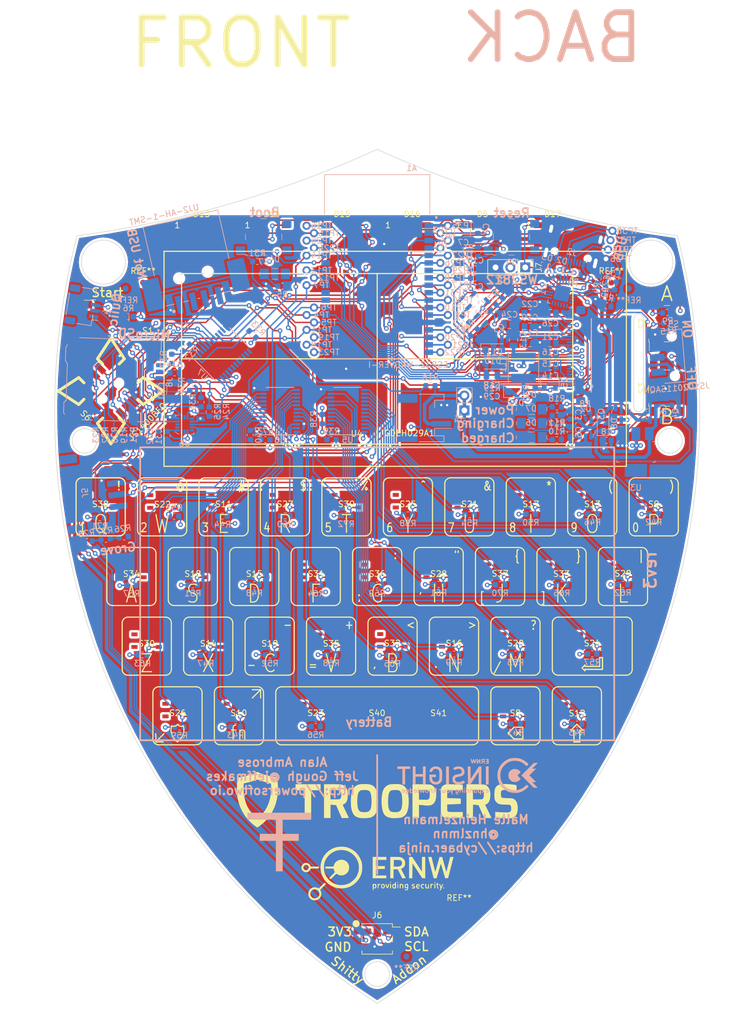
<source format=kicad_pcb>
(kicad_pcb (version 20171130) (host pcbnew 5.0.2-1.fc29)
  (layers (0 F.Cu signal) (1 In1.Cu mixed hide) (2 In2.Cu power hide) (31 B.Cu signal) (34 B.Paste user) (35 F.Paste user hide) (36 B.SilkS user) (37 F.SilkS user) (38 B.Mask user) (39 F.Mask user hide) (44 Edge.Cuts user))
  (net 0 "")
  (net 1 GND)
  (net 2 +3V3)
  (net 3 /EN)
  (net 4 /GV_SIG0_DIV)
  (net 5 /SCL)
  (net 6 /SDA)
  (net 7 /32K_XP)
  (net 8 /32K_XN)
  (net 9 /GV_SIG0)
  (net 10 /GV_SIG1)
  (net 11 /JOY_PUSH)
  (net 12 /BTN_B)
  (net 13 /BUSY)
  (net 14 /~DC~)
  (net 15 /~CS~)
  (net 16 /IO0)
  (net 17 /JOY_D)
  (net 18 /BTN_A)
  (net 19 /SCK)
  (net 20 /JOY_A)
  (net 21 /JOY_B)
  (net 22 /RXD0)
  (net 23 /TXD0)
  (net 24 /JOY_C)
  (net 25 /MOSI)
  (net 26 VBUS)
  (net 27 +BATT)
  (net 28 +VSW)
  (net 29 /d_VGL)
  (net 30 /d_VGH)
  (net 31 /d_VDD)
  (net 32 "Net-(C18-Pad2)")
  (net 33 "Net-(C18-Pad1)")
  (net 34 /d_VPP)
  (net 35 /d_VSH)
  (net 36 /d_VSL)
  (net 37 /PREVGL)
  (net 38 /d_VCOM)
  (net 39 /USB_DN)
  (net 40 /USB_DP)
  (net 41 "Net-(D4-Pad2)")
  (net 42 "Net-(D6-Pad1)")
  (net 43 "Net-(D7-Pad2)")
  (net 44 "Net-(D9-Pad1)")
  (net 45 /PREVGH)
  (net 46 /~PWR_EN~)
  (net 47 /RTS)
  (net 48 "Net-(Q1-Pad1)")
  (net 49 "Net-(Q2-Pad1)")
  (net 50 /DTR)
  (net 51 "Net-(Q3-Pad2)")
  (net 52 /GDR)
  (net 53 /RESE)
  (net 54 "Net-(R1-Pad2)")
  (net 55 "Net-(R2-Pad2)")
  (net 56 "Net-(R4-Pad2)")
  (net 57 /BTN_START)
  (net 58 "Net-(R8-Pad1)")
  (net 59 "Net-(R10-Pad1)")
  (net 60 "Net-(R26-Pad2)")
  (net 61 "Net-(S6-PadSH1)")
  (net 62 /LED_DIN)
  (net 63 "Net-(D13-Pad2)")
  (net 64 "Net-(D14-Pad2)")
  (net 65 "Net-(D15-Pad2)")
  (net 66 "Net-(D16-Pad2)")
  (net 67 /SD_CMD)
  (net 68 /_reserved_gpio8)
  (net 69 /_reserved_gpio7)
  (net 70 /_reserved_gpio6)
  (net 71 /_reserved_gpio11)
  (net 72 /SD_CLK)
  (net 73 "Net-(J8-Pad2)")
  (net 74 /ACCEL_INT)
  (net 75 /LED)
  (net 76 /IO2_SD_DAT0)
  (net 77 /_reserved_gpio10)
  (net 78 /_reserved_gpio9)
  (net 79 /_reserved_)
  (net 80 "Net-(J1-PadS1)")
  (net 81 "Net-(Q6-Pad1)")
  (net 82 "Net-(R32-Pad2)")
  (net 83 "Net-(D17-Pad2)")
  (net 84 "Net-(D17-Pad4)")
  (net 85 /BTN_INT)
  (net 86 "Net-(R38-Pad2)")
  (net 87 "Net-(R40-Pad2)")
  (net 88 /KEY_0)
  (net 89 /KEY_8)
  (net 90 /KEY_16)
  (net 91 /KEY_24)
  (net 92 /KEY_1)
  (net 93 /KEY_9)
  (net 94 /KEY_17)
  (net 95 /KEY_25)
  (net 96 /KEY_2)
  (net 97 /KEY_10)
  (net 98 /KEY_18)
  (net 99 /KEY_26)
  (net 100 /KEY_3)
  (net 101 /KEY_11)
  (net 102 /KEY_19)
  (net 103 /KEY_27)
  (net 104 /KEY_4)
  (net 105 /KEY_12)
  (net 106 /KEY_20)
  (net 107 /KEY_28)
  (net 108 /KEY_5)
  (net 109 /KEY_13)
  (net 110 /KEY_21)
  (net 111 /KEY_29)
  (net 112 /KEY_6)
  (net 113 /KEY_14)
  (net 114 /KEY_22)
  (net 115 /KEY_30)
  (net 116 /KEY_7)
  (net 117 /KEY_15)
  (net 118 /KEY_23)
  (net 119 /KEY_31)
  (net 120 /KEY_INT1)
  (net 121 /KEY_INT0)
  (net 122 "Net-(J1-Pad1)")
  (net 123 "Net-(J1-Pad2)")
  (net 124 "Net-(J1-Pad3)")
  (net 125 "Net-(J2-PadA8)")
  (net 126 "Net-(J2-PadA5)")
  (net 127 "Net-(J2-PadB8)")
  (net 128 "Net-(J2-PadB5)")
  (net 129 "Net-(J8-Pad10)")
  (net 130 "Net-(J8-Pad1)")
  (net 131 "Net-(J8-Pad8)")
  (net 132 "Net-(J8-Pad9)")
  (net 133 "Net-(S1-Pad3)")
  (net 134 "Net-(S1-Pad1)")
  (net 135 "Net-(S2-Pad3)")
  (net 136 "Net-(S2-Pad1)")
  (net 137 "Net-(S3-Pad3)")
  (net 138 "Net-(S3-Pad1)")
  (net 139 "Net-(S4-Pad4)")
  (net 140 "Net-(S4-Pad2)")
  (net 141 "Net-(S5-Pad3)")
  (net 142 "Net-(S7-Pad4)")
  (net 143 "Net-(S7-Pad2)")
  (net 144 "Net-(S8-Pad1)")
  (net 145 "Net-(S8-Pad3)")
  (net 146 "Net-(S9-Pad1)")
  (net 147 "Net-(S9-Pad3)")
  (net 148 "Net-(S10-Pad1)")
  (net 149 "Net-(S10-Pad3)")
  (net 150 "Net-(S11-Pad1)")
  (net 151 "Net-(S11-Pad3)")
  (net 152 "Net-(S12-Pad1)")
  (net 153 "Net-(S12-Pad3)")
  (net 154 "Net-(S13-Pad1)")
  (net 155 "Net-(S13-Pad3)")
  (net 156 "Net-(S14-Pad1)")
  (net 157 "Net-(S14-Pad3)")
  (net 158 "Net-(S15-Pad1)")
  (net 159 "Net-(S15-Pad3)")
  (net 160 "Net-(S16-Pad1)")
  (net 161 "Net-(S16-Pad3)")
  (net 162 "Net-(S17-Pad1)")
  (net 163 "Net-(S17-Pad3)")
  (net 164 "Net-(S18-Pad1)")
  (net 165 "Net-(S18-Pad3)")
  (net 166 "Net-(S19-Pad1)")
  (net 167 "Net-(S19-Pad3)")
  (net 168 "Net-(S20-Pad1)")
  (net 169 "Net-(S20-Pad3)")
  (net 170 "Net-(S21-Pad1)")
  (net 171 "Net-(S21-Pad3)")
  (net 172 "Net-(S22-Pad1)")
  (net 173 "Net-(S22-Pad3)")
  (net 174 "Net-(S23-Pad1)")
  (net 175 "Net-(S23-Pad3)")
  (net 176 "Net-(S24-Pad1)")
  (net 177 "Net-(S24-Pad3)")
  (net 178 "Net-(S25-Pad1)")
  (net 179 "Net-(S25-Pad3)")
  (net 180 "Net-(S26-Pad1)")
  (net 181 "Net-(S26-Pad3)")
  (net 182 "Net-(S27-Pad1)")
  (net 183 "Net-(S27-Pad3)")
  (net 184 "Net-(S28-Pad1)")
  (net 185 "Net-(S28-Pad3)")
  (net 186 "Net-(S29-Pad1)")
  (net 187 "Net-(S29-Pad3)")
  (net 188 "Net-(S30-Pad1)")
  (net 189 "Net-(S30-Pad3)")
  (net 190 "Net-(S31-Pad1)")
  (net 191 "Net-(S31-Pad3)")
  (net 192 "Net-(S32-Pad1)")
  (net 193 "Net-(S32-Pad3)")
  (net 194 "Net-(S33-Pad1)")
  (net 195 "Net-(S33-Pad3)")
  (net 196 "Net-(S34-Pad1)")
  (net 197 "Net-(S34-Pad3)")
  (net 198 "Net-(S35-Pad1)")
  (net 199 "Net-(S35-Pad3)")
  (net 200 "Net-(S36-Pad1)")
  (net 201 "Net-(S36-Pad3)")
  (net 202 "Net-(S37-Pad1)")
  (net 203 "Net-(S37-Pad3)")
  (net 204 "Net-(S38-Pad1)")
  (net 205 "Net-(S38-Pad3)")
  (net 206 "Net-(S39-Pad1)")
  (net 207 "Net-(S39-Pad3)")
  (net 208 "Net-(U1-Pad24)")
  (net 209 "Net-(U1-Pad22)")
  (net 210 "Net-(U1-Pad18)")
  (net 211 "Net-(U1-Pad17)")
  (net 212 "Net-(U1-Pad16)")
  (net 213 "Net-(U1-Pad15)")
  (net 214 "Net-(U1-Pad14)")
  (net 215 "Net-(U1-Pad13)")
  (net 216 "Net-(U1-Pad12)")
  (net 217 "Net-(U1-Pad11)")
  (net 218 "Net-(U1-Pad10)")
  (net 219 "Net-(U1-Pad1)")
  (net 220 "Net-(U3-Pad4)")
  (net 221 "Net-(U4-Pad1)")
  (net 222 "Net-(U4-Pad7)")
  (net 223 "Net-(U4-Pad6)")
  (net 224 "Net-(U6-Pad7)")
  (net 225 "Net-(U6-Pad9)")
  (net 226 "Net-(U6-Pad13)")
  (net 227 "Net-(U6-Pad16)")
  (net 228 "Net-(U6-Pad15)")
  (net 229 "Net-(U6-Pad2)")
  (net 230 "Net-(U6-Pad3)")
  (net 231 "Net-(U7-Pad20)")
  (net 232 "Net-(U7-Pad19)")
  (net 233 "Net-(U7-Pad18)")
  (net 234 "Net-(U7-Pad17)")
  (net 235 "Net-(U7-Pad16)")
  (net 236 "Net-(U7-Pad15)")
  (net 237 "Net-(U7-Pad14)")
  (net 238 "Net-(U7-Pad13)")
  (net 239 "Net-(S40-Pad3)")
  (net 240 "Net-(S40-Pad1)")
  (net 241 "Net-(S41-Pad1)")
  (net 242 "Net-(S41-Pad3)")
  (module jeffmakes-footprints:ESP32-WROVER-I (layer B.Cu) (at 0 -125.725 180)
    (fp_text reference A1 (at -5.8731 16.8226 180) (layer B.SilkS) (effects (justify mirror)))
    (fp_text value ESP32-WROVER-I (at -5.28678 -16.7524 180) (layer B.SilkS) (effects (justify mirror)))
    (pad 39 smd rect (at -1.38 0.47 180) (size 4 4) (layers B.Cu) (net 1 GND))
    (pad 38 smd rect (at 8.81 8.26) (size 1.45 0.93) (layers B.Cu B.Paste B.Mask) (net 1 GND))
    (pad 37 smd rect (at 8.81 6.99) (size 1.45 0.93) (layers B.Cu B.Paste B.Mask) (net 25 /MOSI))
    (pad 36 smd rect (at 8.81 5.72) (size 1.45 0.93) (layers B.Cu B.Paste B.Mask) (net 62 /LED_DIN))
    (pad 35 smd rect (at 8.81 4.45) (size 1.45 0.93) (layers B.Cu B.Paste B.Mask) (net 23 /TXD0))
    (pad 34 smd rect (at 8.81 3.18) (size 1.45 0.93) (layers B.Cu B.Paste B.Mask) (net 22 /RXD0))
    (pad 33 smd rect (at 8.81 1.91) (size 1.45 0.93) (layers B.Cu B.Paste B.Mask) (net 74 /ACCEL_INT))
    (pad 32 smd rect (at 8.81 0.64) (size 1.45 0.93) (layers B.Cu B.Paste B.Mask))
    (pad 31 smd rect (at 8.81 -0.63) (size 1.45 0.93) (layers B.Cu B.Paste B.Mask) (net 75 /LED))
    (pad 30 smd rect (at 8.81 -1.9) (size 1.45 0.93) (layers B.Cu B.Paste B.Mask) (net 19 /SCK))
    (pad 29 smd rect (at 8.81 -3.17) (size 1.45 0.93) (layers B.Cu B.Paste B.Mask) (net 120 /KEY_INT1))
    (pad 28 smd rect (at 8.81 -4.44) (size 1.45 0.93) (layers B.Cu B.Paste B.Mask))
    (pad 27 smd rect (at 8.81 -5.71) (size 1.45 0.93) (layers B.Cu B.Paste B.Mask))
    (pad 26 smd rect (at 8.81 -6.98) (size 1.45 0.93) (layers B.Cu B.Paste B.Mask) (net 121 /KEY_INT0))
    (pad 25 smd rect (at 8.81 -8.25) (size 1.45 0.93) (layers B.Cu B.Paste B.Mask) (net 16 /IO0))
    (pad 24 smd rect (at 8.81 -9.52) (size 1.45 0.93) (layers B.Cu B.Paste B.Mask) (net 76 /IO2_SD_DAT0))
    (pad 23 smd rect (at 8.81 -10.79) (size 1.45 0.93) (layers B.Cu B.Paste B.Mask) (net 67 /SD_CMD))
    (pad 22 smd rect (at 8.81 -12.06) (size 1.45 0.93) (layers B.Cu B.Paste B.Mask) (net 68 /_reserved_gpio8))
    (pad 21 smd rect (at 8.81 -13.33) (size 1.45 0.93) (layers B.Cu B.Paste B.Mask) (net 69 /_reserved_gpio7))
    (pad 20 smd rect (at 8.81 -14.6) (size 1.45 0.93) (layers B.Cu B.Paste B.Mask) (net 70 /_reserved_gpio6))
    (pad 19 smd rect (at -8.81 -14.6 180) (size 1.45 0.93) (layers B.Cu B.Paste B.Mask) (net 71 /_reserved_gpio11))
    (pad 18 smd rect (at -8.81 -13.33 180) (size 1.45 0.93) (layers B.Cu B.Paste B.Mask) (net 77 /_reserved_gpio10))
    (pad 17 smd rect (at -8.81 -12.06 180) (size 1.45 0.93) (layers B.Cu B.Paste B.Mask) (net 78 /_reserved_gpio9))
    (pad 16 smd rect (at -8.81 -10.79 180) (size 1.45 0.93) (layers B.Cu B.Paste B.Mask) (net 13 /BUSY))
    (pad 15 smd rect (at -8.81 -9.52 180) (size 1.45 0.93) (layers B.Cu B.Paste B.Mask) (net 1 GND))
    (pad 14 smd rect (at -8.81 -8.25 180) (size 1.45 0.93) (layers B.Cu B.Paste B.Mask) (net 79 /_reserved_))
    (pad 13 smd rect (at -8.81 -6.98 180) (size 1.45 0.93) (layers B.Cu B.Paste B.Mask) (net 72 /SD_CLK))
    (pad 12 smd rect (at -8.81 -5.71 180) (size 1.45 0.93) (layers B.Cu B.Paste B.Mask) (net 14 /~DC~))
    (pad 11 smd rect (at -8.81 -4.44 180) (size 1.45 0.93) (layers B.Cu B.Paste B.Mask) (net 10 /GV_SIG1))
    (pad 10 smd rect (at -8.81 -3.17 180) (size 1.45 0.93) (layers B.Cu B.Paste B.Mask) (net 15 /~CS~))
    (pad 9 smd rect (at -8.81 -1.9 180) (size 1.45 0.93) (layers B.Cu B.Paste B.Mask) (net 8 /32K_XN))
    (pad 8 smd rect (at -8.81 -0.63 180) (size 1.45 0.93) (layers B.Cu B.Paste B.Mask) (net 7 /32K_XP))
    (pad 7 smd rect (at -8.81 0.64 180) (size 1.45 0.93) (layers B.Cu B.Paste B.Mask) (net 6 /SDA))
    (pad 6 smd rect (at -8.81 1.91 180) (size 1.45 0.93) (layers B.Cu B.Paste B.Mask) (net 5 /SCL))
    (pad 5 smd rect (at -8.81 3.18 180) (size 1.45 0.93) (layers B.Cu B.Paste B.Mask) (net 85 /BTN_INT))
    (pad 4 smd rect (at -8.81 4.45 180) (size 1.45 0.93) (layers B.Cu B.Paste B.Mask) (net 4 /GV_SIG0_DIV))
    (pad 3 smd rect (at -8.81 5.72 180) (size 1.45 0.93) (layers B.Cu B.Paste B.Mask) (net 3 /EN))
    (pad 2 smd rect (at -8.81 6.99 180) (size 1.45 0.93) (layers B.Cu B.Paste B.Mask) (net 2 +3V3))
    (pad 1 smd rect (at -8.81 8.26 180) (size 1.45 0.93) (layers B.Cu B.Paste B.Mask) (net 1 GND))
  )
  (module Fiducial:Fiducial_1mm_Dia_2mm_Outer (layer F.Cu) (at 14 -16)
    (fp_text reference REF** (at 0 -2) (layer F.SilkS))
    (fp_text value Fiducial_1mm_Dia_2mm_Outer)
    (pad "" smd circle (at 0 0) (size 1 1) (layers F.Cu F.Mask) (clearance 0.5))
  )
  (module Fiducial:Fiducial_1mm_Dia_2mm_Outer (layer F.Cu) (at 40 -123)
    (fp_text reference REF** (at 0 -2) (layer F.SilkS))
    (fp_text value Fiducial_1mm_Dia_2mm_Outer)
    (pad "" smd circle (at 0 0) (size 1 1) (layers F.Cu F.Mask) (clearance 0.5))
  )
  (module Fiducial:Fiducial_1mm_Dia_2mm_Outer (layer F.Cu) (at -40 -123)
    (fp_text reference REF** (at 0 -2) (layer F.SilkS))
    (fp_text value Fiducial_1mm_Dia_2mm_Outer)
    (pad "" smd circle (at 0 0) (size 1 1) (layers F.Cu F.Mask) (clearance 0.5))
  )
  (module Fiducial:Fiducial_1mm_Dia_2mm_Outer (layer B.Cu) (at 5 -8)
    (fp_text reference REF** (at 0 2) (layer B.SilkS) (effects (justify mirror)))
    (fp_text value Fiducial_1mm_Dia_2mm_Outer)
    (pad "" smd circle (at 0 0) (size 1 1) (layers B.Cu B.Mask) (clearance 0.5))
  )
  (module Fiducial:Fiducial_1mm_Dia_2mm_Outer (layer B.Cu) (at 43 -122)
    (fp_text reference REF** (at 0 2) (layer B.SilkS) (effects (justify mirror)))
    (fp_text value Fiducial_1mm_Dia_2mm_Outer)
    (pad "" smd circle (at 0 0) (size 1 1) (layers B.Cu B.Mask) (clearance 0.5))
  )
  (module jeffmakes-footprints:PTS-810 (layer F.Cu) (at -47.3 -85.7)
    (fp_text reference S38 (at 0 0.5) (layer F.SilkS))
    (fp_text value PTS810)
    (pad 1 smd rect (at -2.075 -1.075) (size 1.05 0.65) (layers F.Cu F.Paste F.Mask) (net 204 "Net-(S38-Pad1)"))
    (pad 2 smd rect (at 2.075 -1.075) (size 1.05 0.65) (layers F.Cu F.Paste F.Mask) (net 1 GND))
    (pad 3 smd rect (at -2.075 1.075) (size 1.05 0.65) (layers F.Cu F.Paste F.Mask) (net 205 "Net-(S38-Pad3)"))
    (pad 4 smd rect (at 2.075 1.075) (size 1.05 0.65) (layers F.Cu F.Paste F.Mask) (net 118 /KEY_23))
  )
  (module jeffmakes-footprints:1125R-SMT-4P (layer B.Cu) (at -49.5 -87.2 97)
    (fp_text reference J5 (at 0 -0.5 97) (layer B.SilkS) (effects (justify mirror)))
    (fp_text value Conn_01x04)
    (pad MT smd rect (at 6 -2.6 97) (size 1.5 3) (layers B.Cu B.Paste B.Mask))
    (pad MT smd rect (at -6 -2.6 97) (size 1.5 3) (layers B.Cu B.Paste B.Mask))
    (pad 4 smd rect (at 3 5 97) (size 1.01 3) (layers B.Cu B.Paste B.Mask) (net 1 GND))
    (pad 3 smd rect (at 1 5 97) (size 1.01 3) (layers B.Cu B.Paste B.Mask) (net 2 +3V3))
    (pad 2 smd rect (at -1 5 97) (size 1.01 3) (layers B.Cu B.Paste B.Mask) (net 10 /GV_SIG1))
    (pad 1 smd rect (at -3 5 97) (size 1.01 3) (layers B.Cu B.Paste B.Mask) (net 9 /GV_SIG0))
  )
  (module Crystal:Crystal_SMD_3215-2Pin_3.2x1.5mm (layer B.Cu) (at 14.03 -125.06 90)
    (fp_text reference Y1 (at 0 2 90) (layer B.SilkS) (effects (justify mirror)))
    (fp_text value 32.768kHz)
    (pad 2 smd rect (at -1.25 0 90) (size 1 1.8) (layers B.Cu B.Paste B.Mask) (net 8 /32K_XN))
    (pad 1 smd rect (at 1.25 0 90) (size 1 1.8) (layers B.Cu B.Paste B.Mask) (net 7 /32K_XP))
  )
  (module Package_SO:TSSOP-24_4.4x7.8mm_P0.65mm (layer B.Cu) (at -26.4 -110.8 315)
    (fp_text reference U7 (at 0 4.950001 315) (layer B.SilkS) (effects (justify mirror)))
    (fp_text value PCA9539A)
    (pad 24 smd rect (at 2.85 3.575 315) (size 1.1 0.4) (layers B.Cu B.Paste B.Mask) (net 2 +3V3))
    (pad 23 smd rect (at 2.85 2.925 315) (size 1.1 0.4) (layers B.Cu B.Paste B.Mask) (net 6 /SDA))
    (pad 22 smd rect (at 2.85 2.275 315) (size 1.1 0.4) (layers B.Cu B.Paste B.Mask) (net 5 /SCL))
    (pad 21 smd rect (at 2.85 1.625 315) (size 1.1 0.4) (layers B.Cu B.Paste B.Mask) (net 2 +3V3))
    (pad 20 smd rect (at 2.85 0.975 315) (size 1.1 0.4) (layers B.Cu B.Paste B.Mask) (net 231 "Net-(U7-Pad20)"))
    (pad 19 smd rect (at 2.85 0.325 315) (size 1.1 0.4) (layers B.Cu B.Paste B.Mask) (net 232 "Net-(U7-Pad19)"))
    (pad 18 smd rect (at 2.85 -0.325 315) (size 1.1 0.4) (layers B.Cu B.Paste B.Mask) (net 233 "Net-(U7-Pad18)"))
    (pad 17 smd rect (at 2.85 -0.975 315) (size 1.1 0.4) (layers B.Cu B.Paste B.Mask) (net 234 "Net-(U7-Pad17)"))
    (pad 16 smd rect (at 2.85 -1.625 315) (size 1.1 0.4) (layers B.Cu B.Paste B.Mask) (net 235 "Net-(U7-Pad16)"))
    (pad 15 smd rect (at 2.85 -2.275 315) (size 1.1 0.4) (layers B.Cu B.Paste B.Mask) (net 236 "Net-(U7-Pad15)"))
    (pad 14 smd rect (at 2.85 -2.925 315) (size 1.1 0.4) (layers B.Cu B.Paste B.Mask) (net 237 "Net-(U7-Pad14)"))
    (pad 13 smd rect (at 2.85 -3.575 315) (size 1.1 0.4) (layers B.Cu B.Paste B.Mask) (net 238 "Net-(U7-Pad13)"))
    (pad 12 smd rect (at -2.85 -3.575 315) (size 1.1 0.4) (layers B.Cu B.Paste B.Mask) (net 1 GND))
    (pad 11 smd rect (at -2.85 -2.925 315) (size 1.1 0.4) (layers B.Cu B.Paste B.Mask) (net 57 /BTN_START))
    (pad 10 smd rect (at -2.85 -2.275 315) (size 1.1 0.4) (layers B.Cu B.Paste B.Mask) (net 12 /BTN_B))
    (pad 9 smd rect (at -2.85 -1.625 315) (size 1.1 0.4) (layers B.Cu B.Paste B.Mask) (net 18 /BTN_A))
    (pad 8 smd rect (at -2.85 -0.975 315) (size 1.1 0.4) (layers B.Cu B.Paste B.Mask) (net 11 /JOY_PUSH))
    (pad 7 smd rect (at -2.85 -0.325 315) (size 1.1 0.4) (layers B.Cu B.Paste B.Mask) (net 17 /JOY_D))
    (pad 6 smd rect (at -2.85 0.325 315) (size 1.1 0.4) (layers B.Cu B.Paste B.Mask) (net 24 /JOY_C))
    (pad 5 smd rect (at -2.85 0.975 315) (size 1.1 0.4) (layers B.Cu B.Paste B.Mask) (net 21 /JOY_B))
    (pad 4 smd rect (at -2.85 1.625 315) (size 1.1 0.4) (layers B.Cu B.Paste B.Mask) (net 20 /JOY_A))
    (pad 3 smd rect (at -2.85 2.275 315) (size 1.1 0.4) (layers B.Cu B.Paste B.Mask) (net 82 "Net-(R32-Pad2)"))
    (pad 2 smd rect (at -2.85 2.925 315) (size 1.1 0.4) (layers B.Cu B.Paste B.Mask) (net 2 +3V3))
    (pad 1 smd rect (at -2.85 3.575 315) (size 1.1 0.4) (layers B.Cu B.Paste B.Mask) (net 85 /BTN_INT))
  )
  (module digikey-footprints:SOT-23-3 (layer B.Cu) (at 47.6 -100.6 90)
    (fp_text reference Q4 (at 0.025 3.375 90) (layer B.SilkS) (effects (justify mirror)))
    (fp_text value DMG2305UX-13)
    (pad 1 smd rect (at -1.05 0.95 90) (size 1.3 0.6) (layers B.Cu B.Paste B.Mask) (net 46 /~PWR_EN~))
    (pad 2 smd rect (at -1.05 -0.95 90) (size 1.3 0.6) (layers B.Cu B.Paste B.Mask) (net 51 "Net-(Q3-Pad2)"))
    (pad 3 smd rect (at 1.05 0 90) (size 1.3 0.6) (layers B.Cu B.Paste B.Mask) (net 28 +VSW))
  )
  (module Capacitor_SMD:C_0805_2012Metric (layer B.Cu) (at 26.1 -117.7 180)
    (fp_text reference C22 (at 0 1.65 180) (layer B.SilkS) (effects (justify mirror)))
    (fp_text value "1uF 50V")
    (pad 2 smd roundrect (at 0.9375 0 180) (size 0.975 1.4) (layers B.Cu B.Paste B.Mask) (net 36 /d_VSL))
    (pad 1 smd roundrect (at -0.9375 0 180) (size 0.975 1.4) (layers B.Cu B.Paste B.Mask) (net 1 GND))
  )
  (module jeffmakes-footprints:GDEH029A1 (layer F.Cu) (at 0 -110 180)
    (fp_text reference U4 (at 3.5 -12.76 180) (layer F.SilkS))
    (fp_text value GDEH029A1 (at -5.48 -12.69 180) (layer F.SilkS))
    (pad 1 smd roundrect (at -32.85 -5.18 180) (size 0.9 0.28) (layers B.Cu B.Paste B.Mask) (net 221 "Net-(U4-Pad1)"))
    (pad 23 smd roundrect (at -32.85 5.82 180) (size 0.9 0.28) (layers B.Cu B.Paste B.Mask) (net 37 /PREVGL))
    (pad 22 smd roundrect (at -32.85 5.32 180) (size 0.9 0.28) (layers B.Cu B.Paste B.Mask) (net 36 /d_VSL))
    (pad 21 smd roundrect (at -32.85 4.82 180) (size 0.9 0.28) (layers B.Cu B.Paste B.Mask) (net 45 /PREVGH))
    (pad 20 smd roundrect (at -32.85 4.32 180) (size 0.9 0.28) (layers B.Cu B.Paste B.Mask) (net 35 /d_VSH))
    (pad 19 smd roundrect (at -32.85 3.82 180) (size 0.9 0.28) (layers B.Cu B.Paste B.Mask) (net 34 /d_VPP))
    (pad 18 smd roundrect (at -32.85 3.32 180) (size 0.9 0.28) (layers B.Cu B.Paste B.Mask) (net 31 /d_VDD))
    (pad 17 smd roundrect (at -32.85 2.82 180) (size 0.9 0.28) (layers B.Cu B.Paste B.Mask) (net 1 GND))
    (pad 16 smd roundrect (at -32.85 2.32 180) (size 0.9 0.28) (layers B.Cu B.Paste B.Mask) (net 2 +3V3))
    (pad 15 smd roundrect (at -32.85 1.82 180) (size 0.9 0.28) (layers B.Cu B.Paste B.Mask) (net 2 +3V3))
    (pad 14 smd roundrect (at -32.85 1.32 180) (size 0.9 0.28) (layers B.Cu B.Paste B.Mask) (net 25 /MOSI))
    (pad 13 smd roundrect (at -32.85 0.82 180) (size 0.9 0.28) (layers B.Cu B.Paste B.Mask) (net 19 /SCK))
    (pad 12 smd roundrect (at -32.85 0.32 180) (size 0.9 0.28) (layers B.Cu B.Paste B.Mask) (net 15 /~CS~))
    (pad 11 smd roundrect (at -32.85 -0.18 180) (size 0.9 0.28) (layers B.Cu B.Paste B.Mask) (net 14 /~DC~))
    (pad 10 smd roundrect (at -32.85 -0.68 180) (size 0.9 0.28) (layers B.Cu B.Paste B.Mask) (net 16 /IO0))
    (pad 9 smd roundrect (at -32.85 -1.18 180) (size 0.9 0.28) (layers B.Cu B.Paste B.Mask) (net 13 /BUSY))
    (pad 8 smd roundrect (at -32.85 -1.68 180) (size 0.9 0.28) (layers B.Cu B.Paste B.Mask) (net 1 GND))
    (pad 7 smd roundrect (at -32.85 -2.18 180) (size 0.9 0.28) (layers B.Cu B.Paste B.Mask) (net 222 "Net-(U4-Pad7)"))
    (pad 6 smd roundrect (at -32.85 -2.68 180) (size 0.9 0.28) (layers B.Cu B.Paste B.Mask) (net 223 "Net-(U4-Pad6)"))
    (pad 5 smd roundrect (at -32.85 -3.18 180) (size 0.9 0.28) (layers B.Cu B.Paste B.Mask) (net 30 /d_VGH))
    (pad 4 smd roundrect (at -32.85 -3.68 180) (size 0.9 0.28) (layers B.Cu B.Paste B.Mask) (net 29 /d_VGL))
    (pad 3 smd roundrect (at -32.85 -4.18 180) (size 0.9 0.28) (layers B.Cu B.Paste B.Mask) (net 53 /RESE))
    (pad 2 smd roundrect (at -32.85 -4.68 180) (size 0.9 0.28) (layers B.Cu B.Paste B.Mask) (net 52 /GDR))
    (pad 24 smd roundrect (at -32.85 6.32 180) (size 0.9 0.28) (layers B.Cu B.Paste B.Mask) (net 38 /d_VCOM))
    (pad 0 smd roundrect (at -34.78 8.32 180) (size 1.57 1.4) (layers B.Cu B.Paste B.Mask))
    (pad 0 smd roundrect (at -34.78 -7.18 180) (size 1.57 1.4) (layers B.Cu B.Paste B.Mask))
  )
  (module jeffmakes-footprints:SW_JS1400BFQ-arrows (layer F.Cu) (at -45.5 -104.5 90)
    (fp_text reference S6 (at -4.2 -4.3 135) (layer F.SilkS))
    (fp_text value " JS1400BFQ" (at -5.5 6 225) (layer F.SilkS))
    (pad Hole np_thru_hole circle (at 1.341526 1.345534 135) (size 1.1 1.1) (drill 1.1) (layers *.Cu *.Mask F.SilkS))
    (pad Hole np_thru_hole circle (at -1.34548 -1.341472 135) (size 0.8 0.8) (drill 0.8) (layers *.Cu *.Mask F.SilkS))
    (pad SH2 smd rect (at 2.861804 2.865813 135) (size 2 1.8) (layers F.Cu F.Paste F.Mask) (net 61 "Net-(S6-PadSH1)"))
    (pad SH1 smd rect (at -2.865759 -2.861751 135) (size 2 1.8) (layers F.Cu F.Paste F.Mask) (net 61 "Net-(S6-PadSH1)"))
    (pad 4 smd rect (at 1.818823 -3.834023 135) (size 2 1) (layers F.Cu F.Paste F.Mask) (net 21 /JOY_B))
    (pad 5 smd rect (at 2.82645 -2.826396 135) (size 2 1) (layers F.Cu F.Paste F.Mask) (net 2 +3V3))
    (pad 6 smd rect (at 3.834077 -1.818769 135) (size 2 1) (layers F.Cu F.Paste F.Mask) (net 17 /JOY_D))
    (pad 3 smd rect (at -1.822777 3.838085 135) (size 2 1) (layers F.Cu F.Paste F.Mask) (net 24 /JOY_C))
    (pad 1 smd rect (at -3.838032 1.822831 135) (size 2 1) (layers F.Cu F.Paste F.Mask) (net 20 /JOY_A))
    (pad 2 smd rect (at -2.830404 2.830458 135) (size 2 1) (layers F.Cu F.Paste F.Mask) (net 11 /JOY_PUSH))
  )
  (module digikey-footprints:1206 (layer B.Cu) (at -17.5 -124.5 180)
    (fp_text reference D4 (at 0.1 2.5 180) (layer B.SilkS) (effects (justify mirror)))
    (fp_text value LTST-C150KGKT)
    (pad 2 smd rect (at 1.8 0 180) (size 1.5 1.8) (layers B.Cu B.Paste B.Mask) (net 41 "Net-(D4-Pad2)"))
    (pad 1 smd rect (at -1.8 0 180) (size 1.5 1.8) (layers B.Cu B.Paste B.Mask) (net 75 /LED))
  )
  (module Capacitor_SMD:C_0805_2012Metric (layer B.Cu) (at 29.6 -117.7)
    (fp_text reference C26 (at 0 1.65) (layer B.SilkS) (effects (justify mirror)))
    (fp_text value "1uF 50V")
    (pad 2 smd roundrect (at 0.9375 0) (size 0.975 1.4) (layers B.Cu B.Paste B.Mask) (net 38 /d_VCOM))
    (pad 1 smd roundrect (at -0.9375 0) (size 0.975 1.4) (layers B.Cu B.Paste B.Mask) (net 1 GND))
  )
  (module jeffmakes-footprints:test-pad-1.4-TH (layer B.Cu) (at 12.065 -130.175)
    (fp_text reference TP2 (at 0 -0.5) (layer B.SilkS) (effects (justify mirror)))
    (fp_text value ~)
    (pad 1 thru_hole circle (at 0 0) (size 1.4 1.4) (drill 0.8) (layers *.Cu *.Mask) (net 4 /GV_SIG0_DIV))
  )
  (module jeffmakes-footprints:test-pad-1.4-TH (layer B.Cu) (at 10.795 -131.445)
    (fp_text reference TP3 (at 0 -0.5) (layer B.SilkS) (effects (justify mirror)))
    (fp_text value ~)
    (pad 1 thru_hole circle (at 0 0) (size 1.4 1.4) (drill 0.8) (layers *.Cu *.Mask) (net 3 /EN))
  )
  (module Connector_PinSocket_2.54mm:PinSocket_2x02_P2.54mm_Vertical_SMD (layer F.Cu) (at 0 -11)
    (fp_text reference J6 (at 0 -4.04) (layer F.SilkS))
    (fp_text value M20-7870246)
    (pad 4 smd rect (at -2.52 1.27) (size 3 1) (layers F.Cu F.Paste F.Mask) (net 1 GND))
    (pad 3 smd rect (at 2.52 1.27) (size 3 1) (layers F.Cu F.Paste F.Mask) (net 5 /SCL))
    (pad 2 smd rect (at -2.52 -1.27) (size 3 1) (layers F.Cu F.Paste F.Mask) (net 2 +3V3))
    (pad 1 smd rect (at 2.52 -1.27) (size 3 1) (layers F.Cu F.Paste F.Mask) (net 6 /SDA))
  )
  (module Capacitor_SMD:C_0603_1608Metric (layer B.Cu) (at 39.55 -124.76 77.5)
    (fp_text reference C1 (at 0 1.43 77.5) (layer B.SilkS) (effects (justify mirror)))
    (fp_text value 4.7uF)
    (pad 2 smd roundrect (at 0.7875 0 77.5) (size 0.875 0.95) (layers B.Cu B.Paste B.Mask) (net 1 GND))
    (pad 1 smd roundrect (at -0.7875 0 77.5) (size 0.875 0.95) (layers B.Cu B.Paste B.Mask) (net 2 +3V3))
  )
  (module Capacitor_SMD:C_0603_1608Metric (layer B.Cu) (at 37.74 -123.68 77.5)
    (fp_text reference C2 (at 0 1.43 77.5) (layer B.SilkS) (effects (justify mirror)))
    (fp_text value 100nF)
    (pad 2 smd roundrect (at 0.7875 0 77.5) (size 0.875 0.95) (layers B.Cu B.Paste B.Mask) (net 1 GND))
    (pad 1 smd roundrect (at -0.7875 0 77.5) (size 0.875 0.95) (layers B.Cu B.Paste B.Mask) (net 2 +3V3))
  )
  (module Capacitor_SMD:C_0603_1608Metric (layer B.Cu) (at 33 -100.5 90)
    (fp_text reference C3 (at 0 1.43 90) (layer B.SilkS) (effects (justify mirror)))
    (fp_text value 4.7uF)
    (pad 2 smd roundrect (at 0.7875 0 90) (size 0.875 0.95) (layers B.Cu B.Paste B.Mask) (net 1 GND))
    (pad 1 smd roundrect (at -0.7875 0 90) (size 0.875 0.95) (layers B.Cu B.Paste B.Mask) (net 26 VBUS))
  )
  (module Capacitor_SMD:C_0603_1608Metric (layer B.Cu) (at 17.2 -132.2 90)
    (fp_text reference C4 (at 0 1.43 90) (layer B.SilkS) (effects (justify mirror)))
    (fp_text value 100nF)
    (pad 2 smd roundrect (at 0.7875 0 90) (size 0.875 0.95) (layers B.Cu B.Paste B.Mask) (net 1 GND))
    (pad 1 smd roundrect (at -0.7875 0 90) (size 0.875 0.95) (layers B.Cu B.Paste B.Mask) (net 3 /EN))
  )
  (module Capacitor_SMD:C_0603_1608Metric (layer B.Cu) (at 33 -97.5 90)
    (fp_text reference C5 (at 0 1.43 90) (layer B.SilkS) (effects (justify mirror)))
    (fp_text value 4.7uF)
    (pad 2 smd roundrect (at 0.7875 0 90) (size 0.875 0.95) (layers B.Cu B.Paste B.Mask) (net 1 GND))
    (pad 1 smd roundrect (at -0.7875 0 90) (size 0.875 0.95) (layers B.Cu B.Paste B.Mask) (net 27 +BATT))
  )
  (module Capacitor_SMD:C_0603_1608Metric (layer B.Cu) (at 50.3 -101.3 270)
    (fp_text reference C6 (at 0 1.43 270) (layer B.SilkS) (effects (justify mirror)))
    (fp_text value 4.7uF)
    (pad 2 smd roundrect (at 0.7875 0 270) (size 0.875 0.95) (layers B.Cu B.Paste B.Mask) (net 1 GND))
    (pad 1 smd roundrect (at -0.7875 0 270) (size 0.875 0.95) (layers B.Cu B.Paste B.Mask) (net 28 +VSW))
  )
  (module Capacitor_SMD:C_0805_2012Metric (layer B.Cu) (at 14.72 -128.2 180)
    (fp_text reference C7 (at 0 1.65 180) (layer B.SilkS) (effects (justify mirror)))
    (fp_text value 1uF)
    (pad 2 smd roundrect (at 0.9375 0 180) (size 0.975 1.4) (layers B.Cu B.Paste B.Mask) (net 1 GND))
    (pad 1 smd roundrect (at -0.9375 0 180) (size 0.975 1.4) (layers B.Cu B.Paste B.Mask) (net 2 +3V3))
  )
  (module Capacitor_SMD:C_0603_1608Metric (layer B.Cu) (at 39.2 -96.1 180)
    (fp_text reference C8 (at 0 1.43 180) (layer B.SilkS) (effects (justify mirror)))
    (fp_text value 4.7uF)
    (pad 2 smd roundrect (at 0.7875 0 180) (size 0.875 0.95) (layers B.Cu B.Paste B.Mask) (net 1 GND))
    (pad 1 smd roundrect (at -0.7875 0 180) (size 0.875 0.95) (layers B.Cu B.Paste B.Mask) (net 2 +3V3))
  )
  (module Capacitor_SMD:C_1210_3225Metric (layer B.Cu) (at 14.57 -131.46 270)
    (fp_text reference C9 (at 0 2.28 270) (layer B.SilkS) (effects (justify mirror)))
    (fp_text value 100uF)
    (pad 2 smd roundrect (at 1.4 0 270) (size 1.25 2.65) (layers B.Cu B.Paste B.Mask) (roundrect_rratio 0.2) (net 1 GND))
    (pad 1 smd roundrect (at -1.4 0 270) (size 1.25 2.65) (layers B.Cu B.Paste B.Mask) (roundrect_rratio 0.2) (net 2 +3V3))
  )
  (module Capacitor_SMD:C_0603_1608Metric (layer B.Cu) (at 16.78 -125.34 180)
    (fp_text reference C10 (at 0 1.43 180) (layer B.SilkS) (effects (justify mirror)))
    (fp_text value 10pF)
    (pad 2 smd roundrect (at 0.7875 0 180) (size 0.875 0.95) (layers B.Cu B.Paste B.Mask) (net 7 /32K_XP))
    (pad 1 smd roundrect (at -0.7875 0 180) (size 0.875 0.95) (layers B.Cu B.Paste B.Mask) (net 1 GND))
  )
  (module Capacitor_SMD:C_0603_1608Metric (layer B.Cu) (at 16.747501 -123.77)
    (fp_text reference C11 (at 0 1.43) (layer B.SilkS) (effects (justify mirror)))
    (fp_text value 10pF)
    (pad 2 smd roundrect (at 0.7875 0) (size 0.875 0.95) (layers B.Cu B.Paste B.Mask) (net 1 GND))
    (pad 1 smd roundrect (at -0.7875 0) (size 0.875 0.95) (layers B.Cu B.Paste B.Mask) (net 8 /32K_XN))
  )
  (module Capacitor_SMD:C_0805_2012Metric (layer B.Cu) (at 23.3 -113.2 90)
    (fp_text reference C13 (at 0 1.65 90) (layer B.SilkS) (effects (justify mirror)))
    (fp_text value "4.7uF 50V")
    (pad 2 smd roundrect (at 0.9375 0 90) (size 0.975 1.4) (layers B.Cu B.Paste B.Mask) (net 1 GND))
    (pad 1 smd roundrect (at -0.9375 0 90) (size 0.975 1.4) (layers B.Cu B.Paste B.Mask) (net 2 +3V3))
  )
  (module Capacitor_SMD:C_0805_2012Metric (layer B.Cu) (at 29.6 -108.8)
    (fp_text reference C14 (at 0 1.65) (layer B.SilkS) (effects (justify mirror)))
    (fp_text value "1uF 50V")
    (pad 2 smd roundrect (at 0.9375 0) (size 0.975 1.4) (layers B.Cu B.Paste B.Mask) (net 29 /d_VGL))
    (pad 1 smd roundrect (at -0.9375 0) (size 0.975 1.4) (layers B.Cu B.Paste B.Mask) (net 1 GND))
  )
  (module Capacitor_SMD:C_0805_2012Metric (layer B.Cu) (at 29.6 -110.8)
    (fp_text reference C15 (at 0 1.65) (layer B.SilkS) (effects (justify mirror)))
    (fp_text value "1uF 50V")
    (pad 2 smd roundrect (at 0.9375 0) (size 0.975 1.4) (layers B.Cu B.Paste B.Mask) (net 30 /d_VGH))
    (pad 1 smd roundrect (at -0.9375 0) (size 0.975 1.4) (layers B.Cu B.Paste B.Mask) (net 1 GND))
  )
  (module Capacitor_SMD:C_0805_2012Metric (layer B.Cu) (at 29.6 -112.8)
    (fp_text reference C16 (at 0 1.65) (layer B.SilkS) (effects (justify mirror)))
    (fp_text value "1uF 50V")
    (pad 2 smd roundrect (at 0.9375 0) (size 0.975 1.4) (layers B.Cu B.Paste B.Mask) (net 2 +3V3))
    (pad 1 smd roundrect (at -0.9375 0) (size 0.975 1.4) (layers B.Cu B.Paste B.Mask) (net 1 GND))
  )
  (module Capacitor_SMD:C_0805_2012Metric (layer B.Cu) (at 26.1 -112.8 180)
    (fp_text reference C17 (at 0 1.65 180) (layer B.SilkS) (effects (justify mirror)))
    (fp_text value "1uF 50V")
    (pad 2 smd roundrect (at 0.9375 0 180) (size 0.975 1.4) (layers B.Cu B.Paste B.Mask) (net 31 /d_VDD))
    (pad 1 smd roundrect (at -0.9375 0 180) (size 0.975 1.4) (layers B.Cu B.Paste B.Mask) (net 1 GND))
  )
  (module Capacitor_SMD:C_0805_2012Metric (layer B.Cu) (at 19.6 -107.15)
    (fp_text reference C18 (at 0 1.65) (layer B.SilkS) (effects (justify mirror)))
    (fp_text value "4.7uF 50V")
    (pad 2 smd roundrect (at 0.9375 0) (size 0.975 1.4) (layers B.Cu B.Paste B.Mask) (net 32 "Net-(C18-Pad2)"))
    (pad 1 smd roundrect (at -0.9375 0) (size 0.975 1.4) (layers B.Cu B.Paste B.Mask) (net 33 "Net-(C18-Pad1)"))
  )
  (module Capacitor_SMD:C_0805_2012Metric (layer B.Cu) (at 26.1 -115.4 180)
    (fp_text reference C19 (at 0 1.65 180) (layer B.SilkS) (effects (justify mirror)))
    (fp_text value "1uF 50V")
    (pad 2 smd roundrect (at 0.9375 0 180) (size 0.975 1.4) (layers B.Cu B.Paste B.Mask) (net 34 /d_VPP))
    (pad 1 smd roundrect (at -0.9375 0 180) (size 0.975 1.4) (layers B.Cu B.Paste B.Mask) (net 1 GND))
  )
  (module Capacitor_SMD:C_0805_2012Metric (layer B.Cu) (at 29.6 -115.4)
    (fp_text reference C21 (at 0 1.65) (layer B.SilkS) (effects (justify mirror)))
    (fp_text value "1uF 50V")
    (pad 2 smd roundrect (at 0.9375 0) (size 0.975 1.4) (layers B.Cu B.Paste B.Mask) (net 35 /d_VSH))
    (pad 1 smd roundrect (at -0.9375 0) (size 0.975 1.4) (layers B.Cu B.Paste B.Mask) (net 1 GND))
  )
  (module Capacitor_SMD:C_0805_2012Metric (layer B.Cu) (at 22.6 -115.9 180)
    (fp_text reference C24 (at 0 1.65 180) (layer B.SilkS) (effects (justify mirror)))
    (fp_text value "1uF 50V")
    (pad 2 smd roundrect (at 0.9375 0 180) (size 0.975 1.4) (layers B.Cu B.Paste B.Mask) (net 37 /PREVGL))
    (pad 1 smd roundrect (at -0.9375 0 180) (size 0.975 1.4) (layers B.Cu B.Paste B.Mask) (net 1 GND))
  )
  (module jeffmakes-footprints:SOD-523-numbered-pads (layer B.Cu) (at 33.79 -124.71 347.5)
    (fp_text reference D1 (at 0 1.5 347.5) (layer B.SilkS) (effects (justify mirror)))
    (fp_text value " ESD5Z6.0T5G")
    (pad 1 smd rect (at -0.85 0 347.5) (size 0.4 0.35) (layers B.Cu B.Paste B.Mask) (net 39 /USB_DN))
    (pad 2 smd rect (at 0.85 0 347.5) (size 0.4 0.35) (layers B.Cu B.Paste B.Mask) (net 1 GND))
  )
  (module jeffmakes-footprints:SOD-523-numbered-pads (layer B.Cu) (at 28.72 -125.83 167.5)
    (fp_text reference D3 (at 0 1.5 167.5) (layer B.SilkS) (effects (justify mirror)))
    (fp_text value " ESD5Z6.0T5G")
    (pad 1 smd rect (at -0.85 0 167.5) (size 0.4 0.35) (layers B.Cu B.Paste B.Mask) (net 26 VBUS))
    (pad 2 smd rect (at 0.85 0 167.5) (size 0.4 0.35) (layers B.Cu B.Paste B.Mask) (net 1 GND))
  )
  (module digikey-footprints:1206 (layer B.Cu) (at 26.4 -96.6 180)
    (fp_text reference D6 (at 0.1 2.5 180) (layer B.SilkS) (effects (justify mirror)))
    (fp_text value LTST-C150KGKT)
    (pad 2 smd rect (at 1.8 0 180) (size 1.5 1.8) (layers B.Cu B.Paste B.Mask) (net 1 GND))
    (pad 1 smd rect (at -1.8 0 180) (size 1.5 1.8) (layers B.Cu B.Paste B.Mask) (net 42 "Net-(D6-Pad1)"))
  )
  (module Diode_SMD:D_SOD-123F (layer B.Cu) (at 38.6 -99.1 90)
    (fp_text reference D8 (at -0.127 1.905 90) (layer B.SilkS) (effects (justify mirror)))
    (fp_text value DSS13UTR)
    (pad 2 smd rect (at 1.4 0 90) (size 1.1 1.1) (layers B.Cu B.Paste B.Mask) (net 26 VBUS))
    (pad 1 smd rect (at -1.4 0 90) (size 1.1 1.1) (layers B.Cu B.Paste B.Mask) (net 28 +VSW))
  )
  (module digikey-footprints:1206 (layer B.Cu) (at 26.4 -101.4 180)
    (fp_text reference D9 (at 0.1 2.5 180) (layer B.SilkS) (effects (justify mirror)))
    (fp_text value LTST-C150KSKT)
    (pad 2 smd rect (at 1.8 0 180) (size 1.5 1.8) (layers B.Cu B.Paste B.Mask) (net 1 GND))
    (pad 1 smd rect (at -1.8 0 180) (size 1.5 1.8) (layers B.Cu B.Paste B.Mask) (net 44 "Net-(D9-Pad1)"))
  )
  (module Diode_SMD:D_SOD-123F (layer B.Cu) (at 19.9 -111.55)
    (fp_text reference D10 (at -0.127 1.905) (layer B.SilkS) (effects (justify mirror)))
    (fp_text value DSS13UTR)
    (pad 2 smd rect (at 1.4 0) (size 1.1 1.1) (layers B.Cu B.Paste B.Mask) (net 37 /PREVGL))
    (pad 1 smd rect (at -1.4 0) (size 1.1 1.1) (layers B.Cu B.Paste B.Mask) (net 33 "Net-(C18-Pad1)"))
  )
  (module Diode_SMD:D_SOD-123F (layer B.Cu) (at 19.9 -109.25 180)
    (fp_text reference D11 (at -0.127 1.905 180) (layer B.SilkS) (effects (justify mirror)))
    (fp_text value DSS13UTR)
    (pad 2 smd rect (at 1.4 0 180) (size 1.1 1.1) (layers B.Cu B.Paste B.Mask) (net 33 "Net-(C18-Pad1)"))
    (pad 1 smd rect (at -1.4 0 180) (size 1.1 1.1) (layers B.Cu B.Paste B.Mask) (net 1 GND))
  )
  (module Diode_SMD:D_SOD-123F (layer B.Cu) (at 23.8 -104.4)
    (fp_text reference D12 (at -0.127 1.905) (layer B.SilkS) (effects (justify mirror)))
    (fp_text value DSS13UTR)
    (pad 2 smd rect (at 1.4 0) (size 1.1 1.1) (layers B.Cu B.Paste B.Mask) (net 32 "Net-(C18-Pad2)"))
    (pad 1 smd rect (at -1.4 0) (size 1.1 1.1) (layers B.Cu B.Paste B.Mask) (net 45 /PREVGH))
  )
  (module Connector_JST:JST_PH_S2B-PH-SM4-TB_1x02-1MP_P2.00mm_Horizontal (layer B.Cu) (at 8.1 -99.9 90)
    (fp_text reference J3 (at 0 5.8 90) (layer B.SilkS) (effects (justify mirror)))
    (fp_text value S2B-PH-SM4-TB)
    (pad MP smd roundrect (at 3.35 -2.9 90) (size 1.5 3.4) (layers B.Cu B.Paste B.Mask) (roundrect_rratio 0.166667))
    (pad MP smd roundrect (at -3.35 -2.9 90) (size 1.5 3.4) (layers B.Cu B.Paste B.Mask) (roundrect_rratio 0.166667))
    (pad 2 smd roundrect (at 1 2.85 90) (size 1 3.5) (layers B.Cu B.Paste B.Mask) (net 1 GND))
    (pad 1 smd roundrect (at -1 2.85 90) (size 1 3.5) (layers B.Cu B.Paste B.Mask) (net 27 +BATT))
  )
  (module Connector_JST:JST_SH_SM04B-SRSS-TB_1x04-1MP_P1.00mm_Horizontal (layer B.Cu) (at -50.2 -119 81)
    (fp_text reference J4 (at 0 3.98 81) (layer B.SilkS) (effects (justify mirror)))
    (fp_text value Conn_01x04)
    (pad MP smd roundrect (at 2.8 -1.875 81) (size 1.2 1.8) (layers B.Cu B.Paste B.Mask) (roundrect_rratio 0.208333))
    (pad MP smd roundrect (at -2.8 -1.875 81) (size 1.2 1.8) (layers B.Cu B.Paste B.Mask) (roundrect_rratio 0.208333))
    (pad 4 smd roundrect (at 1.5 2 81) (size 0.6 1.55) (layers B.Cu B.Paste B.Mask) (net 1 GND))
    (pad 3 smd roundrect (at 0.5 2 81) (size 0.6 1.55) (layers B.Cu B.Paste B.Mask) (net 2 +3V3))
    (pad 2 smd roundrect (at -0.5 2 81) (size 0.6 1.55) (layers B.Cu B.Paste B.Mask) (net 6 /SDA))
    (pad 1 smd roundrect (at -1.5 2 81) (size 0.6 1.55) (layers B.Cu B.Paste B.Mask) (net 5 /SCL))
  )
  (module Inductor_SMD:L_Taiyo-Yuden_MD-5050 (layer B.Cu) (at 25 -108.5 270)
    (fp_text reference L1 (at 0 3.5 270) (layer B.SilkS) (effects (justify mirror)))
    (fp_text value "10uH 1A")
    (pad 2 smd rect (at 1.8 0 270) (size 1.5 4.2) (layers B.Cu B.Paste B.Mask) (net 32 "Net-(C18-Pad2)"))
    (pad 1 smd rect (at -1.8 0 270) (size 1.5 4.2) (layers B.Cu B.Paste B.Mask) (net 2 +3V3))
  )
  (module digikey-footprints:SOT-23-3 (layer B.Cu) (at 15.697538 -120.247538 45)
    (fp_text reference Q1 (at 0.025 3.375 45) (layer B.SilkS) (effects (justify mirror)))
    (fp_text value MMBT3904-TP)
    (pad 1 smd rect (at -1.050001 0.95 45) (size 1.3 0.6) (layers B.Cu B.Paste B.Mask) (net 48 "Net-(Q1-Pad1)"))
    (pad 2 smd rect (at -1.050001 -0.95 45) (size 1.3 0.6) (layers B.Cu B.Paste B.Mask) (net 47 /RTS))
    (pad 3 smd rect (at 1.05 0 45) (size 1.3 0.6) (layers B.Cu B.Paste B.Mask) (net 3 /EN))
  )
  (module digikey-footprints:SOT-23-3 (layer B.Cu) (at 18.5 -117.45 45)
    (fp_text reference Q2 (at 0.025 3.375 45) (layer B.SilkS) (effects (justify mirror)))
    (fp_text value MMBT3904-TP)
    (pad 1 smd rect (at -1.050001 0.95 45) (size 1.3 0.6) (layers B.Cu B.Paste B.Mask) (net 49 "Net-(Q2-Pad1)"))
    (pad 2 smd rect (at -1.050001 -0.95 45) (size 1.3 0.6) (layers B.Cu B.Paste B.Mask) (net 50 /DTR))
    (pad 3 smd rect (at 1.05 0 45) (size 1.3 0.6) (layers B.Cu B.Paste B.Mask) (net 16 /IO0))
  )
  (module digikey-footprints:SOT-23-3 (layer B.Cu) (at 41.7 -100.6 270)
    (fp_text reference Q3 (at 0.025 3.375 270) (layer B.SilkS) (effects (justify mirror)))
    (fp_text value DMG2305UX-13)
    (pad 1 smd rect (at -1.05 0.95 270) (size 1.3 0.6) (layers B.Cu B.Paste B.Mask) (net 26 VBUS))
    (pad 2 smd rect (at -1.05 -0.95 270) (size 1.3 0.6) (layers B.Cu B.Paste B.Mask) (net 51 "Net-(Q3-Pad2)"))
    (pad 3 smd rect (at 1.05 0 270) (size 1.3 0.6) (layers B.Cu B.Paste B.Mask) (net 27 +BATT))
  )
  (module Package_TO_SOT_SMD:SOT-23 (layer B.Cu) (at 29.5 -106 90)
    (fp_text reference Q5 (at 0 2.5 90) (layer B.SilkS) (effects (justify mirror)))
    (fp_text value SSM3K376R)
    (pad 3 smd rect (at 1 0 90) (size 0.9 0.8) (layers B.Cu B.Paste B.Mask) (net 32 "Net-(C18-Pad2)"))
    (pad 2 smd rect (at -1 -0.95 90) (size 0.9 0.8) (layers B.Cu B.Paste B.Mask) (net 53 /RESE))
    (pad 1 smd rect (at -1 0.95 90) (size 0.9 0.8) (layers B.Cu B.Paste B.Mask) (net 52 /GDR))
  )
  (module Resistor_SMD:R_0603_1608Metric (layer B.Cu) (at 41.01 -123.87 257.5)
    (fp_text reference R1 (at 0 1.43 257.5) (layer B.SilkS) (effects (justify mirror)))
    (fp_text value 10k)
    (pad 2 smd roundrect (at 0.7875 0 257.5) (size 0.875 0.95) (layers B.Cu B.Paste B.Mask) (net 54 "Net-(R1-Pad2)"))
    (pad 1 smd roundrect (at -0.7875 0 257.5) (size 0.875 0.95) (layers B.Cu B.Paste B.Mask) (net 26 VBUS))
  )
  (module Resistor_SMD:R_0603_1608Metric (layer B.Cu) (at 40.36711 -120.997017 257.5)
    (fp_text reference R2 (at 0 1.43 257.5) (layer B.SilkS) (effects (justify mirror)))
    (fp_text value 10k)
    (pad 2 smd roundrect (at 0.7875 0 257.5) (size 0.875 0.95) (layers B.Cu B.Paste B.Mask) (net 55 "Net-(R2-Pad2)"))
    (pad 1 smd roundrect (at -0.7875 0 257.5) (size 0.875 0.95) (layers B.Cu B.Paste B.Mask) (net 54 "Net-(R1-Pad2)"))
  )
  (module Resistor_SMD:R_0603_1608Metric (layer B.Cu) (at 39.175457 -119.052161 167.5)
    (fp_text reference R3 (at 0 1.43 167.5) (layer B.SilkS) (effects (justify mirror)))
    (fp_text value 10k)
    (pad 2 smd roundrect (at 0.7875 0 167.5) (size 0.875 0.95) (layers B.Cu B.Paste B.Mask) (net 1 GND))
    (pad 1 smd roundrect (at -0.7875 0 167.5) (size 0.875 0.95) (layers B.Cu B.Paste B.Mask) (net 55 "Net-(R2-Pad2)"))
  )
  (module Resistor_SMD:R_0603_1608Metric (layer B.Cu) (at 38.878796 -121.797747 257.5)
    (fp_text reference R4 (at 0 1.43 257.5) (layer B.SilkS) (effects (justify mirror)))
    (fp_text value 1k)
    (pad 2 smd roundrect (at 0.7875 0 257.5) (size 0.875 0.95) (layers B.Cu B.Paste B.Mask) (net 56 "Net-(R4-Pad2)"))
    (pad 1 smd roundrect (at -0.7875 0 257.5) (size 0.875 0.95) (layers B.Cu B.Paste B.Mask) (net 2 +3V3))
  )
  (module Resistor_SMD:R_0603_1608Metric (layer B.Cu) (at -16.2 -122.4)
    (fp_text reference R5 (at 0 1.43) (layer B.SilkS) (effects (justify mirror)))
    (fp_text value 1k)
    (pad 2 smd roundrect (at 0.7875 0) (size 0.875 0.95) (layers B.Cu B.Paste B.Mask) (net 1 GND))
    (pad 1 smd roundrect (at -0.7875 0) (size 0.875 0.95) (layers B.Cu B.Paste B.Mask) (net 41 "Net-(D4-Pad2)"))
  )
  (module Resistor_SMD:R_0603_1608Metric (layer B.Cu) (at -42.5 -117.2 180)
    (fp_text reference R6 (at 0 1.43 180) (layer B.SilkS) (effects (justify mirror)))
    (fp_text value 10k)
    (pad 2 smd roundrect (at 0.7875 0 180) (size 0.875 0.95) (layers B.Cu B.Paste B.Mask) (net 1 GND))
    (pad 1 smd roundrect (at -0.7875 0 180) (size 0.875 0.95) (layers B.Cu B.Paste B.Mask) (net 57 /BTN_START))
  )
  (module Resistor_SMD:R_0603_1608Metric (layer B.Cu) (at 20.9 -119.76 225)
    (fp_text reference R7 (at 0 1.43 225) (layer B.SilkS) (effects (justify mirror)))
    (fp_text value 10k)
    (pad 2 smd roundrect (at 0.787501 0 225) (size 0.875 0.95) (layers B.Cu B.Paste B.Mask) (net 47 /RTS))
    (pad 1 smd roundrect (at -0.787501 0 225) (size 0.875 0.95) (layers B.Cu B.Paste B.Mask) (net 81 "Net-(Q6-Pad1)"))
  )
  (module Resistor_SMD:R_0603_1608Metric (layer B.Cu) (at 35.5125 -100.9 180)
    (fp_text reference R8 (at 0 1.43 180) (layer B.SilkS) (effects (justify mirror)))
    (fp_text value 1k)
    (pad 2 smd roundrect (at 0.7875 0 180) (size 0.875 0.95) (layers B.Cu B.Paste B.Mask) (net 1 GND))
    (pad 1 smd roundrect (at -0.7875 0 180) (size 0.875 0.95) (layers B.Cu B.Paste B.Mask) (net 58 "Net-(R8-Pad1)"))
  )
  (module Resistor_SMD:R_0603_1608Metric (layer B.Cu) (at 49.55 -117.9 4.6)
    (fp_text reference R9 (at 0 1.43 4.6) (layer B.SilkS) (effects (justify mirror)))
    (fp_text value 10k)
    (pad 2 smd roundrect (at 0.7875 0 4.6) (size 0.875 0.95) (layers B.Cu B.Paste B.Mask) (net 1 GND))
    (pad 1 smd roundrect (at -0.7875 0 4.6) (size 0.875 0.95) (layers B.Cu B.Paste B.Mask) (net 18 /BTN_A))
  )
  (module Resistor_SMD:R_0603_1608Metric (layer B.Cu) (at 30.7 -96.2 180)
    (fp_text reference R10 (at 0 1.43 180) (layer B.SilkS) (effects (justify mirror)))
    (fp_text value 1k)
    (pad 2 smd roundrect (at 0.7875 0 180) (size 0.875 0.95) (layers B.Cu B.Paste B.Mask) (net 42 "Net-(D6-Pad1)"))
    (pad 1 smd roundrect (at -0.7875 0 180) (size 0.875 0.95) (layers B.Cu B.Paste B.Mask) (net 59 "Net-(R10-Pad1)"))
  )
  (module Resistor_SMD:R_0603_1608Metric (layer B.Cu) (at 30.7 -97.7 180)
    (fp_text reference R11 (at 0 1.43 180) (layer B.SilkS) (effects (justify mirror)))
    (fp_text value 1k)
    (pad 2 smd roundrect (at 0.7875 0 180) (size 0.875 0.95) (layers B.Cu B.Paste B.Mask) (net 43 "Net-(D7-Pad2)"))
    (pad 1 smd roundrect (at -0.7875 0 180) (size 0.875 0.95) (layers B.Cu B.Paste B.Mask) (net 59 "Net-(R10-Pad1)"))
  )
  (module Resistor_SMD:R_0603_1608Metric (layer B.Cu) (at 17.2 -128.25 270)
    (fp_text reference R12 (at 0 1.43 270) (layer B.SilkS) (effects (justify mirror)))
    (fp_text value 10k)
    (pad 2 smd roundrect (at 0.7875 0 270) (size 0.875 0.95) (layers B.Cu B.Paste B.Mask) (net 3 /EN))
    (pad 1 smd roundrect (at -0.7875 0 270) (size 0.875 0.95) (layers B.Cu B.Paste B.Mask) (net 2 +3V3))
  )
  (module Resistor_SMD:R_0603_1608Metric (layer B.Cu) (at 15.15 -116.8 315)
    (fp_text reference R13 (at 0 1.43 315) (layer B.SilkS) (effects (justify mirror)))
    (fp_text value 10k)
    (pad 2 smd roundrect (at 0.787501 0 315) (size 0.875 0.95) (layers B.Cu B.Paste B.Mask) (net 50 /DTR))
    (pad 1 smd roundrect (at -0.787501 0 315) (size 0.875 0.95) (layers B.Cu B.Paste B.Mask) (net 48 "Net-(Q1-Pad1)"))
  )
  (module Resistor_SMD:R_0603_1608Metric (layer B.Cu) (at 16.55 -114.5 225)
    (fp_text reference R14 (at 0 1.43 225) (layer B.SilkS) (effects (justify mirror)))
    (fp_text value 10k)
    (pad 2 smd roundrect (at 0.787501 0 225) (size 0.875 0.95) (layers B.Cu B.Paste B.Mask) (net 47 /RTS))
    (pad 1 smd roundrect (at -0.787501 0 225) (size 0.875 0.95) (layers B.Cu B.Paste B.Mask) (net 49 "Net-(Q2-Pad1)"))
  )
  (module Resistor_SMD:R_0603_1608Metric (layer B.Cu) (at 49.7 -116.15 4.6)
    (fp_text reference R15 (at 0 1.43 4.6) (layer B.SilkS) (effects (justify mirror)))
    (fp_text value 10k)
    (pad 2 smd roundrect (at 0.7875 0 4.6) (size 0.875 0.95) (layers B.Cu B.Paste B.Mask) (net 1 GND))
    (pad 1 smd roundrect (at -0.7875 0 4.6) (size 0.875 0.95) (layers B.Cu B.Paste B.Mask) (net 12 /BTN_B))
  )
  (module Resistor_SMD:R_0603_1608Metric (layer B.Cu) (at 9.1 -105.4 180)
    (fp_text reference R16 (at 0 1.43 180) (layer B.SilkS) (effects (justify mirror)))
    (fp_text value 10k)
    (pad 2 smd roundrect (at 0.7875 0 180) (size 0.875 0.95) (layers B.Cu B.Paste B.Mask) (net 46 /~PWR_EN~))
    (pad 1 smd roundrect (at -0.7875 0 180) (size 0.875 0.95) (layers B.Cu B.Paste B.Mask) (net 27 +BATT))
  )
  (module Resistor_SMD:R_0603_1608Metric (layer B.Cu) (at 30.7 -100.3)
    (fp_text reference R17 (at 0 1.43) (layer B.SilkS) (effects (justify mirror)))
    (fp_text value 10k)
    (pad 2 smd roundrect (at 0.7875 0) (size 0.875 0.95) (layers B.Cu B.Paste B.Mask) (net 1 GND))
    (pad 1 smd roundrect (at -0.7875 0) (size 0.875 0.95) (layers B.Cu B.Paste B.Mask) (net 26 VBUS))
  )
  (module Resistor_SMD:R_0603_1608Metric (layer B.Cu) (at 30.7 -101.8 180)
    (fp_text reference R18 (at 0 1.43 180) (layer B.SilkS) (effects (justify mirror)))
    (fp_text value 1k)
    (pad 2 smd roundrect (at 0.7875 0 180) (size 0.875 0.95) (layers B.Cu B.Paste B.Mask) (net 44 "Net-(D9-Pad1)"))
    (pad 1 smd roundrect (at -0.7875 0 180) (size 0.875 0.95) (layers B.Cu B.Paste B.Mask) (net 28 +VSW))
  )
  (module Resistor_SMD:R_0603_1608Metric (layer B.Cu) (at -41.8 -97 270)
    (fp_text reference R19 (at 0 1.43 270) (layer B.SilkS) (effects (justify mirror)))
    (fp_text value 10k)
    (pad 2 smd roundrect (at 0.7875 0 270) (size 0.875 0.95) (layers B.Cu B.Paste B.Mask) (net 1 GND))
    (pad 1 smd roundrect (at -0.7875 0 270) (size 0.875 0.95) (layers B.Cu B.Paste B.Mask) (net 11 /JOY_PUSH))
  )
  (module Resistor_SMD:R_0603_1608Metric (layer B.Cu) (at -43.4 -97 270)
    (fp_text reference R20 (at 0 1.43 270) (layer B.SilkS) (effects (justify mirror)))
    (fp_text value 10k)
    (pad 2 smd roundrect (at 0.7875 0 270) (size 0.875 0.95) (layers B.Cu B.Paste B.Mask) (net 1 GND))
    (pad 1 smd roundrect (at -0.7875 0 270) (size 0.875 0.95) (layers B.Cu B.Paste B.Mask) (net 20 /JOY_A))
  )
  (module Resistor_SMD:R_0603_1608Metric (layer B.Cu) (at -40.2 -97 270)
    (fp_text reference R21 (at 0 1.43 270) (layer B.SilkS) (effects (justify mirror)))
    (fp_text value 10k)
    (pad 2 smd roundrect (at 0.7875 0 270) (size 0.875 0.95) (layers B.Cu B.Paste B.Mask) (net 1 GND))
    (pad 1 smd roundrect (at -0.7875 0 270) (size 0.875 0.95) (layers B.Cu B.Paste B.Mask) (net 24 /JOY_C))
  )
  (module Resistor_SMD:R_0603_1608Metric (layer B.Cu) (at -45 -97 270)
    (fp_text reference R22 (at 0 1.43 270) (layer B.SilkS) (effects (justify mirror)))
    (fp_text value 10k)
    (pad 2 smd roundrect (at 0.7875 0 270) (size 0.875 0.95) (layers B.Cu B.Paste B.Mask) (net 1 GND))
    (pad 1 smd roundrect (at -0.7875 0 270) (size 0.875 0.95) (layers B.Cu B.Paste B.Mask) (net 17 /JOY_D))
  )
  (module Resistor_SMD:R_0603_1608Metric (layer B.Cu) (at -46.6 -97 270)
    (fp_text reference R23 (at 0 1.43 270) (layer B.SilkS) (effects (justify mirror)))
    (fp_text value 10k)
    (pad 2 smd roundrect (at 0.7875 0 270) (size 0.875 0.95) (layers B.Cu B.Paste B.Mask) (net 1 GND))
    (pad 1 smd roundrect (at -0.7875 0 270) (size 0.875 0.95) (layers B.Cu B.Paste B.Mask) (net 21 /JOY_B))
  )
  (module Resistor_SMD:R_0603_1608Metric (layer B.Cu) (at -27.2 -101 90)
    (fp_text reference R24 (at 0 1.43 90) (layer B.SilkS) (effects (justify mirror)))
    (fp_text value 1k)
    (pad 2 smd roundrect (at 0.787501 0 90) (size 0.875 0.95) (layers B.Cu B.Paste B.Mask) (net 6 /SDA))
    (pad 1 smd roundrect (at -0.787501 0 90) (size 0.875 0.95) (layers B.Cu B.Paste B.Mask) (net 2 +3V3))
  )
  (module Resistor_SMD:R_0603_1608Metric (layer B.Cu) (at -28.7 -100.987501 90)
    (fp_text reference R25 (at 0 1.43 90) (layer B.SilkS) (effects (justify mirror)))
    (fp_text value 1k)
    (pad 2 smd roundrect (at 0.787501 0 90) (size 0.875 0.95) (layers B.Cu B.Paste B.Mask) (net 5 /SCL))
    (pad 1 smd roundrect (at -0.787501 0 90) (size 0.875 0.95) (layers B.Cu B.Paste B.Mask) (net 2 +3V3))
  )
  (module Resistor_SMD:R_0603_1608Metric (layer B.Cu) (at -43.3 -79.6 187)
    (fp_text reference R26 (at 0 1.43 187) (layer B.SilkS) (effects (justify mirror)))
    (fp_text value 100k)
    (pad 2 smd roundrect (at 0.7875 0 187) (size 0.875 0.95) (layers B.Cu B.Paste B.Mask) (net 60 "Net-(R26-Pad2)"))
    (pad 1 smd roundrect (at -0.7875 0 187) (size 0.875 0.95) (layers B.Cu B.Paste B.Mask) (net 9 /GV_SIG0))
  )
  (module Resistor_SMD:R_0603_1608Metric (layer B.Cu) (at -46.4 -79.2 187)
    (fp_text reference R27 (at 0 1.43 187) (layer B.SilkS) (effects (justify mirror)))
    (fp_text value 100k)
    (pad 2 smd roundrect (at 0.7875 0 187) (size 0.875 0.95) (layers B.Cu B.Paste B.Mask) (net 4 /GV_SIG0_DIV))
    (pad 1 smd roundrect (at -0.7875 0 187) (size 0.875 0.95) (layers B.Cu B.Paste B.Mask) (net 60 "Net-(R26-Pad2)"))
  )
  (module Resistor_SMD:R_0603_1608Metric (layer B.Cu) (at -49.5 -78.8 187)
    (fp_text reference R28 (at 0 1.43 187) (layer B.SilkS) (effects (justify mirror)))
    (fp_text value 100k)
    (pad 2 smd roundrect (at 0.7875 0 187) (size 0.875 0.95) (layers B.Cu B.Paste B.Mask) (net 1 GND))
    (pad 1 smd roundrect (at -0.7875 0 187) (size 0.875 0.95) (layers B.Cu B.Paste B.Mask) (net 4 /GV_SIG0_DIV))
  )
  (module Resistor_SMD:R_0603_1608Metric (layer B.Cu) (at 19.65 -103.55 180)
    (fp_text reference R29 (at 0 1.43 180) (layer B.SilkS) (effects (justify mirror)))
    (fp_text value 10k)
    (pad 2 smd roundrect (at 0.7875 0 180) (size 0.875 0.95) (layers B.Cu B.Paste B.Mask) (net 1 GND))
    (pad 1 smd roundrect (at -0.7875 0 180) (size 0.875 0.95) (layers B.Cu B.Paste B.Mask) (net 52 /GDR))
  )
  (module Resistor_SMD:R_0603_1608Metric (layer B.Cu) (at 27 -104.2 270)
    (fp_text reference R30 (at 0 1.43 270) (layer B.SilkS) (effects (justify mirror)))
    (fp_text value 3R)
    (pad 2 smd roundrect (at 0.7875 0 270) (size 0.875 0.95) (layers B.Cu B.Paste B.Mask) (net 1 GND))
    (pad 1 smd roundrect (at -0.7875 0 270) (size 0.875 0.95) (layers B.Cu B.Paste B.Mask) (net 53 /RESE))
  )
  (module digikey-footprints:Switch_Tactile_SMD_6x6mm_PTS645 (layer F.Cu) (at -45.5 -117)
    (fp_text reference S1 (at 6.3 2.2) (layer F.SilkS))
    (fp_text value PTS645SM43SMTR92_LFS)
    (pad 4 smd rect (at 3.975 2.25) (size 1.55 1.3) (layers F.Cu F.Paste F.Mask) (net 2 +3V3))
    (pad 3 smd rect (at -3.975 2.25) (size 1.55 1.3) (layers F.Cu F.Paste F.Mask) (net 133 "Net-(S1-Pad3)"))
    (pad 2 smd rect (at 3.975 -2.25) (size 1.55 1.3) (layers F.Cu F.Paste F.Mask) (net 57 /BTN_START))
    (pad 1 smd rect (at -3.975 -2.25) (size 1.55 1.3) (layers F.Cu F.Paste F.Mask) (net 134 "Net-(S1-Pad1)"))
  )
  (module digikey-footprints:Switch_Tactile_SMD_6x6mm_PTS645 (layer F.Cu) (at 49.5 -116 90)
    (fp_text reference S2 (at 0 -4.27 90) (layer F.SilkS))
    (fp_text value PTS645SM43SMTR92_LFS)
    (pad 4 smd rect (at 3.975 2.25 90) (size 1.55 1.3) (layers F.Cu F.Paste F.Mask) (net 2 +3V3))
    (pad 3 smd rect (at -3.975 2.25 90) (size 1.55 1.3) (layers F.Cu F.Paste F.Mask) (net 135 "Net-(S2-Pad3)"))
    (pad 2 smd rect (at 3.975 -2.25 90) (size 1.55 1.3) (layers F.Cu F.Paste F.Mask) (net 18 /BTN_A))
    (pad 1 smd rect (at -3.975 -2.25 90) (size 1.55 1.3) (layers F.Cu F.Paste F.Mask) (net 136 "Net-(S2-Pad1)"))
  )
  (module digikey-footprints:Switch_Tactile_SMD_6x6mm_PTS645 (layer F.Cu) (at 49.5 -105 90)
    (fp_text reference S3 (at 0 -4.27 90) (layer F.SilkS))
    (fp_text value PTS645SM43SMTR92_LFS)
    (pad 4 smd rect (at 3.975 2.25 90) (size 1.55 1.3) (layers F.Cu F.Paste F.Mask) (net 2 +3V3))
    (pad 3 smd rect (at -3.975 2.25 90) (size 1.55 1.3) (layers F.Cu F.Paste F.Mask) (net 137 "Net-(S3-Pad3)"))
    (pad 2 smd rect (at 3.975 -2.25 90) (size 1.55 1.3) (layers F.Cu F.Paste F.Mask) (net 12 /BTN_B))
    (pad 1 smd rect (at -3.975 -2.25 90) (size 1.55 1.3) (layers F.Cu F.Paste F.Mask) (net 138 "Net-(S3-Pad1)"))
  )
  (module digikey-footprints:Switch_Tactile_SMD_6x6mm_PTS645 (layer B.Cu) (at 22.95 -130.8)
    (fp_text reference S4 (at 0 4.27) (layer B.SilkS) (effects (justify mirror)))
    (fp_text value PTS645SM43SMTR92_LFS)
    (pad 4 smd rect (at 3.975 -2.25) (size 1.55 1.3) (layers B.Cu B.Paste B.Mask) (net 139 "Net-(S4-Pad4)"))
    (pad 3 smd rect (at -3.975 -2.25) (size 1.55 1.3) (layers B.Cu B.Paste B.Mask) (net 1 GND))
    (pad 2 smd rect (at 3.975 2.25) (size 1.55 1.3) (layers B.Cu B.Paste B.Mask) (net 140 "Net-(S4-Pad2)"))
    (pad 1 smd rect (at -3.975 2.25) (size 1.55 1.3) (layers B.Cu B.Paste B.Mask) (net 3 /EN))
  )
  (module Package_DFN_QFN:QFN-24-1EP_4x4mm_P0.5mm_EP2.6x2.6mm (layer B.Cu) (at 31.6 -121.18 257.5)
    (fp_text reference U1 (at 0 3.3 257.5) (layer B.SilkS) (effects (justify mirror)))
    (fp_text value CP2102N-A01-GQFN24)
    (pad 24 smd roundrect (at -1.25 1.9375 257.5) (size 0.25 0.825) (layers B.Cu B.Paste B.Mask) (net 208 "Net-(U1-Pad24)"))
    (pad 23 smd roundrect (at -0.75 1.9375 257.5) (size 0.25 0.825) (layers B.Cu B.Paste B.Mask) (net 50 /DTR))
    (pad 22 smd roundrect (at -0.25 1.9375 257.5) (size 0.25 0.825) (layers B.Cu B.Paste B.Mask) (net 209 "Net-(U1-Pad22)"))
    (pad 21 smd roundrect (at 0.25 1.9375 257.5) (size 0.25 0.825) (layers B.Cu B.Paste B.Mask) (net 22 /RXD0))
    (pad 20 smd roundrect (at 0.75 1.9375 257.5) (size 0.25 0.825) (layers B.Cu B.Paste B.Mask) (net 23 /TXD0))
    (pad 19 smd roundrect (at 1.25 1.9375 257.5) (size 0.25 0.825) (layers B.Cu B.Paste B.Mask) (net 47 /RTS))
    (pad 18 smd roundrect (at 1.9375 1.25 257.5) (size 0.825 0.25) (layers B.Cu B.Paste B.Mask) (net 210 "Net-(U1-Pad18)"))
    (pad 17 smd roundrect (at 1.9375 0.75 257.5) (size 0.825 0.25) (layers B.Cu B.Paste B.Mask) (net 211 "Net-(U1-Pad17)"))
    (pad 16 smd roundrect (at 1.9375 0.25 257.5) (size 0.825 0.25) (layers B.Cu B.Paste B.Mask) (net 212 "Net-(U1-Pad16)"))
    (pad 15 smd roundrect (at 1.9375 -0.25 257.5) (size 0.825 0.25) (layers B.Cu B.Paste B.Mask) (net 213 "Net-(U1-Pad15)"))
    (pad 14 smd roundrect (at 1.9375 -0.75 257.5) (size 0.825 0.25) (layers B.Cu B.Paste B.Mask) (net 214 "Net-(U1-Pad14)"))
    (pad 13 smd roundrect (at 1.9375 -1.25 257.5) (size 0.825 0.25) (layers B.Cu B.Paste B.Mask) (net 215 "Net-(U1-Pad13)"))
    (pad 12 smd roundrect (at 1.25 -1.9375 257.5) (size 0.25 0.825) (layers B.Cu B.Paste B.Mask) (net 216 "Net-(U1-Pad12)"))
    (pad 11 smd roundrect (at 0.75 -1.9375 257.5) (size 0.25 0.825) (layers B.Cu B.Paste B.Mask) (net 217 "Net-(U1-Pad11)"))
    (pad 10 smd roundrect (at 0.25 -1.9375 257.5) (size 0.25 0.825) (layers B.Cu B.Paste B.Mask) (net 218 "Net-(U1-Pad10)"))
    (pad 9 smd roundrect (at -0.25 -1.9375 257.5) (size 0.25 0.825) (layers B.Cu B.Paste B.Mask) (net 56 "Net-(R4-Pad2)"))
    (pad 8 smd roundrect (at -0.75 -1.9375 257.5) (size 0.25 0.825) (layers B.Cu B.Paste B.Mask) (net 54 "Net-(R1-Pad2)"))
    (pad 7 smd roundrect (at -1.25 -1.9375 257.5) (size 0.25 0.825) (layers B.Cu B.Paste B.Mask) (net 2 +3V3))
    (pad 6 smd roundrect (at -1.9375 -1.25 257.5) (size 0.825 0.25) (layers B.Cu B.Paste B.Mask) (net 2 +3V3))
    (pad 5 smd roundrect (at -1.9375 -0.75 257.5) (size 0.825 0.25) (layers B.Cu B.Paste B.Mask) (net 2 +3V3))
    (pad 4 smd roundrect (at -1.9375 -0.25 257.5) (size 0.825 0.25) (layers B.Cu B.Paste B.Mask) (net 39 /USB_DN))
    (pad 3 smd roundrect (at -1.9375 0.25 257.5) (size 0.825 0.25) (layers B.Cu B.Paste B.Mask) (net 40 /USB_DP))
    (pad 2 smd roundrect (at -1.9375 0.75 257.5) (size 0.825 0.25) (layers B.Cu B.Paste B.Mask) (net 1 GND))
    (pad 1 smd roundrect (at -1.9375 1.25 257.5) (size 0.825 0.25) (layers B.Cu B.Paste B.Mask) (net 219 "Net-(U1-Pad1)"))
    (pad 25 smd roundrect (at 0 0 257.5) (size 2.6 2.6) (layers B.Cu B.Mask) (roundrect_rratio 0.096154) (net 1 GND))
  )
  (module digikey-footprints:SOT-753 (layer B.Cu) (at 35.6 -98.1 180)
    (fp_text reference U2 (at -0.025 3.375 180) (layer B.SilkS) (effects (justify mirror)))
    (fp_text value MCP73831T-2ACI_OT)
    (pad 1 smd rect (at -0.95 -1.35 180) (size 0.6 1.05) (layers B.Cu B.Paste B.Mask) (net 59 "Net-(R10-Pad1)"))
    (pad 2 smd rect (at 0 -1.35 180) (size 0.6 1.05) (layers B.Cu B.Paste B.Mask) (net 1 GND))
    (pad 3 smd rect (at 0.95 -1.35 180) (size 0.6 1.05) (layers B.Cu B.Paste B.Mask) (net 27 +BATT))
    (pad 4 smd rect (at 0.95 1.35 180) (size 0.6 1.05) (layers B.Cu B.Paste B.Mask) (net 26 VBUS))
    (pad 5 smd rect (at -0.95 1.35 180) (size 0.6 1.05) (layers B.Cu B.Paste B.Mask) (net 58 "Net-(R8-Pad1)"))
  )
  (module digikey-footprints:SOT-223 (layer B.Cu) (at 44.2 -94.1)
    (fp_text reference U3 (at 0 6.1) (layer B.SilkS) (effects (justify mirror)))
    (fp_text value AP2114H-3_3TRG1)
    (pad 4 smd rect (at 0 3.15) (size 3.8 2.2) (layers B.Cu B.Paste B.Mask) (net 220 "Net-(U3-Pad4)"))
    (pad 1 smd rect (at -2.3 -3.15) (size 1.5 2.2) (layers B.Cu B.Paste B.Mask) (net 1 GND))
    (pad 2 smd rect (at 0 -3.15) (size 1.5 2.2) (layers B.Cu B.Paste B.Mask) (net 2 +3V3))
    (pad 3 smd rect (at 2.3 -3.15) (size 1.5 2.2) (layers B.Cu B.Paste B.Mask) (net 28 +VSW))
  )
  (module JS102011SAQN:SW_JS102011SAQN (layer B.Cu) (at 50.6 -110.45 274.6)
    (fp_text reference S5 (at -5.439 -0.46034 184.6) (layer B.SilkS) (effects (justify mirror)))
    (fp_text value JS102011SAQN (at 5.46978 -0.125104 184.6) (layer B.SilkS) (effects (justify mirror)))
    (pad Hole np_thru_hole circle (at 3.4 0 274.6) (size 1 1) (drill 1) (layers *.Cu *.Mask B.SilkS))
    (pad Hole np_thru_hole circle (at -3.4 0 274.6) (size 1 1) (drill 1) (layers *.Cu *.Mask B.SilkS))
    (pad 3 smd rect (at 2.5 2.75 274.6) (size 1.2 2.5) (layers B.Cu B.Paste B.Mask) (net 141 "Net-(S5-Pad3)"))
    (pad 2 smd rect (at 0 2.75 274.6) (size 1.2 2.5) (layers B.Cu B.Paste B.Mask) (net 46 /~PWR_EN~))
    (pad 1 smd rect (at -2.5 2.75 274.6) (size 1.2 2.5) (layers B.Cu B.Paste B.Mask) (net 1 GND))
  )
  (module digikey-footprints:1206 (layer B.Cu) (at 26.4 -99 180)
    (fp_text reference D7 (at 0.1 2.5 180) (layer B.SilkS) (effects (justify mirror)))
    (fp_text value LTST-C150KFKT)
    (pad 2 smd rect (at 1.8 0 180) (size 1.5 1.8) (layers B.Cu B.Paste B.Mask) (net 43 "Net-(D7-Pad2)"))
    (pad 1 smd rect (at -1.8 0 180) (size 1.5 1.8) (layers B.Cu B.Paste B.Mask) (net 26 VBUS))
  )
  (module jeffmakes-footprints:test-pad-1.4-TH (layer B.Cu) (at 10.795 -128.905)
    (fp_text reference TP1 (at 0 -0.5) (layer B.SilkS) (effects (justify mirror)))
    (fp_text value ~)
    (pad 1 thru_hole circle (at 0 0) (size 1.4 1.4) (drill 0.8) (layers *.Cu *.Mask) (net 85 /BTN_INT))
  )
  (module jeffmakes-footprints:test-pad-1.4-TH (layer B.Cu) (at -12.065 -117.475)
    (fp_text reference TP4 (at 2.54 0) (layer B.SilkS) (effects (justify mirror)))
    (fp_text value ~)
    (pad 1 thru_hole circle (at 0 0) (size 1.4 1.4) (drill 0.8) (layers *.Cu *.Mask) (net 16 /IO0))
  )
  (module jeffmakes-footprints:test-pad-1.4-TH (layer B.Cu) (at -10.795 -116.205)
    (fp_text reference TP5 (at 2.54 0) (layer B.SilkS) (effects (justify mirror)))
    (fp_text value ~)
    (pad 1 thru_hole circle (at 0 0) (size 1.4 1.4) (drill 0.8) (layers *.Cu *.Mask) (net 76 /IO2_SD_DAT0))
  )
  (module jeffmakes-footprints:test-pad-1.4-TH (layer B.Cu) (at -10.795 -118.745)
    (fp_text reference TP6 (at 2.54 0) (layer B.SilkS) (effects (justify mirror)))
    (fp_text value ~)
    (pad 1 thru_hole circle (at 0 0) (size 1.4 1.4) (drill 0.8) (layers *.Cu *.Mask) (net 121 /KEY_INT0))
  )
  (module jeffmakes-footprints:test-pad-1.4-TH (layer B.Cu) (at -12.065 -122.555)
    (fp_text reference TP7 (at 2.54 0) (layer B.SilkS) (effects (justify mirror)))
    (fp_text value ~)
    (pad 1 thru_hole circle (at 0 0) (size 1.4 1.4) (drill 0.8) (layers *.Cu *.Mask) (net 120 /KEY_INT1))
  )
  (module jeffmakes-footprints:test-pad-1.4-TH (layer B.Cu) (at 12.065 -117.475)
    (fp_text reference TP8 (at 2.54 0) (layer B.SilkS) (effects (justify mirror)))
    (fp_text value ~)
    (pad 1 thru_hole circle (at 0 0) (size 1.4 1.4) (drill 0.8) (layers *.Cu *.Mask) (net 79 /_reserved_))
  )
  (module jeffmakes-footprints:test-pad-1.4-TH (layer B.Cu) (at 12.065 -114.935)
    (fp_text reference TP9 (at 2.54 0) (layer B.SilkS) (effects (justify mirror)))
    (fp_text value ~)
    (pad 1 thru_hole circle (at 0 0) (size 1.4 1.4) (drill 0.8) (layers *.Cu *.Mask) (net 13 /BUSY))
  )
  (module jeffmakes-footprints:test-pad-1.4-TH (layer B.Cu) (at 10.795 -118.745)
    (fp_text reference TP10 (at 2.54 0) (layer B.SilkS) (effects (justify mirror)))
    (fp_text value ~)
    (pad 1 thru_hole circle (at 0 0) (size 1.4 1.4) (drill 0.8) (layers *.Cu *.Mask) (net 72 /SD_CLK))
  )
  (module jeffmakes-footprints:test-pad-1.4-TH (layer B.Cu) (at -12.065 -114.935)
    (fp_text reference TP11 (at 2.54 0) (layer B.SilkS) (effects (justify mirror)))
    (fp_text value ~)
    (pad 1 thru_hole circle (at 0 0) (size 1.4 1.4) (drill 0.8) (layers *.Cu *.Mask) (net 67 /SD_CMD))
  )
  (module jeffmakes-footprints:test-pad-1.4-TH (layer B.Cu) (at -10.795 -123.825)
    (fp_text reference TP12 (at 2.54 0) (layer B.SilkS) (effects (justify mirror)))
    (fp_text value ~)
    (pad 1 thru_hole circle (at 0 0) (size 1.4 1.4) (drill 0.8) (layers *.Cu *.Mask) (net 19 /SCK))
  )
  (module jeffmakes-footprints:test-pad-1.4-TH (layer B.Cu) (at -12.065 -125.095)
    (fp_text reference TP13 (at 2.54 0) (layer B.SilkS) (effects (justify mirror)))
    (fp_text value ~)
    (pad 1 thru_hole circle (at 0 0) (size 1.4 1.4) (drill 0.8) (layers *.Cu *.Mask) (net 75 /LED))
  )
  (module jeffmakes-footprints:test-pad-1.4-TH (layer B.Cu) (at -12.065 -127.635)
    (fp_text reference TP14 (at 2.54 0) (layer B.SilkS) (effects (justify mirror)))
    (fp_text value ~)
    (pad 1 thru_hole circle (at 0 0) (size 1.4 1.4) (drill 0.8) (layers *.Cu *.Mask) (net 74 /ACCEL_INT))
  )
  (module jeffmakes-footprints:test-pad-1.4-TH (layer B.Cu) (at -10.795 -131.445)
    (fp_text reference TP15 (at 2.54 0) (layer B.SilkS) (effects (justify mirror)))
    (fp_text value ~)
    (pad 1 thru_hole circle (at 0 0) (size 1.4 1.4) (drill 0.8) (layers *.Cu *.Mask) (net 62 /LED_DIN))
  )
  (module jeffmakes-footprints:test-pad-1.4-TH (layer B.Cu) (at -12.065 -132.715)
    (fp_text reference TP16 (at 2.54 0) (layer B.SilkS) (effects (justify mirror)))
    (fp_text value ~)
    (pad 1 thru_hole circle (at 0 0) (size 1.4 1.4) (drill 0.8) (layers *.Cu *.Mask) (net 25 /MOSI))
  )
  (module jeffmakes-footprints:test-pad-1.4-TH (layer B.Cu) (at 12.065 -122.555)
    (fp_text reference TP17 (at 2.54 0) (layer B.SilkS) (effects (justify mirror)))
    (fp_text value ~)
    (pad 1 thru_hole circle (at 0 0) (size 1.4 1.4) (drill 0.8) (layers *.Cu *.Mask) (net 15 /~CS~))
  )
  (module jeffmakes-footprints:test-pad-1.4-TH (layer B.Cu) (at -12.065 -112.395)
    (fp_text reference TP18 (at 2.54 0) (layer B.SilkS) (effects (justify mirror)))
    (fp_text value ~)
    (pad 1 thru_hole circle (at 0 0) (size 1.4 1.4) (drill 0.8) (layers *.Cu *.Mask) (net 69 /_reserved_gpio7))
  )
  (module jeffmakes-footprints:test-pad-1.4-TH (layer B.Cu) (at -10.795 -113.665)
    (fp_text reference TP19 (at 2.54 0) (layer B.SilkS) (effects (justify mirror)))
    (fp_text value ~)
    (pad 1 thru_hole circle (at 0 0) (size 1.4 1.4) (drill 0.8) (layers *.Cu *.Mask) (net 68 /_reserved_gpio8))
  )
  (module jeffmakes-footprints:test-pad-1.4-TH (layer B.Cu) (at 10.795 -113.665)
    (fp_text reference TP20 (at 2.54 0) (layer B.SilkS) (effects (justify mirror)))
    (fp_text value ~)
    (pad 1 thru_hole circle (at 0 0) (size 1.4 1.4) (drill 0.8) (layers *.Cu *.Mask) (net 78 /_reserved_gpio9))
  )
  (module jeffmakes-footprints:test-pad-1.4-TH (layer B.Cu) (at 12.065 -112.395)
    (fp_text reference TP21 (at 2.54 0) (layer B.SilkS) (effects (justify mirror)))
    (fp_text value ~)
    (pad 1 thru_hole circle (at 0 0) (size 1.4 1.4) (drill 0.8) (layers *.Cu *.Mask) (net 77 /_reserved_gpio10))
  )
  (module jeffmakes-footprints:test-pad-1.4-TH (layer B.Cu) (at 10.795 -111.125)
    (fp_text reference TP22 (at 2.54 0) (layer B.SilkS) (effects (justify mirror)))
    (fp_text value ~)
    (pad 1 thru_hole circle (at 0 0) (size 1.4 1.4) (drill 0.8) (layers *.Cu *.Mask) (net 71 /_reserved_gpio11))
  )
  (module jeffmakes-footprints:test-pad-1.4-TH (layer B.Cu) (at -10.795 -111.125)
    (fp_text reference TP23 (at 2.54 0) (layer B.SilkS) (effects (justify mirror)))
    (fp_text value ~)
    (pad 1 thru_hole circle (at 0 0) (size 1.4 1.4) (drill 0.8) (layers *.Cu *.Mask) (net 70 /_reserved_gpio6))
  )
  (module jeffmakes-footprints:test-pad-1.4-TH (layer B.Cu) (at -10.795 -128.905)
    (fp_text reference TP24 (at 2.54 0) (layer B.SilkS) (effects (justify mirror)))
    (fp_text value ~)
    (pad 1 thru_hole circle (at 0 0) (size 1.4 1.4) (drill 0.8) (layers *.Cu *.Mask) (net 22 /RXD0))
  )
  (module jeffmakes-footprints:test-pad-1.4-TH (layer B.Cu) (at -12.065 -130.175)
    (fp_text reference TP25 (at 2.54 0) (layer B.SilkS) (effects (justify mirror)))
    (fp_text value ~)
    (pad 1 thru_hole circle (at 0 0) (size 1.4 1.4) (drill 0.8) (layers *.Cu *.Mask) (net 23 /TXD0))
  )
  (module jeffmakes-footprints:test-pad-1.4-TH (layer B.Cu) (at 10.795 -126.365)
    (fp_text reference TP26 (at 2.54 0) (layer B.SilkS) (effects (justify mirror)))
    (fp_text value ~)
    (pad 1 thru_hole circle (at 0 0) (size 1.4 1.4) (drill 0.8) (layers *.Cu *.Mask) (net 6 /SDA))
  )
  (module jeffmakes-footprints:test-pad-1.4-TH (layer B.Cu) (at 12.065 -127.635)
    (fp_text reference TP27 (at 2.54 0) (layer B.SilkS) (effects (justify mirror)))
    (fp_text value ~)
    (pad 1 thru_hole circle (at 0 0) (size 1.4 1.4) (drill 0.8) (layers *.Cu *.Mask) (net 5 /SCL))
  )
  (module jeffmakes-footprints:test-pad-1.4-TH (layer B.Cu) (at 10.795 -123.825)
    (fp_text reference TP28 (at 2.54 0) (layer B.SilkS) (effects (justify mirror)))
    (fp_text value ~)
    (pad 1 thru_hole circle (at 0 0) (size 1.4 1.4) (drill 0.8) (layers *.Cu *.Mask) (net 8 /32K_XN))
  )
  (module jeffmakes-footprints:test-pad-1.4-TH (layer B.Cu) (at 12.065 -125.095)
    (fp_text reference TP29 (at 2.54 0) (layer B.SilkS) (effects (justify mirror)))
    (fp_text value ~)
    (pad 1 thru_hole circle (at 0 0) (size 1.4 1.4) (drill 0.8) (layers *.Cu *.Mask) (net 7 /32K_XP))
  )
  (module jeffmakes-footprints:test-pad-1.4-TH (layer B.Cu) (at 12.065 -120.015)
    (fp_text reference TP30 (at 2.54 0) (layer B.SilkS) (effects (justify mirror)))
    (fp_text value ~)
    (pad 1 thru_hole circle (at 0 0) (size 1.4 1.4) (drill 0.8) (layers *.Cu *.Mask) (net 14 /~DC~))
  )
  (module jeffmakes-footprints:test-pad-1.4-TH (layer B.Cu) (at 10.795 -121.285)
    (fp_text reference TP31 (at 2.54 0) (layer B.SilkS) (effects (justify mirror)))
    (fp_text value ~)
    (pad 1 thru_hole circle (at 0 0) (size 1.4 1.4) (drill 0.8) (layers *.Cu *.Mask) (net 10 /GV_SIG1))
  )
  (module jeffmakes-footprints:test-pad-1.4-TH (layer B.Cu) (at 12.065 -132.715)
    (fp_text reference TP35 (at 2.54 0) (layer B.SilkS) (effects (justify mirror)))
    (fp_text value ~)
    (pad 1 thru_hole circle (at 0 0) (size 1.4 1.4) (drill 0.8) (layers *.Cu *.Mask) (net 2 +3V3))
  )
  (module Capacitor_SMD:C_0805_2012Metric (layer B.Cu) (at 19.6 -105.25)
    (fp_text reference C29 (at 0 1.65) (layer B.SilkS) (effects (justify mirror)))
    (fp_text value "1uF 50V")
    (pad 2 smd roundrect (at 0.9375 0) (size 0.975 1.4) (layers B.Cu B.Paste B.Mask) (net 45 /PREVGH))
    (pad 1 smd roundrect (at -0.9375 0) (size 0.975 1.4) (layers B.Cu B.Paste B.Mask) (net 1 GND))
  )
  (module Capacitor_SMD:C_1210_3225Metric (layer B.Cu) (at -34.6 -104.5 268)
    (fp_text reference C30 (at 0 2.28 268) (layer B.SilkS) (effects (justify mirror)))
    (fp_text value 100uF)
    (pad 2 smd roundrect (at 1.4 0 268) (size 1.25 2.65) (layers B.Cu B.Paste B.Mask) (roundrect_rratio 0.2) (net 1 GND))
    (pad 1 smd roundrect (at -1.4 0 268) (size 1.25 2.65) (layers B.Cu B.Paste B.Mask) (roundrect_rratio 0.2) (net 2 +3V3))
  )
  (module Connector_Card:microSD_HC_Hirose_DM3AT-SF-PEJM5 (layer B.Cu) (at -45 -106.4 88)
    (fp_text reference J8 (at -0.075 9.525 88) (layer B.SilkS) (effects (justify mirror)))
    (fp_text value Micro_SD_Card_Det_Hirose_DM3AT)
    (pad 11 smd rect (at 6.675 -7.375 88) (size 1.3 1.9) (layers B.Cu B.Paste B.Mask) (net 1 GND))
    (pad 11 smd rect (at -6.825 -6.925 88) (size 1 2.8) (layers B.Cu B.Paste B.Mask) (net 1 GND))
    (pad 10 smd rect (at -6.825 -2.775 88) (size 1 0.8) (layers B.Cu B.Paste B.Mask) (net 129 "Net-(J8-Pad10)"))
    (pad 11 smd rect (at -6.825 3.425 88) (size 1 1.2) (layers B.Cu B.Paste B.Mask) (net 1 GND))
    (pad 11 smd rect (at 4.325 7.725 88) (size 1 1.2) (layers B.Cu B.Paste B.Mask) (net 1 GND))
    (pad 7 smd rect (at -3.825 7.725 88) (size 0.7 1.2) (layers B.Cu B.Paste B.Mask) (net 76 /IO2_SD_DAT0))
    (pad 6 smd rect (at -2.725 7.725 88) (size 0.7 1.2) (layers B.Cu B.Paste B.Mask) (net 1 GND))
    (pad 5 smd rect (at -1.625 7.725 88) (size 0.7 1.2) (layers B.Cu B.Paste B.Mask) (net 72 /SD_CLK))
    (pad 4 smd rect (at -0.525 7.725 88) (size 0.7 1.2) (layers B.Cu B.Paste B.Mask) (net 2 +3V3))
    (pad 3 smd rect (at 0.575 7.725 88) (size 0.7 1.2) (layers B.Cu B.Paste B.Mask) (net 67 /SD_CMD))
    (pad 2 smd rect (at 1.675 7.725 88) (size 0.7 1.2) (layers B.Cu B.Paste B.Mask) (net 73 "Net-(J8-Pad2)"))
    (pad 1 smd rect (at 2.775 7.725 88) (size 0.7 1.2) (layers B.Cu B.Paste B.Mask) (net 130 "Net-(J8-Pad1)"))
    (pad 8 smd rect (at -4.925 7.725 88) (size 0.7 1.2) (layers B.Cu B.Paste B.Mask) (net 131 "Net-(J8-Pad8)"))
    (pad 9 smd rect (at -5.875 7.725 88) (size 0.7 1.2) (layers B.Cu B.Paste B.Mask) (net 132 "Net-(J8-Pad9)"))
  )
  (module Capacitor_SMD:C_0603_1608Metric (layer B.Cu) (at -35.9 -96.8 270)
    (fp_text reference C31 (at 0 1.43 270) (layer B.SilkS) (effects (justify mirror)))
    (fp_text value 4.7uF)
    (pad 2 smd roundrect (at 0.7875 0 270) (size 0.875 0.95) (layers B.Cu B.Paste B.Mask) (net 1 GND))
    (pad 1 smd roundrect (at -0.7875 0 270) (size 0.875 0.95) (layers B.Cu B.Paste B.Mask) (net 2 +3V3))
  )
  (module Capacitor_SMD:C_0603_1608Metric (layer B.Cu) (at -37.4 -96.8 270)
    (fp_text reference C32 (at 0 1.43 270) (layer B.SilkS) (effects (justify mirror)))
    (fp_text value 100nF)
    (pad 2 smd roundrect (at 0.7875 0 270) (size 0.875 0.95) (layers B.Cu B.Paste B.Mask) (net 1 GND))
    (pad 1 smd roundrect (at -0.7875 0 270) (size 0.875 0.95) (layers B.Cu B.Paste B.Mask) (net 2 +3V3))
  )
  (module Resistor_SMD:R_0603_1608Metric (layer B.Cu) (at -20.5 -126.6 180)
    (fp_text reference R31 (at 0 1.43 180) (layer B.SilkS) (effects (justify mirror)))
    (fp_text value 10k)
    (pad 2 smd roundrect (at 0.7875 0 180) (size 0.875 0.95) (layers B.Cu B.Paste B.Mask) (net 16 /IO0))
    (pad 1 smd roundrect (at -0.7875 0 180) (size 0.875 0.95) (layers B.Cu B.Paste B.Mask) (net 2 +3V3))
  )
  (module digikey-footprints:VFLGA-16_3x3mm (layer B.Cu) (at -32.9 -98.8)
    (fp_text reference U6 (at 0 3.25) (layer B.SilkS) (effects (justify mirror)))
    (fp_text value LIS3DHTR)
    (pad 8 smd rect (at 0.5 -1.225) (size 0.35 0.75) (layers B.Cu B.Paste B.Mask) (net 2 +3V3))
    (pad 7 smd rect (at 0 -1.225) (size 0.35 0.75) (layers B.Cu B.Paste B.Mask) (net 224 "Net-(U6-Pad7)"))
    (pad 6 smd rect (at -0.5 -1.225) (size 0.35 0.75) (layers B.Cu B.Paste B.Mask) (net 6 /SDA))
    (pad 9 smd rect (at 1.225 -1) (size 0.75 0.35) (layers B.Cu B.Paste B.Mask) (net 225 "Net-(U6-Pad9)"))
    (pad 10 smd rect (at 1.225 -0.5) (size 0.75 0.35) (layers B.Cu B.Paste B.Mask) (net 1 GND))
    (pad 11 smd rect (at 1.225 0) (size 0.75 0.35) (layers B.Cu B.Paste B.Mask) (net 74 /ACCEL_INT))
    (pad 12 smd rect (at 1.225 0.5) (size 0.75 0.35) (layers B.Cu B.Paste B.Mask) (net 1 GND))
    (pad 13 smd rect (at 1.225 1) (size 0.75 0.35) (layers B.Cu B.Paste B.Mask) (net 226 "Net-(U6-Pad13)"))
    (pad 14 smd rect (at 0.5 1.225) (size 0.35 0.75) (layers B.Cu B.Paste B.Mask) (net 2 +3V3))
    (pad 16 smd rect (at -0.5 1.225) (size 0.35 0.75) (layers B.Cu B.Paste B.Mask) (net 227 "Net-(U6-Pad16)"))
    (pad 15 smd rect (at 0 1.225) (size 0.35 0.75) (layers B.Cu B.Paste B.Mask) (net 228 "Net-(U6-Pad15)"))
    (pad 5 smd rect (at -1.225 -1) (size 0.75 0.35) (layers B.Cu B.Paste B.Mask) (net 1 GND))
    (pad 4 smd rect (at -1.225 -0.5) (size 0.75 0.35) (layers B.Cu B.Paste B.Mask) (net 5 /SCL))
    (pad 1 smd rect (at -1.225 1) (size 0.75 0.35) (layers B.Cu B.Paste B.Mask) (net 2 +3V3))
    (pad 2 smd rect (at -1.225 0.5) (size 0.75 0.35) (layers B.Cu B.Paste B.Mask) (net 229 "Net-(U6-Pad2)"))
    (pad 3 smd rect (at -1.225 0) (size 0.75 0.35) (layers B.Cu B.Paste B.Mask) (net 230 "Net-(U6-Pad3)"))
  )
  (module jeffmakes-footprints:LED_WS2812B_PLCC4_5.0x5.0mm_P3.2mm_no-silk (layer F.Cu) (at -30 -131.2)
    (fp_text reference D13 (at 0 -3.5) (layer F.SilkS))
    (fp_text value WS2812B)
    (fp_text user 1 (at -4.15 -1.600001) (layer F.SilkS))
    (pad 1 smd rect (at -2.45 -1.6) (size 1.5 1) (layers F.Cu F.Paste F.Mask) (net 28 +VSW))
    (pad 2 smd rect (at -2.45 1.6) (size 1.5 1) (layers F.Cu F.Paste F.Mask) (net 63 "Net-(D13-Pad2)"))
    (pad 4 smd rect (at 2.45 -1.6) (size 1.5 1) (layers F.Cu F.Paste F.Mask) (net 62 /LED_DIN))
    (pad 3 smd rect (at 2.45 1.6) (size 1.5 1) (layers F.Cu F.Paste F.Mask) (net 1 GND))
  )
  (module jeffmakes-footprints:LED_WS2812B_PLCC4_5.0x5.0mm_P3.2mm_no-silk (layer F.Cu) (at -18 -131.2)
    (fp_text reference D14 (at 0 -3.5) (layer F.SilkS))
    (fp_text value WS2812B)
    (fp_text user 1 (at -4.15 -1.600001) (layer F.SilkS))
    (pad 1 smd rect (at -2.45 -1.6) (size 1.5 1) (layers F.Cu F.Paste F.Mask) (net 28 +VSW))
    (pad 2 smd rect (at -2.45 1.6) (size 1.5 1) (layers F.Cu F.Paste F.Mask) (net 64 "Net-(D14-Pad2)"))
    (pad 4 smd rect (at 2.45 -1.6) (size 1.5 1) (layers F.Cu F.Paste F.Mask) (net 63 "Net-(D13-Pad2)"))
    (pad 3 smd rect (at 2.45 1.6) (size 1.5 1) (layers F.Cu F.Paste F.Mask) (net 1 GND))
  )
  (module jeffmakes-footprints:LED_WS2812B_PLCC4_5.0x5.0mm_P3.2mm_no-silk (layer F.Cu) (at -6 -131.2)
    (fp_text reference D15 (at 0 -3.5) (layer F.SilkS))
    (fp_text value WS2812B)
    (fp_text user 1 (at -4.15 -1.600001) (layer F.SilkS))
    (pad 1 smd rect (at -2.45 -1.6) (size 1.5 1) (layers F.Cu F.Paste F.Mask) (net 28 +VSW))
    (pad 2 smd rect (at -2.45 1.6) (size 1.5 1) (layers F.Cu F.Paste F.Mask) (net 65 "Net-(D15-Pad2)"))
    (pad 4 smd rect (at 2.45 -1.6) (size 1.5 1) (layers F.Cu F.Paste F.Mask) (net 64 "Net-(D14-Pad2)"))
    (pad 3 smd rect (at 2.45 1.6) (size 1.5 1) (layers F.Cu F.Paste F.Mask) (net 1 GND))
  )
  (module jeffmakes-footprints:LED_WS2812B_PLCC4_5.0x5.0mm_P3.2mm_no-silk (layer F.Cu) (at 6 -131.2)
    (fp_text reference D16 (at 0 -3.5) (layer F.SilkS))
    (fp_text value WS2812B)
    (fp_text user 1 (at -4.15 -1.600001) (layer F.SilkS))
    (pad 1 smd rect (at -2.45 -1.6) (size 1.5 1) (layers F.Cu F.Paste F.Mask) (net 28 +VSW))
    (pad 2 smd rect (at -2.45 1.6) (size 1.5 1) (layers F.Cu F.Paste F.Mask) (net 66 "Net-(D16-Pad2)"))
    (pad 4 smd rect (at 2.45 -1.6) (size 1.5 1) (layers F.Cu F.Paste F.Mask) (net 65 "Net-(D15-Pad2)"))
    (pad 3 smd rect (at 2.45 1.6) (size 1.5 1) (layers F.Cu F.Paste F.Mask) (net 1 GND))
  )
  (module jeffmakes-footprints:LED_WS2812B_PLCC4_5.0x5.0mm_P3.2mm_no-silk (layer F.Cu) (at 30 -131.2)
    (fp_text reference D17 (at 0 -3.5) (layer F.SilkS))
    (fp_text value WS2812B)
    (fp_text user 1 (at -4.15 -1.600001) (layer F.SilkS))
    (pad 1 smd rect (at -2.45 -1.6) (size 1.5 1) (layers F.Cu F.Paste F.Mask) (net 28 +VSW))
    (pad 2 smd rect (at -2.45 1.6) (size 1.5 1) (layers F.Cu F.Paste F.Mask) (net 83 "Net-(D17-Pad2)"))
    (pad 4 smd rect (at 2.45 -1.6) (size 1.5 1) (layers F.Cu F.Paste F.Mask) (net 84 "Net-(D17-Pad4)"))
    (pad 3 smd rect (at 2.45 1.6) (size 1.5 1) (layers F.Cu F.Paste F.Mask) (net 1 GND))
  )
  (module jeffmakes-footprints:jing-lcsc-C46400 (layer B.Cu) (at -31.4 -124.3 13)
    (fp_text reference J1 (at -3.44518 7.89173 13) (layer B.SilkS) (effects (justify mirror)))
    (fp_text value UJ2-AH-1-SMT (at -2.56011 -11.1332 13) (layer B.SilkS) (effects (justify mirror)))
    (pad 1 smd rect (at -3.5 4.4 13) (size 1 3) (layers B.Cu B.Paste B.Mask) (net 122 "Net-(J1-Pad1)"))
    (pad 2 smd rect (at -1 4.4 13) (size 1 3) (layers B.Cu B.Paste B.Mask) (net 123 "Net-(J1-Pad2)"))
    (pad 3 smd rect (at 1 4.4 13) (size 1 3) (layers B.Cu B.Paste B.Mask) (net 124 "Net-(J1-Pad3)"))
    (pad 4 smd rect (at 3.5 4.4 13) (size 1 3) (layers B.Cu B.Paste B.Mask) (net 46 /~PWR_EN~))
    (pad S1 smd rect (at -7.5 1.7 13) (size 3 5.4) (layers B.Cu B.Paste B.Mask) (net 80 "Net-(J1-PadS1)"))
    (pad S2 smd rect (at 7.5 1.7 13) (size 3 5.4) (layers B.Cu B.Paste B.Mask) (net 80 "Net-(J1-PadS1)"))
    (pad Hole np_thru_hole circle (at -2.5 0 13) (size 1.3 1.3) (drill 1.3) (layers *.Cu *.Mask B.SilkS))
    (pad Hole np_thru_hole circle (at 2.5 0 13) (size 1.3 1.3) (drill 1.3) (layers *.Cu *.Mask B.SilkS))
  )
  (module Connector_PinHeader_2.54mm:PinHeader_1x02_P2.54mm_Vertical (layer B.Cu) (at 14.9 -101.2)
    (fp_text reference JP1 (at 0 2.33) (layer B.SilkS) (effects (justify mirror)))
    (fp_text value Jumper_2_Bridged)
    (pad 2 thru_hole oval (at 0 -2.54) (size 1.7 1.7) (drill 1) (layers *.Cu *.Mask) (net 27 +BATT))
    (pad 1 thru_hole rect (at 0 0) (size 1.7 1.7) (drill 1) (layers *.Cu *.Mask) (net 27 +BATT))
  )
  (module digikey-footprints:SOT-23-3 (layer B.Cu) (at 18.74 -121.35 135)
    (fp_text reference Q6 (at 0.025 3.375 135) (layer B.SilkS) (effects (justify mirror)))
    (fp_text value MMBT3904-TP)
    (pad 1 smd rect (at -1.050001 0.95 135) (size 1.3 0.6) (layers B.Cu B.Paste B.Mask) (net 81 "Net-(Q6-Pad1)"))
    (pad 2 smd rect (at -1.050001 -0.95 135) (size 1.3 0.6) (layers B.Cu B.Paste B.Mask) (net 50 /DTR))
    (pad 3 smd rect (at 1.05 0 135) (size 1.3 0.6) (layers B.Cu B.Paste B.Mask) (net 76 /IO2_SD_DAT0))
  )
  (module Resistor_SMD:R_0603_1608Metric (layer B.Cu) (at -32.6 -111.9 45)
    (fp_text reference R32 (at 0 1.43 45) (layer B.SilkS) (effects (justify mirror)))
    (fp_text value 10k)
    (pad 2 smd roundrect (at 0.787501 0 45) (size 0.875 0.95) (layers B.Cu B.Paste B.Mask) (net 82 "Net-(R32-Pad2)"))
    (pad 1 smd roundrect (at -0.787501 0 45) (size 0.875 0.95) (layers B.Cu B.Paste B.Mask) (net 2 +3V3))
  )
  (module Resistor_SMD:R_0603_1608Metric (layer B.Cu) (at -21.3 -114.2 135)
    (fp_text reference R33 (at 0 1.43 135) (layer B.SilkS) (effects (justify mirror)))
    (fp_text value 10k)
    (pad 2 smd roundrect (at 0.787501 0 135) (size 0.875 0.95) (layers B.Cu B.Paste B.Mask) (net 85 /BTN_INT))
    (pad 1 smd roundrect (at -0.787501 0 135) (size 0.875 0.95) (layers B.Cu B.Paste B.Mask) (net 2 +3V3))
  )
  (module Resistor_SMD:R_0603_1608Metric (layer B.Cu) (at -34.6 -107.6 180)
    (fp_text reference R34 (at 0 1.43 180) (layer B.SilkS) (effects (justify mirror)))
    (fp_text value 10k)
    (pad 2 smd roundrect (at 0.7875 0 180) (size 0.875 0.95) (layers B.Cu B.Paste B.Mask) (net 67 /SD_CMD))
    (pad 1 smd roundrect (at -0.7875 0 180) (size 0.875 0.95) (layers B.Cu B.Paste B.Mask) (net 2 +3V3))
  )
  (module Resistor_SMD:R_0603_1608Metric (layer B.Cu) (at -32 -105.4 268)
    (fp_text reference R35 (at 0 1.43 268) (layer B.SilkS) (effects (justify mirror)))
    (fp_text value 10k)
    (pad 2 smd roundrect (at 0.7875 0 268) (size 0.875 0.95) (layers B.Cu B.Paste B.Mask) (net 72 /SD_CLK))
    (pad 1 smd roundrect (at -0.7875 0 268) (size 0.875 0.95) (layers B.Cu B.Paste B.Mask) (net 2 +3V3))
  )
  (module Resistor_SMD:R_0603_1608Metric (layer B.Cu) (at -30.1 -102.6 270)
    (fp_text reference R36 (at 0 1.43 270) (layer B.SilkS) (effects (justify mirror)))
    (fp_text value 10k)
    (pad 2 smd roundrect (at 0.7875 0 270) (size 0.875 0.95) (layers B.Cu B.Paste B.Mask) (net 76 /IO2_SD_DAT0))
    (pad 1 smd roundrect (at -0.7875 0 270) (size 0.875 0.95) (layers B.Cu B.Paste B.Mask) (net 2 +3V3))
  )
  (module Resistor_SMD:R_0603_1608Metric (layer B.Cu) (at -35.1 -110 270)
    (fp_text reference R37 (at 0 1.43 270) (layer B.SilkS) (effects (justify mirror)))
    (fp_text value 10k)
    (pad 2 smd roundrect (at 0.7875 0 270) (size 0.875 0.95) (layers B.Cu B.Paste B.Mask) (net 73 "Net-(J8-Pad2)"))
    (pad 1 smd roundrect (at -0.7875 0 270) (size 0.875 0.95) (layers B.Cu B.Paste B.Mask) (net 2 +3V3))
  )
  (module digikey-footprints:Switch_Tactile_SMD_6x6mm_PTS645 (layer B.Cu) (at -19.4 -130.8)
    (fp_text reference S7 (at 0 4.27) (layer B.SilkS) (effects (justify mirror)))
    (fp_text value PTS645SM43SMTR92_LFS)
    (pad 4 smd rect (at 3.975 -2.25) (size 1.55 1.3) (layers B.Cu B.Paste B.Mask) (net 142 "Net-(S7-Pad4)"))
    (pad 3 smd rect (at -3.975 -2.25) (size 1.55 1.3) (layers B.Cu B.Paste B.Mask) (net 1 GND))
    (pad 2 smd rect (at 3.975 2.25) (size 1.55 1.3) (layers B.Cu B.Paste B.Mask) (net 143 "Net-(S7-Pad2)"))
    (pad 1 smd rect (at -3.975 2.25) (size 1.55 1.3) (layers B.Cu B.Paste B.Mask) (net 16 /IO0))
  )
  (module jeffmakes-footprints:LED_WS2812B_PLCC4_5.0x5.0mm_P3.2mm_no-silk (layer F.Cu) (at 18 -131.2)
    (fp_text reference D5 (at 0 -3.5) (layer F.SilkS))
    (fp_text value WS2812B)
    (fp_text user 1 (at -4.15 -1.600001) (layer F.SilkS))
    (pad 1 smd rect (at -2.45 -1.6) (size 1.5 1) (layers F.Cu F.Paste F.Mask) (net 28 +VSW))
    (pad 2 smd rect (at -2.45 1.6) (size 1.5 1) (layers F.Cu F.Paste F.Mask) (net 84 "Net-(D17-Pad4)"))
    (pad 4 smd rect (at 2.45 -1.6) (size 1.5 1) (layers F.Cu F.Paste F.Mask) (net 66 "Net-(D16-Pad2)"))
    (pad 3 smd rect (at 2.45 1.6) (size 1.5 1) (layers F.Cu F.Paste F.Mask) (net 1 GND))
  )
  (module jeffmakes-footprints:jing-usb-c-lcsc-C167321 (layer B.Cu) (at 33.15 -127.7 347.5)
    (fp_text reference J2 (at 0 -0.5 347.5) (layer B.SilkS) (effects (justify mirror)))
    (fp_text value USB-C-12)
    (pad A8 smd rect (at -1.75 1.05 347.5) (size 0.3 1.1) (layers B.Cu B.Paste B.Mask) (net 125 "Net-(J2-PadA8)"))
    (pad A5 smd rect (at -1.25 1.05 347.5) (size 0.3 1.1) (layers B.Cu B.Paste B.Mask) (net 126 "Net-(J2-PadA5)"))
    (pad B7 smd rect (at -0.75 1.05 347.5) (size 0.3 1.1) (layers B.Cu B.Paste B.Mask) (net 39 /USB_DN))
    (pad A6 smd rect (at -0.25 1.05 347.5) (size 0.3 1.1) (layers B.Cu B.Paste B.Mask) (net 40 /USB_DP))
    (pad A7 smd rect (at 0.25 1.05 347.5) (size 0.3 1.1) (layers B.Cu B.Paste B.Mask) (net 39 /USB_DN))
    (pad B6 smd rect (at 0.75 1.050001 347.5) (size 0.3 1.1) (layers B.Cu B.Paste B.Mask) (net 40 /USB_DP))
    (pad B8 smd rect (at 1.25 1.05 347.5) (size 0.3 1.1) (layers B.Cu B.Paste B.Mask) (net 127 "Net-(J2-PadB8)"))
    (pad B5 smd rect (at 1.75 1.05 347.5) (size 0.3 1.1) (layers B.Cu B.Paste B.Mask) (net 128 "Net-(J2-PadB5)"))
    (pad A1 smd rect (at -3.2 1.05 347.5) (size 0.62 1.1) (layers B.Cu B.Paste B.Mask) (net 1 GND))
    (pad A4 smd rect (at -2.4 1.05 347.5) (size 0.62 1.1) (layers B.Cu B.Paste B.Mask) (net 26 VBUS))
    (pad B4 smd rect (at 2.4 1.05 347.5) (size 0.62 1.1) (layers B.Cu B.Paste B.Mask) (net 26 VBUS))
    (pad B1 smd rect (at 3.2 1.05 347.5) (size 0.62 1.1) (layers B.Cu B.Paste B.Mask) (net 1 GND))
    (pad SH thru_hole oval (at -4.32 0.5 347.5) (size 1 2.1) (drill oval 0.6 1.7) (layers *.Cu *.Mask B.Paste) (net 1 GND))
    (pad SH thru_hole oval (at 4.32 0.5 347.5) (size 1 2.1) (drill oval 0.6 1.7) (layers *.Cu *.Mask B.Paste) (net 1 GND))
    (pad SH thru_hole oval (at -4.32 -3.65 347.5) (size 1 1.8) (drill oval 0.6 1.4) (layers *.Cu *.Mask B.Paste) (net 1 GND))
    (pad SH thru_hole oval (at 4.32 -3.65 347.5) (size 1 1.8) (drill oval 0.6 1.4) (layers *.Cu *.Mask B.Paste) (net 1 GND))
    (pad "" np_thru_hole oval (at -2.889998 0 347.5) (size 0.65 0.65) (drill 0.65) (layers *.Cu *.Mask))
    (pad "" np_thru_hole oval (at 2.889998 0 347.5) (size 0.65 0.65) (drill 0.65) (layers *.Cu *.Mask))
  )
  (module jeffmakes-footprints:SOD-523-numbered-pads (layer B.Cu) (at 31.25 -125.27 167.5)
    (fp_text reference D2 (at 0 1.5 167.5) (layer B.SilkS) (effects (justify mirror)))
    (fp_text value " ESD5Z6.0T5G")
    (pad 1 smd rect (at -0.85 0 167.5) (size 0.4 0.35) (layers B.Cu B.Paste B.Mask) (net 40 /USB_DP))
    (pad 2 smd rect (at 0.85 0 167.5) (size 0.4 0.35) (layers B.Cu B.Paste B.Mask) (net 1 GND))
  )
  (module jeffmakes-footprints:test-pad-1.4-TH (layer B.Cu) (at 39.09 -127.05)
    (fp_text reference TP36 (at 2.54 0) (layer B.SilkS) (effects (justify mirror)))
    (fp_text value TestPoint)
    (pad 1 thru_hole circle (at 0 0) (size 1.4 1.4) (drill 0.8) (layers *.Cu *.Mask) (net 1 GND))
  )
  (module jeffmakes-footprints:test-pad-1.4-TH (layer B.Cu) (at 39.86 -130.25)
    (fp_text reference TP37 (at 2.54 0) (layer B.SilkS) (effects (justify mirror)))
    (fp_text value TestPoint)
    (pad 1 thru_hole circle (at 0 0) (size 1.4 1.4) (drill 0.8) (layers *.Cu *.Mask) (net 39 /USB_DN))
  )
  (module jeffmakes-footprints:test-pad-1.4-TH (layer B.Cu) (at 40.2 -131.85)
    (fp_text reference TP38 (at 2.54 0) (layer B.SilkS) (effects (justify mirror)))
    (fp_text value TestPoint)
    (pad 1 thru_hole circle (at 0 0) (size 1.4 1.4) (drill 0.8) (layers *.Cu *.Mask) (net 26 VBUS))
  )
  (module jeffmakes-footprints:test-pad-1.4-TH (layer B.Cu) (at 39.45 -128.64)
    (fp_text reference TP39 (at 2.54 0) (layer B.SilkS) (effects (justify mirror)))
    (fp_text value TestPoint)
    (pad 1 thru_hole circle (at 0 0) (size 1.4 1.4) (drill 0.8) (layers *.Cu *.Mask) (net 40 /USB_DP))
  )
  (module Resistor_SMD:R_0603_1608Metric (layer B.Cu) (at -9.4 -99.7 270)
    (fp_text reference R38 (at 0 1.43 270) (layer B.SilkS) (effects (justify mirror)))
    (fp_text value 10k)
    (pad 2 smd roundrect (at 0.7875 0 270) (size 0.875 0.95) (layers B.Cu B.Paste B.Mask) (net 86 "Net-(R38-Pad2)"))
    (pad 1 smd roundrect (at -0.7875 0 270) (size 0.875 0.95) (layers B.Cu B.Paste B.Mask) (net 2 +3V3))
  )
  (module Resistor_SMD:R_0603_1608Metric (layer B.Cu) (at -7.8 -96.2 180)
    (fp_text reference R39 (at 0 1.43 180) (layer B.SilkS) (effects (justify mirror)))
    (fp_text value 10k)
    (pad 2 smd roundrect (at 0.7875 0 180) (size 0.875 0.95) (layers B.Cu B.Paste B.Mask) (net 121 /KEY_INT0))
    (pad 1 smd roundrect (at -0.7875 0 180) (size 0.875 0.95) (layers B.Cu B.Paste B.Mask) (net 2 +3V3))
  )
  (module Resistor_SMD:R_0603_1608Metric (layer B.Cu) (at -21.7 -97 90)
    (fp_text reference R40 (at 0 1.43 90) (layer B.SilkS) (effects (justify mirror)))
    (fp_text value 10k)
    (pad 2 smd roundrect (at 0.7875 0 90) (size 0.875 0.95) (layers B.Cu B.Paste B.Mask) (net 87 "Net-(R40-Pad2)"))
    (pad 1 smd roundrect (at -0.7875 0 90) (size 0.875 0.95) (layers B.Cu B.Paste B.Mask) (net 2 +3V3))
  )
  (module Resistor_SMD:R_0603_1608Metric (layer B.Cu) (at 23.65 -47.7)
    (fp_text reference R41 (at 0 1.43) (layer B.SilkS) (effects (justify mirror)))
    (fp_text value 10k)
    (pad 2 smd roundrect (at 0.7875 0) (size 0.875 0.95) (layers B.Cu B.Paste B.Mask) (net 88 /KEY_0))
    (pad 1 smd roundrect (at -0.7875 0) (size 0.875 0.95) (layers B.Cu B.Paste B.Mask) (net 2 +3V3))
  )
  (module Resistor_SMD:R_0603_1608Metric (layer B.Cu) (at 47.25 -83.55)
    (fp_text reference R42 (at 0 1.43) (layer B.SilkS) (effects (justify mirror)))
    (fp_text value 10k)
    (pad 2 smd roundrect (at 0.7875 0) (size 0.875 0.95) (layers B.Cu B.Paste B.Mask) (net 89 /KEY_8))
    (pad 1 smd roundrect (at -0.7875 0) (size 0.875 0.95) (layers B.Cu B.Paste B.Mask) (net 2 +3V3))
  )
  (module Resistor_SMD:R_0603_1608Metric (layer B.Cu) (at -24.2 -47.2)
    (fp_text reference R43 (at 0 1.43) (layer B.SilkS) (effects (justify mirror)))
    (fp_text value 10k)
    (pad 2 smd roundrect (at 0.7875 0) (size 0.875 0.95) (layers B.Cu B.Paste B.Mask) (net 90 /KEY_16))
    (pad 1 smd roundrect (at -0.7875 0) (size 0.875 0.95) (layers B.Cu B.Paste B.Mask) (net 2 +3V3))
  )
  (module Resistor_SMD:R_0603_1608Metric (layer B.Cu) (at -26.45 -83.15)
    (fp_text reference R44 (at 0 1.43) (layer B.SilkS) (effects (justify mirror)))
    (fp_text value 10k)
    (pad 2 smd roundrect (at 0.7875 0) (size 0.875 0.95) (layers B.Cu B.Paste B.Mask) (net 91 /KEY_24))
    (pad 1 smd roundrect (at -0.7875 0) (size 0.875 0.95) (layers B.Cu B.Paste B.Mask) (net 2 +3V3))
  )
  (module Resistor_SMD:R_0603_1608Metric (layer B.Cu) (at 34.15 -47.65)
    (fp_text reference R45 (at 0 1.43) (layer B.SilkS) (effects (justify mirror)))
    (fp_text value 10k)
    (pad 2 smd roundrect (at 0.7875 0) (size 0.875 0.95) (layers B.Cu B.Paste B.Mask) (net 92 /KEY_1))
    (pad 1 smd roundrect (at -0.7875 0) (size 0.875 0.95) (layers B.Cu B.Paste B.Mask) (net 2 +3V3))
  )
  (module Resistor_SMD:R_0603_1608Metric (layer B.Cu) (at 36.8 -83.55)
    (fp_text reference R46 (at 0 1.43) (layer B.SilkS) (effects (justify mirror)))
    (fp_text value 10k)
    (pad 2 smd roundrect (at 0.7875 0) (size 0.875 0.95) (layers B.Cu B.Paste B.Mask) (net 93 /KEY_9))
    (pad 1 smd roundrect (at -0.7875 0) (size 0.875 0.95) (layers B.Cu B.Paste B.Mask) (net 2 +3V3))
  )
  (module Resistor_SMD:R_0603_1608Metric (layer B.Cu) (at -29.3 -59.45)
    (fp_text reference R47 (at 0 1.43) (layer B.SilkS) (effects (justify mirror)))
    (fp_text value 10k)
    (pad 2 smd roundrect (at 0.7875 0) (size 0.875 0.95) (layers B.Cu B.Paste B.Mask) (net 94 /KEY_17))
    (pad 1 smd roundrect (at -0.7875 0) (size 0.875 0.95) (layers B.Cu B.Paste B.Mask) (net 2 +3V3))
  )
  (module Resistor_SMD:R_0603_1608Metric (layer B.Cu) (at -21 -71.45)
    (fp_text reference R48 (at 0 1.43) (layer B.SilkS) (effects (justify mirror)))
    (fp_text value 10k)
    (pad 2 smd roundrect (at 0.7875 0) (size 0.875 0.95) (layers B.Cu B.Paste B.Mask) (net 95 /KEY_25))
    (pad 1 smd roundrect (at -0.7875 0) (size 0.875 0.95) (layers B.Cu B.Paste B.Mask) (net 2 +3V3))
  )
  (module Resistor_SMD:R_0603_1608Metric (layer B.Cu) (at 13.15 -59.6)
    (fp_text reference R49 (at 0 1.43) (layer B.SilkS) (effects (justify mirror)))
    (fp_text value 10k)
    (pad 2 smd roundrect (at 0.7875 0) (size 0.875 0.95) (layers B.Cu B.Paste B.Mask) (net 96 /KEY_2))
    (pad 1 smd roundrect (at -0.7875 0) (size 0.875 0.95) (layers B.Cu B.Paste B.Mask) (net 2 +3V3))
  )
  (module Resistor_SMD:R_0603_1608Metric (layer B.Cu) (at 26.25 -83.5)
    (fp_text reference R50 (at 0 1.43) (layer B.SilkS) (effects (justify mirror)))
    (fp_text value 10k)
    (pad 2 smd roundrect (at 0.7875 0) (size 0.875 0.95) (layers B.Cu B.Paste B.Mask) (net 97 /KEY_10))
    (pad 1 smd roundrect (at -0.7875 0) (size 0.875 0.95) (layers B.Cu B.Paste B.Mask) (net 2 +3V3))
  )
  (module Resistor_SMD:R_0603_1608Metric (layer B.Cu) (at -31.5 -71.4)
    (fp_text reference R51 (at 0 1.43) (layer B.SilkS) (effects (justify mirror)))
    (fp_text value 10k)
    (pad 2 smd roundrect (at 0.7875 0) (size 0.875 0.95) (layers B.Cu B.Paste B.Mask) (net 98 /KEY_18))
    (pad 1 smd roundrect (at -0.7875 0) (size 0.875 0.95) (layers B.Cu B.Paste B.Mask) (net 2 +3V3))
  )
  (module Resistor_SMD:R_0603_1608Metric (layer B.Cu) (at -18.3 -59.45)
    (fp_text reference R52 (at 0 1.43) (layer B.SilkS) (effects (justify mirror)))
    (fp_text value 10k)
    (pad 2 smd roundrect (at 0.7875 0) (size 0.875 0.95) (layers B.Cu B.Paste B.Mask) (net 99 /KEY_26))
    (pad 1 smd roundrect (at -0.7875 0) (size 0.875 0.95) (layers B.Cu B.Paste B.Mask) (net 2 +3V3))
  )
  (module Resistor_SMD:R_0603_1608Metric (layer B.Cu) (at 23.65 -59.6)
    (fp_text reference R53 (at 0 1.43) (layer B.SilkS) (effects (justify mirror)))
    (fp_text value 10k)
    (pad 2 smd roundrect (at 0.7875 0) (size 0.875 0.95) (layers B.Cu B.Paste B.Mask) (net 100 /KEY_3))
    (pad 1 smd roundrect (at -0.7875 0) (size 0.875 0.95) (layers B.Cu B.Paste B.Mask) (net 2 +3V3))
  )
  (module Resistor_SMD:R_0603_1608Metric (layer B.Cu) (at 15.8 -83.4)
    (fp_text reference R54 (at 0 1.43) (layer B.SilkS) (effects (justify mirror)))
    (fp_text value 10k)
    (pad 2 smd roundrect (at 0.7875 0) (size 0.875 0.95) (layers B.Cu B.Paste B.Mask) (net 101 /KEY_11))
    (pad 1 smd roundrect (at -0.7875 0) (size 0.875 0.95) (layers B.Cu B.Paste B.Mask) (net 2 +3V3))
  )
  (module Resistor_SMD:R_0603_1608Metric (layer B.Cu) (at -34.7 -83.15 180)
    (fp_text reference R55 (at 0 1.43 180) (layer B.SilkS) (effects (justify mirror)))
    (fp_text value 10k)
    (pad 2 smd roundrect (at 0.7875 0 180) (size 0.875 0.95) (layers B.Cu B.Paste B.Mask) (net 102 /KEY_19))
    (pad 1 smd roundrect (at -0.7875 0 180) (size 0.875 0.95) (layers B.Cu B.Paste B.Mask) (net 2 +3V3))
  )
  (module Resistor_SMD:R_0603_1608Metric (layer B.Cu) (at -10.5 -47.25)
    (fp_text reference R56 (at 0 1.43) (layer B.SilkS) (effects (justify mirror)))
    (fp_text value 10k)
    (pad 2 smd roundrect (at 0.7875 0) (size 0.875 0.95) (layers B.Cu B.Paste B.Mask) (net 103 /KEY_27))
    (pad 1 smd roundrect (at -0.7875 0) (size 0.875 0.95) (layers B.Cu B.Paste B.Mask) (net 2 +3V3))
  )
  (module Resistor_SMD:R_0603_1608Metric (layer B.Cu) (at 36.75 -59.65)
    (fp_text reference R57 (at 0 1.43) (layer B.SilkS) (effects (justify mirror)))
    (fp_text value 10k)
    (pad 2 smd roundrect (at 0.7875 0) (size 0.875 0.95) (layers B.Cu B.Paste B.Mask) (net 104 /KEY_4))
    (pad 1 smd roundrect (at -0.7875 0) (size 0.875 0.95) (layers B.Cu B.Paste B.Mask) (net 2 +3V3))
  )
  (module Resistor_SMD:R_0603_1608Metric (layer B.Cu) (at 5.25 -83.35)
    (fp_text reference R58 (at 0 1.43) (layer B.SilkS) (effects (justify mirror)))
    (fp_text value 10k)
    (pad 2 smd roundrect (at 0.7875 0) (size 0.875 0.95) (layers B.Cu B.Paste B.Mask) (net 105 /KEY_12))
    (pad 1 smd roundrect (at -0.7875 0) (size 0.875 0.95) (layers B.Cu B.Paste B.Mask) (net 2 +3V3))
  )
  (module Resistor_SMD:R_0603_1608Metric (layer B.Cu) (at -33.8 -47.15)
    (fp_text reference R59 (at 0 1.43) (layer B.SilkS) (effects (justify mirror)))
    (fp_text value 10k)
    (pad 2 smd roundrect (at 0.7875 0) (size 0.875 0.95) (layers B.Cu B.Paste B.Mask) (net 106 /KEY_20))
    (pad 1 smd roundrect (at -0.7875 0) (size 0.875 0.95) (layers B.Cu B.Paste B.Mask) (net 2 +3V3))
  )
  (module Resistor_SMD:R_0603_1608Metric (layer B.Cu) (at -15.7 -83.2)
    (fp_text reference R60 (at 0 1.43) (layer B.SilkS) (effects (justify mirror)))
    (fp_text value 10k)
    (pad 2 smd roundrect (at 0.7875 0) (size 0.875 0.95) (layers B.Cu B.Paste B.Mask) (net 107 /KEY_28))
    (pad 1 smd roundrect (at -0.7875 0) (size 0.875 0.95) (layers B.Cu B.Paste B.Mask) (net 2 +3V3))
  )
  (module Resistor_SMD:R_0603_1608Metric (layer B.Cu) (at 10.5 -71.5)
    (fp_text reference R61 (at 0 1.43) (layer B.SilkS) (effects (justify mirror)))
    (fp_text value 10k)
    (pad 2 smd roundrect (at 0.7875 0) (size 0.875 0.95) (layers B.Cu B.Paste B.Mask) (net 108 /KEY_5))
    (pad 1 smd roundrect (at -0.7875 0) (size 0.875 0.95) (layers B.Cu B.Paste B.Mask) (net 2 +3V3))
  )
  (module Resistor_SMD:R_0603_1608Metric (layer B.Cu) (at 42 -71.5)
    (fp_text reference R62 (at 0 1.43) (layer B.SilkS) (effects (justify mirror)))
    (fp_text value 10k)
    (pad 2 smd roundrect (at 0.7875 0) (size 0.875 0.95) (layers B.Cu B.Paste B.Mask) (net 109 /KEY_13))
    (pad 1 smd roundrect (at -0.7875 0) (size 0.875 0.95) (layers B.Cu B.Paste B.Mask) (net 2 +3V3))
  )
  (module Resistor_SMD:R_0603_1608Metric (layer B.Cu) (at -40.1 -59.45)
    (fp_text reference R63 (at 0 1.43) (layer B.SilkS) (effects (justify mirror)))
    (fp_text value 10k)
    (pad 2 smd roundrect (at 0.7875 0) (size 0.875 0.95) (layers B.Cu B.Paste B.Mask) (net 110 /KEY_21))
    (pad 1 smd roundrect (at -0.7875 0) (size 0.875 0.95) (layers B.Cu B.Paste B.Mask) (net 2 +3V3))
  )
  (module Resistor_SMD:R_0603_1608Metric (layer B.Cu) (at -10.45 -71.4)
    (fp_text reference R64 (at 0 1.43) (layer B.SilkS) (effects (justify mirror)))
    (fp_text value 10k)
    (pad 2 smd roundrect (at 0.7875 0) (size 0.875 0.95) (layers B.Cu B.Paste B.Mask) (net 111 /KEY_29))
    (pad 1 smd roundrect (at -0.7875 0) (size 0.875 0.95) (layers B.Cu B.Paste B.Mask) (net 2 +3V3))
  )
  (module Resistor_SMD:R_0603_1608Metric (layer B.Cu) (at 2.6 -59.4)
    (fp_text reference R65 (at 0 1.43) (layer B.SilkS) (effects (justify mirror)))
    (fp_text value 10k)
    (pad 2 smd roundrect (at 0.7875 0) (size 0.875 0.95) (layers B.Cu B.Paste B.Mask) (net 112 /KEY_6))
    (pad 1 smd roundrect (at -0.7875 0) (size 0.875 0.95) (layers B.Cu B.Paste B.Mask) (net 2 +3V3))
  )
  (module Resistor_SMD:R_0603_1608Metric (layer B.Cu) (at 31.55 -71.45)
    (fp_text reference R66 (at 0 1.43) (layer B.SilkS) (effects (justify mirror)))
    (fp_text value 10k)
    (pad 2 smd roundrect (at 0.7875 0) (size 0.875 0.95) (layers B.Cu B.Paste B.Mask) (net 113 /KEY_14))
    (pad 1 smd roundrect (at -0.7875 0) (size 0.875 0.95) (layers B.Cu B.Paste B.Mask) (net 2 +3V3))
  )
  (module Resistor_SMD:R_0603_1608Metric (layer B.Cu) (at -41.9875 -71.35)
    (fp_text reference R67 (at 0 1.43) (layer B.SilkS) (effects (justify mirror)))
    (fp_text value 10k)
    (pad 2 smd roundrect (at 0.7875 0) (size 0.875 0.95) (layers B.Cu B.Paste B.Mask) (net 114 /KEY_22))
    (pad 1 smd roundrect (at -0.7875 0) (size 0.875 0.95) (layers B.Cu B.Paste B.Mask) (net 2 +3V3))
  )
  (module Resistor_SMD:R_0603_1608Metric (layer B.Cu) (at -7.85 -59.5)
    (fp_text reference R68 (at 0 1.43) (layer B.SilkS) (effects (justify mirror)))
    (fp_text value 10k)
    (pad 2 smd roundrect (at 0.7875 0) (size 0.875 0.95) (layers B.Cu B.Paste B.Mask) (net 115 /KEY_30))
    (pad 1 smd roundrect (at -0.7875 0) (size 0.875 0.95) (layers B.Cu B.Paste B.Mask) (net 2 +3V3))
  )
  (module Resistor_SMD:R_0603_1608Metric (layer B.Cu) (at 0 -71.4)
    (fp_text reference R69 (at 0 1.43) (layer B.SilkS) (effects (justify mirror)))
    (fp_text value 10k)
    (pad 2 smd roundrect (at 0.7875 0) (size 0.875 0.95) (layers B.Cu B.Paste B.Mask) (net 116 /KEY_7))
    (pad 1 smd roundrect (at -0.7875 0) (size 0.875 0.95) (layers B.Cu B.Paste B.Mask) (net 2 +3V3))
  )
  (module Resistor_SMD:R_0603_1608Metric (layer B.Cu) (at 21 -71.45)
    (fp_text reference R70 (at 0 1.43) (layer B.SilkS) (effects (justify mirror)))
    (fp_text value 10k)
    (pad 2 smd roundrect (at 0.7875 0) (size 0.875 0.95) (layers B.Cu B.Paste B.Mask) (net 117 /KEY_15))
    (pad 1 smd roundrect (at -0.7875 0) (size 0.875 0.95) (layers B.Cu B.Paste B.Mask) (net 2 +3V3))
  )
  (module Resistor_SMD:R_0603_1608Metric (layer B.Cu) (at -47.4 -82.9)
    (fp_text reference R71 (at 0 1.43) (layer B.SilkS) (effects (justify mirror)))
    (fp_text value 10k)
    (pad 2 smd roundrect (at 0.7875 0) (size 0.875 0.95) (layers B.Cu B.Paste B.Mask) (net 118 /KEY_23))
    (pad 1 smd roundrect (at -0.7875 0) (size 0.875 0.95) (layers B.Cu B.Paste B.Mask) (net 2 +3V3))
  )
  (module Resistor_SMD:R_0603_1608Metric (layer B.Cu) (at -5.3 -83.25)
    (fp_text reference R72 (at 0 1.43) (layer B.SilkS) (effects (justify mirror)))
    (fp_text value 10k)
    (pad 2 smd roundrect (at 0.7875 0) (size 0.875 0.95) (layers B.Cu B.Paste B.Mask) (net 119 /KEY_31))
    (pad 1 smd roundrect (at -0.7875 0) (size 0.875 0.95) (layers B.Cu B.Paste B.Mask) (net 2 +3V3))
  )
  (module jeffmakes-footprints:PTS-810 (layer F.Cu) (at 23.6 -50.05)
    (fp_text reference S8 (at 0 0.5) (layer F.SilkS))
    (fp_text value PTS810)
    (pad 1 smd rect (at -2.075 -1.075) (size 1.05 0.65) (layers F.Cu F.Paste F.Mask) (net 144 "Net-(S8-Pad1)"))
    (pad 2 smd rect (at 2.075 -1.075) (size 1.05 0.65) (layers F.Cu F.Paste F.Mask) (net 1 GND))
    (pad 3 smd rect (at -2.075 1.075) (size 1.05 0.65) (layers F.Cu F.Paste F.Mask) (net 145 "Net-(S8-Pad3)"))
    (pad 4 smd rect (at 2.075 1.075) (size 1.05 0.65) (layers F.Cu F.Paste F.Mask) (net 88 /KEY_0))
  )
  (module jeffmakes-footprints:PTS-810 (layer F.Cu) (at 47.25 -85.7)
    (fp_text reference S9 (at 0 0.5) (layer F.SilkS))
    (fp_text value PTS810)
    (pad 1 smd rect (at -2.075 -1.075) (size 1.05 0.65) (layers F.Cu F.Paste F.Mask) (net 146 "Net-(S9-Pad1)"))
    (pad 2 smd rect (at 2.075 -1.075) (size 1.05 0.65) (layers F.Cu F.Paste F.Mask) (net 1 GND))
    (pad 3 smd rect (at -2.075 1.075) (size 1.05 0.65) (layers F.Cu F.Paste F.Mask) (net 147 "Net-(S9-Pad3)"))
    (pad 4 smd rect (at 2.075 1.075) (size 1.05 0.65) (layers F.Cu F.Paste F.Mask) (net 89 /KEY_8))
  )
  (module jeffmakes-footprints:PTS-810 (layer F.Cu) (at -23.65 -50.05)
    (fp_text reference S10 (at 0 0.5) (layer F.SilkS))
    (fp_text value PTS810)
    (pad 1 smd rect (at -2.075 -1.075) (size 1.05 0.65) (layers F.Cu F.Paste F.Mask) (net 148 "Net-(S10-Pad1)"))
    (pad 2 smd rect (at 2.075 -1.075) (size 1.05 0.65) (layers F.Cu F.Paste F.Mask) (net 1 GND))
    (pad 3 smd rect (at -2.075 1.075) (size 1.05 0.65) (layers F.Cu F.Paste F.Mask) (net 149 "Net-(S10-Pad3)"))
    (pad 4 smd rect (at 2.075 1.075) (size 1.05 0.65) (layers F.Cu F.Paste F.Mask) (net 90 /KEY_16))
  )
  (module jeffmakes-footprints:PTS-810 (layer F.Cu) (at -26.25 -85.7)
    (fp_text reference S11 (at 0 0.5) (layer F.SilkS))
    (fp_text value PTS810)
    (pad 1 smd rect (at -2.075 -1.075) (size 1.05 0.65) (layers F.Cu F.Paste F.Mask) (net 150 "Net-(S11-Pad1)"))
    (pad 2 smd rect (at 2.075 -1.075) (size 1.05 0.65) (layers F.Cu F.Paste F.Mask) (net 1 GND))
    (pad 3 smd rect (at -2.075 1.075) (size 1.05 0.65) (layers F.Cu F.Paste F.Mask) (net 151 "Net-(S11-Pad3)"))
    (pad 4 smd rect (at 2.075 1.075) (size 1.05 0.65) (layers F.Cu F.Paste F.Mask) (net 91 /KEY_24))
  )
  (module jeffmakes-footprints:PTS-810 (layer F.Cu) (at 34.15 -50)
    (fp_text reference S12 (at 0 0.5) (layer F.SilkS))
    (fp_text value PTS810)
    (pad 1 smd rect (at -2.075 -1.075) (size 1.05 0.65) (layers F.Cu F.Paste F.Mask) (net 152 "Net-(S12-Pad1)"))
    (pad 2 smd rect (at 2.075 -1.075) (size 1.05 0.65) (layers F.Cu F.Paste F.Mask) (net 1 GND))
    (pad 3 smd rect (at -2.075 1.075) (size 1.05 0.65) (layers F.Cu F.Paste F.Mask) (net 153 "Net-(S12-Pad3)"))
    (pad 4 smd rect (at 2.075 1.075) (size 1.05 0.65) (layers F.Cu F.Paste F.Mask) (net 92 /KEY_1))
  )
  (module jeffmakes-footprints:PTS-810 (layer F.Cu) (at 36.8 -85.7)
    (fp_text reference S13 (at 0 0.5) (layer F.SilkS))
    (fp_text value PTS810)
    (pad 1 smd rect (at -2.075 -1.075) (size 1.05 0.65) (layers F.Cu F.Paste F.Mask) (net 154 "Net-(S13-Pad1)"))
    (pad 2 smd rect (at 2.075 -1.075) (size 1.05 0.65) (layers F.Cu F.Paste F.Mask) (net 1 GND))
    (pad 3 smd rect (at -2.075 1.075) (size 1.05 0.65) (layers F.Cu F.Paste F.Mask) (net 155 "Net-(S13-Pad3)"))
    (pad 4 smd rect (at 2.075 1.075) (size 1.05 0.65) (layers F.Cu F.Paste F.Mask) (net 93 /KEY_9))
  )
  (module jeffmakes-footprints:PTS-810 (layer F.Cu) (at -28.85 -61.9)
    (fp_text reference S14 (at 0 0.5) (layer F.SilkS))
    (fp_text value PTS810)
    (pad 1 smd rect (at -2.075 -1.075) (size 1.05 0.65) (layers F.Cu F.Paste F.Mask) (net 156 "Net-(S14-Pad1)"))
    (pad 2 smd rect (at 2.075 -1.075) (size 1.05 0.65) (layers F.Cu F.Paste F.Mask) (net 1 GND))
    (pad 3 smd rect (at -2.075 1.075) (size 1.05 0.65) (layers F.Cu F.Paste F.Mask) (net 157 "Net-(S14-Pad3)"))
    (pad 4 smd rect (at 2.075 1.075) (size 1.05 0.65) (layers F.Cu F.Paste F.Mask) (net 94 /KEY_17))
  )
  (module jeffmakes-footprints:PTS-810 (layer F.Cu) (at -21 -73.8)
    (fp_text reference S15 (at 0 0.5) (layer F.SilkS))
    (fp_text value PTS810)
    (pad 1 smd rect (at -2.075 -1.075) (size 1.05 0.65) (layers F.Cu F.Paste F.Mask) (net 158 "Net-(S15-Pad1)"))
    (pad 2 smd rect (at 2.075 -1.075) (size 1.05 0.65) (layers F.Cu F.Paste F.Mask) (net 1 GND))
    (pad 3 smd rect (at -2.075 1.075) (size 1.05 0.65) (layers F.Cu F.Paste F.Mask) (net 159 "Net-(S15-Pad3)"))
    (pad 4 smd rect (at 2.075 1.075) (size 1.05 0.65) (layers F.Cu F.Paste F.Mask) (net 95 /KEY_25))
  )
  (module jeffmakes-footprints:PTS-810 (layer F.Cu) (at 13.15 -61.95)
    (fp_text reference S16 (at 0 0.5) (layer F.SilkS))
    (fp_text value PTS810)
    (pad 1 smd rect (at -2.075 -1.075) (size 1.05 0.65) (layers F.Cu F.Paste F.Mask) (net 160 "Net-(S16-Pad1)"))
    (pad 2 smd rect (at 2.075 -1.075) (size 1.05 0.65) (layers F.Cu F.Paste F.Mask) (net 1 GND))
    (pad 3 smd rect (at -2.075 1.075) (size 1.05 0.65) (layers F.Cu F.Paste F.Mask) (net 161 "Net-(S16-Pad3)"))
    (pad 4 smd rect (at 2.075 1.075) (size 1.05 0.65) (layers F.Cu F.Paste F.Mask) (net 96 /KEY_2))
  )
  (module jeffmakes-footprints:PTS-810 (layer F.Cu) (at 26.25 -85.7)
    (fp_text reference S17 (at 0 0.5) (layer F.SilkS))
    (fp_text value PTS810)
    (pad 1 smd rect (at -2.075 -1.075) (size 1.05 0.65) (layers F.Cu F.Paste F.Mask) (net 162 "Net-(S17-Pad1)"))
    (pad 2 smd rect (at 2.075 -1.075) (size 1.05 0.65) (layers F.Cu F.Paste F.Mask) (net 1 GND))
    (pad 3 smd rect (at -2.075 1.075) (size 1.05 0.65) (layers F.Cu F.Paste F.Mask) (net 163 "Net-(S17-Pad3)"))
    (pad 4 smd rect (at 2.075 1.075) (size 1.05 0.65) (layers F.Cu F.Paste F.Mask) (net 97 /KEY_10))
  )
  (module jeffmakes-footprints:PTS-810 (layer F.Cu) (at -31.5 -73.8)
    (fp_text reference S18 (at 0 0.5) (layer F.SilkS))
    (fp_text value PTS810)
    (pad 1 smd rect (at -2.075 -1.075) (size 1.05 0.65) (layers F.Cu F.Paste F.Mask) (net 164 "Net-(S18-Pad1)"))
    (pad 2 smd rect (at 2.075 -1.075) (size 1.05 0.65) (layers F.Cu F.Paste F.Mask) (net 1 GND))
    (pad 3 smd rect (at -2.075 1.075) (size 1.05 0.65) (layers F.Cu F.Paste F.Mask) (net 165 "Net-(S18-Pad3)"))
    (pad 4 smd rect (at 2.075 1.075) (size 1.05 0.65) (layers F.Cu F.Paste F.Mask) (net 98 /KEY_18))
  )
  (module jeffmakes-footprints:PTS-810 (layer F.Cu) (at -18.35 -61.9)
    (fp_text reference S19 (at 0 0.5) (layer F.SilkS))
    (fp_text value PTS810)
    (pad 1 smd rect (at -2.075 -1.075) (size 1.05 0.65) (layers F.Cu F.Paste F.Mask) (net 166 "Net-(S19-Pad1)"))
    (pad 2 smd rect (at 2.075 -1.075) (size 1.05 0.65) (layers F.Cu F.Paste F.Mask) (net 1 GND))
    (pad 3 smd rect (at -2.075 1.075) (size 1.05 0.65) (layers F.Cu F.Paste F.Mask) (net 167 "Net-(S19-Pad3)"))
    (pad 4 smd rect (at 2.075 1.075) (size 1.05 0.65) (layers F.Cu F.Paste F.Mask) (net 99 /KEY_26))
  )
  (module jeffmakes-footprints:PTS-810 (layer F.Cu) (at 23.65 -61.95)
    (fp_text reference S20 (at 0 0.5) (layer F.SilkS))
    (fp_text value PTS810)
    (pad 1 smd rect (at -2.075 -1.075) (size 1.05 0.65) (layers F.Cu F.Paste F.Mask) (net 168 "Net-(S20-Pad1)"))
    (pad 2 smd rect (at 2.075 -1.075) (size 1.05 0.65) (layers F.Cu F.Paste F.Mask) (net 1 GND))
    (pad 3 smd rect (at -2.075 1.075) (size 1.05 0.65) (layers F.Cu F.Paste F.Mask) (net 169 "Net-(S20-Pad3)"))
    (pad 4 smd rect (at 2.075 1.075) (size 1.05 0.65) (layers F.Cu F.Paste F.Mask) (net 100 /KEY_3))
  )
  (module jeffmakes-footprints:PTS-810 (layer F.Cu) (at 15.8 -85.7)
    (fp_text reference S21 (at 0 0.5) (layer F.SilkS))
    (fp_text value PTS810)
    (pad 1 smd rect (at -2.075 -1.075) (size 1.05 0.65) (layers F.Cu F.Paste F.Mask) (net 170 "Net-(S21-Pad1)"))
    (pad 2 smd rect (at 2.075 -1.075) (size 1.05 0.65) (layers F.Cu F.Paste F.Mask) (net 1 GND))
    (pad 3 smd rect (at -2.075 1.075) (size 1.05 0.65) (layers F.Cu F.Paste F.Mask) (net 171 "Net-(S21-Pad3)"))
    (pad 4 smd rect (at 2.075 1.075) (size 1.05 0.65) (layers F.Cu F.Paste F.Mask) (net 101 /KEY_11))
  )
  (module jeffmakes-footprints:PTS-810 (layer F.Cu) (at -36.7 -85.65)
    (fp_text reference S22 (at 0 0.5) (layer F.SilkS))
    (fp_text value PTS810)
    (pad 1 smd rect (at -2.075 -1.075) (size 1.05 0.65) (layers F.Cu F.Paste F.Mask) (net 172 "Net-(S22-Pad1)"))
    (pad 2 smd rect (at 2.075 -1.075) (size 1.05 0.65) (layers F.Cu F.Paste F.Mask) (net 1 GND))
    (pad 3 smd rect (at -2.075 1.075) (size 1.05 0.65) (layers F.Cu F.Paste F.Mask) (net 173 "Net-(S22-Pad3)"))
    (pad 4 smd rect (at 2.075 1.075) (size 1.05 0.65) (layers F.Cu F.Paste F.Mask) (net 102 /KEY_19))
  )
  (module jeffmakes-footprints:PTS-810 (layer F.Cu) (at -10.5 -50.05)
    (fp_text reference S23 (at 0 0.5) (layer F.SilkS))
    (fp_text value PTS810)
    (pad 1 smd rect (at -2.075 -1.075) (size 1.05 0.65) (layers F.Cu F.Paste F.Mask) (net 174 "Net-(S23-Pad1)"))
    (pad 2 smd rect (at 2.075 -1.075) (size 1.05 0.65) (layers F.Cu F.Paste F.Mask) (net 1 GND))
    (pad 3 smd rect (at -2.075 1.075) (size 1.05 0.65) (layers F.Cu F.Paste F.Mask) (net 175 "Net-(S23-Pad3)"))
    (pad 4 smd rect (at 2.075 1.075) (size 1.05 0.65) (layers F.Cu F.Paste F.Mask) (net 103 /KEY_27))
  )
  (module jeffmakes-footprints:PTS-810 (layer F.Cu) (at 36.75 -61.95)
    (fp_text reference S24 (at 0 0.5) (layer F.SilkS))
    (fp_text value PTS810)
    (pad 1 smd rect (at -2.075 -1.075) (size 1.05 0.65) (layers F.Cu F.Paste F.Mask) (net 176 "Net-(S24-Pad1)"))
    (pad 2 smd rect (at 2.075 -1.075) (size 1.05 0.65) (layers F.Cu F.Paste F.Mask) (net 1 GND))
    (pad 3 smd rect (at -2.075 1.075) (size 1.05 0.65) (layers F.Cu F.Paste F.Mask) (net 177 "Net-(S24-Pad3)"))
    (pad 4 smd rect (at 2.075 1.075) (size 1.05 0.65) (layers F.Cu F.Paste F.Mask) (net 104 /KEY_4))
  )
  (module jeffmakes-footprints:PTS-810 (layer F.Cu) (at 5.25 -85.7)
    (fp_text reference S25 (at 0 0.5) (layer F.SilkS))
    (fp_text value PTS810)
    (pad 1 smd rect (at -2.075 -1.075) (size 1.05 0.65) (layers F.Cu F.Paste F.Mask) (net 178 "Net-(S25-Pad1)"))
    (pad 2 smd rect (at 2.075 -1.075) (size 1.05 0.65) (layers F.Cu F.Paste F.Mask) (net 1 GND))
    (pad 3 smd rect (at -2.075 1.075) (size 1.05 0.65) (layers F.Cu F.Paste F.Mask) (net 179 "Net-(S25-Pad3)"))
    (pad 4 smd rect (at 2.075 1.075) (size 1.05 0.65) (layers F.Cu F.Paste F.Mask) (net 105 /KEY_12))
  )
  (module jeffmakes-footprints:PTS-810 (layer F.Cu) (at -34.1 -50.05)
    (fp_text reference S26 (at 0 0.5) (layer F.SilkS))
    (fp_text value PTS810)
    (pad 1 smd rect (at -2.075 -1.075) (size 1.05 0.65) (layers F.Cu F.Paste F.Mask) (net 180 "Net-(S26-Pad1)"))
    (pad 2 smd rect (at 2.075 -1.075) (size 1.05 0.65) (layers F.Cu F.Paste F.Mask) (net 1 GND))
    (pad 3 smd rect (at -2.075 1.075) (size 1.05 0.65) (layers F.Cu F.Paste F.Mask) (net 181 "Net-(S26-Pad3)"))
    (pad 4 smd rect (at 2.075 1.075) (size 1.05 0.65) (layers F.Cu F.Paste F.Mask) (net 106 /KEY_20))
  )
  (module jeffmakes-footprints:PTS-810 (layer F.Cu) (at -15.75 -85.7)
    (fp_text reference S27 (at 0 0.5) (layer F.SilkS))
    (fp_text value PTS810)
    (pad 1 smd rect (at -2.075 -1.075) (size 1.05 0.65) (layers F.Cu F.Paste F.Mask) (net 182 "Net-(S27-Pad1)"))
    (pad 2 smd rect (at 2.075 -1.075) (size 1.05 0.65) (layers F.Cu F.Paste F.Mask) (net 1 GND))
    (pad 3 smd rect (at -2.075 1.075) (size 1.05 0.65) (layers F.Cu F.Paste F.Mask) (net 183 "Net-(S27-Pad3)"))
    (pad 4 smd rect (at 2.075 1.075) (size 1.05 0.65) (layers F.Cu F.Paste F.Mask) (net 107 /KEY_28))
  )
  (module jeffmakes-footprints:PTS-810 (layer F.Cu) (at 10.5 -73.8)
    (fp_text reference S28 (at 0 0.5) (layer F.SilkS))
    (fp_text value PTS810)
    (pad 1 smd rect (at -2.075 -1.075) (size 1.05 0.65) (layers F.Cu F.Paste F.Mask) (net 184 "Net-(S28-Pad1)"))
    (pad 2 smd rect (at 2.075 -1.075) (size 1.05 0.65) (layers F.Cu F.Paste F.Mask) (net 1 GND))
    (pad 3 smd rect (at -2.075 1.075) (size 1.05 0.65) (layers F.Cu F.Paste F.Mask) (net 185 "Net-(S28-Pad3)"))
    (pad 4 smd rect (at 2.075 1.075) (size 1.05 0.65) (layers F.Cu F.Paste F.Mask) (net 108 /KEY_5))
  )
  (module jeffmakes-footprints:PTS-810 (layer F.Cu) (at 42 -73.85)
    (fp_text reference S29 (at 0 0.5) (layer F.SilkS))
    (fp_text value PTS810)
    (pad 1 smd rect (at -2.075 -1.075) (size 1.05 0.65) (layers F.Cu F.Paste F.Mask) (net 186 "Net-(S29-Pad1)"))
    (pad 2 smd rect (at 2.075 -1.075) (size 1.05 0.65) (layers F.Cu F.Paste F.Mask) (net 1 GND))
    (pad 3 smd rect (at -2.075 1.075) (size 1.05 0.65) (layers F.Cu F.Paste F.Mask) (net 187 "Net-(S29-Pad3)"))
    (pad 4 smd rect (at 2.075 1.075) (size 1.05 0.65) (layers F.Cu F.Paste F.Mask) (net 109 /KEY_13))
  )
  (module jeffmakes-footprints:PTS-810 (layer F.Cu) (at -39.4 -61.9)
    (fp_text reference S30 (at 0 0.5) (layer F.SilkS))
    (fp_text value PTS810)
    (pad 1 smd rect (at -2.075 -1.075) (size 1.05 0.65) (layers F.Cu F.Paste F.Mask) (net 188 "Net-(S30-Pad1)"))
    (pad 2 smd rect (at 2.075 -1.075) (size 1.05 0.65) (layers F.Cu F.Paste F.Mask) (net 1 GND))
    (pad 3 smd rect (at -2.075 1.075) (size 1.05 0.65) (layers F.Cu F.Paste F.Mask) (net 189 "Net-(S30-Pad3)"))
    (pad 4 smd rect (at 2.075 1.075) (size 1.05 0.65) (layers F.Cu F.Paste F.Mask) (net 110 /KEY_21))
  )
  (module jeffmakes-footprints:PTS-810 (layer F.Cu) (at -10.45 -73.8)
    (fp_text reference S31 (at 0 0.5) (layer F.SilkS))
    (fp_text value PTS810)
    (pad 1 smd rect (at -2.075 -1.075) (size 1.05 0.65) (layers F.Cu F.Paste F.Mask) (net 190 "Net-(S31-Pad1)"))
    (pad 2 smd rect (at 2.075 -1.075) (size 1.05 0.65) (layers F.Cu F.Paste F.Mask) (net 1 GND))
    (pad 3 smd rect (at -2.075 1.075) (size 1.05 0.65) (layers F.Cu F.Paste F.Mask) (net 191 "Net-(S31-Pad3)"))
    (pad 4 smd rect (at 2.075 1.075) (size 1.05 0.65) (layers F.Cu F.Paste F.Mask) (net 111 /KEY_29))
  )
  (module jeffmakes-footprints:PTS-810 (layer F.Cu) (at 2.6 -61.95)
    (fp_text reference S32 (at 0 0.5) (layer F.SilkS))
    (fp_text value PTS810)
    (pad 1 smd rect (at -2.075 -1.075) (size 1.05 0.65) (layers F.Cu F.Paste F.Mask) (net 192 "Net-(S32-Pad1)"))
    (pad 2 smd rect (at 2.075 -1.075) (size 1.05 0.65) (layers F.Cu F.Paste F.Mask) (net 1 GND))
    (pad 3 smd rect (at -2.075 1.075) (size 1.05 0.65) (layers F.Cu F.Paste F.Mask) (net 193 "Net-(S32-Pad3)"))
    (pad 4 smd rect (at 2.075 1.075) (size 1.05 0.65) (layers F.Cu F.Paste F.Mask) (net 112 /KEY_6))
  )
  (module jeffmakes-footprints:PTS-810 (layer F.Cu) (at 31.5 -73.8)
    (fp_text reference S33 (at 0 0.5) (layer F.SilkS))
    (fp_text value PTS810)
    (pad 1 smd rect (at -2.075 -1.075) (size 1.05 0.65) (layers F.Cu F.Paste F.Mask) (net 194 "Net-(S33-Pad1)"))
    (pad 2 smd rect (at 2.075 -1.075) (size 1.05 0.65) (layers F.Cu F.Paste F.Mask) (net 1 GND))
    (pad 3 smd rect (at -2.075 1.075) (size 1.05 0.65) (layers F.Cu F.Paste F.Mask) (net 195 "Net-(S33-Pad3)"))
    (pad 4 smd rect (at 2.075 1.075) (size 1.05 0.65) (layers F.Cu F.Paste F.Mask) (net 113 /KEY_14))
  )
  (module jeffmakes-footprints:PTS-810 (layer F.Cu) (at -42 -73.8)
    (fp_text reference S34 (at 0 0.5) (layer F.SilkS))
    (fp_text value PTS810)
    (pad 1 smd rect (at -2.075 -1.075) (size 1.05 0.65) (layers F.Cu F.Paste F.Mask) (net 196 "Net-(S34-Pad1)"))
    (pad 2 smd rect (at 2.075 -1.075) (size 1.05 0.65) (layers F.Cu F.Paste F.Mask) (net 1 GND))
    (pad 3 smd rect (at -2.075 1.075) (size 1.05 0.65) (layers F.Cu F.Paste F.Mask) (net 197 "Net-(S34-Pad3)"))
    (pad 4 smd rect (at 2.075 1.075) (size 1.05 0.65) (layers F.Cu F.Paste F.Mask) (net 114 /KEY_22))
  )
  (module jeffmakes-footprints:PTS-810 (layer F.Cu) (at -7.85 -61.9)
    (fp_text reference S35 (at 0 0.5) (layer F.SilkS))
    (fp_text value PTS810)
    (pad 1 smd rect (at -2.075 -1.075) (size 1.05 0.65) (layers F.Cu F.Paste F.Mask) (net 198 "Net-(S35-Pad1)"))
    (pad 2 smd rect (at 2.075 -1.075) (size 1.05 0.65) (layers F.Cu F.Paste F.Mask) (net 1 GND))
    (pad 3 smd rect (at -2.075 1.075) (size 1.05 0.65) (layers F.Cu F.Paste F.Mask) (net 199 "Net-(S35-Pad3)"))
    (pad 4 smd rect (at 2.075 1.075) (size 1.05 0.65) (layers F.Cu F.Paste F.Mask) (net 115 /KEY_30))
  )
  (module jeffmakes-footprints:PTS-810 (layer F.Cu) (at 0 -73.8)
    (fp_text reference S36 (at 0 0.5) (layer F.SilkS))
    (fp_text value PTS810)
    (pad 1 smd rect (at -2.075 -1.075) (size 1.05 0.65) (layers F.Cu F.Paste F.Mask) (net 200 "Net-(S36-Pad1)"))
    (pad 2 smd rect (at 2.075 -1.075) (size 1.05 0.65) (layers F.Cu F.Paste F.Mask) (net 1 GND))
    (pad 3 smd rect (at -2.075 1.075) (size 1.05 0.65) (layers F.Cu F.Paste F.Mask) (net 201 "Net-(S36-Pad3)"))
    (pad 4 smd rect (at 2.075 1.075) (size 1.05 0.65) (layers F.Cu F.Paste F.Mask) (net 116 /KEY_7))
  )
  (module jeffmakes-footprints:PTS-810 (layer F.Cu) (at 21 -73.85)
    (fp_text reference S37 (at 0 0.5) (layer F.SilkS))
    (fp_text value PTS810)
    (pad 1 smd rect (at -2.075 -1.075) (size 1.05 0.65) (layers F.Cu F.Paste F.Mask) (net 202 "Net-(S37-Pad1)"))
    (pad 2 smd rect (at 2.075 -1.075) (size 1.05 0.65) (layers F.Cu F.Paste F.Mask) (net 1 GND))
    (pad 3 smd rect (at -2.075 1.075) (size 1.05 0.65) (layers F.Cu F.Paste F.Mask) (net 203 "Net-(S37-Pad3)"))
    (pad 4 smd rect (at 2.075 1.075) (size 1.05 0.65) (layers F.Cu F.Paste F.Mask) (net 117 /KEY_15))
  )
  (module jeffmakes-footprints:PTS-810 (layer F.Cu) (at -5.25 -85.7)
    (fp_text reference S39 (at 0 0.5) (layer F.SilkS))
    (fp_text value PTS810)
    (pad 1 smd rect (at -2.075 -1.075) (size 1.05 0.65) (layers F.Cu F.Paste F.Mask) (net 206 "Net-(S39-Pad1)"))
    (pad 2 smd rect (at 2.075 -1.075) (size 1.05 0.65) (layers F.Cu F.Paste F.Mask) (net 1 GND))
    (pad 3 smd rect (at -2.075 1.075) (size 1.05 0.65) (layers F.Cu F.Paste F.Mask) (net 207 "Net-(S39-Pad3)"))
    (pad 4 smd rect (at 2.075 1.075) (size 1.05 0.65) (layers F.Cu F.Paste F.Mask) (net 119 /KEY_31))
  )
  (module Package_SO:TSSOP-24_4.4x7.8mm_P0.65mm (layer B.Cu) (at -5.05 -101.1)
    (fp_text reference U5 (at 0 4.95) (layer B.SilkS) (effects (justify mirror)))
    (fp_text value PCA9539A)
    (pad 24 smd rect (at 2.85 3.575) (size 1.1 0.4) (layers B.Cu B.Paste B.Mask) (net 2 +3V3))
    (pad 23 smd rect (at 2.85 2.925) (size 1.1 0.4) (layers B.Cu B.Paste B.Mask) (net 6 /SDA))
    (pad 22 smd rect (at 2.85 2.275) (size 1.1 0.4) (layers B.Cu B.Paste B.Mask) (net 5 /SCL))
    (pad 21 smd rect (at 2.85 1.625) (size 1.1 0.4) (layers B.Cu B.Paste B.Mask) (net 2 +3V3))
    (pad 20 smd rect (at 2.85 0.975) (size 1.1 0.4) (layers B.Cu B.Paste B.Mask) (net 117 /KEY_15))
    (pad 19 smd rect (at 2.85 0.325) (size 1.1 0.4) (layers B.Cu B.Paste B.Mask) (net 113 /KEY_14))
    (pad 18 smd rect (at 2.85 -0.325) (size 1.1 0.4) (layers B.Cu B.Paste B.Mask) (net 109 /KEY_13))
    (pad 17 smd rect (at 2.85 -0.975) (size 1.1 0.4) (layers B.Cu B.Paste B.Mask) (net 105 /KEY_12))
    (pad 16 smd rect (at 2.85 -1.625) (size 1.1 0.4) (layers B.Cu B.Paste B.Mask) (net 101 /KEY_11))
    (pad 15 smd rect (at 2.85 -2.275) (size 1.1 0.4) (layers B.Cu B.Paste B.Mask) (net 97 /KEY_10))
    (pad 14 smd rect (at 2.85 -2.925) (size 1.1 0.4) (layers B.Cu B.Paste B.Mask) (net 93 /KEY_9))
    (pad 13 smd rect (at 2.85 -3.575) (size 1.1 0.4) (layers B.Cu B.Paste B.Mask) (net 89 /KEY_8))
    (pad 12 smd rect (at -2.85 -3.575) (size 1.1 0.4) (layers B.Cu B.Paste B.Mask) (net 1 GND))
    (pad 11 smd rect (at -2.85 -2.925) (size 1.1 0.4) (layers B.Cu B.Paste B.Mask) (net 116 /KEY_7))
    (pad 10 smd rect (at -2.85 -2.275) (size 1.1 0.4) (layers B.Cu B.Paste B.Mask) (net 112 /KEY_6))
    (pad 9 smd rect (at -2.85 -1.625) (size 1.1 0.4) (layers B.Cu B.Paste B.Mask) (net 108 /KEY_5))
    (pad 8 smd rect (at -2.85 -0.975) (size 1.1 0.4) (layers B.Cu B.Paste B.Mask) (net 104 /KEY_4))
    (pad 7 smd rect (at -2.85 -0.325) (size 1.1 0.4) (layers B.Cu B.Paste B.Mask) (net 100 /KEY_3))
    (pad 6 smd rect (at -2.85 0.325) (size 1.1 0.4) (layers B.Cu B.Paste B.Mask) (net 96 /KEY_2))
    (pad 5 smd rect (at -2.85 0.975) (size 1.1 0.4) (layers B.Cu B.Paste B.Mask) (net 92 /KEY_1))
    (pad 4 smd rect (at -2.85 1.625) (size 1.1 0.4) (layers B.Cu B.Paste B.Mask) (net 88 /KEY_0))
    (pad 3 smd rect (at -2.85 2.275) (size 1.1 0.4) (layers B.Cu B.Paste B.Mask) (net 86 "Net-(R38-Pad2)"))
    (pad 2 smd rect (at -2.85 2.925) (size 1.1 0.4) (layers B.Cu B.Paste B.Mask) (net 1 GND))
    (pad 1 smd rect (at -2.85 3.575) (size 1.1 0.4) (layers B.Cu B.Paste B.Mask) (net 121 /KEY_INT0))
  )
  (module Package_SO:TSSOP-24_4.4x7.8mm_P0.65mm (layer B.Cu) (at -16.6 -101.1)
    (fp_text reference U8 (at 0 4.95) (layer B.SilkS) (effects (justify mirror)))
    (fp_text value PCA9539A)
    (pad 24 smd rect (at 2.85 3.575) (size 1.1 0.4) (layers B.Cu B.Paste B.Mask) (net 2 +3V3))
    (pad 23 smd rect (at 2.85 2.925) (size 1.1 0.4) (layers B.Cu B.Paste B.Mask) (net 6 /SDA))
    (pad 22 smd rect (at 2.85 2.275) (size 1.1 0.4) (layers B.Cu B.Paste B.Mask) (net 5 /SCL))
    (pad 21 smd rect (at 2.85 1.625) (size 1.1 0.4) (layers B.Cu B.Paste B.Mask) (net 1 GND))
    (pad 20 smd rect (at 2.85 0.975) (size 1.1 0.4) (layers B.Cu B.Paste B.Mask) (net 119 /KEY_31))
    (pad 19 smd rect (at 2.85 0.325) (size 1.1 0.4) (layers B.Cu B.Paste B.Mask) (net 115 /KEY_30))
    (pad 18 smd rect (at 2.85 -0.325) (size 1.1 0.4) (layers B.Cu B.Paste B.Mask) (net 111 /KEY_29))
    (pad 17 smd rect (at 2.85 -0.975) (size 1.1 0.4) (layers B.Cu B.Paste B.Mask) (net 107 /KEY_28))
    (pad 16 smd rect (at 2.85 -1.625) (size 1.1 0.4) (layers B.Cu B.Paste B.Mask) (net 103 /KEY_27))
    (pad 15 smd rect (at 2.85 -2.275) (size 1.1 0.4) (layers B.Cu B.Paste B.Mask) (net 99 /KEY_26))
    (pad 14 smd rect (at 2.85 -2.925) (size 1.1 0.4) (layers B.Cu B.Paste B.Mask) (net 95 /KEY_25))
    (pad 13 smd rect (at 2.85 -3.575) (size 1.1 0.4) (layers B.Cu B.Paste B.Mask) (net 91 /KEY_24))
    (pad 12 smd rect (at -2.85 -3.575) (size 1.1 0.4) (layers B.Cu B.Paste B.Mask) (net 1 GND))
    (pad 11 smd rect (at -2.85 -2.925) (size 1.1 0.4) (layers B.Cu B.Paste B.Mask) (net 118 /KEY_23))
    (pad 10 smd rect (at -2.85 -2.275) (size 1.1 0.4) (layers B.Cu B.Paste B.Mask) (net 114 /KEY_22))
    (pad 9 smd rect (at -2.85 -1.625) (size 1.1 0.4) (layers B.Cu B.Paste B.Mask) (net 110 /KEY_21))
    (pad 8 smd rect (at -2.85 -0.975) (size 1.1 0.4) (layers B.Cu B.Paste B.Mask) (net 106 /KEY_20))
    (pad 7 smd rect (at -2.85 -0.325) (size 1.1 0.4) (layers B.Cu B.Paste B.Mask) (net 102 /KEY_19))
    (pad 6 smd rect (at -2.85 0.325) (size 1.1 0.4) (layers B.Cu B.Paste B.Mask) (net 98 /KEY_18))
    (pad 5 smd rect (at -2.85 0.975) (size 1.1 0.4) (layers B.Cu B.Paste B.Mask) (net 94 /KEY_17))
    (pad 4 smd rect (at -2.85 1.625) (size 1.1 0.4) (layers B.Cu B.Paste B.Mask) (net 90 /KEY_16))
    (pad 3 smd rect (at -2.85 2.275) (size 1.1 0.4) (layers B.Cu B.Paste B.Mask) (net 87 "Net-(R40-Pad2)"))
    (pad 2 smd rect (at -2.85 2.925) (size 1.1 0.4) (layers B.Cu B.Paste B.Mask) (net 1 GND))
    (pad 1 smd rect (at -2.85 3.575) (size 1.1 0.4) (layers B.Cu B.Paste B.Mask) (net 120 /KEY_INT1))
  )
  (module jeffmakes-footprints:PTS-810 (layer F.Cu) (at -0.02 -50.05)
    (fp_text reference S40 (at 0 0.5) (layer F.SilkS))
    (fp_text value PTS810)
    (pad 4 smd rect (at 2.075 1.075) (size 1.05 0.65) (layers F.Cu F.Paste F.Mask) (net 103 /KEY_27))
    (pad 3 smd rect (at -2.075 1.075) (size 1.05 0.65) (layers F.Cu F.Paste F.Mask) (net 239 "Net-(S40-Pad3)"))
    (pad 2 smd rect (at 2.075 -1.075) (size 1.05 0.65) (layers F.Cu F.Paste F.Mask) (net 1 GND))
    (pad 1 smd rect (at -2.075 -1.075) (size 1.05 0.65) (layers F.Cu F.Paste F.Mask) (net 240 "Net-(S40-Pad1)"))
  )
  (module jeffmakes-footprints:PTS-810 (layer F.Cu) (at 10.5 -50.04)
    (fp_text reference S41 (at 0 0.5) (layer F.SilkS))
    (fp_text value PTS810)
    (pad 1 smd rect (at -2.075 -1.075) (size 1.05 0.65) (layers F.Cu F.Paste F.Mask) (net 241 "Net-(S41-Pad1)"))
    (pad 2 smd rect (at 2.075 -1.075) (size 1.05 0.65) (layers F.Cu F.Paste F.Mask) (net 1 GND))
    (pad 3 smd rect (at -2.075 1.075) (size 1.05 0.65) (layers F.Cu F.Paste F.Mask) (net 242 "Net-(S41-Pad3)"))
    (pad 4 smd rect (at 2.075 1.075) (size 1.05 0.65) (layers F.Cu F.Paste F.Mask) (net 103 /KEY_27))
  )
  (module Resistor_SMD:R_0603_1608Metric (layer B.Cu) (at -19.1 -96.2 180)
    (fp_text reference R73 (at 0 1.43 180) (layer B.SilkS) (effects (justify mirror)))
    (fp_text value 10k)
    (pad 1 smd roundrect (at -0.7875 0 180) (size 0.875 0.95) (layers B.Cu B.Paste B.Mask) (net 2 +3V3))
    (pad 2 smd roundrect (at 0.7875 0 180) (size 0.875 0.95) (layers B.Cu B.Paste B.Mask) (net 120 /KEY_INT1))
  )
  (module Connector_PinHeader_2.54mm:PinHeader_1x03_P2.54mm_Vertical (layer F.Cu) (at 25.3 -125.6 270)
    (fp_text reference J7 (at 0 -2.33 270) (layer F.SilkS))
    (fp_text value Conn_01x03)
    (pad 1 thru_hole rect (at 0 0 270) (size 1.7 1.7) (drill 1) (layers *.Cu *.Mask) (net 28 +VSW))
    (pad 2 thru_hole oval (at 0 2.54 270) (size 1.7 1.7) (drill 1) (layers *.Cu *.Mask) (net 83 "Net-(D17-Pad2)"))
    (pad 3 thru_hole oval (at 0 5.08 270) (size 1.7 1.7) (drill 1) (layers *.Cu *.Mask) (net 1 GND))
  )
  (module Fiducial:Fiducial_1mm_Dia_2mm_Outer (layer B.Cu) (at -43 -122)
    (fp_text reference REF** (at 0 2) (layer B.SilkS) (effects (justify mirror)))
    (fp_text value Fiducial_1mm_Dia_2mm_Outer)
    (pad "" smd circle (at 0 0) (size 1 1) (layers B.Cu B.Mask) (clearance 0.5))
  )
  (module jeffmakes-footprints:trroopers-48mm (layer F.Cu) (at 12 -23)
    (fp_text reference Ref** hide)
    (fp_text value Val** hide)
  )
  (module jeffmakes-footprints:ernw-26mm (layer F.Cu) (at 17.82 -24.91)
    (fp_text reference Ref** hide)
    (fp_text value Val** hide)
  )
  (module jeffmakes-footprints:ernw-insight-24mm (layer B.Cu) (at -5.6 -41.24 180)
    (fp_text reference Ref** hide)
    (fp_text value Val** hide)
  )
  (module jeffmakes-footprints:pot-10mm (layer B.Cu) (at -19.21 -27.15 180)
    (fp_text reference Ref** hide)
    (fp_text value Val** hide)
  )
  (gr_line (start 0 -42.37) (end 0 -22.11) (layer B.SilkS) (width 0.3))
  (gr_text "Malte Heinzelmann\n@hnzlmnn\nhttps://cybaer.ninja" (at 15.16 -28.97) (layer B.SilkS) (effects (font (size 1.5 1.5) (thickness 0.3)) (justify mirror)))
  (gr_text "Alan Ambrose\nJeff Gough @jeffmakes\nhttp://powersoftwo.io" (at -16.22 -38.75) (layer B.SilkS) (effects (font (size 1.5 1.5) (thickness 0.3)) (justify mirror)))
  (gr_text WS2812 (at 23 -123.5) (layer B.SilkS) (effects (font (size 1.5 1.5) (thickness 0.3)) (justify mirror)))
  (gr_text USB (at 41.6 -128.8 77.5) (layer B.SilkS) (effects (font (size 1.4 1.4) (thickness 0.3)) (justify mirror)))
  (gr_text Boot (at -19.2 -135) (layer B.SilkS) (effects (font (size 1.5 1.5) (thickness 0.3)) (justify mirror)))
  (gr_text Reset (at 23 -134.9) (layer B.SilkS) (effects (font (size 1.5 1.5) (thickness 0.3)) (justify mirror)))
  (gr_text Battery (at -1.4 -48) (layer B.SilkS) (effects (font (size 1.5 1.5) (thickness 0.3)) (justify mirror)))
  (gr_text } (at 34.4 -76.4 0.1) (layer F.SilkS) (effects (font (size 1.5 1.2) (thickness 0.2))))
  (gr_text { (at 23.9 -76.4 0.1) (layer F.SilkS) (effects (font (size 1.5 1.2) (thickness 0.2))))
  (gr_text Q (at -47.25 -81.781066 0.1460357519) (layer F.SilkS) (effects (font (size 3.048 2.4384) (thickness 0.2))))
  (gr_text ! (at -44.15 -88.286396 0.1460357519) (layer F.SilkS) (effects (font (size 1.5 1.2) (thickness 0.2))))
  (gr_line (start 29.925 -57.008274) (end 29.925 -64.913604) (layer F.SilkS) (width 0.2))
  (gr_text O (at 36.75 -81.781066 0.1460357519) (layer F.SilkS) (effects (font (size 3.048 2.4384) (thickness 0.2))))
  (gr_text 4 (at -18.85 -81.181066 0.1460357519) (layer F.SilkS) (effects (font (size 1.5 1.2) (thickness 0.2))))
  (gr_arc (start -18.95 -80.781066) (end -19.95 -80.781066) (angle -90) (layer F.SilkS) (width 0.2))
  (gr_line (start 13.7 -67.89467) (end 7.3 -67.89467) (layer F.SilkS) (width 0.2))
  (gr_line (start 24.2 -67.89467) (end 17.8 -67.89467) (layer F.SilkS) (width 0.2))
  (gr_line (start 6.3 -68.89467) (end 6.3 -76.8) (layer F.SilkS) (width 0.2))
  (gr_arc (start -17.8 -76.8) (end -16.8 -76.8) (angle -90) (layer F.SilkS) (width 0.2))
  (gr_line (start -29.925 -53.027208) (end -29.925 -45.121878) (layer F.SilkS) (width 0.2))
  (gr_arc (start 28.3 -68.89467) (end 27.3 -68.89467) (angle -90) (layer F.SilkS) (width 0.2))
  (gr_arc (start 42.575 -57.008274) (end 42.575 -56.008274) (angle -90) (layer F.SilkS) (width 0.2))
  (gr_line (start 16.8 -68.89467) (end 16.8 -76.8) (layer F.SilkS) (width 0.2))
  (gr_line (start -27.3 -76.8) (end -27.3 -68.89467) (layer F.SilkS) (width 0.2))
  (gr_text Z (at -39.375 -58.008274 0.1460357519) (layer F.SilkS) (effects (font (size 3.048 2.4384) (thickness 0.2))))
  (gr_arc (start -30.925 -53.027208) (end -29.925 -53.027208) (angle -90) (layer F.SilkS) (width 0.2))
  (gr_line (start 40.95 -88.686396) (end 40.95 -80.781066) (layer F.SilkS) (width 0.2))
  (gr_text C (at -18.375 -58.008274 0.1460357519) (layer F.SilkS) (effects (font (size 3.048 2.4384) (thickness 0.2))))
  (gr_line (start -17.325 -45.121878) (end -17.325 -53.027208) (layer F.SilkS) (width 0.2))
  (gr_line (start 35.5 -57.508274) (end 35.5 -57.758274) (layer F.SilkS) (width 0.2))
  (gr_arc (start -39.95 -88.686396) (end -39.95 -89.686396) (angle -90) (layer F.SilkS) (width 0.2))
  (gr_text = (at -10.975702 -57.683597 0.1460357519) (layer F.SilkS) (effects (font (size 1.5 1.2) (thickness 0.2))))
  (gr_line (start 19.425 -45.121878) (end 19.425 -53.027208) (layer F.SilkS) (width 0.2))
  (gr_line (start 33.625 -44.621878) (end 34.625 -44.621878) (layer F.SilkS) (width 0.2))
  (gr_line (start 33.625 -46.621878) (end 33.625 -44.621878) (layer F.SilkS) (width 0.2))
  (gr_line (start -4.675 -56.008274) (end -11.075 -56.008274) (layer F.SilkS) (width 0.2))
  (gr_arc (start -4.675 -57.008274) (end -4.675 -56.008274) (angle -90) (layer F.SilkS) (width 0.2))
  (gr_line (start -32.55 -88.686396) (end -32.55 -80.781066) (layer F.SilkS) (width 0.2))
  (gr_line (start 11.55 -80.781066) (end 11.55 -88.686396) (layer F.SilkS) (width 0.2))
  (gr_text "" (at 38.9 -69.29467 0.1460357519) (layer F.SilkS) (effects (font (size 1.5 1.2) (thickness 0.2))))
  (gr_line (start -50.45 -89.686396) (end -44.05 -89.686396) (layer F.SilkS) (width 0.2))
  (gr_arc (start -50.45 -88.686396) (end -50.45 -89.686396) (angle -90) (layer F.SilkS) (width 0.2))
  (gr_line (start 4.2 -76.8) (end 4.2 -68.89467) (layer F.SilkS) (width 0.2))
  (gr_line (start 17.8 -77.8) (end 24.2 -77.8) (layer F.SilkS) (width 0.2))
  (gr_arc (start -24.2 -68.89467) (end -25.2 -68.89467) (angle -90) (layer F.SilkS) (width 0.2))
  (gr_line (start 27.3 -68.89467) (end 27.3 -76.8) (layer F.SilkS) (width 0.2))
  (gr_line (start 35.125 -46.621878) (end 34.125 -47.621878) (layer F.SilkS) (width 0.2))
  (gr_line (start -42.575 -65.913604) (end -36.175 -65.913604) (layer F.SilkS) (width 0.2))
  (gr_arc (start -42.575 -64.913604) (end -42.575 -65.913604) (angle -90) (layer F.SilkS) (width 0.2))
  (gr_line (start -23.05 -79.781066) (end -29.45 -79.781066) (layer F.SilkS) (width 0.2))
  (gr_text ; (at -3.100477 -69.481865 0.1460357519) (layer F.SilkS) (effects (font (size 1.5 1.2) (thickness 0.2))))
  (gr_line (start -44.05 -79.781066) (end -50.45 -79.781066) (layer F.SilkS) (width 0.2))
  (gr_arc (start -44.05 -80.781066) (end -44.05 -79.781066) (angle -90) (layer F.SilkS) (width 0.2))
  (gr_arc (start 29.45 -80.781066) (end 29.45 -79.781066) (angle -90) (layer F.SilkS) (width 0.2))
  (gr_line (start 38 -57.508274) (end 35.5 -57.508274) (layer F.SilkS) (width 0.2))
  (gr_line (start 38 -59.008274) (end 38 -57.508274) (layer F.SilkS) (width 0.2))
  (gr_line (start -36.175 -56.008274) (end -42.575 -56.008274) (layer F.SilkS) (width 0.2))
  (gr_arc (start -36.175 -57.008274) (end -36.175 -56.008274) (angle -90) (layer F.SilkS) (width 0.2))
  (gr_arc (start -17.8 -68.89467) (end -17.8 -67.89467) (angle -90) (layer F.SilkS) (width 0.2))
  (gr_arc (start 20.425 -45.121878) (end 19.425 -45.121878) (angle -90) (layer F.SilkS) (width 0.2))
  (gr_line (start 32.55 -80.781066) (end 32.55 -88.686396) (layer F.SilkS) (width 0.2))
  (gr_arc (start -7.3 -76.8) (end -6.3 -76.8) (angle -90) (layer F.SilkS) (width 0.2))
  (gr_line (start -43.575 -57.008274) (end -43.575 -64.913604) (layer F.SilkS) (width 0.2))
  (gr_arc (start -42.575 -57.008274) (end -43.575 -57.008274) (angle -90) (layer F.SilkS) (width 0.2))
  (gr_arc (start -23.05 -80.781066) (end -23.05 -79.781066) (angle -90) (layer F.SilkS) (width 0.2))
  (gr_line (start 23.375 -47.121878) (end 24.875 -47.121878) (layer F.SilkS) (width 0.2))
  (gr_text W (at -36.75 -81.781066 0.1460357519) (layer F.SilkS) (effects (font (size 3.048 2.4384) (thickness 0.2))))
  (gr_line (start 23.05 -89.686396) (end 29.45 -89.686396) (layer F.SilkS) (width 0.2))
  (gr_arc (start -37.325 -53.027208) (end -37.325 -54.027208) (angle -90) (layer F.SilkS) (width 0.2))
  (gr_line (start -44.05 -89.686396) (end -50.45 -89.686396) (layer F.SilkS) (width 0.2))
  (gr_line (start 38.5 -57.008274) (end 38.5 -59.008274) (layer F.SilkS) (width 0.2))
  (gr_text * (at 29.35 -88.286396 0.1460357519) (layer F.SilkS) (effects (font (size 1.5 1.2) (thickness 0.2))))
  (gr_line (start 27.825 -64.913604) (end 27.825 -57.008274) (layer F.SilkS) (width 0.2))
  (gr_line (start 22.375 -46.121878) (end 23.375 -47.121878) (layer F.SilkS) (width 0.2))
  (gr_line (start 38.5 -59.008274) (end 38 -59.008274) (layer F.SilkS) (width 0.2))
  (gr_line (start -8.45 -89.686396) (end -2.05 -89.686396) (layer F.SilkS) (width 0.2))
  (gr_arc (start -39.95 -80.781066) (end -40.95 -80.781066) (angle -90) (layer F.SilkS) (width 0.2))
  (gr_line (start 37.8 -68.89467) (end 37.8 -76.8) (layer F.SilkS) (width 0.2))
  (gr_text F (at -10.5 -69.89467 0.1460357519) (layer F.SilkS) (effects (font (size 3.048 2.4384) (thickness 0.2))))
  (gr_line (start 1.05 -80.781066) (end 1.05 -88.686396) (layer F.SilkS) (width 0.2))
  (gr_text | (at 45.1 -76.4 0.1460357519) (layer F.SilkS) (effects (font (size 1.5 1.2) (thickness 0.2))))
  (gr_line (start -20.425 -44.121878) (end -26.825 -44.121878) (layer F.SilkS) (width 0.2))
  (gr_arc (start -20.425 -45.121878) (end -20.425 -44.121878) (angle -90) (layer F.SilkS) (width 0.2))
  (gr_line (start -25.675 -56.008274) (end -32.075 -56.008274) (layer F.SilkS) (width 0.2))
  (gr_arc (start -25.675 -57.008274) (end -25.675 -56.008274) (angle -90) (layer F.SilkS) (width 0.2))
  (gr_arc (start 34.7 -68.89467) (end 34.7 -67.89467) (angle -90) (layer F.SilkS) (width 0.2))
  (gr_arc (start 20.425 -53.027208) (end 20.425 -54.027208) (angle -90) (layer F.SilkS) (width 0.2))
  (gr_arc (start -33.492851 -48.025472) (end -34.125 -47.621878) (angle -86.81526146) (layer F.SilkS) (width 0.2))
  (gr_line (start 43.05 -80.781066) (end 43.05 -88.686396) (layer F.SilkS) (width 0.2))
  (gr_arc (start -45.2 -68.89467) (end -46.2 -68.89467) (angle -90) (layer F.SilkS) (width 0.2))
  (gr_arc (start -18.95 -88.686396) (end -18.95 -89.686396) (angle -90) (layer F.SilkS) (width 0.2))
  (gr_arc (start -29.45 -80.781066) (end -30.45 -80.781066) (angle -90) (layer F.SilkS) (width 0.2))
  (gr_line (start 34.7 -67.89467) (end 28.3 -67.89467) (layer F.SilkS) (width 0.2))
  (gr_line (start 35.7 -76.8) (end 35.7 -68.89467) (layer F.SilkS) (width 0.2))
  (gr_arc (start 37.325 -45.121878) (end 37.325 -44.121878) (angle -90) (layer F.SilkS) (width 0.2))
  (gr_line (start -0.575 -65.913604) (end 5.825 -65.913604) (layer F.SilkS) (width 0.2))
  (gr_arc (start -0.575 -64.913604) (end -0.575 -65.913604) (angle -90) (layer F.SilkS) (width 0.2))
  (gr_line (start -22.575 -57.008274) (end -22.575 -64.913604) (layer F.SilkS) (width 0.2))
  (gr_arc (start -21.575 -57.008274) (end -22.575 -57.008274) (angle -90) (layer F.SilkS) (width 0.2))
  (gr_arc (start 30.925 -57.008274) (end 29.925 -57.008274) (angle -90) (layer F.SilkS) (width 0.2))
  (gr_line (start -16.8 -76.8) (end -16.8 -68.89467) (layer F.SilkS) (width 0.2))
  (gr_line (start 25.2 -76.8) (end 25.2 -68.89467) (layer F.SilkS) (width 0.2))
  (gr_line (start -29.45 -89.686396) (end -23.05 -89.686396) (layer F.SilkS) (width 0.2))
  (gr_line (start 30.925 -65.913604) (end 42.575 -65.913604) (layer F.SilkS) (width 0.2))
  (gr_arc (start 3.2 -76.8) (end 4.2 -76.8) (angle -90) (layer F.SilkS) (width 0.2))
  (gr_line (start -3.675 -64.913604) (end -3.675 -57.008274) (layer F.SilkS) (width 0.2))
  (gr_arc (start -4.675 -64.913604) (end -3.675 -64.913604) (angle -90) (layer F.SilkS) (width 0.2))
  (gr_line (start -15.175 -56.008274) (end -21.575 -56.008274) (layer F.SilkS) (width 0.2))
  (gr_arc (start -15.175 -57.008274) (end -15.175 -56.008274) (angle -90) (layer F.SilkS) (width 0.2))
  (gr_line (start -12.075 -57.008274) (end -12.075 -64.913604) (layer F.SilkS) (width 0.2))
  (gr_arc (start -11.075 -57.008274) (end -12.075 -57.008274) (angle -90) (layer F.SilkS) (width 0.2))
  (gr_line (start -3.2 -77.8) (end 3.2 -77.8) (layer F.SilkS) (width 0.2))
  (gr_line (start 24.875 -45.121878) (end 23.375 -45.121878) (layer F.SilkS) (width 0.2))
  (gr_arc (start 39.95 -88.686396) (end 40.95 -88.686396) (angle -90) (layer F.SilkS) (width 0.2))
  (gr_text 3 (at -29.35 -81.181066 0.1460357519) (layer F.SilkS) (effects (font (size 1.5 1.2) (thickness 0.2))))
  (gr_line (start -32.075 -65.913604) (end -25.675 -65.913604) (layer F.SilkS) (width 0.2))
  (gr_arc (start -32.075 -64.913604) (end -32.075 -65.913604) (angle -90) (layer F.SilkS) (width 0.2))
  (gr_line (start 39.95 -79.781066) (end 33.55 -79.781066) (layer F.SilkS) (width 0.2))
  (gr_arc (start -35.530111 -46.689645) (end -34.125 -44.621878) (angle -71.63918621) (layer F.SilkS) (width 0.2))
  (gr_text < (at 5.724659 -64.647315 0.1460357519) (layer F.SilkS) (effects (font (size 1.5 1.2) (thickness 0.2))))
  (gr_line (start 33.125 -46.621878) (end 33.625 -46.621878) (layer F.SilkS) (width 0.2))
  (gr_text - (at -21.475959 -57.784488 0.1460357519) (layer F.SilkS) (effects (font (size 1.5 1.2) (thickness 0.2))))
  (gr_arc (start 38.8 -68.89467) (end 37.8 -68.89467) (angle -90) (layer F.SilkS) (width 0.2))
  (gr_text T (at -5.25 -81.781066 0.1460357519) (layer F.SilkS) (effects (font (size 3.048 2.4384) (thickness 0.2))))
  (gr_arc (start 18.95 -80.781066) (end 18.95 -79.781066) (angle -90) (layer F.SilkS) (width 0.2))
  (gr_line (start 42.575 -56.008274) (end 30.925 -56.008274) (layer F.SilkS) (width 0.2))
  (gr_arc (start -34.7 -68.89467) (end -35.7 -68.89467) (angle -90) (layer F.SilkS) (width 0.2))
  (gr_line (start -21.575 -65.913604) (end -15.175 -65.913604) (layer F.SilkS) (width 0.2))
  (gr_arc (start -21.575 -64.913604) (end -21.575 -65.913604) (angle -90) (layer F.SilkS) (width 0.2))
  (gr_line (start -1.575 -57.008274) (end -1.575 -64.913604) (layer F.SilkS) (width 0.2))
  (gr_arc (start -33.55 -80.781066) (end -33.55 -79.781066) (angle -90) (layer F.SilkS) (width 0.2))
  (gr_line (start 18.95 -79.781066) (end 12.55 -79.781066) (layer F.SilkS) (width 0.2))
  (gr_arc (start 45.2 -76.8) (end 46.2 -76.8) (angle -90) (layer F.SilkS) (width 0.2))
  (gr_line (start 22.05 -80.781066) (end 22.05 -88.686396) (layer F.SilkS) (width 0.2))
  (gr_text & (at 18.85 -88.286396 0.1460357519) (layer F.SilkS) (effects (font (size 1.5 1.2) (thickness 0.2))))
  (gr_arc (start 26.825 -64.913604) (end 27.825 -64.913604) (angle -90) (layer F.SilkS) (width 0.2))
  (gr_arc (start 29.45 -88.686396) (end 30.45 -88.686396) (angle -90) (layer F.SilkS) (width 0.2))
  (gr_line (start -35.7 -68.89467) (end -35.7 -76.8) (layer F.SilkS) (width 0.2))
  (gr_line (start 33.125 -46.621878) (end 33.625 -46.621878) (layer F.SilkS) (width 0.2))
  (gr_text "" (at 24.1 -76.4 0.1460357519) (layer F.SilkS) (effects (font (size 1.5 1.2) (thickness 0.2))))
  (gr_line (start -25.2 -68.89467) (end -25.2 -76.8) (layer F.SilkS) (width 0.2))
  (gr_line (start 23.375 -47.121878) (end 24.875 -47.121878) (layer F.SilkS) (width 0.2))
  (gr_arc (start 38.8 -76.8) (end 38.8 -77.8) (angle -90) (layer F.SilkS) (width 0.2))
  (gr_text $ (at -12.65 -88.286396 0.1460357519) (layer F.SilkS) (effects (font (size 1.5 1.2) (thickness 0.2))))
  (gr_line (start 19.425 -57.008274) (end 19.425 -64.913604) (layer F.SilkS) (width 0.2))
  (gr_arc (start 39.95 -80.781066) (end 39.95 -79.781066) (angle -90) (layer F.SilkS) (width 0.2))
  (gr_arc (start 2.05 -80.781066) (end 1.05 -80.781066) (angle -90) (layer F.SilkS) (width 0.2))
  (gr_line (start 34.625 -46.621878) (end 35.125 -46.621878) (layer F.SilkS) (width 0.2))
  (gr_arc (start 26.825 -45.121878) (end 26.825 -44.121878) (angle -90) (layer F.SilkS) (width 0.2))
  (gr_line (start 34.125 -47.621878) (end 33.125 -46.621878) (layer F.SilkS) (width 0.2))
  (gr_line (start -11.55 -88.686396) (end -11.55 -80.781066) (layer F.SilkS) (width 0.2))
  (gr_line (start -4.2 -68.89467) (end -4.2 -76.8) (layer F.SilkS) (width 0.2))
  (gr_line (start 35.5 -56.758274) (end 35.5 -57.008274) (layer F.SilkS) (width 0.2))
  (gr_line (start -37.8 -76.8) (end -37.8 -68.89467) (layer F.SilkS) (width 0.2))
  (gr_line (start 34.625 -46.621878) (end 35.125 -46.621878) (layer F.SilkS) (width 0.2))
  (gr_line (start 34.625 -44.621878) (end 34.625 -46.621878) (layer F.SilkS) (width 0.2))
  (gr_text [ (at 17.9 -69.29467 0.1460357519) (layer F.SilkS) (effects (font (size 1.5 1.2) (thickness 0.2))))
  (gr_arc (start -12.55 -80.781066) (end -12.55 -79.781066) (angle -90) (layer F.SilkS) (width 0.2))
  (gr_line (start -14.7 -68.89467) (end -14.7 -76.8) (layer F.SilkS) (width 0.2))
  (gr_text 9 (at 33.65 -81.181066 0.1460357519) (layer F.SilkS) (effects (font (size 1.5 1.2) (thickness 0.2))))
  (gr_line (start -43.05 -88.686396) (end -43.05 -80.781066) (layer F.SilkS) (width 0.2))
  (gr_arc (start -44.05 -88.686396) (end -43.05 -88.686396) (angle -90) (layer F.SilkS) (width 0.2))
  (gr_arc (start 7.3 -68.89467) (end 6.3 -68.89467) (angle -90) (layer F.SilkS) (width 0.2))
  (gr_text P (at 47.25 -81.781066 0.1460357519) (layer F.SilkS) (effects (font (size 3.048 2.4384) (thickness 0.2))))
  (gr_arc (start 16.325 -45.121878) (end 16.325 -44.121878) (angle -90) (layer F.SilkS) (width 0.2))
  (gr_line (start -40.95 -80.781066) (end -40.95 -88.686396) (layer F.SilkS) (width 0.2))
  (gr_arc (start 12.55 -88.686396) (end 12.55 -89.686396) (angle -90) (layer F.SilkS) (width 0.2))
  (gr_text , (at -0.476546 -58.014836 0.1460357519) (layer F.SilkS) (effects (font (size 1.5 1.2) (thickness 0.2))))
  (gr_line (start 35.5 -57.008274) (end 38.5 -57.008274) (layer F.SilkS) (width 0.2))
  (gr_text "\"" (at 13.6 -76.4 0.1460357519) (layer F.SilkS) (effects (font (size 1.5 1.2) (thickness 0.2))))
  (gr_arc (start -13.7 -68.89467) (end -14.7 -68.89467) (angle -90) (layer F.SilkS) (width 0.2))
  (gr_arc (start -24.2 -76.8) (end -24.2 -77.8) (angle -90) (layer F.SilkS) (width 0.2))
  (gr_arc (start 33.55 -80.781066) (end 32.55 -80.781066) (angle -90) (layer F.SilkS) (width 0.2))
  (gr_line (start 22.375 -46.121878) (end 23.375 -47.121878) (layer F.SilkS) (width 0.2))
  (gr_line (start 23.375 -45.121878) (end 22.375 -46.121878) (layer F.SilkS) (width 0.2))
  (gr_arc (start -3.2 -76.8) (end -3.2 -77.8) (angle -90) (layer F.SilkS) (width 0.2))
  (gr_arc (start 13.7 -76.8) (end 14.7 -76.8) (angle -90) (layer F.SilkS) (width 0.2))
  (gr_text "^ " (at 8.35 -88.286396 0.1460357519) (layer F.SilkS) (effects (font (size 1.5 1.2) (thickness 0.2))))
  (gr_line (start 20.425 -65.913604) (end 26.825 -65.913604) (layer F.SilkS) (width 0.2))
  (gr_arc (start 30.925 -45.121878) (end 29.925 -45.121878) (angle -90) (layer F.SilkS) (width 0.2))
  (gr_text ] (at 28.4 -69.29467 0.1460357519) (layer F.SilkS) (effects (font (size 1.5 1.2) (thickness 0.2))))
  (gr_line (start -24.675 -64.913604) (end -24.675 -57.008274) (layer F.SilkS) (width 0.2))
  (gr_arc (start -25.675 -64.913604) (end -24.675 -64.913604) (angle -90) (layer F.SilkS) (width 0.2))
  (gr_line (start 37.325 -44.121878) (end 30.925 -44.121878) (layer F.SilkS) (width 0.2))
  (gr_line (start -45.2 -77.8) (end -38.8 -77.8) (layer F.SilkS) (width 0.2))
  (gr_text 8 (at 23.15 -81.181066 0.1460357519) (layer F.SilkS) (effects (font (size 1.5 1.2) (thickness 0.2))))
  (gr_line (start 38 -57.508274) (end 35.5 -57.508274) (layer F.SilkS) (width 0.2))
  (gr_text / (at 20.525 -57.408274 0.1460357519) (layer F.SilkS) (effects (font (size 1.5 1.2) (thickness 0.2))))
  (gr_text ' (at 7.4 -69.29467 0.1460357519) (layer F.SilkS) (effects (font (size 1.5 1.2) (thickness 0.2))))
  (gr_line (start -33.075 -57.008274) (end -33.075 -64.913604) (layer F.SilkS) (width 0.2))
  (gr_arc (start -32.075 -57.008274) (end -33.075 -57.008274) (angle -90) (layer F.SilkS) (width 0.2))
  (gr_text ? (at 26.725 -64.513604 0.1460357519) (layer F.SilkS) (effects (font (size 1.5 1.2) (thickness 0.2))))
  (gr_line (start -34.7 -77.8) (end -28.3 -77.8) (layer F.SilkS) (width 0.2))
  (gr_text A (at -42 -69.89467 0.1460357519) (layer F.SilkS) (effects (font (size 3.048 2.4384) (thickness 0.2))))
  (gr_text + (at -4.775324 -64.640629 0.1460357519) (layer F.SilkS) (effects (font (size 1.5 1.2) (thickness 0.2))))
  (gr_line (start -37.325 -54.027208) (end -30.925 -54.027208) (layer F.SilkS) (width 0.2))
  (gr_line (start 23.771447 -46.475431) (end 24.478553 -45.768324) (layer F.SilkS) (width 0.2))
  (gr_line (start 23.771447 -45.768324) (end 24.478553 -46.475431) (layer F.SilkS) (width 0.2))
  (gr_line (start 6.825 -64.913604) (end 6.825 -57.008274) (layer F.SilkS) (width 0.2))
  (gr_arc (start 5.825 -64.913604) (end 6.825 -64.913604) (angle -90) (layer F.SilkS) (width 0.2))
  (gr_line (start 3.2 -67.89467) (end -3.2 -67.89467) (layer F.SilkS) (width 0.2))
  (gr_line (start 24.875 -45.121878) (end 23.375 -45.121878) (layer F.SilkS) (width 0.2))
  (gr_line (start 24.875 -47.121878) (end 24.875 -45.121878) (layer F.SilkS) (width 0.2))
  (gr_line (start 38 -59.008274) (end 38 -57.508274) (layer F.SilkS) (width 0.2))
  (gr_text J (at 21 -69.89467 0.1460357519) (layer F.SilkS) (effects (font (size 3.048 2.4384) (thickness 0.2))))
  (gr_arc (start 17.8 -76.8) (end 17.8 -77.8) (angle -90) (layer F.SilkS) (width 0.2))
  (gr_text _ (at -15.27713 -65.349298 0.1460357519) (layer F.SilkS) (effects (font (size 1.5 1.2) (thickness 0.2))))
  (gr_line (start -50.45 -79.781066) (end -44.05 -79.781066) (layer F.SilkS) (width 0.2))
  (gr_line (start 27.825 -53.027208) (end 27.825 -45.121878) (layer F.SilkS) (width 0.2))
  (gr_line (start 34.625 -44.621878) (end 34.625 -46.621878) (layer F.SilkS) (width 0.2))
  (gr_line (start -6.3 -76.8) (end -6.3 -68.89467) (layer F.SilkS) (width 0.2))
  (gr_arc (start -28.3 -76.8) (end -27.3 -76.8) (angle -90) (layer F.SilkS) (width 0.2))
  (gr_text 0 (at 44.15 -81.181066 0.1460357519) (layer F.SilkS) (effects (font (size 1.5 1.2) (thickness 0.2))))
  (gr_arc (start 2.05 -88.686396) (end 2.05 -89.686396) (angle -90) (layer F.SilkS) (width 0.2))
  (gr_line (start -19.95 -80.781066) (end -19.95 -88.686396) (layer F.SilkS) (width 0.2))
  (gr_text G (at 0 -69.89467 0.1460357519) (layer F.SilkS) (effects (font (size 3.048 2.4384) (thickness 0.2))))
  (gr_text 6 (at 2.15 -81.181066 0.1460357519) (layer F.SilkS) (effects (font (size 1.5 1.2) (thickness 0.2))))
  (gr_arc (start 9.925 -64.913604) (end 9.925 -65.913604) (angle -90) (layer F.SilkS) (width 0.2))
  (gr_line (start 16.325 -65.913604) (end 9.925 -65.913604) (layer F.SilkS) (width 0.2))
  (gr_line (start 30.925 -54.027208) (end 37.325 -54.027208) (layer F.SilkS) (width 0.2))
  (gr_text "#" (at -23.15 -88.286396 0.1460357519) (layer F.SilkS) (effects (font (size 1.5 1.2) (thickness 0.2))))
  (gr_arc (start 20.425 -57.008274) (end 19.425 -57.008274) (angle -90) (layer F.SilkS) (width 0.2))
  (gr_line (start 46.2 -76.8) (end 46.2 -68.89467) (layer F.SilkS) (width 0.2))
  (gr_arc (start -2.05 -80.781066) (end -2.05 -79.781066) (angle -90) (layer F.SilkS) (width 0.2))
  (gr_text X (at -28.875 -58.008274 0.1460357519) (layer F.SilkS) (effects (font (size 3.048 2.4384) (thickness 0.2))))
  (gr_arc (start 34.7 -76.8) (end 35.7 -76.8) (angle -90) (layer F.SilkS) (width 0.2))
  (gr_text M (at 23.625 -58.008274 0.1460357519) (layer F.SilkS) (effects (font (size 3.048 2.4384) (thickness 0.2))))
  (gr_line (start 17.325 -53.027208) (end 17.325 -45.121878) (layer F.SilkS) (width 0.2))
  (gr_line (start -35.175 -64.913604) (end -35.175 -57.008274) (layer F.SilkS) (width 0.2))
  (gr_arc (start -36.175 -64.913604) (end -35.175 -64.913604) (angle -90) (layer F.SilkS) (width 0.2))
  (gr_text fn (at -23.625 -46.121878) (layer F.SilkS) (effects (font (size 2.5 2) (thickness 0.2))))
  (gr_line (start 38.325 -53.027208) (end 38.325 -45.121878) (layer F.SilkS) (width 0.2))
  (gr_line (start 51.45 -88.686396) (end 51.45 -80.781066) (layer F.SilkS) (width 0.2))
  (gr_line (start 34.125 -47.621878) (end 33.125 -46.621878) (layer F.SilkS) (width 0.2))
  (gr_line (start 35.125 -46.621878) (end 34.125 -47.621878) (layer F.SilkS) (width 0.2))
  (gr_text Y (at 5.25 -81.781066 0.1460357519) (layer F.SilkS) (effects (font (size 3.048 2.4384) (thickness 0.2))))
  (gr_arc (start 16.325 -57.008274) (end 16.325 -56.008274) (angle -90) (layer F.SilkS) (width 0.2))
  (gr_line (start 9.925 -56.008274) (end 16.325 -56.008274) (layer F.SilkS) (width 0.2))
  (gr_line (start 19.95 -88.686396) (end 19.95 -80.781066) (layer F.SilkS) (width 0.2))
  (gr_line (start -37.825 -44.621878) (end -37.825 -46.033409) (layer F.SilkS) (width 0.2))
  (gr_text E (at -26.25 -81.781066 0.1460357519) (layer F.SilkS) (effects (font (size 3.048 2.4384) (thickness 0.2))))
  (gr_arc (start 18.95 -88.686396) (end 19.95 -88.686396) (angle -90) (layer F.SilkS) (width 0.2))
  (gr_text 2 (at -39.85 -81.181066 0.1460357519) (layer F.SilkS) (effects (font (size 1.5 1.2) (thickness 0.2))))
  (gr_arc (start 16.325 -64.913604) (end 17.325 -64.913604) (angle -90) (layer F.SilkS) (width 0.2))
  (gr_line (start 17.325 -57.008274) (end 17.325 -64.913604) (layer F.SilkS) (width 0.2))
  (gr_line (start -7.3 -67.89467) (end -13.7 -67.89467) (layer F.SilkS) (width 0.2))
  (gr_arc (start 30.925 -64.913604) (end 30.925 -65.913604) (angle -90) (layer F.SilkS) (width 0.2))
  (gr_line (start -18.95 -89.686396) (end -12.55 -89.686396) (layer F.SilkS) (width 0.2))
  (gr_line (start 20.425 -54.027208) (end 26.825 -54.027208) (layer F.SilkS) (width 0.2))
  (gr_arc (start -38.8 -68.89467) (end -38.8 -67.89467) (angle -90) (layer F.SilkS) (width 0.2))
  (gr_line (start 29.925 -45.121878) (end 29.925 -53.027208) (layer F.SilkS) (width 0.2))
  (gr_text . (at 10.023454 -58.014836 0.1460357519) (layer F.SilkS) (effects (font (size 1.5 1.2) (thickness 0.2))))
  (gr_line (start 2.05 -89.686396) (end 8.45 -89.686396) (layer F.SilkS) (width 0.2))
  (gr_arc (start 24.2 -76.8) (end 25.2 -76.8) (angle -90) (layer F.SilkS) (width 0.2))
  (gr_text L (at 42 -69.89467 0.1460357519) (layer F.SilkS) (effects (font (size 3.048 2.4384) (thickness 0.2))))
  (gr_arc (start 44.05 -88.686396) (end 44.05 -89.686396) (angle -90) (layer F.SilkS) (width 0.2))
  (gr_line (start 35.5 -57.758274) (end 35 -57.258274) (layer F.SilkS) (width 0.2))
  (gr_arc (start 45.2 -68.89467) (end 45.2 -67.89467) (angle -90) (layer F.SilkS) (width 0.2))
  (gr_arc (start 37.325 -53.027208) (end 38.325 -53.027208) (angle -90) (layer F.SilkS) (width 0.2))
  (gr_line (start 38.5 -59.008274) (end 38 -59.008274) (layer F.SilkS) (width 0.2))
  (gr_line (start 38.5 -57.008274) (end 38.5 -59.008274) (layer F.SilkS) (width 0.2))
  (gr_arc (start -3.2 -68.89467) (end -4.2 -68.89467) (angle -90) (layer F.SilkS) (width 0.2))
  (gr_line (start 14.7 -76.8) (end 14.7 -68.89467) (layer F.SilkS) (width 0.2))
  (gr_arc (start -30.925 -45.121878) (end -30.925 -44.121878) (angle -90) (layer F.SilkS) (width 0.2))
  (gr_line (start -19.925 -53.527208) (end -21.339214 -52.112994) (layer F.SilkS) (width 0.2))
  (gr_line (start -19.925 -53.527208) (end -21.336532 -53.527208) (layer F.SilkS) (width 0.2))
  (gr_line (start -19.925 -53.527208) (end -19.925 -52.115676) (layer F.SilkS) (width 0.2))
  (gr_line (start -37.825 -44.621878) (end -36.410786 -46.036091) (layer F.SilkS) (width 0.2))
  (gr_line (start -37.825 -44.621878) (end -36.575 -44.621878) (layer F.SilkS) (width 0.2))
  (gr_line (start 8.45 -79.781066) (end 2.05 -79.781066) (layer F.SilkS) (width 0.2))
  (gr_arc (start 24.2 -68.89467) (end 24.2 -67.89467) (angle -90) (layer F.SilkS) (width 0.2))
  (gr_text ")" (at 50.35 -88.286396 0.1460357519) (layer F.SilkS) (effects (font (size 1.5 1.2) (thickness 0.2))))
  (gr_line (start 26.825 -56.008274) (end 20.425 -56.008274) (layer F.SilkS) (width 0.2))
  (gr_line (start -13.7 -77.8) (end -7.3 -77.8) (layer F.SilkS) (width 0.2))
  (gr_text "(" (at 39.85 -88.286396 0.1460357519) (layer F.SilkS) (effects (font (size 1.5 1.2) (thickness 0.2))))
  (gr_arc (start 26.825 -57.008274) (end 26.825 -56.008274) (angle -90) (layer F.SilkS) (width 0.2))
  (gr_text N (at 13.125 -58.008274 0.1460357519) (layer F.SilkS) (effects (font (size 3.048 2.4384) (thickness 0.2))))
  (gr_arc (start 16.325 -53.027208) (end 17.325 -53.027208) (angle -90) (layer F.SilkS) (width 0.2))
  (gr_arc (start -45.2 -76.8) (end -45.2 -77.8) (angle -90) (layer F.SilkS) (width 0.2))
  (gr_line (start -51.45 -88.686396) (end -51.45 -80.781066) (layer F.SilkS) (width 0.2))
  (gr_arc (start -37.325 -45.121878) (end -38.325 -45.121878) (angle -90) (layer F.SilkS) (width 0.2))
  (gr_text > (at 16.224659 -64.647315 0.1460357519) (layer F.SilkS) (effects (font (size 1.5 1.2) (thickness 0.2))))
  (gr_arc (start -34.757149 -48.025472) (end -35.125 -47.371878) (angle -86.81526146) (layer F.SilkS) (width 0.2))
  (gr_arc (start -29.45 -88.686396) (end -29.45 -89.686396) (angle -90) (layer F.SilkS) (width 0.2))
  (gr_arc (start 50.45 -80.781066) (end 50.45 -79.781066) (angle -90) (layer F.SilkS) (width 0.2))
  (gr_text "" (at 34.6 -76.4 0.1460357519) (layer F.SilkS) (effects (font (size 1.5 1.2) (thickness 0.2))))
  (gr_arc (start 23.05 -80.781066) (end 22.05 -80.781066) (angle -90) (layer F.SilkS) (width 0.2))
  (gr_text 7 (at 12.65 -81.181066 0.1460357519) (layer F.SilkS) (effects (font (size 1.5 1.2) (thickness 0.2))))
  (gr_arc (start -32.719889 -46.689645) (end -35.125 -47.371878) (angle -71.63918621) (layer F.SilkS) (width 0.2))
  (gr_line (start -24.2 -77.8) (end -17.8 -77.8) (layer F.SilkS) (width 0.2))
  (gr_line (start -14.175 -64.913604) (end -14.175 -57.008274) (layer F.SilkS) (width 0.2))
  (gr_arc (start -15.175 -64.913604) (end -14.175 -64.913604) (angle -90) (layer F.SilkS) (width 0.2))
  (gr_arc (start 50.45 -88.686396) (end 51.45 -88.686396) (angle -90) (layer F.SilkS) (width 0.2))
  (gr_line (start 33.625 -46.621878) (end 33.625 -44.621878) (layer F.SilkS) (width 0.2))
  (gr_line (start 12.55 -89.686396) (end 18.95 -89.686396) (layer F.SilkS) (width 0.2))
  (gr_arc (start -23.05 -88.686396) (end -22.05 -88.686396) (angle -90) (layer F.SilkS) (width 0.2))
  (gr_line (start -11.075 -65.913604) (end -4.675 -65.913604) (layer F.SilkS) (width 0.2))
  (gr_arc (start -11.075 -64.913604) (end -11.075 -65.913604) (angle -90) (layer F.SilkS) (width 0.2))
  (gr_line (start -27.825 -45.121878) (end -27.825 -53.027208) (layer F.SilkS) (width 0.2))
  (gr_arc (start -26.825 -45.121878) (end -27.825 -45.121878) (angle -90) (layer F.SilkS) (width 0.2))
  (gr_arc (start -8.45 -88.686396) (end -8.45 -89.686396) (angle -90) (layer F.SilkS) (width 0.2))
  (gr_arc (start -12.55 -88.686396) (end -11.55 -88.686396) (angle -90) (layer F.SilkS) (width 0.2))
  (gr_arc (start -44.05 -88.686396) (end -43.05 -88.686396) (angle -90) (layer F.SilkS) (width 0.2))
  (gr_line (start 23.375 -45.121878) (end 22.375 -46.121878) (layer F.SilkS) (width 0.2))
  (gr_line (start -19.425 -53.027208) (end -19.425 -45.121878) (layer F.SilkS) (width 0.2))
  (gr_arc (start -20.425 -53.027208) (end -19.425 -53.027208) (angle -90) (layer F.SilkS) (width 0.2))
  (gr_line (start -2.05 -79.781066) (end -8.45 -79.781066) (layer F.SilkS) (width 0.2))
  (gr_arc (start -50.45 -88.686396) (end -50.45 -89.686396) (angle -90) (layer F.SilkS) (width 0.2))
  (gr_text H (at 10.5 -69.89467 0.1460357519) (layer F.SilkS) (effects (font (size 3.048 2.4384) (thickness 0.2))))
  (gr_line (start -9.45 -80.781066) (end -9.45 -88.686396) (layer F.SilkS) (width 0.2))
  (gr_text U (at 15.75 -81.781066 0.1460357519) (layer F.SilkS) (effects (font (size 3.048 2.4384) (thickness 0.2))))
  (gr_text B (at 2.625 -58.008274 0.1460357519) (layer F.SilkS) (effects (font (size 3.048 2.4384) (thickness 0.2))))
  (gr_line (start -16.325 -54.027208) (end 16.325 -54.027208) (layer F.SilkS) (width 0.2))
  (gr_arc (start 44.05 -80.781066) (end 43.05 -80.781066) (angle -90) (layer F.SilkS) (width 0.2))
  (gr_line (start -26.825 -54.027208) (end -20.425 -54.027208) (layer F.SilkS) (width 0.2))
  (gr_arc (start -26.825 -53.027208) (end -26.825 -54.027208) (angle -90) (layer F.SilkS) (width 0.2))
  (gr_arc (start 3.2 -68.89467) (end 3.2 -67.89467) (angle -90) (layer F.SilkS) (width 0.2))
  (gr_line (start 9.45 -88.686396) (end 9.45 -80.781066) (layer F.SilkS) (width 0.2))
  (gr_line (start 29.45 -79.781066) (end 23.05 -79.781066) (layer F.SilkS) (width 0.2))
  (gr_arc (start 26.825 -53.027208) (end 27.825 -53.027208) (angle -90) (layer F.SilkS) (width 0.2))
  (gr_arc (start 30.925 -53.027208) (end 30.925 -54.027208) (angle -90) (layer F.SilkS) (width 0.2))
  (gr_text @ (at -33.65 -88.286396 0.1460357519) (layer F.SilkS) (effects (font (size 1.5 1.2) (thickness 0.2))))
  (gr_arc (start 9.925 -57.008274) (end 8.925 -57.008274) (angle -90) (layer F.SilkS) (width 0.2))
  (gr_line (start 8.925 -64.913604) (end 8.925 -57.008274) (layer F.SilkS) (width 0.2))
  (gr_arc (start 8.45 -88.686396) (end 9.45 -88.686396) (angle -90) (layer F.SilkS) (width 0.2))
  (gr_line (start -33.55 -79.781066) (end -39.95 -79.781066) (layer F.SilkS) (width 0.2))
  (gr_line (start -12.55 -79.781066) (end -18.95 -79.781066) (layer F.SilkS) (width 0.2))
  (gr_line (start -1.05 -88.686396) (end -1.05 -80.781066) (layer F.SilkS) (width 0.2))
  (gr_arc (start 12.55 -80.781066) (end 11.55 -80.781066) (angle -90) (layer F.SilkS) (width 0.2))
  (gr_arc (start 33.55 -88.686396) (end 33.55 -89.686396) (angle -90) (layer F.SilkS) (width 0.2))
  (gr_line (start -39.95 -89.686396) (end -33.55 -89.686396) (layer F.SilkS) (width 0.2))
  (gr_line (start 35 -57.258274) (end 35.5 -56.758274) (layer F.SilkS) (width 0.2))
  (gr_arc (start -8.45 -80.781066) (end -9.45 -80.781066) (angle -90) (layer F.SilkS) (width 0.2))
  (gr_arc (start 7.3 -76.8) (end 7.3 -77.8) (angle -90) (layer F.SilkS) (width 0.2))
  (gr_line (start -46.2 -68.89467) (end -46.2 -76.8) (layer F.SilkS) (width 0.2))
  (gr_line (start 44.05 -89.686396) (end 50.45 -89.686396) (layer F.SilkS) (width 0.2))
  (gr_line (start -43.05 -80.781066) (end -43.05 -88.686396) (layer F.SilkS) (width 0.2))
  (gr_text V (at -7.875 -58.008274 0.1460357519) (layer F.SilkS) (effects (font (size 3.048 2.4384) (thickness 0.2))))
  (gr_arc (start -16.325 -53.027208) (end -16.325 -54.027208) (angle -90) (layer F.SilkS) (width 0.2))
  (gr_arc (start -13.7 -76.8) (end -13.7 -77.8) (angle -90) (layer F.SilkS) (width 0.2))
  (gr_line (start -30.925 -44.121878) (end -37.325 -44.121878) (layer F.SilkS) (width 0.2))
  (gr_arc (start -50.45 -80.781066) (end -51.45 -80.781066) (angle -90) (layer F.SilkS) (width 0.2))
  (gr_arc (start 23.05 -88.686396) (end 23.05 -89.686396) (angle -90) (layer F.SilkS) (width 0.2))
  (gr_line (start -38.325 -45.121878) (end -38.325 -53.027208) (layer F.SilkS) (width 0.2))
  (gr_text D (at -21 -69.89467 0.1460357519) (layer F.SilkS) (effects (font (size 3.048 2.4384) (thickness 0.2))))
  (gr_line (start 30.45 -88.686396) (end 30.45 -80.781066) (layer F.SilkS) (width 0.2))
  (gr_arc (start 8.45 -80.781066) (end 8.45 -79.781066) (angle -90) (layer F.SilkS) (width 0.2))
  (gr_text % (at -2.15 -88.286396 0.1460357519) (layer F.SilkS) (effects (font (size 1.5 1.2) (thickness 0.2))))
  (gr_arc (start 20.425 -64.913604) (end 20.425 -65.913604) (angle -90) (layer F.SilkS) (width 0.2))
  (gr_line (start 26.825 -44.121878) (end 20.425 -44.121878) (layer F.SilkS) (width 0.2))
  (gr_arc (start -7.3 -68.89467) (end -7.3 -67.89467) (angle -90) (layer F.SilkS) (width 0.2))
  (gr_line (start 33.625 -44.621878) (end 34.625 -44.621878) (layer F.SilkS) (width 0.2))
  (gr_line (start -17.8 -67.89467) (end -24.2 -67.89467) (layer F.SilkS) (width 0.2))
  (gr_text 5 (at -8.35 -81.181066 0.1460357519) (layer F.SilkS) (effects (font (size 1.5 1.2) (thickness 0.2))))
  (gr_arc (start 13.7 -68.89467) (end 13.7 -67.89467) (angle -90) (layer F.SilkS) (width 0.2))
  (gr_line (start 28.3 -77.8) (end 34.7 -77.8) (layer F.SilkS) (width 0.2))
  (gr_arc (start -44.05 -80.781066) (end -44.05 -79.781066) (angle -90) (layer F.SilkS) (width 0.2))
  (gr_text S (at -31.5 -69.89467 0.1460357519) (layer F.SilkS) (effects (font (size 3.048 2.4384) (thickness 0.2))))
  (gr_line (start 43.575 -64.913604) (end 43.575 -57.008274) (layer F.SilkS) (width 0.2))
  (gr_text I (at 26.25 -81.781066 0.1460357519) (layer F.SilkS) (effects (font (size 3.048 2.4384) (thickness 0.2))))
  (gr_line (start 16.325 -44.121878) (end -16.325 -44.121878) (layer F.SilkS) (width 0.2))
  (gr_arc (start -33.55 -88.686396) (end -32.55 -88.686396) (angle -90) (layer F.SilkS) (width 0.2))
  (gr_line (start 50.45 -79.781066) (end 44.05 -79.781066) (layer F.SilkS) (width 0.2))
  (gr_text 1 (at -50.35 -81.181066 0.1460357519) (layer F.SilkS) (effects (font (size 1.5 1.2) (thickness 0.2))))
  (gr_line (start -28.3 -67.89467) (end -34.7 -67.89467) (layer F.SilkS) (width 0.2))
  (gr_line (start -51.45 -80.781066) (end -51.45 -88.686396) (layer F.SilkS) (width 0.2))
  (gr_line (start 24.875 -47.121878) (end 24.875 -45.121878) (layer F.SilkS) (width 0.2))
  (gr_line (start 45.2 -67.89467) (end 38.8 -67.89467) (layer F.SilkS) (width 0.2))
  (gr_arc (start -34.7 -76.8) (end -34.7 -77.8) (angle -90) (layer F.SilkS) (width 0.2))
  (gr_line (start 38.8 -77.8) (end 45.2 -77.8) (layer F.SilkS) (width 0.2))
  (gr_line (start -30.45 -80.781066) (end -30.45 -88.686396) (layer F.SilkS) (width 0.2))
  (gr_arc (start -0.575 -57.008274) (end -1.575 -57.008274) (angle -90) (layer F.SilkS) (width 0.2))
  (gr_line (start -22.05 -88.686396) (end -22.05 -80.781066) (layer F.SilkS) (width 0.2))
  (gr_line (start 5.825 -56.008274) (end -0.575 -56.008274) (layer F.SilkS) (width 0.2))
  (gr_arc (start 5.825 -57.008274) (end 5.825 -56.008274) (angle -90) (layer F.SilkS) (width 0.2))
  (gr_arc (start -28.3 -68.89467) (end -28.3 -67.89467) (angle -90) (layer F.SilkS) (width 0.2))
  (gr_text R (at -15.75 -81.781066 0.1460357519) (layer F.SilkS) (effects (font (size 3.048 2.4384) (thickness 0.2))))
  (gr_line (start -38.8 -67.89467) (end -45.2 -67.89467) (layer F.SilkS) (width 0.2))
  (gr_line (start 35.5 -57.008274) (end 38.5 -57.008274) (layer F.SilkS) (width 0.2))
  (gr_arc (start -38.8 -76.8) (end -37.8 -76.8) (angle -90) (layer F.SilkS) (width 0.2))
  (gr_arc (start 28.3 -76.8) (end 28.3 -77.8) (angle -90) (layer F.SilkS) (width 0.2))
  (gr_text K (at 31.5 -69.89467 0.1460357519) (layer F.SilkS) (effects (font (size 3.048 2.4384) (thickness 0.2))))
  (gr_arc (start -16.325 -45.121878) (end -17.325 -45.121878) (angle -90) (layer F.SilkS) (width 0.2))
  (gr_line (start 7.3 -77.8) (end 13.7 -77.8) (layer F.SilkS) (width 0.2))
  (gr_arc (start -2.05 -88.686396) (end -1.05 -88.686396) (angle -90) (layer F.SilkS) (width 0.2))
  (gr_text : (at 3.099523 -76.587195 0.1460357519) (layer F.SilkS) (effects (font (size 1.5 1.2) (thickness 0.2))))
  (gr_arc (start -50.45 -80.781066) (end -51.45 -80.781066) (angle -90) (layer F.SilkS) (width 0.2))
  (gr_line (start 33.55 -89.686396) (end 39.95 -89.686396) (layer F.SilkS) (width 0.2))
  (gr_arc (start 17.8 -68.89467) (end 16.8 -68.89467) (angle -90) (layer F.SilkS) (width 0.2))
  (gr_arc (start 42.575 -64.913604) (end 43.575 -64.913604) (angle -90) (layer F.SilkS) (width 0.2))
  (gr_line (start 40.5 -44.9) (end 40.5 -94.9) (layer B.SilkS) (width 0.3))
  (gr_line (start -40.5 -44.9) (end 40.5 -44.9) (layer B.SilkS) (width 0.3))
  (gr_line (start -40.5 -94.9) (end -40.5 -44.9) (layer B.SilkS) (width 0.3))
  (gr_line (start 40.5 -94.9) (end -40.5 -94.9) (layer B.SilkS) (width 0.3))
  (gr_text rev3 (at 46.68 -73.92 90) (layer B.SilkS) (effects (font (size 2 2) (thickness 0.4)) (justify mirror)))
  (gr_text "Not USB" (at -41.1 -127.9 283) (layer B.SilkS) (effects (font (size 1.4 1.4) (thickness 0.3)) (justify mirror)))
  (gr_text OFF (at 53.7 -106.7 274.6) (layer B.SilkS) (effects (font (size 1.5 1.5) (thickness 0.3)) (justify mirror)))
  (gr_text ON (at 53 -115.1 274.6) (layer B.SilkS) (effects (font (size 1.5 1.5) (thickness 0.3)) (justify mirror)))
  (gr_text MicroSD (at -39.8 -114.2 358) (layer B.SilkS) (effects (font (size 1.5 1.5) (thickness 0.3)) (justify mirror)))
  (gr_text Quiic (at -44.8 -118.4 81) (layer B.SilkS) (effects (font (size 1.5 1.5) (thickness 0.3)) (justify mirror)))
  (gr_text Grove (at -44.3 -77.6 7) (layer B.SilkS) (effects (font (size 1.5 1.5) (thickness 0.3)) (justify mirror)))
  (gr_arc (start -64.883857 -100.945952) (end -0.000001 0) (angle -71.7788192) (layer Edge.Cuts) (width 0.1))
  (gr_circle (center 50.014173 -96) (end 52.114173 -96) (layer Edge.Cuts) (width 0.1))
  (gr_line (start 45.478267 -116.82) (end 45.478267 -101.82) (layer Edge.Cuts) (width 0.1))
  (gr_arc (start 44.664127 -116.82) (end 45.478267 -116.82) (angle -180) (layer Edge.Cuts) (width 0.1))
  (gr_line (start 43.849986 -101.82) (end 43.849986 -116.82) (layer Edge.Cuts) (width 0.1))
  (gr_circle (center -50.012847 -96) (end -47.912847 -96) (layer Edge.Cuts) (width 0.1))
  (gr_arc (start -74.816412 -309.467417) (end -51.287004 -131.011913) (angle -17.04891192) (layer Edge.Cuts) (width 0.1))
  (gr_arc (start 44.664127 -101.82) (end 43.849986 -101.82) (angle -180) (layer Edge.Cuts) (width 0.1))
  (gr_arc (start 74.815768 -309.467711) (end -0.000001 -145.752712) (angle -17.04940417) (layer Edge.Cuts) (width 0.1))
  (gr_arc (start 64.885219 -100.945076) (end -51.287004 -131.011913) (angle -71.77847794) (layer Edge.Cuts) (width 0.1))
  (gr_circle (center -46.775091 -126.5) (end -43.025091 -126.5) (layer Edge.Cuts) (width 0.1))
  (gr_circle (center 46.776681 -126.5) (end 50.526681 -126.5) (layer Edge.Cuts) (width 0.1))
  (gr_circle (center -0.000001 -5) (end 2.099999 -5) (layer Edge.Cuts) (width 0.1))
  (gr_text Addon (at 5.45 -5.8 36) (layer F.SilkS) (effects (font (size 1.5 1.5) (thickness 0.25))))
  (gr_text "Shitty\n" (at -5.1 -5.65 323) (layer F.SilkS) (effects (font (size 1.5 1.5) (thickness 0.25))))
  (gr_circle (center -3.6 -13.6) (end -3.3 -13.6) (layer F.SilkS) (width 0.6))
  (gr_text SCL (at 6.7 -9.7) (layer F.SilkS) (effects (font (size 1.5 1.5) (thickness 0.25))))
  (gr_text SDA (at 6.7 -12.2) (layer F.SilkS) (effects (font (size 1.5 1.5) (thickness 0.25))))
  (gr_text GND (at -6.7 -9.6) (layer F.SilkS) (effects (font (size 1.5 1.5) (thickness 0.25))))
  (gr_text 3V3 (at -6.4 -12.2) (layer F.SilkS) (effects (font (size 1.5 1.5) (thickness 0.25))))
  (gr_text B (at 49.5 -100.1) (layer F.SilkS) (effects (font (size 2.5 2.5) (thickness 0.25))))
  (gr_text A (at 49.5 -121.1) (layer F.SilkS) (effects (font (size 2.5 2.5) (thickness 0.25))))
  (gr_text Start (at -46.1 -121.3) (layer F.SilkS) (effects (font (size 1.5 1.5) (thickness 0.25))))
  (gr_text Power (at 20.1 -101.3) (layer B.SilkS) (effects (font (size 1.5 1.5) (thickness 0.3)) (justify mirror)))
  (gr_text "Charged\n" (at 18.9 -96.5) (layer B.SilkS) (effects (font (size 1.5 1.5) (thickness 0.3)) (justify mirror)))
  (gr_text "Charging\n" (at 18.5 -99) (layer B.SilkS) (effects (font (size 1.5 1.5) (thickness 0.3)) (justify mirror)))
  (gr_text FRONT (at -23.3 -163.9) (layer F.SilkS) (effects (font (size 8 8) (thickness 1))))
  (gr_text BACK (at 29.9 -164.8) (layer B.SilkS) (effects (font (size 8 8) (thickness 1)) (justify mirror)))
  (segment (start 8.81 -116.205) (end 10.795 -116.205) (width 0.5) (layer B.Cu) (net 1))
  (via (at 47.5 -114.15) (size 0.8) (drill 0.4) (layers F.Cu B.Cu) (net 1))
  (segment (start 28.6625 -112.8) (end 28.6625 -108.8) (width 0.6) (layer B.Cu) (net 1))
  (segment (start 27.0375 -112.8) (end 28.6625 -112.8) (width 0.6) (layer B.Cu) (net 1))
  (segment (start 27.0375 -115.4) (end 28.6625 -115.4) (width 0.6) (layer B.Cu) (net 1))
  (segment (start 23.5375 -114.375) (end 23.3 -114.1375) (width 0.6) (layer B.Cu) (net 1))
  (segment (start 23.5375 -115.9) (end 23.5375 -114.375) (width 0.6) (layer B.Cu) (net 1))
  (via (at 27.8 -115.4) (size 0.8) (drill 0.4) (layers F.Cu B.Cu) (net 1))
  (via (at 27.8 -112.8) (size 0.8) (drill 0.4) (layers F.Cu B.Cu) (net 1))
  (via (at 17.7 -103.5) (size 0.8) (drill 0.4) (layers F.Cu B.Cu) (net 1))
  (via (at 10.95 -102.1) (size 0.8) (drill 0.4) (layers F.Cu B.Cu) (net 1))
  (via (at 11.95 -102.1) (size 0.8) (drill 0.4) (layers F.Cu B.Cu) (net 1))
  (segment (start 18.6625 -103.75) (end 18.8625 -103.55) (width 0.6) (layer B.Cu) (net 1))
  (segment (start 18.6625 -105.25) (end 18.6625 -103.75) (width 0.6) (layer B.Cu) (net 1))
  (segment (start 18.8125 -103.5) (end 18.8625 -103.55) (width 0.6) (layer B.Cu) (net 1))
  (segment (start 17.7 -103.5) (end 18.8125 -103.5) (width 0.6) (layer B.Cu) (net 1))
  (via (at -0.45 -9.7) (size 0.8) (drill 0.4) (layers F.Cu B.Cu) (net 1))
  (segment (start -2.52 -9.73) (end -0.48 -9.73) (width 0.6) (layer F.Cu) (net 1))
  (segment (start -0.48 -9.73) (end -0.45 -9.7) (width 0.6) (layer F.Cu) (net 1))
  (segment (start -47.989972 -120.168664) (end -46.3 -119.9) (width 0.25) (layer B.Cu) (net 1))
  (via (at -46.3 -119.9) (size 0.8) (drill 0.4) (layers F.Cu B.Cu) (net 1))
  (segment (start -34.125 -99.8) (end -35.17499 -99.8) (width 0.25) (layer B.Cu) (net 1))
  (via (at -35.4 -100.02501) (size 0.8) (drill 0.4) (layers F.Cu B.Cu) (net 1))
  (segment (start -35.17499 -99.8) (end -35.4 -100.02501) (width 0.25) (layer B.Cu) (net 1))
  (via (at -40.9 -100.8) (size 0.8) (drill 0.4) (layers F.Cu B.Cu) (net 1))
  (via (at -41.2 -104.3) (size 0.8) (drill 0.4) (layers F.Cu B.Cu) (net 1))
  (segment (start 33.920002 -112.82) (end 34.3 -113.199998) (width 0.25) (layer B.Cu) (net 1))
  (via (at 34.2 -113.1) (size 0.8) (drill 0.4) (layers F.Cu B.Cu) (net 1))
  (segment (start 32.85 -112.82) (end 33.920002 -112.82) (width 0.25) (layer B.Cu) (net 1))
  (via (at 27.8 -119.7) (size 0.8) (drill 0.4) (layers F.Cu B.Cu) (net 1))
  (segment (start 42 -95.3) (end 41.9 -95.2) (width 0.6) (layer B.Cu) (net 1))
  (segment (start 42.6 -95.2) (end 41.2 -95.2) (width 0.6) (layer B.Cu) (net 1))
  (via (at 41.2 -95.2) (size 0.8) (drill 0.4) (layers F.Cu B.Cu) (net 1))
  (via (at 41.9 -95.2) (size 0.8) (drill 0.4) (layers F.Cu B.Cu) (net 1))
  (via (at 42.6 -95.2) (size 0.8) (drill 0.4) (layers F.Cu B.Cu) (net 1))
  (via (at 32 -98.7) (size 0.8) (drill 0.4) (layers F.Cu B.Cu) (net 1))
  (segment (start 22.600001 -109.199978) (end 23 -108.799979) (width 0.6) (layer B.Cu) (net 1))
  (segment (start 22.549979 -109.25) (end 22.600001 -109.199978) (width 0.6) (layer B.Cu) (net 1))
  (segment (start 21.3 -109.25) (end 22.549979 -109.25) (width 0.6) (layer B.Cu) (net 1))
  (via (at 23 -108.799979) (size 0.8) (drill 0.4) (layers F.Cu B.Cu) (net 1))
  (segment (start -36 -103.3) (end -37.4 -103.4) (width 0.6) (layer B.Cu) (net 1))
  (segment (start -35.7 -103.4) (end -36 -103.3) (width 0.6) (layer B.Cu) (net 1))
  (via (at 30.4 -124.4) (size 0.8) (drill 0.4) (layers F.Cu B.Cu) (net 1))
  (segment (start 31.28713 -123.233903) (end 31.4 -123.8) (width 0.25) (layer B.Cu) (net 1))
  (segment (start 31.4 -123.8) (end 31.2 -124.2) (width 0.25) (layer B.Cu) (net 1))
  (segment (start 31.2 -124.2) (end 30.4 -124.4) (width 0.25) (layer B.Cu) (net 1))
  (segment (start 31.28713 -123.233903) (end 31.1 -122.4) (width 0.25) (layer B.Cu) (net 1))
  (via (at -12.5 -98.9) (size 0.8) (drill 0.4) (layers F.Cu B.Cu) (net 1))
  (segment (start -13.075 -99.475) (end -12.5 -98.9) (width 0.3) (layer B.Cu) (net 1))
  (segment (start -13.75 -99.475) (end -13.075 -99.475) (width 0.3) (layer B.Cu) (net 1))
  (via (at 34.075478 -107.194012) (size 0.8) (drill 0.4) (layers F.Cu B.Cu) (net 1))
  (segment (start 33.4 -108.32) (end 34.075478 -107.644522) (width 0.25) (layer B.Cu) (net 1))
  (segment (start 34.075478 -107.644522) (end 34.075478 -107.194012) (width 0.25) (layer B.Cu) (net 1))
  (segment (start 32.85 -108.32) (end 33.4 -108.32) (width 0.25) (layer B.Cu) (net 1))
  (via (at 35.3 -124) (size 0.8) (drill 0.4) (layers F.Cu B.Cu) (net 1))
  (segment (start 34.619852 -124.526026) (end 35 -124.4) (width 0.25) (layer B.Cu) (net 1))
  (segment (start 35 -124.4) (end 35.3 -124) (width 0.25) (layer B.Cu) (net 1))
  (via (at 37.3 -120.2) (size 0.8) (drill 0.4) (layers F.Cu B.Cu) (net 1))
  (via (at 38.7 -94.7) (size 0.8) (drill 0.4) (layers F.Cu B.Cu) (net 1))
  (via (at -20.6 -97.6) (size 0.8) (drill 0.4) (layers F.Cu B.Cu) (net 1))
  (segment (start -20.025 -98.175) (end -20.6 -97.6) (width 0.25) (layer B.Cu) (net 1))
  (segment (start -19.45 -98.175) (end -20.025 -98.175) (width 0.25) (layer B.Cu) (net 1))
  (via (at -21 -105) (size 0.8) (drill 0.4) (layers F.Cu B.Cu) (net 1))
  (via (at -5.3 -108.3) (size 0.8) (drill 0.4) (layers F.Cu B.Cu) (net 1))
  (via (at -9.6 -104.8) (size 0.8) (drill 0.4) (layers F.Cu B.Cu) (net 1))
  (segment (start -9.475 -104.675) (end -9.6 -104.8) (width 0.25) (layer B.Cu) (net 1))
  (segment (start -7.9 -104.675) (end -9.475 -104.675) (width 0.25) (layer B.Cu) (net 1))
  (segment (start -20.675 -104.675) (end -21 -105) (width 0.25) (layer B.Cu) (net 1))
  (segment (start -19.45 -104.675) (end -20.675 -104.675) (width 0.25) (layer B.Cu) (net 1))
  (via (at -6.6 -97.7) (size 0.8) (drill 0.4) (layers F.Cu B.Cu) (net 1))
  (segment (start -7.075 -98.175) (end -6.6 -97.7) (width 0.25) (layer B.Cu) (net 1))
  (segment (start -7.9 -98.175) (end -7.075 -98.175) (width 0.25) (layer B.Cu) (net 1))
  (segment (start -31.675 -99.3) (end -31.05 -99.3) (width 0.25) (layer B.Cu) (net 1))
  (segment (start -31.05 -99.3) (end -30.7 -99.3) (width 0.25) (layer B.Cu) (net 1))
  (via (at -30.2 -99.8) (size 0.8) (drill 0.4) (layers F.Cu B.Cu) (net 1))
  (segment (start -30.7 -99.3) (end -30.2 -99.8) (width 0.25) (layer B.Cu) (net 1))
  (segment (start -31.05 -98.3) (end -30.85 -98.1) (width 0.25) (layer B.Cu) (net 1))
  (segment (start -31.675 -98.3) (end -31.05 -98.3) (width 0.25) (layer B.Cu) (net 1))
  (via (at -31.699999 -103.300001) (size 0.8) (drill 0.4) (layers F.Cu B.Cu) (net 1))
  (via (at -35.3 -118.3) (size 0.8) (drill 0.4) (layers F.Cu B.Cu) (net 1))
  (via (at -44 -110.5) (size 0.8) (drill 0.4) (layers F.Cu B.Cu) (net 1))
  (via (at -19 -122.8) (size 0.8) (drill 0.4) (layers F.Cu B.Cu) (net 1))
  (via (at 21.088869 -130.130384) (size 0.8) (drill 0.4) (layers F.Cu B.Cu) (net 1))
  (via (at 1.2 -129.6) (size 0.8) (drill 0.4) (layers F.Cu B.Cu) (net 1))
  (via (at -47.1 -89.2) (size 0.8) (drill 0.4) (layers F.Cu B.Cu) (net 1))
  (via (at 49.3 -104.9) (size 0.8) (drill 0.4) (layers F.Cu B.Cu) (net 1))
  (via (at 45 -95.2) (size 0.8) (drill 0.4) (layers F.Cu B.Cu) (net 2))
  (via (at 44.3 -95.2) (size 0.8) (drill 0.4) (layers F.Cu B.Cu) (net 2))
  (via (at 43.6 -95.2) (size 0.8) (drill 0.4) (layers F.Cu B.Cu) (net 2))
  (segment (start 43.6 -95.2) (end 45 -95.2) (width 0.6) (layer B.Cu) (net 2))
  (segment (start 23.3 -112.2625) (end 23.3 -110.7) (width 0.6) (layer B.Cu) (net 2))
  (segment (start 23.7 -110.3) (end 25 -110.3) (width 0.6) (layer B.Cu) (net 2))
  (segment (start 23.3 -110.7) (end 23.7 -110.3) (width 0.6) (layer B.Cu) (net 2))
  (segment (start 31.0175 -112.32) (end 30.5375 -112.8) (width 0.25) (layer B.Cu) (net 2))
  (segment (start 32.85 -112.32) (end 31.0175 -112.32) (width 0.25) (layer B.Cu) (net 2))
  (segment (start 33.98 -111.82) (end 34 -111.8) (width 0.25) (layer B.Cu) (net 2))
  (segment (start 32.85 -111.82) (end 33.98 -111.82) (width 0.25) (layer B.Cu) (net 2))
  (segment (start -48.326396 -107.32645) (end -47 -106.000054) (width 0.3) (layer F.Cu) (net 2))
  (via (at -47 -106.000054) (size 0.8) (drill 0.4) (layers F.Cu B.Cu) (net 2))
  (via (at 51.8 -118.2) (size 0.8) (drill 0.4) (layers F.Cu B.Cu) (net 2))
  (via (at -42.8 -93.7) (size 0.8) (drill 0.4) (layers F.Cu B.Cu) (net 2))
  (segment (start -35.6875 -97.8) (end -35.9 -97.5875) (width 0.25) (layer B.Cu) (net 2))
  (segment (start -34.125 -97.8) (end -35.6875 -97.8) (width 0.25) (layer B.Cu) (net 2))
  (segment (start -35.9 -97.5875) (end -37.4 -97.5875) (width 0.25) (layer B.Cu) (net 2))
  (via (at -32.4 -96.4) (size 0.8) (drill 0.4) (layers F.Cu B.Cu) (net 2))
  (segment (start -32.4 -97.575) (end -32.4 -96.4) (width 0.25) (layer B.Cu) (net 2))
  (via (at -31.3 -101.1) (size 0.8) (drill 0.4) (layers F.Cu B.Cu) (net 2))
  (segment (start -34.7125 -96.4) (end -35.9 -97.5875) (width 0.25) (layer B.Cu) (net 2))
  (segment (start -32.4 -96.4) (end -34.7125 -96.4) (width 0.25) (layer B.Cu) (net 2))
  (segment (start -48.146406 -119.180976) (end -46 -118.8) (width 0.25) (layer B.Cu) (net 2))
  (via (at -46 -118.8) (size 0.8) (drill 0.4) (layers F.Cu B.Cu) (net 2))
  (via (at -33.7 -108.8) (size 0.8) (drill 0.4) (layers F.Cu B.Cu) (net 2))
  (via (at 34.074029 -111.800324) (size 0.8) (drill 0.4) (layers F.Cu B.Cu) (net 2))
  (segment (start -39.15 -114.75) (end -41.525 -114.75) (width 0.25) (layer F.Cu) (net 2))
  (segment (start -37.8 -116.1) (end -39.15 -114.75) (width 0.25) (layer F.Cu) (net 2))
  (via (at 50.3 -110.425) (size 0.8) (drill 0.4) (layers F.Cu B.Cu) (net 2))
  (segment (start 44.3 -97.15) (end 44.2 -97.25) (width 0.6) (layer B.Cu) (net 2))
  (segment (start 44.3 -95.2) (end 44.3 -97.15) (width 0.6) (layer B.Cu) (net 2))
  (segment (start 44.3 -95.2) (end 44.3 -94.634315) (width 0.6) (layer B.Cu) (net 2))
  (segment (start 44.3 -94.634315) (end 43.865685 -94.2) (width 0.6) (layer B.Cu) (net 2))
  (segment (start 43.865685 -94.2) (end 40.7 -94.2) (width 0.6) (layer B.Cu) (net 2))
  (segment (start 39.9875 -94.9125) (end 39.9875 -96.1) (width 0.6) (layer B.Cu) (net 2))
  (segment (start 40.7 -94.2) (end 39.9875 -94.9125) (width 0.6) (layer B.Cu) (net 2))
  (via (at -24.1 -106.9) (size 0.8) (drill 0.4) (layers F.Cu B.Cu) (net 2))
  (segment (start -25.533794 -107.635697) (end -24.798097 -106.9) (width 0.25) (layer B.Cu) (net 2))
  (segment (start -24.665685 -106.9) (end -24.1 -106.9) (width 0.25) (layer B.Cu) (net 2))
  (segment (start -24.798097 -106.9) (end -24.665685 -106.9) (width 0.25) (layer B.Cu) (net 2))
  (via (at -26.15 -104.7) (size 0.8) (drill 0.4) (layers F.Cu B.Cu) (net 2))
  (segment (start -26.1 -105.444187) (end -26.1 -104.75) (width 0.25) (layer B.Cu) (net 2))
  (segment (start -26.912652 -106.256839) (end -26.1 -105.444187) (width 0.25) (layer B.Cu) (net 2))
  (segment (start -26.1 -104.75) (end -26.15 -104.7) (width 0.25) (layer B.Cu) (net 2))
  (via (at -37.8 -116.1) (size 0.8) (drill 0.4) (layers F.Cu B.Cu) (net 2))
  (segment (start -30.483542 -110.746967) (end -30.596967 -110.746967) (width 0.25) (layer B.Cu) (net 2))
  (segment (start 25 -110.3) (end 25 -108.899979) (width 0.6) (layer B.Cu) (net 2))
  (segment (start 25.002507 -108.702486) (end 25.1 -108.799979) (width 0.6) (layer B.Cu) (net 2))
  (segment (start 25 -108.899979) (end 25.1 -108.799979) (width 0.6) (layer B.Cu) (net 2))
  (via (at 25.1 -108.799979) (size 0.8) (drill 0.4) (layers F.Cu B.Cu) (net 2))
  (segment (start 24.393088 -108.702486) (end 25.002507 -108.702486) (width 0.6) (layer B.Cu) (net 2))
  (via (at 24.2 -108.8) (size 0.8) (drill 0.4) (layers F.Cu B.Cu) (net 2))
  (via (at -21.6 -112.7) (size 0.8) (drill 0.4) (layers F.Cu B.Cu) (net 2))
  (segment (start 38.620848 -122.424364) (end 38.638069 -122.407143) (width 0.25) (layer B.Cu) (net 2))
  (segment (start 37.03 -122.81) (end 37.569554 -122.911166) (width 0.25) (layer B.Cu) (net 2))
  (segment (start 37.569554 -122.911166) (end 39.049242 -122.566581) (width 0.25) (layer B.Cu) (net 2))
  (segment (start 39.379554 -123.991166) (end 39.049242 -122.566581) (width 0.25) (layer B.Cu) (net 2))
  (segment (start 33.239722 -122.801024) (end 33.34 -123.3) (width 0.25) (layer B.Cu) (net 2))
  (segment (start 33.34 -123.3) (end 33.78 -123.56) (width 0.25) (layer B.Cu) (net 2))
  (segment (start 32.751574 -122.909243) (end 32.87 -123.41) (width 0.25) (layer B.Cu) (net 2))
  (segment (start 32.87 -123.41) (end 32.92 -123.61) (width 0.25) (layer B.Cu) (net 2))
  (segment (start 32.92 -123.61) (end 33.15 -123.73) (width 0.25) (layer B.Cu) (net 2))
  (segment (start 33.15 -123.73) (end 33.78 -123.56) (width 0.25) (layer B.Cu) (net 2))
  (segment (start 35.77 -123.101198) (end 37.03 -122.81) (width 0.25) (layer B.Cu) (net 2))
  (segment (start 35.55 -122.21) (end 35.77 -123.101198) (width 0.25) (layer B.Cu) (net 2))
  (segment (start 33.762123 -121.981018) (end 34.78 -121.76) (width 0.25) (layer B.Cu) (net 2))
  (segment (start 34.78 -121.76) (end 35.55 -122.21) (width 0.25) (layer B.Cu) (net 2))
  (segment (start 16.494999 -129.0375) (end 15.657499 -128.2) (width 0.25) (layer B.Cu) (net 2))
  (segment (start 17.2 -129.0375) (end 16.494999 -129.0375) (width 0.25) (layer B.Cu) (net 2))
  (segment (start 12.21 -132.86) (end 12.065 -132.715) (width 0.6) (layer B.Cu) (net 2))
  (segment (start 14.57 -132.86) (end 12.21 -132.86) (width 0.6) (layer B.Cu) (net 2))
  (segment (start 12.065 -132.715) (end 8.81 -132.715) (width 0.6) (layer B.Cu) (net 2))
  (segment (start -33.7 -106) (end -34.551141 -105.899147) (width 0.6) (layer B.Cu) (net 2))
  (segment (start -33.7 -108.8) (end -33.7 -106) (width 0.6) (layer B.Cu) (net 2))
  (segment (start -35.3 -105.5) (end -34.551141 -105.899147) (width 0.6) (layer B.Cu) (net 2))
  (segment (start -37.3 -105.6) (end -35.3 -105.5) (width 0.6) (layer B.Cu) (net 2))
  (segment (start -33.7 -110.8) (end -33.156847 -111.343153) (width 0.25) (layer B.Cu) (net 2))
  (segment (start -33.7 -108.8) (end -33.7 -110.8) (width 0.25) (layer B.Cu) (net 2))
  (segment (start -31.079728 -111.343153) (end -33.156847 -111.343153) (width 0.25) (layer B.Cu) (net 2))
  (segment (start -30.483542 -110.746967) (end -31.079728 -111.343153) (width 0.25) (layer B.Cu) (net 2))
  (segment (start -2.122695 -10.772695) (end -1.927305 -10.772695) (width 0.6) (layer F.Cu) (net 2))
  (segment (start -2.52 -12.27) (end -2.52 -11.17) (width 0.6) (layer F.Cu) (net 2))
  (segment (start -2.52 -11.17) (end -2.122695 -10.772695) (width 0.6) (layer F.Cu) (net 2))
  (via (at -1.927305 -10.772695) (size 0.8) (drill 0.4) (layers F.Cu B.Cu) (net 2))
  (via (at -9.4 -101.6) (size 0.8) (drill 0.4) (layers F.Cu B.Cu) (net 2))
  (segment (start -9.4 -101.6) (end -9.4 -100.4875) (width 0.25) (layer B.Cu) (net 2))
  (segment (start -18.3125 -94.8125) (end -18.3 -94.8) (width 0.25) (layer B.Cu) (net 2))
  (via (at -18.3 -94.8) (size 0.8) (drill 0.4) (layers F.Cu B.Cu) (net 2))
  (segment (start -18.3125 -96.2) (end -18.3125 -94.8125) (width 0.25) (layer B.Cu) (net 2))
  (segment (start -18.865685 -94.8) (end -18.3 -94.8) (width 0.25) (layer B.Cu) (net 2))
  (segment (start -21.4 -95.675) (end -20.525 -94.8) (width 0.25) (layer B.Cu) (net 2))
  (segment (start -20.525 -94.8) (end -18.865685 -94.8) (width 0.25) (layer B.Cu) (net 2))
  (segment (start -21.4 -96.2125) (end -21.4 -95.675) (width 0.25) (layer B.Cu) (net 2))
  (segment (start -33.7125 -110.7875) (end -33.7 -110.8) (width 0.25) (layer B.Cu) (net 2))
  (segment (start -35.1 -110.7875) (end -33.7125 -110.7875) (width 0.25) (layer B.Cu) (net 2))
  (via (at 45.2 -83.5) (size 0.8) (drill 0.4) (layers F.Cu B.Cu) (net 2))
  (via (at 34.5 -83.5) (size 0.8) (drill 0.4) (layers F.Cu B.Cu) (net 2))
  (via (at 24.2 -83.5) (size 0.8) (drill 0.4) (layers F.Cu B.Cu) (net 2))
  (via (at 13.8 -83.4) (size 0.8) (drill 0.4) (layers F.Cu B.Cu) (net 2))
  (via (at 3.3 -83.7) (size 0.8) (drill 0.4) (layers F.Cu B.Cu) (net 2))
  (via (at -7.4 -83.3) (size 0.8) (drill 0.4) (layers F.Cu B.Cu) (net 2))
  (via (at -14.3 -81.9) (size 0.8) (drill 0.4) (layers F.Cu B.Cu) (net 2))
  (via (at -24.3 -81.9) (size 0.8) (drill 0.4) (layers F.Cu B.Cu) (net 2))
  (via (at -33.6 -81.7) (size 0.8) (drill 0.4) (layers F.Cu B.Cu) (net 2))
  (via (at -49.5 -83) (size 0.8) (drill 0.4) (layers F.Cu B.Cu) (net 2))
  (via (at -44 -71.3) (size 0.8) (drill 0.4) (layers F.Cu B.Cu) (net 2))
  (via (at -33.5 -71.4) (size 0.8) (drill 0.4) (layers F.Cu B.Cu) (net 2))
  (via (at -23 -71.4) (size 0.8) (drill 0.4) (layers F.Cu B.Cu) (net 2))
  (via (at -8.8 -70.2) (size 0.8) (drill 0.4) (layers F.Cu B.Cu) (net 2))
  (via (at 1.8 -70.6) (size 0.8) (drill 0.4) (layers F.Cu B.Cu) (net 2))
  (via (at 8.2 -71.5) (size 0.8) (drill 0.4) (layers F.Cu B.Cu) (net 2))
  (via (at 18.8 -71.4) (size 0.8) (drill 0.4) (layers F.Cu B.Cu) (net 2))
  (via (at 29.4 -71.4) (size 0.8) (drill 0.4) (layers F.Cu B.Cu) (net 2))
  (via (at 39.9 -71.5) (size 0.8) (drill 0.4) (layers F.Cu B.Cu) (net 2))
  (via (at 34.6 -59.6) (size 0.8) (drill 0.4) (layers F.Cu B.Cu) (net 2))
  (via (at 21.4 -59.6) (size 0.8) (drill 0.4) (layers F.Cu B.Cu) (net 2))
  (via (at 11 -59.6) (size 0.8) (drill 0.4) (layers F.Cu B.Cu) (net 2))
  (via (at 0.4 -59.4) (size 0.8) (drill 0.4) (layers F.Cu B.Cu) (net 2))
  (via (at -10.1 -59.5) (size 0.8) (drill 0.4) (layers F.Cu B.Cu) (net 2))
  (via (at -20.7 -59.5) (size 0.8) (drill 0.4) (layers F.Cu B.Cu) (net 2))
  (via (at -31.5 -59.5) (size 0.8) (drill 0.4) (layers F.Cu B.Cu) (net 2))
  (via (at -42.3 -59.5) (size 0.8) (drill 0.4) (layers F.Cu B.Cu) (net 2))
  (via (at -36.2 -47.1) (size 0.8) (drill 0.4) (layers F.Cu B.Cu) (net 2))
  (via (at -26.5 -47.1) (size 0.8) (drill 0.4) (layers F.Cu B.Cu) (net 2))
  (via (at -12.8 -47.3) (size 0.8) (drill 0.4) (layers F.Cu B.Cu) (net 2))
  (via (at 21.5 -47.7) (size 0.8) (drill 0.4) (layers F.Cu B.Cu) (net 2))
  (via (at 32 -47.7) (size 0.8) (drill 0.4) (layers F.Cu B.Cu) (net 2))
  (segment (start 32.05 -47.65) (end 32 -47.7) (width 0.25) (layer B.Cu) (net 2))
  (segment (start 33.3625 -47.65) (end 32.05 -47.65) (width 0.25) (layer B.Cu) (net 2))
  (segment (start 22.8625 -47.7) (end 21.5 -47.7) (width 0.25) (layer B.Cu) (net 2))
  (segment (start -12.75 -47.25) (end -12.8 -47.3) (width 0.25) (layer B.Cu) (net 2))
  (segment (start -11.2875 -47.25) (end -12.75 -47.25) (width 0.25) (layer B.Cu) (net 2))
  (segment (start -26.4 -47.2) (end -26.5 -47.1) (width 0.25) (layer B.Cu) (net 2))
  (segment (start -24.9875 -47.2) (end -26.4 -47.2) (width 0.25) (layer B.Cu) (net 2))
  (segment (start -36.15 -47.15) (end -36.2 -47.1) (width 0.25) (layer B.Cu) (net 2))
  (segment (start -34.5875 -47.15) (end -36.15 -47.15) (width 0.25) (layer B.Cu) (net 2))
  (segment (start -42.25 -59.45) (end -42.3 -59.5) (width 0.25) (layer B.Cu) (net 2))
  (segment (start -40.8875 -59.45) (end -42.25 -59.45) (width 0.25) (layer B.Cu) (net 2))
  (segment (start -30.1375 -59.5) (end -30.0875 -59.45) (width 0.25) (layer B.Cu) (net 2))
  (segment (start -31.5 -59.5) (end -30.1375 -59.5) (width 0.25) (layer B.Cu) (net 2))
  (segment (start -19.1375 -59.5) (end -19.0875 -59.45) (width 0.25) (layer B.Cu) (net 2))
  (segment (start -20.7 -59.5) (end -19.1375 -59.5) (width 0.25) (layer B.Cu) (net 2))
  (segment (start -8.6375 -59.5) (end -10.1 -59.5) (width 0.25) (layer B.Cu) (net 2))
  (segment (start 1.8125 -59.4) (end 0.4 -59.4) (width 0.25) (layer B.Cu) (net 2))
  (segment (start 12.3625 -59.6) (end 11 -59.6) (width 0.25) (layer B.Cu) (net 2))
  (segment (start 22.8625 -59.6) (end 21.4 -59.6) (width 0.25) (layer B.Cu) (net 2))
  (segment (start 34.65 -59.65) (end 34.6 -59.6) (width 0.25) (layer B.Cu) (net 2))
  (segment (start 35.9625 -59.65) (end 34.65 -59.65) (width 0.25) (layer B.Cu) (net 2))
  (segment (start 39.9 -71.5) (end 41.2125 -71.5) (width 0.25) (layer B.Cu) (net 2))
  (segment (start 29.45 -71.45) (end 29.4 -71.4) (width 0.25) (layer B.Cu) (net 2))
  (segment (start 30.7625 -71.45) (end 29.45 -71.45) (width 0.25) (layer B.Cu) (net 2))
  (segment (start 18.85 -71.45) (end 18.8 -71.4) (width 0.25) (layer B.Cu) (net 2))
  (segment (start 20.2125 -71.45) (end 18.85 -71.45) (width 0.25) (layer B.Cu) (net 2))
  (segment (start 9.7125 -71.5) (end 8.2 -71.5) (width 0.25) (layer B.Cu) (net 2))
  (segment (start 0.0125 -70.6) (end 1.8 -70.6) (width 0.25) (layer B.Cu) (net 2))
  (segment (start -0.7875 -71.4) (end 0.0125 -70.6) (width 0.25) (layer B.Cu) (net 2))
  (segment (start -9.365685 -70.2) (end -8.8 -70.2) (width 0.25) (layer B.Cu) (net 2))
  (segment (start -10.6125 -70.2) (end -9.365685 -70.2) (width 0.25) (layer B.Cu) (net 2))
  (segment (start -11.2375 -70.825) (end -10.6125 -70.2) (width 0.25) (layer B.Cu) (net 2))
  (segment (start -11.2375 -71.4) (end -11.2375 -70.825) (width 0.25) (layer B.Cu) (net 2))
  (segment (start -22.95 -71.45) (end -23 -71.4) (width 0.25) (layer B.Cu) (net 2))
  (segment (start -21.7875 -71.45) (end -22.95 -71.45) (width 0.25) (layer B.Cu) (net 2))
  (segment (start -32.2875 -71.4) (end -33.5 -71.4) (width 0.25) (layer B.Cu) (net 2))
  (segment (start -43.95 -71.35) (end -44 -71.3) (width 0.25) (layer B.Cu) (net 2))
  (segment (start -42.775 -71.35) (end -43.95 -71.35) (width 0.25) (layer B.Cu) (net 2))
  (segment (start -49.4 -82.9) (end -49.5 -83) (width 0.25) (layer B.Cu) (net 2))
  (segment (start -48.1875 -82.9) (end -49.4 -82.9) (width 0.25) (layer B.Cu) (net 2))
  (segment (start -33.6 -82.8375) (end -33.9125 -83.15) (width 0.25) (layer B.Cu) (net 2))
  (segment (start -33.6 -81.7) (end -33.6 -82.8375) (width 0.25) (layer B.Cu) (net 2))
  (segment (start -26.5625 -81.9) (end -24.865685 -81.9) (width 0.25) (layer B.Cu) (net 2))
  (segment (start -27.2375 -82.575) (end -26.5625 -81.9) (width 0.25) (layer B.Cu) (net 2))
  (segment (start -24.865685 -81.9) (end -24.3 -81.9) (width 0.25) (layer B.Cu) (net 2))
  (segment (start -27.2375 -83.15) (end -27.2375 -82.575) (width 0.25) (layer B.Cu) (net 2))
  (segment (start -15.1875 -81.9) (end -14.3 -81.9) (width 0.25) (layer B.Cu) (net 2))
  (segment (start -16.4875 -83.2) (end -15.1875 -81.9) (width 0.25) (layer B.Cu) (net 2))
  (segment (start -7.35 -83.25) (end -7.4 -83.3) (width 0.25) (layer B.Cu) (net 2))
  (segment (start -6.0875 -83.25) (end -7.35 -83.25) (width 0.25) (layer B.Cu) (net 2))
  (segment (start 3.65 -83.35) (end 3.3 -83.7) (width 0.25) (layer B.Cu) (net 2))
  (segment (start 4.4625 -83.35) (end 3.65 -83.35) (width 0.25) (layer B.Cu) (net 2))
  (segment (start 15.0125 -83.4) (end 13.8 -83.4) (width 0.25) (layer B.Cu) (net 2))
  (segment (start 25.4625 -83.5) (end 24.2 -83.5) (width 0.25) (layer B.Cu) (net 2))
  (segment (start 34.55 -83.55) (end 34.5 -83.5) (width 0.25) (layer B.Cu) (net 2))
  (segment (start 36.0125 -83.55) (end 34.55 -83.55) (width 0.25) (layer B.Cu) (net 2))
  (segment (start 45.25 -83.55) (end 45.2 -83.5) (width 0.25) (layer B.Cu) (net 2))
  (segment (start 46.4625 -83.55) (end 45.25 -83.55) (width 0.25) (layer B.Cu) (net 2))
  (segment (start 32.85 -111.82) (end 32.35 -112.32) (width 0.25) (layer B.Cu) (net 2))
  (segment (start 31.667025 -112.32) (end 31.0175 -112.32) (width 0.25) (layer B.Cu) (net 2))
  (segment (start 32.35 -112.32) (end 31.667025 -112.32) (width 0.25) (layer B.Cu) (net 2))
  (segment (start 51.75 -118.25) (end 51.8 -118.2) (width 0.25) (layer F.Cu) (net 2))
  (segment (start 51.75 -119.975) (end 51.75 -118.25) (width 0.25) (layer F.Cu) (net 2))
  (segment (start 50.865685 -110.425) (end 50.3 -110.425) (width 0.25) (layer F.Cu) (net 2))
  (segment (start 51.325 -110.425) (end 50.865685 -110.425) (width 0.25) (layer F.Cu) (net 2))
  (segment (start 51.75 -110) (end 51.325 -110.425) (width 0.25) (layer F.Cu) (net 2))
  (segment (start 51.75 -108.975) (end 51.75 -110) (width 0.25) (layer F.Cu) (net 2))
  (via (at -2.4 -96.4) (size 0.8) (drill 0.4) (layers F.Cu B.Cu) (net 2))
  (segment (start -1.604998 -99.475) (end -0.3 -98.170002) (width 0.3) (layer B.Cu) (net 2))
  (segment (start -2.2 -99.475) (end -1.604998 -99.475) (width 0.3) (layer B.Cu) (net 2))
  (via (at -0.9 -93.3) (size 0.8) (drill 0.4) (layers F.Cu B.Cu) (net 2))
  (segment (start -0.3 -98.170002) (end -0.3 -93.9) (width 0.3) (layer B.Cu) (net 2))
  (segment (start -0.3 -93.9) (end -0.9 -93.3) (width 0.3) (layer B.Cu) (net 2))
  (via (at -13.8 -96.3) (size 0.8) (drill 0.4) (layers F.Cu B.Cu) (net 2))
  (segment (start -13.75 -97.525) (end -13.75 -96.35) (width 0.3) (layer B.Cu) (net 2))
  (segment (start -13.75 -96.35) (end -13.7 -96.3) (width 0.3) (layer B.Cu) (net 2))
  (via (at -7 -95.07501) (size 0.8) (drill 0.4) (layers F.Cu B.Cu) (net 2))
  (segment (start -7.0125 -96.2) (end -7.0125 -95.08751) (width 0.25) (layer B.Cu) (net 2))
  (segment (start -7.0125 -95.08751) (end -7 -95.07501) (width 0.25) (layer B.Cu) (net 2))
  (segment (start -20.743153 -113.556847) (end -21.6 -112.7) (width 0.25) (layer B.Cu) (net 2))
  (segment (start -20.743153 -113.643153) (end -20.743153 -113.556847) (width 0.25) (layer B.Cu) (net 2))
  (segment (start -28.687501 -100.212499) (end -28.7 -100.2) (width 0.25) (layer B.Cu) (net 2))
  (segment (start -27.2 -100.212499) (end -28.687501 -100.212499) (width 0.25) (layer B.Cu) (net 2))
  (via (at -50.4 -76.3) (size 0.8) (drill 0.4) (layers F.Cu B.Cu) (net 2))
  (segment (start -1.927305 -10.772695) (end -2.972695 -10.772695) (width 0.6) (layer B.Cu) (net 2))
  (segment (start -2.972695 -10.772695) (end -42.1 -49.9) (width 0.6) (layer B.Cu) (net 2))
  (segment (start -42.1 -56.291823) (end -46.225022 -60.416844) (width 0.6) (layer B.Cu) (net 2))
  (segment (start -42.1 -49.9) (end -42.1 -56.291823) (width 0.6) (layer B.Cu) (net 2))
  (segment (start -50.000001 -75.900001) (end -50.4 -76.3) (width 0.6) (layer B.Cu) (net 2))
  (segment (start -46.225022 -60.416844) (end -46.225022 -72.125022) (width 0.6) (layer B.Cu) (net 2))
  (segment (start -46.225022 -72.125022) (end -50.000001 -75.900001) (width 0.6) (layer B.Cu) (net 2))
  (segment (start -51.650011 -77.550011) (end -51.650011 -89.458166) (width 0.6) (layer F.Cu) (net 2))
  (segment (start -51.650011 -89.458166) (end -47.408177 -93.7) (width 0.6) (layer F.Cu) (net 2))
  (segment (start -47.408177 -93.7) (end -43.365685 -93.7) (width 0.6) (layer F.Cu) (net 2))
  (segment (start -43.365685 -93.7) (end -42.8 -93.7) (width 0.6) (layer F.Cu) (net 2))
  (segment (start -50.4 -76.3) (end -51.650011 -77.550011) (width 0.6) (layer F.Cu) (net 2))
  (via (at -41.6 -88.4) (size 0.8) (drill 0.4) (layers F.Cu B.Cu) (net 2))
  (segment (start -44.659139 -88.801893) (end -42.001893 -88.801893) (width 0.25) (layer B.Cu) (net 2))
  (segment (start -42.001893 -88.801893) (end -41.6 -88.4) (width 0.25) (layer B.Cu) (net 2))
  (segment (start 33.78 -123.56) (end 34.862123 -123.311018) (width 0.25) (layer B.Cu) (net 2))
  (segment (start 34.862123 -123.311018) (end 35.77 -123.101198) (width 0.25) (layer B.Cu) (net 2))
  (via (at -18.4 -126.6) (size 0.8) (drill 0.4) (layers F.Cu B.Cu) (net 2))
  (via (at 35.3 -122.1) (size 0.8) (drill 0.4) (layers F.Cu B.Cu) (net 2))
  (segment (start 17.2 -129.0375) (end 17.2375 -129.0375) (width 0.25) (layer B.Cu) (net 2))
  (segment (start -2.2 -96.6) (end -2.4 -96.4) (width 0.25) (layer B.Cu) (net 2))
  (segment (start -2.2 -97.525) (end -2.2 -96.6) (width 0.25) (layer B.Cu) (net 2))
  (segment (start -29.161612 -100.661612) (end -28.7 -100.2) (width 0.25) (layer B.Cu) (net 2))
  (segment (start -29.2 -100.7) (end -29.161612 -100.661612) (width 0.25) (layer B.Cu) (net 2))
  (segment (start -30.9 -100.7) (end -29.2 -100.7) (width 0.25) (layer B.Cu) (net 2))
  (segment (start -30.1 -105.4) (end -30.1 -103.3875) (width 0.25) (layer B.Cu) (net 2))
  (segment (start -31.972517 -106.18702) (end -30.88702 -106.18702) (width 0.25) (layer B.Cu) (net 2))
  (segment (start -30.88702 -106.18702) (end -30.1 -105.4) (width 0.25) (layer B.Cu) (net 2))
  (segment (start -32.4 -100.025) (end -32.4 -100.7) (width 0.25) (layer B.Cu) (net 2))
  (segment (start -32 -101.1) (end -31.3 -101.1) (width 0.25) (layer B.Cu) (net 2))
  (segment (start -32.4 -100.7) (end -32 -101.1) (width 0.25) (layer B.Cu) (net 2))
  (segment (start -31.3 -101.1) (end -30.9 -100.7) (width 0.25) (layer B.Cu) (net 2))
  (segment (start -34.263268 -106.18702) (end -34.551141 -105.899147) (width 0.25) (layer B.Cu) (net 2))
  (segment (start -31.972517 -106.18702) (end -34.263268 -106.18702) (width 0.25) (layer B.Cu) (net 2))
  (segment (start -19.7125 -126.6) (end -18.4 -126.6) (width 0.25) (layer B.Cu) (net 2))
  (segment (start 20.6 -129.7) (end 21.571232 -128.728768) (width 0.25) (layer B.Cu) (net 2))
  (segment (start 18.3 -129.7) (end 20.6 -129.7) (width 0.25) (layer B.Cu) (net 2))
  (segment (start 17.2 -129.0375) (end 17.6375 -129.0375) (width 0.25) (layer B.Cu) (net 2))
  (segment (start 17.6375 -129.0375) (end 18.3 -129.7) (width 0.25) (layer B.Cu) (net 2))
  (via (at 21.571232 -128.728768) (size 0.8) (drill 0.4) (layers F.Cu B.Cu) (net 2))
  (segment (start 8.81 -131.445) (end 10.795 -131.445) (width 0.3) (layer B.Cu) (net 3))
  (segment (start 15.97 -121.96) (end 15.984113 -121.96) (width 0.25) (layer B.Cu) (net 3))
  (segment (start 16.456676 -121.487437) (end 16.456676 -120.963173) (width 0.25) (layer B.Cu) (net 3))
  (via (at 15.97 -121.96) (size 0.8) (drill 0.4) (layers F.Cu B.Cu) (net 3))
  (segment (start 15.984113 -121.96) (end 16.456676 -121.487437) (width 0.25) (layer B.Cu) (net 3))
  (via (at 15.9 -126.7) (size 0.8) (drill 0.4) (layers F.Cu B.Cu) (net 3))
  (segment (start 15.97 -121.96) (end 15.97 -126.63) (width 0.25) (layer F.Cu) (net 3))
  (segment (start 15.97 -126.63) (end 15.9 -126.7) (width 0.25) (layer F.Cu) (net 3))
  (segment (start 16.4375 -126.7) (end 17.2 -127.4625) (width 0.25) (layer B.Cu) (net 3))
  (segment (start 15.9 -126.7) (end 16.4375 -126.7) (width 0.25) (layer B.Cu) (net 3))
  (segment (start 17.2 -127.4625) (end 18.6575 -127.4625) (width 0.25) (layer B.Cu) (net 3))
  (segment (start 18.6575 -127.4625) (end 18.975 -127.78) (width 0.25) (layer B.Cu) (net 3))
  (segment (start 18.975 -127.78) (end 18.975 -128.55) (width 0.25) (layer B.Cu) (net 3))
  (segment (start 10.795 -131.445) (end 17.855 -131.445) (width 0.25) (layer B.Cu) (net 3))
  (via (at 18.9 -131.5) (size 0.8) (drill 0.4) (layers F.Cu B.Cu) (net 3))
  (segment (start 17.855 -131.445) (end 18.845 -131.445) (width 0.25) (layer B.Cu) (net 3))
  (segment (start 18.845 -131.445) (end 18.9 -131.5) (width 0.25) (layer B.Cu) (net 3))
  (segment (start 18.500001 -131.100001) (end 14.700001 -131.100001) (width 0.25) (layer F.Cu) (net 3))
  (segment (start 18.9 -131.5) (end 18.500001 -131.100001) (width 0.25) (layer F.Cu) (net 3))
  (segment (start 14.700001 -131.100001) (end 13.7 -130.1) (width 0.25) (layer F.Cu) (net 3))
  (segment (start 13.7 -128.9) (end 15.9 -126.7) (width 0.25) (layer F.Cu) (net 3))
  (segment (start 13.7 -130.1) (end 13.7 -128.9) (width 0.25) (layer F.Cu) (net 3))
  (segment (start -47.18163 -79.104028) (end -48.71837 -78.895972) (width 0.25) (layer B.Cu) (net 4))
  (segment (start 11.075051 -130.175) (end 8.81 -130.175) (width 0.25) (layer B.Cu) (net 4))
  (segment (start 12.065 -130.175) (end 11.075051 -130.175) (width 0.25) (layer B.Cu) (net 4))
  (segment (start -47.18163 -78.525462) (end -46.056168 -77.4) (width 0.25) (layer B.Cu) (net 4))
  (segment (start -47.18163 -79.104028) (end -47.18163 -78.525462) (width 0.25) (layer B.Cu) (net 4))
  (segment (start -46.056168 -77.4) (end -42.6 -77.4) (width 0.25) (layer B.Cu) (net 4))
  (segment (start -42.6 -77.4) (end -41.3 -78.7) (width 0.25) (layer B.Cu) (net 4))
  (segment (start -41.3 -78.7) (end -41.3 -86.3) (width 0.25) (layer B.Cu) (net 4))
  (via (at -39.7 -88) (size 0.8) (drill 0.4) (layers F.Cu B.Cu) (net 4))
  (segment (start -41.3 -86.3) (end -39.7 -87.9) (width 0.25) (layer B.Cu) (net 4))
  (segment (start -39.7 -87.9) (end -39.7 -88) (width 0.25) (layer B.Cu) (net 4))
  (via (at 5.9 -121.2) (size 0.8) (drill 0.4) (layers F.Cu B.Cu) (net 4))
  (segment (start 5.9 -121.2) (end 5.9 -123.1) (width 0.25) (layer B.Cu) (net 4))
  (via (at 6.5 -123.7) (size 0.8) (drill 0.4) (layers F.Cu B.Cu) (net 4))
  (segment (start 5.9 -123.1) (end 6.5 -123.7) (width 0.25) (layer B.Cu) (net 4))
  (segment (start 6.5 -123.7) (end 6.5 -124.265685) (width 0.25) (layer F.Cu) (net 4))
  (via (at 5.8 -127) (size 0.8) (drill 0.4) (layers F.Cu B.Cu) (net 4))
  (segment (start 6.5 -124.265685) (end 6.5 -126.3) (width 0.25) (layer F.Cu) (net 4))
  (segment (start 6.5 -126.3) (end 5.8 -127) (width 0.25) (layer F.Cu) (net 4))
  (segment (start 5.8 -127) (end 5.8 -129.4) (width 0.25) (layer B.Cu) (net 4))
  (segment (start 6.575 -130.175) (end 8.81 -130.175) (width 0.25) (layer B.Cu) (net 4))
  (segment (start 5.8 -129.4) (end 6.575 -130.175) (width 0.25) (layer B.Cu) (net 4))
  (segment (start 3.5 -95.3) (end 3.5 -119.365685) (width 0.25) (layer F.Cu) (net 4))
  (segment (start 5.334315 -121.2) (end 5.9 -121.2) (width 0.25) (layer F.Cu) (net 4))
  (segment (start 3.5 -119.365685) (end 5.334315 -121.2) (width 0.25) (layer F.Cu) (net 4))
  (segment (start -39.7 -88) (end -3.8 -88) (width 0.25) (layer F.Cu) (net 4))
  (segment (start -3.8 -88) (end 3.5 -95.3) (width 0.25) (layer F.Cu) (net 4))
  (segment (start 8.81 -127.635) (end 12.065 -127.635) (width 0.3) (layer B.Cu) (net 5))
  (segment (start 2.52 -9.73) (end 1 -10.2) (width 0.3) (layer F.Cu) (net 5))
  (segment (start 1 -10.2) (end 0.6 -10.5) (width 0.3) (layer F.Cu) (net 5))
  (segment (start 0.6 -10.5) (end 0.5 -10.6) (width 0.3) (layer F.Cu) (net 5))
  (via (at 0.5 -10.6) (size 0.8) (drill 0.4) (layers F.Cu B.Cu) (net 5))
  (segment (start -34.125 -99.3) (end -34.6 -99.3) (width 0.25) (layer B.Cu) (net 5))
  (segment (start -34.6 -99.3) (end -34.75 -99.3) (width 0.25) (layer B.Cu) (net 5))
  (via (at -38.88734 -101.71266) (size 0.8) (drill 0.4) (layers F.Cu B.Cu) (net 5))
  (segment (start -39.9 -96.763002) (end -39.925001 -96.788003) (width 0.25) (layer F.Cu) (net 5))
  (segment (start -39.925001 -96.788003) (end -39.925001 -100.674999) (width 0.25) (layer F.Cu) (net 5))
  (segment (start -39.287339 -101.312661) (end -38.88734 -101.71266) (width 0.25) (layer F.Cu) (net 5))
  (segment (start -39.925001 -100.674999) (end -39.287339 -101.312661) (width 0.25) (layer F.Cu) (net 5))
  (segment (start -38.9 -100) (end -38.9 -101.7) (width 0.25) (layer B.Cu) (net 5))
  (segment (start -38.9 -101.7) (end -38.88734 -101.71266) (width 0.25) (layer B.Cu) (net 5))
  (segment (start -34.6 -99.3) (end -38.2 -99.3) (width 0.25) (layer B.Cu) (net 5))
  (segment (start -38.2 -99.3) (end -38.9 -100) (width 0.25) (layer B.Cu) (net 5))
  (segment (start -39.9 -96.763002) (end -37.16 -99.503002) (width 0.25) (layer F.Cu) (net 5))
  (segment (start -37.16 -99.503002) (end -37.16 -100.623002) (width 0.25) (layer F.Cu) (net 5))
  (segment (start -24.839513 -106.022177) (end -24.839513 -106.008766) (width 0.25) (layer B.Cu) (net 5))
  (segment (start -25.993414 -107.176078) (end -24.839513 -106.022177) (width 0.25) (layer B.Cu) (net 5))
  (via (at -24.839513 -106.008766) (size 0.8) (drill 0.4) (layers F.Cu B.Cu) (net 5))
  (segment (start -38.88734 -101.71266) (end -40 -102.82532) (width 0.25) (layer B.Cu) (net 5))
  (segment (start -40 -102.82532) (end -40 -110.85) (width 0.25) (layer B.Cu) (net 5))
  (via (at -41.05 -111.9) (size 0.8) (drill 0.4) (layers F.Cu B.Cu) (net 5))
  (segment (start -40 -110.85) (end -41.05 -111.9) (width 0.25) (layer B.Cu) (net 5))
  (segment (start -41.693752 -94.326179) (end -41.693752 -93.760494) (width 0.25) (layer F.Cu) (net 5))
  (segment (start -39.9 -96.763002) (end -41.693752 -94.96925) (width 0.25) (layer F.Cu) (net 5))
  (via (at -41.693752 -93.760494) (size 0.8) (drill 0.4) (layers F.Cu B.Cu) (net 5))
  (segment (start -41.693752 -94.96925) (end -41.693752 -94.326179) (width 0.25) (layer F.Cu) (net 5))
  (segment (start -31.625764 -106.008766) (end -31.7 -106.083002) (width 0.25) (layer F.Cu) (net 5))
  (segment (start -24.839513 -106.008766) (end -31.625764 -106.008766) (width 0.25) (layer F.Cu) (net 5))
  (segment (start -37.16 -100.623002) (end -31.7 -106.083002) (width 0.25) (layer F.Cu) (net 5))
  (via (at -1.8 -94.1) (size 0.8) (drill 0.4) (layers F.Cu B.Cu) (net 5))
  (segment (start -1.556054 -98.825) (end -0.725011 -97.993957) (width 0.3) (layer B.Cu) (net 5))
  (segment (start -0.725011 -95.174989) (end -1.400001 -94.499999) (width 0.3) (layer B.Cu) (net 5))
  (segment (start -0.725011 -97.993957) (end -0.725011 -95.174989) (width 0.3) (layer B.Cu) (net 5))
  (segment (start -1.400001 -94.499999) (end -1.8 -94.1) (width 0.3) (layer B.Cu) (net 5))
  (segment (start -2.2 -98.825) (end -1.556054 -98.825) (width 0.3) (layer B.Cu) (net 5))
  (via (at -14.9 -94.8) (size 0.8) (drill 0.4) (layers F.Cu B.Cu) (net 5))
  (segment (start -15.299999 -95.199999) (end -14.9 -94.8) (width 0.3) (layer B.Cu) (net 5))
  (segment (start -15.299999 -98.125001) (end -15.299999 -95.199999) (width 0.3) (layer B.Cu) (net 5))
  (segment (start -14.6 -98.825) (end -15.299999 -98.125001) (width 0.3) (layer B.Cu) (net 5))
  (segment (start -13.75 -98.825) (end -14.6 -98.825) (width 0.3) (layer B.Cu) (net 5))
  (segment (start -2.365685 -94.1) (end -2.565685 -93.9) (width 0.3) (layer F.Cu) (net 5))
  (segment (start -1.8 -94.1) (end -2.365685 -94.1) (width 0.3) (layer F.Cu) (net 5))
  (segment (start -14 -93.9) (end -14.9 -94.8) (width 0.3) (layer F.Cu) (net 5))
  (segment (start -2.565685 -93.9) (end -14 -93.9) (width 0.3) (layer F.Cu) (net 5))
  (via (at -28.6 -104) (size 0.8) (drill 0.4) (layers F.Cu B.Cu) (net 5))
  (via (at -28.8 -106) (size 0.8) (drill 0.4) (layers F.Cu B.Cu) (net 5))
  (segment (start -28.6 -104) (end -28.6 -105.8) (width 0.25) (layer B.Cu) (net 5))
  (segment (start -28.6 -105.8) (end -28.8 -106) (width 0.25) (layer B.Cu) (net 5))
  (segment (start -28.808766 -106.008766) (end -29.2 -106.008766) (width 0.25) (layer F.Cu) (net 5))
  (segment (start -28.8 -106) (end -28.808766 -106.008766) (width 0.25) (layer F.Cu) (net 5))
  (segment (start -27.6 -103) (end -28.6 -104) (width 0.25) (layer F.Cu) (net 5))
  (segment (start -14.9 -94.8) (end -23.1 -103) (width 0.25) (layer F.Cu) (net 5))
  (segment (start -23.1 -103) (end -27.6 -103) (width 0.25) (layer F.Cu) (net 5))
  (segment (start -28.7 -103.9) (end -28.6 -104) (width 0.25) (layer B.Cu) (net 5))
  (segment (start -28.7 -101.775002) (end -28.7 -103.9) (width 0.25) (layer B.Cu) (net 5))
  (via (at -49.3 -76.7) (size 0.8) (drill 0.4) (layers F.Cu B.Cu) (net 5))
  (segment (start -46.955334 -92.575011) (end -42.879235 -92.575011) (width 0.25) (layer F.Cu) (net 5))
  (segment (start -42.879235 -92.575011) (end -42.093751 -93.360495) (width 0.25) (layer F.Cu) (net 5))
  (segment (start -42.093751 -93.360495) (end -41.693752 -93.760494) (width 0.25) (layer F.Cu) (net 5))
  (segment (start -51.1 -88.430344) (end -46.955334 -92.575011) (width 0.25) (layer F.Cu) (net 5))
  (segment (start -51.1 -78.5) (end -51.1 -88.430344) (width 0.25) (layer F.Cu) (net 5))
  (segment (start -49.3 -76.7) (end -51.1 -78.5) (width 0.25) (layer F.Cu) (net 5))
  (via (at 1.571408 -115.172666) (size 0.8) (drill 0.4) (layers F.Cu B.Cu) (net 5))
  (segment (start 2.749978 -116.469699) (end 2.219677 -117) (width 0.25) (layer F.Cu) (net 5))
  (segment (start 1.171409 -115.572665) (end 1.571408 -115.172666) (width 0.25) (layer F.Cu) (net 5))
  (segment (start -1.8 -94.1) (end 2.749978 -98.649978) (width 0.25) (layer F.Cu) (net 5))
  (segment (start 1.5 -117) (end 1.171409 -116.671409) (width 0.25) (layer F.Cu) (net 5))
  (segment (start 1.171409 -116.671409) (end 1.171409 -115.572665) (width 0.25) (layer F.Cu) (net 5))
  (segment (start 2.219677 -117) (end 1.5 -117) (width 0.25) (layer F.Cu) (net 5))
  (segment (start 2.749978 -98.649978) (end 2.749978 -116.469699) (width 0.25) (layer F.Cu) (net 5))
  (segment (start 7.785 -127.635) (end 1.171409 -121.021409) (width 0.3) (layer B.Cu) (net 5))
  (segment (start 8.81 -127.635) (end 7.785 -127.635) (width 0.3) (layer B.Cu) (net 5))
  (segment (start 1.171409 -115.572665) (end 1.571408 -115.172666) (width 0.3) (layer B.Cu) (net 5))
  (segment (start 1.171409 -121.021409) (end 1.171409 -115.572665) (width 0.3) (layer B.Cu) (net 5))
  (segment (start -46.153678 -114.9) (end -45.2 -114.9) (width 0.25) (layer B.Cu) (net 5))
  (segment (start -48.459277 -117.205599) (end -46.153678 -114.9) (width 0.25) (layer B.Cu) (net 5))
  (via (at -45.2 -114.9) (size 0.8) (drill 0.4) (layers F.Cu B.Cu) (net 5))
  (segment (start -44.05 -114.9) (end -45.2 -114.9) (width 0.25) (layer F.Cu) (net 5))
  (segment (start -41.05 -111.9) (end -44.05 -114.9) (width 0.25) (layer F.Cu) (net 5))
  (segment (start -48.900001 -76.300001) (end -49.3 -76.7) (width 0.25) (layer B.Cu) (net 5))
  (segment (start -45.675011 -73.075011) (end -48.900001 -76.300001) (width 0.25) (layer B.Cu) (net 5))
  (segment (start 0.5 -10.6) (end -32.5 -43.6) (width 0.25) (layer B.Cu) (net 5))
  (segment (start -45.675011 -60.644666) (end -45.675011 -73.075011) (width 0.25) (layer B.Cu) (net 5))
  (segment (start -32.5 -43.6) (end -34.930344 -43.6) (width 0.25) (layer B.Cu) (net 5))
  (segment (start -34.930344 -43.6) (end -41.475011 -50.144666) (width 0.25) (layer B.Cu) (net 5))
  (segment (start -41.475011 -50.144666) (end -41.475011 -56.444667) (width 0.25) (layer B.Cu) (net 5))
  (segment (start -41.475011 -56.444667) (end -45.675011 -60.644666) (width 0.25) (layer B.Cu) (net 5))
  (via (at -38.768856 -96.868826) (size 0.8) (drill 0.4) (layers F.Cu B.Cu) (net 6))
  (segment (start -38.768856 -96.868826) (end -39 -97.09997) (width 0.25) (layer B.Cu) (net 6))
  (segment (start -39 -97.09997) (end -39 -98.7) (width 0.25) (layer B.Cu) (net 6))
  (segment (start -33.4 -100.025) (end -33.4 -100.225) (width 0.25) (layer B.Cu) (net 6))
  (via (at -35.530002 -101.15) (size 0.8) (drill 0.4) (layers F.Cu B.Cu) (net 6))
  (segment (start -34.964317 -101.15) (end -35.530002 -101.15) (width 0.25) (layer B.Cu) (net 6))
  (segment (start -34.325 -101.15) (end -34.964317 -101.15) (width 0.25) (layer B.Cu) (net 6))
  (segment (start -33.4 -100.225) (end -34.325 -101.15) (width 0.25) (layer B.Cu) (net 6))
  (segment (start -35.55 -101.15) (end -35.530002 -101.15) (width 0.25) (layer F.Cu) (net 6))
  (segment (start -36.49 -99.147682) (end -36.49 -100.21) (width 0.25) (layer F.Cu) (net 6))
  (segment (start -38.768856 -96.868826) (end -36.49 -99.147682) (width 0.25) (layer F.Cu) (net 6))
  (segment (start -36.49 -100.21) (end -35.55 -101.15) (width 0.25) (layer F.Cu) (net 6))
  (via (at 1.9 -11.100006) (size 0.8) (drill 0.4) (layers F.Cu B.Cu) (net 6))
  (segment (start 0.934309 -11.665691) (end 1.334315 -11.665691) (width 0.25) (layer B.Cu) (net 6))
  (segment (start 1.334315 -11.665691) (end 1.9 -11.100006) (width 0.25) (layer B.Cu) (net 6))
  (segment (start -41.1 -56.6) (end -45.3 -60.8) (width 0.25) (layer B.Cu) (net 6))
  (segment (start -41.1 -50.3) (end -41.1 -56.6) (width 0.25) (layer B.Cu) (net 6))
  (segment (start -34.9 -44.1) (end -41.1 -50.3) (width 0.25) (layer B.Cu) (net 6))
  (segment (start -31.5 -44.1) (end -34.9 -44.1) (width 0.25) (layer B.Cu) (net 6))
  (segment (start 0.934309 -11.665691) (end -31.5 -44.1) (width 0.25) (layer B.Cu) (net 6))
  (segment (start -45.3 -60.8) (end -45.3 -73.9) (width 0.25) (layer B.Cu) (net 6))
  (segment (start -45.3 -73.9) (end -48.2 -76.8) (width 0.25) (layer B.Cu) (net 6))
  (via (at -40.6 -93.799998) (size 0.8) (drill 0.4) (layers F.Cu B.Cu) (net 6))
  (segment (start -46.8 -92.2) (end -42.199998 -92.2) (width 0.25) (layer F.Cu) (net 6))
  (segment (start -42.199998 -92.2) (end -40.6 -93.799998) (width 0.25) (layer F.Cu) (net 6))
  (segment (start -50.6 -88.4) (end -46.8 -92.2) (width 0.25) (layer F.Cu) (net 6))
  (segment (start -50.6 -79.2) (end -50.6 -88.4) (width 0.25) (layer F.Cu) (net 6))
  (segment (start -48.2 -76.8) (end -50.6 -79.2) (width 0.25) (layer F.Cu) (net 6))
  (via (at -48.2 -76.8) (size 0.8) (drill 0.4) (layers F.Cu B.Cu) (net 6))
  (segment (start 2.150006 -11.100006) (end 1.9 -11.100006) (width 0.3) (layer F.Cu) (net 6))
  (segment (start 2.52 -11.47) (end 2.150006 -11.100006) (width 0.3) (layer F.Cu) (net 6))
  (segment (start 2.52 -12.27) (end 2.52 -11.47) (width 0.3) (layer F.Cu) (net 6))
  (segment (start -40.689324 -94.276361) (end -40.689324 -93.710676) (width 0.25) (layer F.Cu) (net 6))
  (segment (start -40.689324 -94.948358) (end -40.689324 -94.276361) (width 0.25) (layer F.Cu) (net 6))
  (segment (start -38.768856 -96.868826) (end -40.689324 -94.948358) (width 0.25) (layer F.Cu) (net 6))
  (segment (start 8.81 -126.365) (end 10.795 -126.365) (width 0.3) (layer B.Cu) (net 6))
  (segment (start -26.453033 -106.716458) (end -26.453033 -106.703033) (width 0.25) (layer B.Cu) (net 6))
  (segment (start -26.453033 -106.716458) (end -25.724989 -105.988414) (width 0.25) (layer B.Cu) (net 6))
  (segment (start -25.724989 -105.574989) (end -25.15 -105) (width 0.25) (layer B.Cu) (net 6))
  (segment (start -25.724989 -105.988414) (end -25.724989 -105.574989) (width 0.25) (layer B.Cu) (net 6))
  (segment (start -25.15 -104.434325) (end -25.934315 -103.65001) (width 0.25) (layer B.Cu) (net 6))
  (segment (start -25.934315 -103.65001) (end -26.5 -103.65001) (width 0.25) (layer B.Cu) (net 6))
  (segment (start -25.15 -105) (end -25.15 -104.434325) (width 0.25) (layer B.Cu) (net 6))
  (segment (start -39 -98.7) (end -39.45 -99.15) (width 0.25) (layer B.Cu) (net 6))
  (segment (start -41.8 -111) (end -44.7 -113.9) (width 0.25) (layer F.Cu) (net 6))
  (segment (start -44.3 -115.1) (end -44.300001 -114.299999) (width 0.25) (layer B.Cu) (net 6))
  (segment (start -44.300001 -114.299999) (end -44.7 -113.9) (width 0.25) (layer B.Cu) (net 6))
  (segment (start -44.3 -115.1) (end -47.393287 -118.193287) (width 0.25) (layer B.Cu) (net 6))
  (segment (start -47.393287 -118.193287) (end -48.302841 -118.193287) (width 0.25) (layer B.Cu) (net 6))
  (via (at -44.7 -113.9) (size 0.8) (drill 0.4) (layers F.Cu B.Cu) (net 6))
  (segment (start -40.55 -109.75) (end -41.8 -111) (width 0.25) (layer B.Cu) (net 6))
  (segment (start -40.55 -102.45) (end -40.55 -109.75) (width 0.25) (layer B.Cu) (net 6))
  (via (at -41.8 -111) (size 0.8) (drill 0.4) (layers F.Cu B.Cu) (net 6))
  (segment (start -39.45 -101.35) (end -40.55 -102.45) (width 0.25) (layer B.Cu) (net 6))
  (segment (start -39.45 -99.15) (end -39.45 -101.35) (width 0.25) (layer B.Cu) (net 6))
  (via (at -2.1 -95.1) (size 0.8) (drill 0.4) (layers F.Cu B.Cu) (net 6))
  (segment (start -1.700001 -95.499999) (end -2.1 -95.1) (width 0.3) (layer B.Cu) (net 6))
  (segment (start -1.150022 -97.817912) (end -1.150022 -96.049978) (width 0.3) (layer B.Cu) (net 6))
  (segment (start -1.50711 -98.175) (end -1.150022 -97.817912) (width 0.3) (layer B.Cu) (net 6))
  (segment (start -1.150022 -96.049978) (end -1.700001 -95.499999) (width 0.3) (layer B.Cu) (net 6))
  (segment (start -2.2 -98.175) (end -1.50711 -98.175) (width 0.3) (layer B.Cu) (net 6))
  (segment (start -13.75 -98.175) (end -14.6 -98.175) (width 0.3) (layer B.Cu) (net 6))
  (segment (start -14.6 -98.175) (end -14.8 -98) (width 0.3) (layer B.Cu) (net 6))
  (segment (start -14.7 -98.075) (end -14.725 -98.075) (width 0.3) (layer B.Cu) (net 6))
  (segment (start -14.725 -98.075) (end -14.8 -98) (width 0.3) (layer B.Cu) (net 6))
  (segment (start -14.8 -98) (end -14.8 -95.9) (width 0.3) (layer B.Cu) (net 6))
  (segment (start -14.8 -95.9) (end -14 -95.1) (width 0.3) (layer B.Cu) (net 6))
  (via (at -14 -95.1) (size 0.8) (drill 0.4) (layers F.Cu B.Cu) (net 6))
  (segment (start -2.665685 -95.1) (end -3.365685 -94.4) (width 0.3) (layer F.Cu) (net 6))
  (segment (start -3.365685 -94.4) (end -13.3 -94.4) (width 0.3) (layer F.Cu) (net 6))
  (segment (start -13.3 -94.4) (end -14 -95.1) (width 0.3) (layer F.Cu) (net 6))
  (segment (start -2.1 -95.1) (end -2.665685 -95.1) (width 0.3) (layer F.Cu) (net 6))
  (via (at -26.5 -103.65001) (size 0.8) (drill 0.4) (layers F.Cu B.Cu) (net 6))
  (segment (start -25.934315 -103.65001) (end -26.5 -103.65001) (width 0.25) (layer F.Cu) (net 6))
  (segment (start -14 -95.1) (end -22.55001 -103.65001) (width 0.25) (layer F.Cu) (net 6))
  (segment (start -22.55001 -103.65001) (end -25.934315 -103.65001) (width 0.25) (layer F.Cu) (net 6))
  (segment (start -27.74999 -104.9) (end -26.899999 -104.050009) (width 0.25) (layer F.Cu) (net 6))
  (segment (start -26.899999 -104.050009) (end -26.5 -103.65001) (width 0.25) (layer F.Cu) (net 6))
  (segment (start -31.780002 -104.9) (end -27.74999 -104.9) (width 0.25) (layer F.Cu) (net 6))
  (segment (start -35.530002 -101.15) (end -31.780002 -104.9) (width 0.25) (layer F.Cu) (net 6))
  (segment (start -26.5 -102.487501) (end -27.2 -101.787501) (width 0.25) (layer B.Cu) (net 6))
  (segment (start -26.5 -103.65001) (end -26.5 -102.487501) (width 0.25) (layer B.Cu) (net 6))
  (segment (start 2.272733 -115.759026) (end 2.099968 -115.931791) (width 0.25) (layer F.Cu) (net 6))
  (segment (start 2.099968 -116.497476) (end 2.099968 -115.931791) (width 0.3) (layer B.Cu) (net 6))
  (segment (start 8.81 -126.365) (end 7.465998 -126.365) (width 0.3) (layer B.Cu) (net 6))
  (segment (start 7.465998 -126.365) (end 2.099968 -120.99897) (width 0.3) (layer B.Cu) (net 6))
  (segment (start 2.099968 -120.99897) (end 2.099968 -116.497476) (width 0.3) (layer B.Cu) (net 6))
  (segment (start -2.1 -95.1) (end 2.272733 -99.472733) (width 0.25) (layer F.Cu) (net 6))
  (via (at 2.099968 -115.931791) (size 0.8) (drill 0.4) (layers F.Cu B.Cu) (net 6))
  (segment (start 2.272733 -99.472733) (end 2.272733 -115.759026) (width 0.25) (layer F.Cu) (net 6))
  (segment (start 13.28 -126.31) (end 12.065 -125.095) (width 0.25) (layer B.Cu) (net 7))
  (segment (start 14.03 -126.31) (end 13.28 -126.31) (width 0.25) (layer B.Cu) (net 7))
  (segment (start 15.0225 -126.31) (end 15.9925 -125.34) (width 0.25) (layer B.Cu) (net 7))
  (segment (start 14.03 -126.31) (end 15.0225 -126.31) (width 0.25) (layer B.Cu) (net 7))
  (segment (start 12.065 -125.095) (end 8.81 -125.095) (width 0.25) (layer B.Cu) (net 7))
  (segment (start 10.795 -123.825) (end 8.81 -123.825) (width 0.25) (layer B.Cu) (net 8))
  (segment (start 14.07 -123.77) (end 14.03 -123.81) (width 0.25) (layer B.Cu) (net 8))
  (segment (start 15.960001 -123.77) (end 14.07 -123.77) (width 0.25) (layer B.Cu) (net 8))
  (segment (start 10.81 -123.81) (end 10.795 -123.825) (width 0.25) (layer B.Cu) (net 8))
  (segment (start 14.03 -123.81) (end 10.81 -123.81) (width 0.25) (layer B.Cu) (net 8))
  (segment (start -44.171661 -81.349263) (end -42.51837 -79.695972) (width 0.25) (layer B.Cu) (net 9))
  (segment (start -44.171661 -84.831708) (end -44.171661 -81.349263) (width 0.25) (layer B.Cu) (net 9))
  (segment (start 10.795 -121.285) (end 8.81 -121.285) (width 0.25) (layer B.Cu) (net 10))
  (via (at -41.7 -87.2) (size 0.8) (drill 0.4) (layers F.Cu B.Cu) (net 10))
  (segment (start -44.4154 -86.816801) (end -42.083199 -86.816801) (width 0.25) (layer B.Cu) (net 10))
  (segment (start -42.083199 -86.816801) (end -41.7 -87.2) (width 0.25) (layer B.Cu) (net 10))
  (segment (start 10.095001 -121.984999) (end 10.795 -121.285) (width 0.25) (layer F.Cu) (net 10))
  (segment (start 9.68 -122.4) (end 10.095001 -121.984999) (width 0.25) (layer F.Cu) (net 10))
  (segment (start -40 -88.9) (end -3.5 -88.9) (width 0.25) (layer F.Cu) (net 10))
  (segment (start 3.124989 -119.762985) (end 5.762004 -122.4) (width 0.25) (layer F.Cu) (net 10))
  (segment (start -3.5 -88.9) (end 3.124989 -95.524989) (width 0.25) (layer F.Cu) (net 10))
  (segment (start -41.7 -87.2) (end -40 -88.9) (width 0.25) (layer F.Cu) (net 10))
  (segment (start 3.124989 -95.524989) (end 3.124989 -119.762985) (width 0.25) (layer F.Cu) (net 10))
  (segment (start 5.762004 -122.4) (end 9.68 -122.4) (width 0.25) (layer F.Cu) (net 10))
  (segment (start -43.447358 -102.447412) (end -43.447412 -102.447412) (width 0.25) (layer F.Cu) (net 11))
  (segment (start -42.669542 -101.669596) (end -43.447358 -102.447412) (width 0.25) (layer F.Cu) (net 11))
  (via (at -44.1 -103.1) (size 0.8) (drill 0.4) (layers F.Cu B.Cu) (net 11))
  (segment (start -43.447412 -102.447412) (end -44.1 -103.1) (width 0.25) (layer F.Cu) (net 11))
  (segment (start -43 -102) (end -44.1 -103.1) (width 0.25) (layer B.Cu) (net 11))
  (segment (start -41.8 -97.787501) (end -43 -98.987501) (width 0.25) (layer B.Cu) (net 11))
  (segment (start -43 -98.987501) (end -43 -102) (width 0.25) (layer B.Cu) (net 11))
  (via (at -35.4 -115.4) (size 0.8) (drill 0.4) (layers F.Cu B.Cu) (net 11))
  (segment (start -40.8 -110) (end -35.4 -115.4) (width 0.25) (layer F.Cu) (net 11))
  (segment (start -42.1 -105.5) (end -40.8 -106.8) (width 0.25) (layer F.Cu) (net 11))
  (segment (start -43 -105.5) (end -42.1 -105.5) (width 0.25) (layer F.Cu) (net 11))
  (segment (start -44.1 -103.1) (end -44.1 -104.4) (width 0.25) (layer F.Cu) (net 11))
  (segment (start -40.8 -106.8) (end -40.8 -110) (width 0.25) (layer F.Cu) (net 11))
  (segment (start -44.1 -104.4) (end -43 -105.5) (width 0.25) (layer F.Cu) (net 11))
  (segment (start -30.321142 -116.1) (end -27.725825 -113.504683) (width 0.25) (layer B.Cu) (net 11))
  (segment (start -35.4 -115.4) (end -34.7 -116.1) (width 0.25) (layer B.Cu) (net 11))
  (segment (start -34.7 -116.1) (end -30.321142 -116.1) (width 0.25) (layer B.Cu) (net 11))
  (segment (start 48.915037 -116.086843) (end 47.2 -115.9) (width 0.25) (layer B.Cu) (net 12))
  (via (at 47.2 -115.9) (size 0.8) (drill 0.4) (layers F.Cu B.Cu) (net 12))
  (segment (start -26.346968 -113.964304) (end -26.806586 -114.423922) (width 0.25) (layer B.Cu) (net 12))
  (segment (start -25.235696 -113.964304) (end -26.346968 -113.964304) (width 0.25) (layer B.Cu) (net 12))
  (segment (start -22.05 -117.15) (end -25.235696 -113.964304) (width 0.25) (layer B.Cu) (net 12))
  (via (at 1.6 -106.6) (size 0.8) (drill 0.4) (layers F.Cu B.Cu) (net 12))
  (via (at -20.5 -118.7) (size 0.8) (drill 0.4) (layers F.Cu B.Cu) (net 12))
  (segment (start -22.05 -117.15) (end -20.5 -118.7) (width 0.25) (layer B.Cu) (net 12))
  (via (at 4.441888 -106.638876) (size 0.8) (drill 0.4) (layers F.Cu B.Cu) (net 12))
  (segment (start 1.6 -106.6) (end 4.403012 -106.6) (width 0.25) (layer B.Cu) (net 12))
  (segment (start 4.403012 -106.6) (end 4.441888 -106.638876) (width 0.25) (layer B.Cu) (net 12))
  (segment (start 47.2 -115.9) (end 47.2 -116.465685) (width 0.25) (layer F.Cu) (net 12))
  (segment (start 42.830344 -119) (end 40.8 -116.969656) (width 0.25) (layer F.Cu) (net 12))
  (segment (start 40.8 -116.969656) (end 40.8 -111.069655) (width 0.25) (layer F.Cu) (net 12))
  (segment (start 47.25 -110.149998) (end 47.25 -110) (width 0.25) (layer F.Cu) (net 12))
  (segment (start 4.841887 -106.238877) (end 4.441888 -106.638876) (width 0.25) (layer F.Cu) (net 12))
  (segment (start 44.665685 -119) (end 42.830344 -119) (width 0.25) (layer F.Cu) (net 12))
  (segment (start 35.255334 -105.524989) (end 5.555775 -105.524989) (width 0.25) (layer F.Cu) (net 12))
  (segment (start 46.349999 -111.049999) (end 47.25 -110.149998) (width 0.25) (layer F.Cu) (net 12))
  (segment (start 46.349999 -115.049999) (end 46.349999 -111.049999) (width 0.25) (layer F.Cu) (net 12))
  (segment (start 40.8 -111.069655) (end 35.255334 -105.524989) (width 0.25) (layer F.Cu) (net 12))
  (segment (start 47.25 -110) (end 47.25 -108.975) (width 0.25) (layer F.Cu) (net 12))
  (segment (start 5.555775 -105.524989) (end 4.841887 -106.238877) (width 0.25) (layer F.Cu) (net 12))
  (segment (start 47.2 -115.9) (end 46.349999 -115.049999) (width 0.25) (layer F.Cu) (net 12))
  (segment (start 47.2 -116.465685) (end 44.665685 -119) (width 0.25) (layer F.Cu) (net 12))
  (segment (start -13.944665 -111.775009) (end -8.769656 -106.6) (width 0.25) (layer F.Cu) (net 12))
  (segment (start -13.944665 -115.444665) (end -13.944665 -111.775009) (width 0.25) (layer F.Cu) (net 12))
  (segment (start 1.034315 -106.6) (end 1.6 -106.6) (width 0.25) (layer F.Cu) (net 12))
  (segment (start -20.5 -118.7) (end -17.2 -118.7) (width 0.25) (layer F.Cu) (net 12))
  (segment (start -8.769656 -106.6) (end 1.034315 -106.6) (width 0.25) (layer F.Cu) (net 12))
  (segment (start -17.2 -118.7) (end -13.944665 -115.444665) (width 0.25) (layer F.Cu) (net 12))
  (segment (start 8.81 -114.935) (end 12.065 -114.935) (width 0.3) (layer B.Cu) (net 13))
  (segment (start 34.572045 -107.82164) (end 34.972044 -107.421641) (width 0.25) (layer B.Cu) (net 13))
  (segment (start 32.85 -108.82) (end 33.573685 -108.82) (width 0.25) (layer B.Cu) (net 13))
  (segment (start 33.573685 -108.82) (end 34.572045 -107.82164) (width 0.25) (layer B.Cu) (net 13))
  (via (at 34.972044 -107.421641) (size 0.8) (drill 0.4) (layers F.Cu B.Cu) (net 13))
  (segment (start 24.95001 -107.25001) (end 17.352137 -107.25001) (width 0.25) (layer F.Cu) (net 13))
  (via (at 16.786452 -107.25001) (size 0.8) (drill 0.4) (layers F.Cu B.Cu) (net 13))
  (segment (start 17.352137 -107.25001) (end 16.786452 -107.25001) (width 0.25) (layer F.Cu) (net 13))
  (segment (start 33.093685 -109.3) (end 27 -109.3) (width 0.25) (layer F.Cu) (net 13))
  (segment (start 34.972044 -107.421641) (end 33.093685 -109.3) (width 0.25) (layer F.Cu) (net 13))
  (segment (start 16.786452 -107.815695) (end 16.786452 -107.25001) (width 0.3) (layer B.Cu) (net 13))
  (segment (start 16.786452 -111.203497) (end 16.786452 -107.815695) (width 0.3) (layer B.Cu) (net 13))
  (segment (start 13.054949 -114.935) (end 16.786452 -111.203497) (width 0.3) (layer B.Cu) (net 13))
  (segment (start 27 -109.3) (end 24.95001 -107.25001) (width 0.25) (layer F.Cu) (net 13))
  (segment (start 12.065 -114.935) (end 13.054949 -114.935) (width 0.3) (layer B.Cu) (net 13))
  (segment (start 8.81 -120.015) (end 12.065 -120.015) (width 0.3) (layer B.Cu) (net 14))
  (via (at 35.01266 -109.41266) (size 0.8) (drill 0.4) (layers F.Cu B.Cu) (net 14))
  (segment (start 34.916329 -109.41266) (end 35.01266 -109.41266) (width 0.25) (layer B.Cu) (net 14))
  (segment (start 34.508989 -109.82) (end 34.916329 -109.41266) (width 0.25) (layer B.Cu) (net 14))
  (segment (start 32.85 -109.82) (end 34.508989 -109.82) (width 0.25) (layer B.Cu) (net 14))
  (via (at 6.37499 -119.950003) (size 0.8) (drill 0.4) (layers F.Cu B.Cu) (net 14))
  (segment (start 6.439987 -120.015) (end 6.37499 -119.950003) (width 0.25) (layer B.Cu) (net 14))
  (segment (start 8.81 -120.015) (end 6.439987 -120.015) (width 0.25) (layer B.Cu) (net 14))
  (segment (start 34.446975 -109.41266) (end 34.059635 -109.8) (width 0.25) (layer F.Cu) (net 14))
  (segment (start 35.01266 -109.41266) (end 34.446975 -109.41266) (width 0.25) (layer F.Cu) (net 14))
  (segment (start 34.059635 -109.8) (end 17.3 -109.8) (width 0.25) (layer F.Cu) (net 14))
  (segment (start 17.3 -109.8) (end 15.2 -107.7) (width 0.25) (layer F.Cu) (net 14))
  (segment (start 15.2 -107.7) (end 10.2 -107.7) (width 0.25) (layer F.Cu) (net 14))
  (segment (start 10.2 -107.7) (end 8.1 -109.8) (width 0.25) (layer F.Cu) (net 14))
  (segment (start 8.1 -118.224993) (end 6.37499 -119.950003) (width 0.25) (layer F.Cu) (net 14))
  (segment (start 8.1 -109.8) (end 8.1 -118.224993) (width 0.25) (layer F.Cu) (net 14))
  (segment (start 8.81 -122.555) (end 12.065 -122.555) (width 0.3) (layer B.Cu) (net 15))
  (segment (start 32.85 -110.32) (end 34.921008 -110.32) (width 0.25) (layer B.Cu) (net 15))
  (segment (start 34.921008 -110.32) (end 35.013679 -110.412671) (width 0.25) (layer B.Cu) (net 15))
  (via (at 35.013679 -110.412671) (size 0.8) (drill 0.4) (layers F.Cu B.Cu) (net 15))
  (via (at 7.2 -121.74999) (size 0.8) (drill 0.4) (layers F.Cu B.Cu) (net 15))
  (segment (start 32.8 -110.3) (end 17.2 -110.3) (width 0.25) (layer F.Cu) (net 15))
  (segment (start 7.2 -121.92) (end 7.2 -121.74999) (width 0.25) (layer B.Cu) (net 15))
  (segment (start 35.013679 -110.412671) (end 32.912671 -110.412671) (width 0.25) (layer F.Cu) (net 15))
  (segment (start 32.912671 -110.412671) (end 32.8 -110.3) (width 0.25) (layer F.Cu) (net 15))
  (segment (start 8.81 -122.555) (end 7.835 -122.555) (width 0.25) (layer B.Cu) (net 15))
  (segment (start 8.5 -110.1) (end 8.5 -120.44999) (width 0.25) (layer F.Cu) (net 15))
  (segment (start 8.5 -120.44999) (end 7.599999 -121.349991) (width 0.25) (layer F.Cu) (net 15))
  (segment (start 7.599999 -121.349991) (end 7.2 -121.74999) (width 0.25) (layer F.Cu) (net 15))
  (segment (start 10.5 -108.1) (end 8.5 -110.1) (width 0.25) (layer F.Cu) (net 15))
  (segment (start 7.835 -122.555) (end 7.2 -121.92) (width 0.25) (layer B.Cu) (net 15))
  (segment (start 15 -108.1) (end 10.5 -108.1) (width 0.25) (layer F.Cu) (net 15))
  (segment (start 17.2 -110.3) (end 15 -108.1) (width 0.25) (layer F.Cu) (net 15))
  (segment (start -8.81 -117.475) (end -12.065 -117.475) (width 0.3) (layer B.Cu) (net 16))
  (segment (start 19.242462 -118.192462) (end 19.257538 -118.192462) (width 0.25) (layer B.Cu) (net 16))
  (via (at 20.05 -115.9) (size 0.8) (drill 0.4) (layers F.Cu B.Cu) (net 16))
  (segment (start 19.257538 -118.192462) (end 20.05 -117.4) (width 0.25) (layer B.Cu) (net 16))
  (segment (start 20.05 -117.4) (end 20.05 -115.9) (width 0.25) (layer B.Cu) (net 16))
  (via (at 35 -108.4) (size 0.8) (drill 0.4) (layers F.Cu B.Cu) (net 16))
  (segment (start 34.08 -109.32) (end 35 -108.4) (width 0.25) (layer B.Cu) (net 16))
  (segment (start 32.85 -109.32) (end 34.08 -109.32) (width 0.25) (layer B.Cu) (net 16))
  (segment (start 35.565685 -108.4) (end 35.9 -108.734315) (width 0.25) (layer F.Cu) (net 16))
  (segment (start 35 -108.4) (end 35.565685 -108.4) (width 0.25) (layer F.Cu) (net 16))
  (segment (start 35.9 -108.734315) (end 35.9 -115.2) (width 0.25) (layer F.Cu) (net 16))
  (segment (start 35.9 -115.2) (end 33.9 -117.2) (width 0.25) (layer F.Cu) (net 16))
  (segment (start 21.35 -117.2) (end 20.05 -115.9) (width 0.25) (layer F.Cu) (net 16))
  (segment (start 33.9 -117.2) (end 21.35 -117.2) (width 0.25) (layer F.Cu) (net 16))
  (segment (start -21.749112 -127.061612) (end -21.2875 -126.6) (width 0.25) (layer B.Cu) (net 16))
  (segment (start -23.2375 -128.55) (end -21.749112 -127.061612) (width 0.25) (layer B.Cu) (net 16))
  (segment (start -23.875 -128.55) (end -23.2375 -128.55) (width 0.25) (layer B.Cu) (net 16))
  (via (at -17.409627 -120.390373) (size 0.8) (drill 0.4) (layers F.Cu B.Cu) (net 16))
  (via (at 15.786154 -107.25001) (size 0.8) (drill 0.4) (layers F.Cu B.Cu) (net 16))
  (segment (start 35.565685 -108.4) (end 35.724991 -108.240694) (width 0.25) (layer F.Cu) (net 16))
  (segment (start 35.724991 -107.255335) (end 34.744667 -106.275011) (width 0.25) (layer F.Cu) (net 16))
  (segment (start 35.724991 -108.240694) (end 35.724991 -107.255335) (width 0.25) (layer F.Cu) (net 16))
  (segment (start 16.186153 -106.850011) (end 15.786154 -107.25001) (width 0.25) (layer F.Cu) (net 16))
  (segment (start 16.761153 -106.275011) (end 16.186153 -106.850011) (width 0.25) (layer F.Cu) (net 16))
  (segment (start 34.744667 -106.275011) (end 16.761153 -106.275011) (width 0.25) (layer F.Cu) (net 16))
  (segment (start -14.375 -117.475) (end -17.4 -120.5) (width 0.25) (layer F.Cu) (net 16))
  (segment (start -12.065 -117.475) (end -14.375 -117.475) (width 0.25) (layer F.Cu) (net 16))
  (segment (start -17.890373 -120.390373) (end -17.409627 -120.390373) (width 0.25) (layer B.Cu) (net 16))
  (segment (start -21.2875 -123.7875) (end -17.890373 -120.390373) (width 0.25) (layer B.Cu) (net 16))
  (segment (start -21.2875 -126.6) (end -21.2875 -123.7875) (width 0.25) (layer B.Cu) (net 16))
  (segment (start 2.205417 -110.324945) (end 2.572545 -109.957816) (width 0.25) (layer B.Cu) (net 16))
  (segment (start 2.572545 -109.957816) (end 5.55535 -106.975009) (width 0.25) (layer B.Cu) (net 16))
  (segment (start 5.55535 -106.975009) (end 14.945468 -106.975009) (width 0.25) (layer B.Cu) (net 16))
  (segment (start 15.220469 -107.25001) (end 15.786154 -107.25001) (width 0.25) (layer B.Cu) (net 16))
  (segment (start -0.07667 -110.324945) (end 2.205417 -110.324945) (width 0.25) (layer B.Cu) (net 16))
  (segment (start 14.945468 -106.975009) (end 15.220469 -107.25001) (width 0.25) (layer B.Cu) (net 16))
  (segment (start -7.226725 -117.475) (end -0.07667 -110.324945) (width 0.25) (layer B.Cu) (net 16))
  (segment (start -8.81 -117.475) (end -7.226725 -117.475) (width 0.25) (layer B.Cu) (net 16))
  (segment (start -46.540953 -107.556261) (end -46.540953 -107.540953) (width 0.3) (layer F.Cu) (net 17))
  (segment (start -46.540953 -107.540953) (end -46 -107) (width 0.3) (layer F.Cu) (net 17))
  (via (at -46 -107) (size 0.8) (drill 0.4) (layers F.Cu B.Cu) (net 17))
  (segment (start -47.318769 -108.334077) (end -46.540953 -107.556261) (width 0.3) (layer F.Cu) (net 17))
  (segment (start -46 -106.434315) (end -45.9 -106.334315) (width 0.25) (layer B.Cu) (net 17))
  (segment (start -46 -107) (end -46 -106.434315) (width 0.25) (layer B.Cu) (net 17))
  (segment (start -45.9 -106.334315) (end -45.9 -100.7) (width 0.25) (layer B.Cu) (net 17))
  (segment (start -45.9 -100.7) (end -45.9 -100.5) (width 0.25) (layer B.Cu) (net 17))
  (segment (start -45.9 -100.7) (end -45.9 -100.6) (width 0.25) (layer B.Cu) (net 17))
  (segment (start -45 -99.6) (end -45.9 -100.5) (width 0.25) (layer B.Cu) (net 17))
  (segment (start -45 -97.787501) (end -45 -99.6) (width 0.25) (layer B.Cu) (net 17))
  (via (at -30.7 -115.1) (size 0.8) (drill 0.4) (layers F.Cu B.Cu) (net 17))
  (segment (start -30.300001 -114.700001) (end -29.840382 -114.700001) (width 0.25) (layer B.Cu) (net 17))
  (segment (start -29.840382 -114.700001) (end -28.645063 -113.504682) (width 0.25) (layer B.Cu) (net 17))
  (segment (start -28.645063 -113.504682) (end -28.185445 -113.045064) (width 0.25) (layer B.Cu) (net 17))
  (segment (start -30.7 -115.1) (end -30.300001 -114.700001) (width 0.25) (layer B.Cu) (net 17))
  (segment (start -34.399999 -115.499999) (end -34 -115.1) (width 0.25) (layer F.Cu) (net 17))
  (segment (start -34.950002 -116.050002) (end -34.399999 -115.499999) (width 0.25) (layer F.Cu) (net 17))
  (segment (start -35.712002 -116.050002) (end -34.950002 -116.050002) (width 0.25) (layer F.Cu) (net 17))
  (segment (start -42.462004 -109.3) (end -35.712002 -116.050002) (width 0.25) (layer F.Cu) (net 17))
  (segment (start -46 -107) (end -43.7 -109.3) (width 0.25) (layer F.Cu) (net 17))
  (segment (start -43.7 -109.3) (end -42.462004 -109.3) (width 0.25) (layer F.Cu) (net 17))
  (via (at -34 -115.1) (size 0.8) (drill 0.4) (layers F.Cu B.Cu) (net 17))
  (segment (start -30.7 -115.1) (end -34 -115.1) (width 0.25) (layer B.Cu) (net 17))
  (segment (start 48.765037 -117.836843) (end 47.05 -117.7) (width 0.25) (layer B.Cu) (net 18))
  (via (at 47.05 -117.7) (size 0.8) (drill 0.4) (layers F.Cu B.Cu) (net 18))
  (via (at 5 -112.2) (size 0.8) (drill 0.4) (layers F.Cu B.Cu) (net 18))
  (via (at -2.6 -119) (size 0.8) (drill 0.4) (layers F.Cu B.Cu) (net 18))
  (segment (start -24.545315 -113.504685) (end -24.595315 -113.504685) (width 0.3) (layer B.Cu) (net 18))
  (segment (start -18.5 -119.55) (end -24.545315 -113.504685) (width 0.3) (layer B.Cu) (net 18))
  (segment (start -24.595315 -113.504685) (end -25.1 -113) (width 0.3) (layer B.Cu) (net 18))
  (segment (start -26.301903 -113) (end -27.266206 -113.964303) (width 0.3) (layer B.Cu) (net 18))
  (segment (start -25.1 -113) (end -26.301903 -113) (width 0.3) (layer B.Cu) (net 18))
  (segment (start 47.25 -117.9) (end 47.05 -117.7) (width 0.25) (layer F.Cu) (net 18))
  (segment (start 47.25 -119.975) (end 47.25 -117.9) (width 0.25) (layer F.Cu) (net 18))
  (segment (start 47.05 -118.265685) (end 45.715685 -119.6) (width 0.25) (layer F.Cu) (net 18))
  (segment (start 47.05 -117.7) (end 47.05 -118.265685) (width 0.25) (layer F.Cu) (net 18))
  (segment (start 45.715685 -119.6) (end 42.9 -119.6) (width 0.25) (layer F.Cu) (net 18))
  (segment (start 42.9 -119.6) (end 40.3 -117) (width 0.25) (layer F.Cu) (net 18))
  (segment (start 40.3 -117) (end 40.3 -111.1) (width 0.25) (layer F.Cu) (net 18))
  (segment (start 40.3 -111.1) (end 35.1 -105.9) (width 0.25) (layer F.Cu) (net 18))
  (segment (start 35.1 -105.9) (end 10.9 -105.9) (width 0.25) (layer F.Cu) (net 18))
  (segment (start 10.9 -106.3) (end 5 -112.2) (width 0.25) (layer F.Cu) (net 18))
  (segment (start 10.9 -105.9) (end 10.9 -106.3) (width 0.25) (layer F.Cu) (net 18))
  (segment (start -17.2 -121.1) (end -17.9 -121.1) (width 0.25) (layer F.Cu) (net 18))
  (via (at -18.709627 -120.290373) (size 0.8) (drill 0.4) (layers F.Cu B.Cu) (net 18))
  (segment (start -18.709627 -119.724688) (end -18.709627 -120.290373) (width 0.25) (layer B.Cu) (net 18))
  (segment (start -3.4 -119.8) (end -15.9 -119.8) (width 0.25) (layer F.Cu) (net 18))
  (segment (start -17.9 -121.1) (end -18.309628 -120.690372) (width 0.25) (layer F.Cu) (net 18))
  (segment (start -18.309628 -120.690372) (end -18.709627 -120.290373) (width 0.25) (layer F.Cu) (net 18))
  (segment (start -18.5 -119.55) (end -18.534939 -119.55) (width 0.25) (layer B.Cu) (net 18))
  (segment (start -2.6 -119) (end -3.4 -119.8) (width 0.25) (layer F.Cu) (net 18))
  (segment (start -15.9 -119.8) (end -17.2 -121.1) (width 0.25) (layer F.Cu) (net 18))
  (segment (start -18.534939 -119.55) (end -18.709627 -119.724688) (width 0.25) (layer B.Cu) (net 18))
  (segment (start -2.6 -115.5) (end -2.6 -119) (width 0.25) (layer B.Cu) (net 18))
  (segment (start 5 -112.2) (end 0.7 -112.2) (width 0.25) (layer B.Cu) (net 18))
  (segment (start 0.7 -112.2) (end -2.6 -115.5) (width 0.25) (layer B.Cu) (net 18))
  (segment (start -8.81 -123.825) (end -10.795 -123.825) (width 0.3) (layer B.Cu) (net 19))
  (segment (start 32.85 -110.82) (end 34.348004 -110.82) (width 0.25) (layer B.Cu) (net 19))
  (via (at 14.500022 -109.066042) (size 0.8) (drill 0.4) (layers F.Cu B.Cu) (net 19))
  (segment (start 34.348004 -110.82) (end 34.540592 -111.012588) (width 0.25) (layer B.Cu) (net 19))
  (segment (start 34.599827 -111.012588) (end 34.999826 -111.412587) (width 0.25) (layer B.Cu) (net 19))
  (via (at 34.999826 -111.412587) (size 0.8) (drill 0.4) (layers F.Cu B.Cu) (net 19))
  (segment (start 34.540592 -111.012588) (end 34.599827 -111.012588) (width 0.25) (layer B.Cu) (net 19))
  (segment (start 32.912588 -111.012588) (end 32.575011 -110.675011) (width 0.25) (layer F.Cu) (net 19))
  (segment (start 32.575011 -110.675011) (end 16.674676 -110.675011) (width 0.25) (layer F.Cu) (net 19))
  (segment (start 16.674676 -110.675011) (end 15.065707 -109.066042) (width 0.25) (layer F.Cu) (net 19))
  (segment (start 34.599827 -111.012588) (end 32.912588 -111.012588) (width 0.25) (layer F.Cu) (net 19))
  (segment (start 34.999826 -111.412587) (end 34.599827 -111.012588) (width 0.25) (layer F.Cu) (net 19))
  (segment (start 15.065707 -109.066042) (end 14.500022 -109.066042) (width 0.25) (layer F.Cu) (net 19))
  (segment (start -6.050011 -122.040011) (end -6.050011 -116.828631) (width 0.25) (layer B.Cu) (net 19))
  (segment (start -7.835 -123.825) (end -6.050011 -122.040011) (width 0.25) (layer B.Cu) (net 19))
  (segment (start 2.36075 -110.699956) (end 5.710684 -107.350022) (width 0.25) (layer B.Cu) (net 19))
  (segment (start -6.050011 -116.828631) (end 0.078664 -110.699956) (width 0.25) (layer B.Cu) (net 19))
  (segment (start 0.078664 -110.699956) (end 2.36075 -110.699956) (width 0.25) (layer B.Cu) (net 19))
  (segment (start 14.500022 -108.500357) (end 14.500022 -109.066042) (width 0.25) (layer B.Cu) (net 19))
  (segment (start 5.710684 -107.350022) (end 13.349687 -107.350022) (width 0.25) (layer B.Cu) (net 19))
  (segment (start -8.81 -123.825) (end -7.835 -123.825) (width 0.25) (layer B.Cu) (net 19))
  (segment (start 13.349687 -107.350022) (end 14.500022 -108.500357) (width 0.25) (layer B.Cu) (net 19))
  (via (at -45.17499 -102.197468) (size 0.8) (drill 0.4) (layers F.Cu B.Cu) (net 20))
  (segment (start -45.17499 -102.159789) (end -45.17499 -102.197468) (width 0.3) (layer F.Cu) (net 20))
  (segment (start -43.677169 -100.661968) (end -45.17499 -102.159789) (width 0.3) (layer F.Cu) (net 20))
  (segment (start -43.4 -97.787501) (end -43.4 -100.422478) (width 0.25) (layer B.Cu) (net 20))
  (segment (start -43.4 -100.422478) (end -45.17499 -102.197468) (width 0.25) (layer B.Cu) (net 20))
  (segment (start -30.023921 -112.125824) (end -29.564303 -111.666206) (width 0.25) (layer B.Cu) (net 20))
  (segment (start -31.498097 -113.6) (end -30.023921 -112.125824) (width 0.25) (layer B.Cu) (net 20))
  (segment (start -45.17499 -110.794666) (end -42.369656 -113.6) (width 0.25) (layer B.Cu) (net 20))
  (segment (start -45.17499 -102.197468) (end -45.17499 -110.794666) (width 0.25) (layer B.Cu) (net 20))
  (segment (start -42.369656 -113.6) (end -31.498097 -113.6) (width 0.25) (layer B.Cu) (net 20))
  (segment (start -48.541007 -105.541007) (end -48 -105) (width 0.3) (layer F.Cu) (net 21))
  (via (at -48 -105) (size 0.8) (drill 0.4) (layers F.Cu B.Cu) (net 21))
  (segment (start -49.334023 -106.318823) (end -48.556207 -105.541007) (width 0.3) (layer F.Cu) (net 21))
  (segment (start -48.556207 -105.541007) (end -48.541007 -105.541007) (width 0.3) (layer F.Cu) (net 21))
  (segment (start -48 -102.5) (end -46.6 -101.1) (width 0.25) (layer B.Cu) (net 21))
  (segment (start -46.6 -101.1) (end -46.6 -97.787501) (width 0.25) (layer B.Cu) (net 21))
  (segment (start -48 -105) (end -48 -102.5) (width 0.25) (layer B.Cu) (net 21))
  (segment (start -48 -105.565685) (end -48 -105) (width 0.25) (layer B.Cu) (net 21))
  (segment (start -48 -108.5) (end -48 -105.565685) (width 0.25) (layer B.Cu) (net 21))
  (segment (start -31.144666 -113.975011) (end -42.52499 -113.975011) (width 0.25) (layer B.Cu) (net 21))
  (segment (start -29.104683 -112.125825) (end -29.564301 -112.585443) (width 0.25) (layer B.Cu) (net 21))
  (segment (start -29.564301 -112.585443) (end -29.755098 -112.585443) (width 0.25) (layer B.Cu) (net 21))
  (segment (start -42.52499 -113.975011) (end -48 -108.5) (width 0.25) (layer B.Cu) (net 21))
  (segment (start -29.755098 -112.585443) (end -31.144666 -113.975011) (width 0.25) (layer B.Cu) (net 21))
  (segment (start -8.81 -128.905) (end -10.795 -128.905) (width 0.3) (layer B.Cu) (net 22))
  (via (at -4.7 -122.7) (size 0.8) (drill 0.4) (layers F.Cu B.Cu) (net 22))
  (via (at -6.33734 -126.03734) (size 0.8) (drill 0.4) (layers F.Cu B.Cu) (net 22))
  (segment (start -8.81 -128.905) (end -7.835 -128.905) (width 0.25) (layer B.Cu) (net 22))
  (segment (start -6.7 -126.4) (end -6.33734 -126.03734) (width 0.25) (layer B.Cu) (net 22))
  (segment (start -6.7 -127.77) (end -6.7 -126.4) (width 0.25) (layer B.Cu) (net 22))
  (segment (start -7.835 -128.905) (end -6.7 -127.77) (width 0.25) (layer B.Cu) (net 22))
  (segment (start 29.654317 -121.355278) (end 27.1 -122) (width 0.25) (layer B.Cu) (net 22))
  (via (at 27.1 -122) (size 0.8) (drill 0.4) (layers F.Cu B.Cu) (net 22))
  (via (at 14.890373 -112.109627) (size 0.8) (drill 0.4) (layers F.Cu B.Cu) (net 22))
  (segment (start 14.890373 -112.675312) (end 14.890373 -112.109627) (width 0.25) (layer F.Cu) (net 22))
  (segment (start 26.534315 -122) (end 26.334315 -122.2) (width 0.25) (layer F.Cu) (net 22))
  (segment (start 27.1 -122) (end 26.534315 -122) (width 0.25) (layer F.Cu) (net 22))
  (segment (start 14.890373 -114.490373) (end 14.890373 -112.675312) (width 0.25) (layer F.Cu) (net 22))
  (segment (start 22.6 -122.2) (end 14.890373 -114.490373) (width 0.25) (layer F.Cu) (net 22))
  (segment (start 26.334315 -122.2) (end 22.6 -122.2) (width 0.25) (layer F.Cu) (net 22))
  (segment (start -6.33734 -124.33734) (end -6.33734 -126.03734) (width 0.25) (layer F.Cu) (net 22))
  (segment (start -4.7 -122.7) (end -6.33734 -124.33734) (width 0.25) (layer F.Cu) (net 22))
  (segment (start 0.389332 -111.449978) (end 2.6772 -111.449978) (width 0.25) (layer B.Cu) (net 22))
  (segment (start -4.7 -122.7) (end -4.7 -116.53931) (width 0.25) (layer B.Cu) (net 22))
  (segment (start -4.7 -116.53931) (end 0.389332 -111.449978) (width 0.25) (layer B.Cu) (net 22))
  (segment (start 12.673044 -108.100042) (end 13.225001 -108.651999) (width 0.25) (layer B.Cu) (net 22))
  (segment (start 13.225001 -108.651999) (end 13.225001 -110.444255) (width 0.25) (layer B.Cu) (net 22))
  (segment (start 2.6772 -111.449978) (end 6.027136 -108.100042) (width 0.25) (layer B.Cu) (net 22))
  (segment (start 6.027136 -108.100042) (end 12.673044 -108.100042) (width 0.25) (layer B.Cu) (net 22))
  (segment (start 13.225001 -110.444255) (end 14.490374 -111.709628) (width 0.25) (layer B.Cu) (net 22))
  (segment (start 14.490374 -111.709628) (end 14.890373 -112.109627) (width 0.25) (layer B.Cu) (net 22))
  (segment (start -8.81 -130.175) (end -12.065 -130.175) (width 0.3) (layer B.Cu) (net 23))
  (via (at -4 -124.7) (size 0.8) (drill 0.4) (layers F.Cu B.Cu) (net 23))
  (segment (start -6.090257 -128.430257) (end -6.090257 -126.815576) (width 0.25) (layer B.Cu) (net 23))
  (segment (start -8.81 -130.175) (end -7.835 -130.175) (width 0.25) (layer B.Cu) (net 23))
  (segment (start -5.596067 -126.321386) (end -5.196068 -125.921387) (width 0.25) (layer B.Cu) (net 23))
  (segment (start -6.090257 -126.815576) (end -5.596067 -126.321386) (width 0.25) (layer B.Cu) (net 23))
  (segment (start -7.835 -130.175) (end -6.090257 -128.430257) (width 0.25) (layer B.Cu) (net 23))
  (via (at -5.196068 -125.921387) (size 0.8) (drill 0.4) (layers F.Cu B.Cu) (net 23))
  (via (at 12.200155 -108.875165) (size 0.8) (drill 0.4) (layers F.Cu B.Cu) (net 23))
  (segment (start 29.546097 -120.86713) (end 28 -121.2) (width 0.25) (layer B.Cu) (net 23))
  (via (at 25.9 -121.3) (size 0.8) (drill 0.4) (layers F.Cu B.Cu) (net 23))
  (segment (start 28 -121.2) (end 25.9 -121.3) (width 0.25) (layer B.Cu) (net 23))
  (segment (start 25.9 -121.3) (end 22.8 -121.3) (width 0.25) (layer F.Cu) (net 23))
  (segment (start 22.8 -121.3) (end 15.8 -114.3) (width 0.25) (layer F.Cu) (net 23))
  (segment (start 15.8 -114.3) (end 15.8 -112.1) (width 0.25) (layer F.Cu) (net 23))
  (segment (start 12.600154 -109.275164) (end 12.200155 -108.875165) (width 0.25) (layer F.Cu) (net 23))
  (segment (start 12.975164 -109.275164) (end 12.600154 -109.275164) (width 0.25) (layer F.Cu) (net 23))
  (segment (start 15.8 -112.1) (end 12.975164 -109.275164) (width 0.25) (layer F.Cu) (net 23))
  (segment (start -4 -124.725319) (end -5.196068 -125.921387) (width 0.25) (layer F.Cu) (net 23))
  (segment (start -4 -124.7) (end -4 -124.725319) (width 0.25) (layer F.Cu) (net 23))
  (segment (start -4 -124.7) (end -4 -116.369655) (width 0.25) (layer B.Cu) (net 23))
  (segment (start 2.9386 -111.824989) (end 5.888424 -108.875165) (width 0.25) (layer B.Cu) (net 23))
  (segment (start 11.63447 -108.875165) (end 12.200155 -108.875165) (width 0.25) (layer B.Cu) (net 23))
  (segment (start 5.888424 -108.875165) (end 11.63447 -108.875165) (width 0.25) (layer B.Cu) (net 23))
  (segment (start -4 -116.369655) (end 0.544666 -111.824989) (width 0.25) (layer B.Cu) (net 23))
  (segment (start 0.544666 -111.824989) (end 2.9386 -111.824989) (width 0.25) (layer B.Cu) (net 23))
  (segment (start -42.439731 -103.455039) (end -42.439731 -103.489731) (width 0.3) (layer F.Cu) (net 24))
  (segment (start -41.661915 -102.677223) (end -42.439731 -103.455039) (width 0.3) (layer F.Cu) (net 24))
  (via (at -43.15 -104.2) (size 0.8) (drill 0.4) (layers F.Cu B.Cu) (net 24))
  (segment (start -42.439731 -103.489731) (end -43.15 -104.2) (width 0.3) (layer F.Cu) (net 24))
  (segment (start -40.2 -98.325001) (end -40.2 -97.787501) (width 0.25) (layer B.Cu) (net 24))
  (segment (start -40.2 -101.215308) (end -40.2 -98.325001) (width 0.25) (layer B.Cu) (net 24))
  (segment (start -43.15 -104.2) (end -43.15 -104.165308) (width 0.25) (layer B.Cu) (net 24))
  (segment (start -43.15 -104.165308) (end -40.2 -101.215308) (width 0.25) (layer B.Cu) (net 24))
  (segment (start -31.064331 -114.425021) (end -34.6 -114.425021) (width 0.25) (layer B.Cu) (net 24))
  (segment (start -43.15 -104.2) (end -42.584315 -104.2) (width 0.25) (layer F.Cu) (net 24))
  (segment (start -40.324991 -106.459324) (end -40.324991 -109.10003) (width 0.25) (layer F.Cu) (net 24))
  (segment (start -35.199999 -114.225022) (end -34.8 -114.625021) (width 0.25) (layer F.Cu) (net 24))
  (segment (start -42.584315 -104.2) (end -40.324991 -106.459324) (width 0.25) (layer F.Cu) (net 24))
  (segment (start -28.645064 -112.585445) (end -30.309639 -114.25002) (width 0.25) (layer B.Cu) (net 24))
  (segment (start -30.309639 -114.25002) (end -30.88933 -114.25002) (width 0.25) (layer B.Cu) (net 24))
  (via (at -34.8 -114.625021) (size 0.8) (drill 0.4) (layers F.Cu B.Cu) (net 24))
  (segment (start -34.6 -114.425021) (end -34.8 -114.625021) (width 0.25) (layer B.Cu) (net 24))
  (segment (start -30.88933 -114.25002) (end -31.064331 -114.425021) (width 0.25) (layer B.Cu) (net 24))
  (segment (start -40.324991 -109.10003) (end -35.199999 -114.225022) (width 0.25) (layer F.Cu) (net 24))
  (segment (start -8.81 -132.715) (end -12.065 -132.715) (width 0.3) (layer B.Cu) (net 25))
  (segment (start 32.85 -111.32) (end 31.705021 -111.32) (width 0.25) (layer B.Cu) (net 25))
  (segment (start 31.705021 -111.32) (end 31.7 -111.325021) (width 0.25) (layer B.Cu) (net 25))
  (via (at 31.7 -111.325021) (size 0.8) (drill 0.4) (layers F.Cu B.Cu) (net 25))
  (segment (start 31.7 -111.325021) (end 16.02221 -111.325021) (width 0.25) (layer F.Cu) (net 25))
  (segment (start 15.969729 -111.27254) (end 15.56973 -110.872541) (width 0.25) (layer F.Cu) (net 25))
  (segment (start 16.02221 -111.325021) (end 15.969729 -111.27254) (width 0.25) (layer F.Cu) (net 25))
  (via (at 15.56973 -110.872541) (size 0.8) (drill 0.4) (layers F.Cu B.Cu) (net 25))
  (segment (start 0.233998 -111.074967) (end 2.516083 -111.074967) (width 0.25) (layer B.Cu) (net 25))
  (segment (start 13.775012 -108.565599) (end 13.775012 -109.643508) (width 0.25) (layer B.Cu) (net 25))
  (segment (start 2.516083 -111.074967) (end 5.866018 -107.725031) (width 0.25) (layer B.Cu) (net 25))
  (segment (start -5.6 -127.398321) (end -4.471067 -126.269388) (width 0.25) (layer B.Cu) (net 25))
  (segment (start 15.004045 -110.872541) (end 15.56973 -110.872541) (width 0.25) (layer B.Cu) (net 25))
  (segment (start 12.934444 -107.725031) (end 13.775012 -108.565599) (width 0.25) (layer B.Cu) (net 25))
  (segment (start -4.471067 -125.573386) (end -5.6 -124.444453) (width 0.25) (layer B.Cu) (net 25))
  (segment (start 13.775012 -109.643508) (end 15.004045 -110.872541) (width 0.25) (layer B.Cu) (net 25))
  (segment (start -5.6 -116.908965) (end 0.233998 -111.074967) (width 0.25) (layer B.Cu) (net 25))
  (segment (start -5.6 -124.444453) (end -5.6 -116.908965) (width 0.25) (layer B.Cu) (net 25))
  (segment (start -4.471067 -126.269388) (end -4.471067 -125.573386) (width 0.25) (layer B.Cu) (net 25))
  (segment (start -5.6 -130.48) (end -5.6 -127.398321) (width 0.25) (layer B.Cu) (net 25))
  (segment (start 5.866018 -107.725031) (end 12.934444 -107.725031) (width 0.25) (layer B.Cu) (net 25))
  (segment (start -7.835 -132.715) (end -5.6 -130.48) (width 0.25) (layer B.Cu) (net 25))
  (segment (start -8.81 -132.715) (end -7.835 -132.715) (width 0.25) (layer B.Cu) (net 25))
  (segment (start 28.2 -99) (end 28.6125 -99) (width 0.25) (layer B.Cu) (net 26))
  (segment (start 28.6125 -99) (end 29.9125 -100.3) (width 0.25) (layer B.Cu) (net 26))
  (segment (start 32.049572 -99.4) (end 30.8125 -99.4) (width 0.25) (layer B.Cu) (net 26))
  (segment (start 30.8125 -99.4) (end 29.9125 -100.3) (width 0.25) (layer B.Cu) (net 26))
  (segment (start 33 -99.7125) (end 32.362072 -99.7125) (width 0.25) (layer B.Cu) (net 26))
  (segment (start 32.362072 -99.7125) (end 32.049572 -99.4) (width 0.25) (layer B.Cu) (net 26))
  (segment (start 34.4 -99.7) (end 33.0125 -99.7) (width 0.6) (layer B.Cu) (net 26))
  (segment (start 34.65 -99.45) (end 34.4 -99.7) (width 0.6) (layer B.Cu) (net 26))
  (segment (start 33.0125 -99.7) (end 33 -99.7125) (width 0.6) (layer B.Cu) (net 26))
  (segment (start 38.6 -100.5) (end 38.6 -99.909998) (width 0.6) (layer B.Cu) (net 26))
  (segment (start 37.015002 -98.325) (end 35.55 -98.325) (width 0.6) (layer B.Cu) (net 26))
  (segment (start 35.55 -98.325) (end 34.65 -99.225) (width 0.6) (layer B.Cu) (net 26))
  (segment (start 38.6 -99.909998) (end 37.015002 -98.325) (width 0.6) (layer B.Cu) (net 26))
  (segment (start 34.65 -99.225) (end 34.65 -99.45) (width 0.6) (layer B.Cu) (net 26))
  (segment (start 40.75 -101.65) (end 39.75 -101.65) (width 0.6) (layer B.Cu) (net 26))
  (segment (start 39.75 -101.65) (end 38.6 -100.5) (width 0.6) (layer B.Cu) (net 26))
  (segment (start 30.579628 -127.194344) (end 30.41 -126.36) (width 0.25) (layer B.Cu) (net 26))
  (segment (start 30.41 -126.36) (end 29.549852 -125.646026) (width 0.25) (layer B.Cu) (net 26))
  (segment (start 29.549852 -125.646026) (end 29.41 -125.04) (width 0.25) (layer B.Cu) (net 26))
  (via (at 29.36 -124.79) (size 0.8) (drill 0.4) (layers F.Cu B.Cu) (net 26))
  (segment (start 29.41 -125.04) (end 29.36 -124.79) (width 0.25) (layer B.Cu) (net 26))
  (via (at 36.5 -123.7) (size 0.8) (drill 0.4) (layers F.Cu B.Cu) (net 26))
  (segment (start 41.180446 -125.186955) (end 41.2 -125.206509) (width 0.25) (layer B.Cu) (net 26))
  (segment (start 41.180446 -124.638833) (end 41.180446 -125.186955) (width 0.25) (layer B.Cu) (net 26))
  (segment (start 41.2 -125.206509) (end 41.2 -125.9) (width 0.25) (layer B.Cu) (net 26))
  (segment (start 41.2 -125.9) (end 40.3 -127) (width 0.25) (layer B.Cu) (net 26))
  (segment (start 40.3 -127) (end 41 -129.6) (width 0.25) (layer B.Cu) (net 26))
  (segment (start 41 -129.6) (end 41.3 -130.7) (width 0.25) (layer B.Cu) (net 26))
  (segment (start 41.3 -130.7) (end 40.2 -131.85) (width 0.25) (layer B.Cu) (net 26))
  (segment (start 35.6 -122.8) (end 36.5 -123.7) (width 0.25) (layer F.Cu) (net 26))
  (segment (start 30.784315 -122.8) (end 35.6 -122.8) (width 0.25) (layer F.Cu) (net 26))
  (segment (start 29.36 -124.79) (end 29.36 -124.224315) (width 0.25) (layer F.Cu) (net 26))
  (segment (start 29.36 -124.224315) (end 30.784315 -122.8) (width 0.25) (layer F.Cu) (net 26))
  (segment (start 40.2 -131.85) (end 36.4 -132.7) (width 0.25) (layer B.Cu) (net 26))
  (segment (start 36.4 -132.7) (end 31.9 -131.3) (width 0.25) (layer B.Cu) (net 26))
  (segment (start 31.9 -131.3) (end 31 -128.2) (width 0.25) (layer B.Cu) (net 26))
  (segment (start 31 -128.2) (end 30.9 -127.8) (width 0.25) (layer B.Cu) (net 26))
  (segment (start 30.9 -127.8) (end 30.579628 -127.194344) (width 0.25) (layer B.Cu) (net 26))
  (segment (start 39.75 -101.65) (end 39.75 -113.85) (width 0.6) (layer B.Cu) (net 26))
  (segment (start 39.75 -113.85) (end 38.4 -115.2) (width 0.6) (layer B.Cu) (net 26))
  (via (at 38.4 -115.2) (size 0.8) (drill 0.4) (layers F.Cu B.Cu) (net 26))
  (segment (start 38.4 -121.8) (end 36.5 -123.7) (width 0.6) (layer F.Cu) (net 26))
  (segment (start 38.4 -115.2) (end 38.4 -121.8) (width 0.6) (layer F.Cu) (net 26))
  (segment (start 36.3 -124.1) (end 36.5 -123.7) (width 0.25) (layer B.Cu) (net 26))
  (segment (start 36.2 -124.2) (end 36.3 -124.1) (width 0.25) (layer B.Cu) (net 26))
  (segment (start 35.5 -124.7) (end 36.2 -124.2) (width 0.25) (layer B.Cu) (net 26))
  (segment (start 35.265849 -126.155434) (end 35.1 -125.5) (width 0.25) (layer B.Cu) (net 26))
  (segment (start 35.1 -125.5) (end 35.5 -124.7) (width 0.25) (layer B.Cu) (net 26))
  (via (at 42.7 -99.6) (size 0.8) (drill 0.4) (layers F.Cu B.Cu) (net 27))
  (segment (start 33 -95.3) (end 33 -96.7125) (width 0.6) (layer B.Cu) (net 27))
  (segment (start 33.0375 -96.75) (end 33 -96.7125) (width 0.6) (layer B.Cu) (net 27))
  (segment (start 34.65 -96.75) (end 33.0375 -96.75) (width 0.6) (layer B.Cu) (net 27))
  (via (at 33 -95.3) (size 0.8) (drill 0.4) (layers F.Cu B.Cu) (net 27))
  (segment (start 17.24 -94.5) (end 14.9 -96.84) (width 0.6) (layer B.Cu) (net 27))
  (segment (start 14.9 -96.84) (end 14.9 -101.26) (width 0.6) (layer B.Cu) (net 27))
  (segment (start 32.2125 -94.5) (end 17.24 -94.5) (width 0.6) (layer B.Cu) (net 27))
  (segment (start 33 -95.3) (end 32.2125 -94.5125) (width 0.6) (layer B.Cu) (net 27))
  (segment (start 32.2125 -94.5125) (end 32.2125 -94.5) (width 0.6) (layer B.Cu) (net 27))
  (segment (start 8.7 -98.9) (end 10.95 -98.9) (width 0.6) (layer B.Cu) (net 27))
  (segment (start 8.1 -102.2) (end 8.1 -99.5) (width 0.6) (layer B.Cu) (net 27))
  (segment (start 14.9 -103.74) (end 9.64 -103.74) (width 0.6) (layer B.Cu) (net 27))
  (segment (start 8.1 -99.5) (end 8.7 -98.9) (width 0.6) (layer B.Cu) (net 27))
  (segment (start 9.64 -103.74) (end 8.1 -102.2) (width 0.6) (layer B.Cu) (net 27))
  (segment (start 14.9 -103.74) (end 14.9 -101.2) (width 0.6) (layer B.Cu) (net 27))
  (segment (start 9.8875 -103.9875) (end 9.64 -103.74) (width 0.25) (layer B.Cu) (net 27))
  (segment (start 9.8875 -105.4) (end 9.8875 -103.9875) (width 0.25) (layer B.Cu) (net 27))
  (segment (start 33 -95.3) (end 37.3 -99.6) (width 0.6) (layer F.Cu) (net 27))
  (segment (start 37.3 -99.6) (end 42.7 -99.6) (width 0.6) (layer F.Cu) (net 27))
  (segment (start 41.75 -99.6) (end 41.7 -99.55) (width 0.6) (layer B.Cu) (net 27))
  (segment (start 42.7 -99.6) (end 41.75 -99.6) (width 0.6) (layer B.Cu) (net 27))
  (via (at 40.3 -97.6) (size 0.8) (drill 0.4) (layers F.Cu B.Cu) (net 28))
  (via (at 32.4 -102.3) (size 0.8) (drill 0.4) (layers F.Cu B.Cu) (net 28))
  (segment (start 38.5 -97.7) (end 38.7 -97.9) (width 0.6) (layer B.Cu) (net 28))
  (segment (start 47.6 -98.6) (end 47.6 -101.65) (width 0.6) (layer B.Cu) (net 28))
  (segment (start 46.5 -97.25) (end 46.5 -97.5) (width 0.6) (layer B.Cu) (net 28))
  (segment (start 46.5 -97.5) (end 47.6 -98.6) (width 0.6) (layer B.Cu) (net 28))
  (segment (start 48.0375 -102.0875) (end 47.6 -101.65) (width 0.6) (layer B.Cu) (net 28))
  (segment (start 50.3 -102.0875) (end 48.0375 -102.0875) (width 0.6) (layer B.Cu) (net 28))
  (segment (start -8.2 -132.8) (end -8.45 -132.8) (width 0.25) (layer F.Cu) (net 28))
  (segment (start 2.55 -132.8) (end 1.799999 -133.550001) (width 0.25) (layer F.Cu) (net 28))
  (segment (start -7.45 -133.55) (end -8.2 -132.8) (width 0.25) (layer F.Cu) (net 28))
  (segment (start 1.799999 -133.550001) (end -7.45 -133.55) (width 0.25) (layer F.Cu) (net 28))
  (segment (start 3.55 -132.8) (end 2.55 -132.8) (width 0.25) (layer F.Cu) (net 28))
  (segment (start -19.45 -132.8) (end -20.45 -132.8) (width 0.25) (layer F.Cu) (net 28))
  (segment (start -18.584999 -133.665001) (end -19.45 -132.8) (width 0.25) (layer F.Cu) (net 28))
  (segment (start -9.565001 -133.665001) (end -18.584999 -133.665001) (width 0.25) (layer F.Cu) (net 28))
  (segment (start -8.7 -132.8) (end -9.565001 -133.665001) (width 0.25) (layer F.Cu) (net 28))
  (segment (start -8.45 -132.8) (end -8.7 -132.8) (width 0.25) (layer F.Cu) (net 28))
  (segment (start -32.2 -132.8) (end -32.45 -132.8) (width 0.25) (layer F.Cu) (net 28))
  (segment (start -31.45 -133.55) (end -32.2 -132.8) (width 0.25) (layer F.Cu) (net 28))
  (segment (start -20.7 -132.8) (end -21.450001 -133.550001) (width 0.25) (layer F.Cu) (net 28))
  (segment (start -21.450001 -133.550001) (end -31.45 -133.55) (width 0.25) (layer F.Cu) (net 28))
  (segment (start -20.45 -132.8) (end -20.7 -132.8) (width 0.25) (layer F.Cu) (net 28))
  (segment (start 15.3 -132.8) (end 14.024991 -134.075009) (width 0.25) (layer F.Cu) (net 28))
  (segment (start 5.415001 -133.665001) (end 4.55 -132.8) (width 0.25) (layer F.Cu) (net 28))
  (segment (start 4.55 -132.8) (end 3.55 -132.8) (width 0.25) (layer F.Cu) (net 28))
  (segment (start 9.834656 -133.665001) (end 5.415001 -133.665001) (width 0.25) (layer F.Cu) (net 28))
  (segment (start 10.244664 -134.075009) (end 9.834656 -133.665001) (width 0.25) (layer F.Cu) (net 28))
  (segment (start 15.55 -132.8) (end 15.3 -132.8) (width 0.25) (layer F.Cu) (net 28))
  (segment (start 14.024991 -134.075009) (end 10.244664 -134.075009) (width 0.25) (layer F.Cu) (net 28))
  (segment (start 27.3 -132.8) (end 27.55 -132.8) (width 0.25) (layer F.Cu) (net 28))
  (segment (start 26.55 -133.55) (end 27.3 -132.8) (width 0.25) (layer F.Cu) (net 28))
  (segment (start 17.300001 -133.550001) (end 26.55 -133.55) (width 0.25) (layer F.Cu) (net 28))
  (segment (start 16.55 -132.8) (end 17.300001 -133.550001) (width 0.25) (layer F.Cu) (net 28))
  (segment (start 15.55 -132.8) (end 16.55 -132.8) (width 0.25) (layer F.Cu) (net 28))
  (via (at 25.2 -132.4) (size 0.8) (drill 0.4) (layers F.Cu B.Cu) (net 28))
  (segment (start 27.55 -132.8) (end 25.6 -132.8) (width 0.25) (layer F.Cu) (net 28))
  (segment (start 25.6 -132.8) (end 25.2 -132.4) (width 0.25) (layer F.Cu) (net 28))
  (segment (start 25.2 -125.7) (end 25.3 -125.6) (width 0.25) (layer B.Cu) (net 28))
  (segment (start 25.2 -132.4) (end 25.2 -125.7) (width 0.25) (layer B.Cu) (net 28))
  (segment (start 40.3 -97.6) (end 40.699999 -97.999999) (width 0.25) (layer F.Cu) (net 28))
  (segment (start 40.699999 -97.999999) (end 43.016731 -97.999999) (width 0.25) (layer F.Cu) (net 28))
  (segment (start 45.974988 -116.074988) (end 46.2 -116.3) (width 0.25) (layer F.Cu) (net 28))
  (segment (start 46 -100.983268) (end 46 -110.869653) (width 0.25) (layer F.Cu) (net 28))
  (segment (start 45.974988 -110.894665) (end 45.974988 -116.074988) (width 0.25) (layer F.Cu) (net 28))
  (via (at 46.2 -116.3) (size 0.8) (drill 0.4) (layers F.Cu B.Cu) (net 28))
  (segment (start 46 -110.869653) (end 45.974988 -110.894665) (width 0.25) (layer F.Cu) (net 28))
  (segment (start 45.151948 -117.913737) (end 41.613737 -117.913737) (width 0.25) (layer B.Cu) (net 28))
  (segment (start 46.2 -116.3) (end 46.2 -116.865685) (width 0.25) (layer B.Cu) (net 28))
  (segment (start 46.2 -116.865685) (end 45.151948 -117.913737) (width 0.25) (layer B.Cu) (net 28))
  (segment (start 41.613737 -117.913737) (end 41.2 -117.5) (width 0.25) (layer B.Cu) (net 28))
  (segment (start 41.2 -117.5) (end 38.1 -117.5) (width 0.25) (layer B.Cu) (net 28))
  (via (at 35.9 -119.7) (size 0.8) (drill 0.4) (layers F.Cu B.Cu) (net 28))
  (segment (start 38.1 -117.5) (end 35.9 -119.7) (width 0.25) (layer B.Cu) (net 28))
  (segment (start 35.9 -119.7) (end 34.1 -121.5) (width 0.25) (layer F.Cu) (net 28))
  (segment (start 34.1 -121.5) (end 31.2 -121.5) (width 0.25) (layer F.Cu) (net 28))
  (segment (start 27.1 -125.6) (end 25.3 -125.6) (width 0.25) (layer F.Cu) (net 28))
  (segment (start 31.2 -121.5) (end 27.1 -125.6) (width 0.25) (layer F.Cu) (net 28))
  (segment (start 42 -102.3) (end 43.716732 -100.583268) (width 0.25) (layer F.Cu) (net 28))
  (segment (start 43.716732 -100.583268) (end 45.6 -100.583268) (width 0.25) (layer F.Cu) (net 28))
  (segment (start 32.4 -102.3) (end 42 -102.3) (width 0.25) (layer F.Cu) (net 28))
  (segment (start 43.016731 -97.999999) (end 45.6 -100.583268) (width 0.25) (layer F.Cu) (net 28))
  (segment (start 45.6 -100.583268) (end 46 -100.983268) (width 0.25) (layer F.Cu) (net 28))
  (segment (start 38.7 -97.6) (end 38.6 -97.7) (width 0.6) (layer B.Cu) (net 28))
  (segment (start 40.3 -97.6) (end 38.7 -97.6) (width 0.6) (layer B.Cu) (net 28))
  (segment (start 37.45 -97.7) (end 38.6 -97.7) (width 0.6) (layer B.Cu) (net 28))
  (segment (start 46.5 -97.25) (end 46.5 -93.9) (width 0.6) (layer B.Cu) (net 28))
  (segment (start 37.4 -97.65) (end 37.45 -97.7) (width 0.6) (layer B.Cu) (net 28))
  (segment (start 45.8 -93.2) (end 38.3 -93.2) (width 0.6) (layer B.Cu) (net 28))
  (segment (start 37.4 -94.1) (end 37.4 -97.65) (width 0.6) (layer B.Cu) (net 28))
  (segment (start 46.5 -93.9) (end 45.8 -93.2) (width 0.6) (layer B.Cu) (net 28))
  (segment (start 38.3 -93.2) (end 37.4 -94.1) (width 0.6) (layer B.Cu) (net 28))
  (segment (start 31.6 -101.8) (end 31.4875 -101.8) (width 0.25) (layer B.Cu) (net 28))
  (segment (start 32.4 -102.3) (end 32.1 -102.3) (width 0.25) (layer B.Cu) (net 28))
  (segment (start 32.1 -102.3) (end 31.6 -101.8) (width 0.25) (layer B.Cu) (net 28))
  (segment (start 30.4 -108.6625) (end 30.5375 -108.8) (width 0.25) (layer B.Cu) (net 29))
  (segment (start 30.4 -107.4) (end 30.4 -108.6625) (width 0.25) (layer B.Cu) (net 29))
  (segment (start 32.85 -106.32) (end 31.48 -106.32) (width 0.25) (layer B.Cu) (net 29))
  (segment (start 31.48 -106.32) (end 30.4 -107.4) (width 0.25) (layer B.Cu) (net 29))
  (segment (start 31.093737 -110.243763) (end 30.5375 -110.8) (width 0.25) (layer B.Cu) (net 30))
  (segment (start 31.35001 -107.76999) (end 31.35001 -109.98749) (width 0.25) (layer B.Cu) (net 30))
  (segment (start 32.3 -106.82) (end 31.35001 -107.76999) (width 0.25) (layer B.Cu) (net 30))
  (segment (start 31.35001 -109.98749) (end 31.093737 -110.243763) (width 0.25) (layer B.Cu) (net 30))
  (segment (start 32.85 -106.82) (end 32.3 -106.82) (width 0.25) (layer B.Cu) (net 30))
  (segment (start 26.18751 -113.82501) (end 31.01684 -113.82501) (width 0.25) (layer B.Cu) (net 31))
  (segment (start 25.1625 -112.8) (end 26.18751 -113.82501) (width 0.25) (layer B.Cu) (net 31))
  (segment (start 31.52185 -113.32) (end 32.85 -113.32) (width 0.25) (layer B.Cu) (net 31))
  (segment (start 31.01684 -113.82501) (end 31.52185 -113.32) (width 0.25) (layer B.Cu) (net 31))
  (segment (start 25.3 -107) (end 25 -106.7) (width 0.6) (layer B.Cu) (net 32))
  (segment (start 29.5 -107) (end 25.3 -107) (width 0.6) (layer B.Cu) (net 32))
  (segment (start 25 -106.7) (end 20.5375 -106.7) (width 0.6) (layer B.Cu) (net 32))
  (segment (start 25 -104.6) (end 25.2 -104.4) (width 0.6) (layer B.Cu) (net 32))
  (segment (start 25 -106.7) (end 25 -104.6) (width 0.6) (layer B.Cu) (net 32))
  (segment (start 18.6625 -108.7375) (end 18.5 -108.9) (width 0.6) (layer B.Cu) (net 33))
  (segment (start 18.6625 -106.7) (end 18.6625 -108.7375) (width 0.6) (layer B.Cu) (net 33))
  (segment (start 18.5 -108.9) (end 18.5 -111.3) (width 0.6) (layer B.Cu) (net 33))
  (segment (start 26.287481 -114.275019) (end 31.203241 -114.275019) (width 0.25) (layer B.Cu) (net 34))
  (segment (start 25.1625 -115.4) (end 26.287481 -114.275019) (width 0.25) (layer B.Cu) (net 34))
  (segment (start 31.65826 -113.82) (end 32.85 -113.82) (width 0.25) (layer B.Cu) (net 34))
  (segment (start 31.203241 -114.275019) (end 31.65826 -113.82) (width 0.25) (layer B.Cu) (net 34))
  (segment (start 31.79467 -114.32) (end 32.85 -114.32) (width 0.25) (layer B.Cu) (net 35))
  (segment (start 31.270907 -114.843763) (end 31.79467 -114.32) (width 0.25) (layer B.Cu) (net 35))
  (segment (start 30.5375 -115.4) (end 31.093737 -114.843763) (width 0.25) (layer B.Cu) (net 35))
  (segment (start 31.093737 -114.843763) (end 31.270907 -114.843763) (width 0.25) (layer B.Cu) (net 35))
  (segment (start 32.12185 -115.32) (end 30.94185 -116.5) (width 0.25) (layer B.Cu) (net 36))
  (segment (start 32.85 -115.32) (end 32.12185 -115.32) (width 0.25) (layer B.Cu) (net 36))
  (segment (start 26.3625 -116.5) (end 25.1625 -117.7) (width 0.25) (layer B.Cu) (net 36))
  (segment (start 30.94185 -116.5) (end 26.3625 -116.5) (width 0.25) (layer B.Cu) (net 36))
  (via (at 34.1 -115.8) (size 0.8) (drill 0.4) (layers F.Cu B.Cu) (net 37))
  (segment (start 34.08 -115.82) (end 34.1 -115.8) (width 0.25) (layer B.Cu) (net 37))
  (segment (start 32.85 -115.82) (end 34.08 -115.82) (width 0.25) (layer B.Cu) (net 37))
  (via (at 21.3 -114.2) (size 0.8) (drill 0.4) (layers F.Cu B.Cu) (net 37))
  (segment (start 21.3 -111.3) (end 21.3 -115.5375) (width 0.6) (layer B.Cu) (net 37))
  (segment (start 31.934315 -114.2) (end 21.865685 -114.2) (width 0.25) (layer F.Cu) (net 37))
  (segment (start 33.534315 -115.8) (end 31.934315 -114.2) (width 0.25) (layer F.Cu) (net 37))
  (segment (start 21.865685 -114.2) (end 21.3 -114.2) (width 0.25) (layer F.Cu) (net 37))
  (segment (start 34.1 -115.8) (end 33.534315 -115.8) (width 0.25) (layer F.Cu) (net 37))
  (segment (start 31.1 -117.4) (end 30.5375 -117.4) (width 0.25) (layer B.Cu) (net 38))
  (segment (start 32.85 -116.32) (end 32.18 -116.32) (width 0.25) (layer B.Cu) (net 38))
  (segment (start 32.18 -116.32) (end 31.1 -117.4) (width 0.25) (layer B.Cu) (net 38))
  (segment (start 32.263426 -123.017464) (end 32.66 -124.81) (width 0.25) (layer B.Cu) (net 39))
  (segment (start 32.66 -124.81) (end 32.960148 -124.893974) (width 0.25) (layer B.Cu) (net 39))
  (segment (start 33.166812 -126.620779) (end 32.86 -125.13) (width 0.25) (layer B.Cu) (net 39))
  (segment (start 32.86 -125.13) (end 32.960148 -124.893974) (width 0.25) (layer B.Cu) (net 39))
  (segment (start 32.190516 -126.837219) (end 32.01 -125.97) (width 0.25) (layer B.Cu) (net 39))
  (segment (start 32.01 -125.97) (end 31.18 -125.25) (width 0.25) (layer B.Cu) (net 39))
  (via (at 31.18 -125.25) (size 0.8) (drill 0.4) (layers F.Cu B.Cu) (net 39))
  (via (at 33.66 -124.7) (size 0.8) (drill 0.4) (layers F.Cu B.Cu) (net 39))
  (segment (start 32.960148 -124.893974) (end 33.66 -124.7) (width 0.25) (layer B.Cu) (net 39))
  (segment (start 39.86 -130.25) (end 38.91 -131.52) (width 0.25) (layer B.Cu) (net 39))
  (segment (start 38.91 -131.52) (end 37.62 -131.79) (width 0.25) (layer B.Cu) (net 39))
  (segment (start 37.62 -131.79) (end 32.99 -130.05) (width 0.25) (layer B.Cu) (net 39))
  (segment (start 32.99 -130.05) (end 32.190516 -126.837219) (width 0.25) (layer B.Cu) (net 39))
  (segment (start 31.73 -124.7) (end 31.18 -125.25) (width 0.25) (layer F.Cu) (net 39))
  (segment (start 33.66 -124.7) (end 31.73 -124.7) (width 0.25) (layer F.Cu) (net 39))
  (segment (start 32.678664 -126.728999) (end 32.34 -125.27) (width 0.25) (layer B.Cu) (net 40))
  (segment (start 31.775278 -123.125683) (end 32.13 -124.85) (width 0.25) (layer B.Cu) (net 40))
  (segment (start 32.34 -125.27) (end 32.079852 -125.086026) (width 0.25) (layer B.Cu) (net 40))
  (segment (start 32.13 -124.85) (end 32.079852 -125.086026) (width 0.25) (layer B.Cu) (net 40))
  (segment (start 32.678664 -126.728999) (end 32.93 -127.74) (width 0.25) (layer B.Cu) (net 40))
  (segment (start 33.65496 -126.512559) (end 33.83 -127.36) (width 0.25) (layer B.Cu) (net 40))
  (segment (start 33.83 -127.36) (end 33.73 -127.53) (width 0.25) (layer B.Cu) (net 40))
  (segment (start 33.73 -127.53) (end 32.93 -127.74) (width 0.25) (layer B.Cu) (net 40))
  (segment (start 39.45 -128.64) (end 36.88 -129.24) (width 0.25) (layer B.Cu) (net 40))
  (segment (start 36.88 -129.24) (end 33.83 -127.36) (width 0.25) (layer B.Cu) (net 40))
  (segment (start -17.35 -122.4) (end -16.9875 -122.4) (width 0.25) (layer B.Cu) (net 41))
  (segment (start -19.3 -124.35) (end -17.35 -122.4) (width 0.25) (layer B.Cu) (net 41))
  (segment (start -19.3 -124.5) (end -19.3 -124.35) (width 0.25) (layer B.Cu) (net 41))
  (segment (start 28.6 -96.2) (end 28.2 -96.6) (width 0.25) (layer B.Cu) (net 42))
  (segment (start 29.9125 -96.2) (end 28.6 -96.2) (width 0.25) (layer B.Cu) (net 42))
  (segment (start 25.6 -99) (end 24.6 -99) (width 0.25) (layer B.Cu) (net 43))
  (segment (start 29.275 -97.8) (end 26.8 -97.8) (width 0.25) (layer B.Cu) (net 43))
  (segment (start 29.9125 -97.7) (end 29.375 -97.7) (width 0.25) (layer B.Cu) (net 43))
  (segment (start 26.8 -97.8) (end 25.6 -99) (width 0.25) (layer B.Cu) (net 43))
  (segment (start 29.375 -97.7) (end 29.275 -97.8) (width 0.25) (layer B.Cu) (net 43))
  (segment (start 28.6 -101.8) (end 28.2 -101.4) (width 0.25) (layer B.Cu) (net 44))
  (segment (start 29.9125 -101.8) (end 28.6 -101.8) (width 0.25) (layer B.Cu) (net 44))
  (segment (start 32.85 -114.82) (end 33.4 -114.82) (width 0.25) (layer B.Cu) (net 45))
  (segment (start 33.4 -114.82) (end 33.82 -114.82) (width 0.25) (layer B.Cu) (net 45))
  (segment (start 22.4 -104.4) (end 22.35 -104.4) (width 0.6) (layer B.Cu) (net 45))
  (segment (start 21.5 -105.25) (end 20.5375 -105.25) (width 0.6) (layer B.Cu) (net 45))
  (segment (start 22.35 -104.4) (end 21.5 -105.25) (width 0.6) (layer B.Cu) (net 45))
  (via (at 36 -105.300004) (size 0.8) (drill 0.4) (layers F.Cu B.Cu) (net 45))
  (segment (start 33.82 -114.82) (end 36 -112.64) (width 0.3) (layer B.Cu) (net 45))
  (segment (start 36 -112.64) (end 36 -105.865689) (width 0.3) (layer B.Cu) (net 45))
  (segment (start 36 -105.865689) (end 36 -105.300004) (width 0.3) (layer B.Cu) (net 45))
  (via (at 25.7 -103.1) (size 0.8) (drill 0.4) (layers F.Cu B.Cu) (net 45))
  (segment (start 22.4 -104.4) (end 23.034315 -104.4) (width 0.6) (layer B.Cu) (net 45))
  (segment (start 23.034315 -104.4) (end 24.334315 -103.1) (width 0.6) (layer B.Cu) (net 45))
  (segment (start 25.134315 -103.1) (end 25.7 -103.1) (width 0.6) (layer B.Cu) (net 45))
  (segment (start 24.334315 -103.1) (end 25.134315 -103.1) (width 0.6) (layer B.Cu) (net 45))
  (segment (start 26.099999 -103.499999) (end 25.7 -103.1) (width 0.6) (layer F.Cu) (net 45))
  (segment (start 34.582841 -103.48284) (end 34.565682 -103.499999) (width 0.6) (layer F.Cu) (net 45))
  (segment (start 34.565682 -103.499999) (end 26.099999 -103.499999) (width 0.6) (layer F.Cu) (net 45))
  (segment (start 36 -105.300004) (end 36 -104.9) (width 0.6) (layer F.Cu) (net 45))
  (segment (start 36 -104.9) (end 34.582841 -103.48284) (width 0.6) (layer F.Cu) (net 45))
  (segment (start 47.858858 -110.229453) (end 47.279453 -110.229453) (width 0.3) (layer B.Cu) (net 46))
  (via (at 5.8 -98.4) (size 0.8) (drill 0.4) (layers F.Cu B.Cu) (net 46))
  (segment (start 47.5 -110.1) (end 47.5 -110.3) (width 0.25) (layer B.Cu) (net 46))
  (segment (start 51.65 -99.55) (end 48.55 -99.55) (width 0.25) (layer B.Cu) (net 46))
  (segment (start 51.697677 -99.502323) (end 51.65 -99.55) (width 0.25) (layer B.Cu) (net 46))
  (segment (start 52.4 -107.3) (end 49.470547 -110.229453) (width 0.25) (layer B.Cu) (net 46))
  (segment (start 51.697677 -99.502323) (end 52.4 -100.204646) (width 0.25) (layer B.Cu) (net 46))
  (segment (start 49.470547 -110.229453) (end 47.858858 -110.229453) (width 0.25) (layer B.Cu) (net 46))
  (segment (start 52.4 -100.204646) (end 52.4 -107.3) (width 0.25) (layer B.Cu) (net 46))
  (segment (start 51.5 -92.5) (end 53.4 -94.4) (width 0.25) (layer B.Cu) (net 46))
  (segment (start 53.4 -94.4) (end 53.4 -97.8) (width 0.25) (layer B.Cu) (net 46))
  (segment (start 13.1 -92.5) (end 51.5 -92.5) (width 0.25) (layer B.Cu) (net 46))
  (segment (start 7.2 -98.4) (end 13.1 -92.5) (width 0.25) (layer B.Cu) (net 46))
  (segment (start 5.8 -98.4) (end 7.2 -98.4) (width 0.25) (layer B.Cu) (net 46))
  (segment (start 53.4 -97.8) (end 51.697677 -99.502323) (width 0.25) (layer B.Cu) (net 46))
  (segment (start 7.4 -104.4875) (end 8.3125 -105.4) (width 0.25) (layer B.Cu) (net 46))
  (segment (start 7.2 -98.4) (end 7.4 -98.6) (width 0.25) (layer B.Cu) (net 46))
  (segment (start 7.4 -98.6) (end 7.4 -104.4875) (width 0.25) (layer B.Cu) (net 46))
  (segment (start -21.9 -119) (end -21.9 -119.1) (width 0.25) (layer F.Cu) (net 46))
  (via (at -21.9 -119.1) (size 0.8) (drill 0.4) (layers F.Cu B.Cu) (net 46))
  (segment (start -16.6 -114.8) (end -17.7 -114.8) (width 0.25) (layer F.Cu) (net 46))
  (segment (start -17.7 -114.8) (end -21.9 -119) (width 0.25) (layer F.Cu) (net 46))
  (via (at -16.6 -114.8) (size 0.8) (drill 0.4) (layers F.Cu B.Cu) (net 46))
  (segment (start -26.3 -119.4) (end -26.99992 -120.8001) (width 0.25) (layer B.Cu) (net 46))
  (segment (start -21.9 -119.1) (end -26 -119.1) (width 0.25) (layer B.Cu) (net 46))
  (segment (start -26 -119.1) (end -26.3 -119.4) (width 0.25) (layer B.Cu) (net 46))
  (segment (start -16.6 -112.6) (end -16.6 -114.8) (width 0.25) (layer B.Cu) (net 46))
  (segment (start -10 -106) (end -16.6 -112.6) (width 0.25) (layer B.Cu) (net 46))
  (segment (start 7.4 -104.4875) (end 2.3125 -104.4875) (width 0.25) (layer B.Cu) (net 46))
  (segment (start 0.8 -106) (end -10 -106) (width 0.25) (layer B.Cu) (net 46))
  (segment (start 2.3125 -104.4875) (end 0.8 -106) (width 0.25) (layer B.Cu) (net 46))
  (segment (start 15.05 -120.9) (end 15.05 -121.3) (width 0.25) (layer B.Cu) (net 47))
  (via (at 15.05 -121.3) (size 0.8) (drill 0.4) (layers F.Cu B.Cu) (net 47))
  (segment (start 14.3 -120.15) (end 15.05 -120.9) (width 0.25) (layer B.Cu) (net 47))
  (segment (start 29.437877 -120.378982) (end 28 -120.7) (width 0.25) (layer B.Cu) (net 47))
  (segment (start 28 -120.7) (end 26.6 -120.4) (width 0.25) (layer B.Cu) (net 47))
  (segment (start 15.05 -121.3) (end 19.6 -121.3) (width 0.25) (layer F.Cu) (net 47))
  (segment (start 19.6 -121.3) (end 21.8 -123.5) (width 0.25) (layer F.Cu) (net 47))
  (via (at 23.9 -123.5) (size 0.8) (drill 0.4) (layers F.Cu B.Cu) (net 47))
  (segment (start 21.8 -123.5) (end 23.9 -123.5) (width 0.25) (layer F.Cu) (net 47))
  (segment (start 23.9 -123.5) (end 23.9 -121.8) (width 0.25) (layer B.Cu) (net 47))
  (segment (start 25.3 -120.4) (end 26.6 -120.4) (width 0.25) (layer B.Cu) (net 47))
  (segment (start 21.496567 -118.796567) (end 24.2 -121.5) (width 0.25) (layer B.Cu) (net 47))
  (segment (start 20.749739 -118.796567) (end 21.496567 -118.796567) (width 0.25) (layer B.Cu) (net 47))
  (segment (start 20.343153 -119.203153) (end 20.749739 -118.796567) (width 0.25) (layer B.Cu) (net 47))
  (segment (start 23.9 -121.8) (end 24.2 -121.5) (width 0.25) (layer B.Cu) (net 47))
  (segment (start 24.2 -121.5) (end 25.3 -120.4) (width 0.25) (layer B.Cu) (net 47))
  (segment (start 15.993153 -113.943153) (end 13.6 -116.336306) (width 0.3) (layer B.Cu) (net 47))
  (segment (start 13.6 -119.45) (end 14.3 -120.15) (width 0.3) (layer B.Cu) (net 47))
  (segment (start 13.6 -116.336306) (end 13.6 -119.45) (width 0.3) (layer B.Cu) (net 47))
  (segment (start 14.593153 -117.756147) (end 15.643503 -118.806497) (width 0.3) (layer B.Cu) (net 48))
  (segment (start 14.593153 -117.356847) (end 14.593153 -117.756147) (width 0.3) (layer B.Cu) (net 48))
  (segment (start 17.45035 -115.056847) (end 18.429289 -116.035786) (width 0.3) (layer B.Cu) (net 49))
  (segment (start 17.106847 -115.056847) (end 17.45035 -115.056847) (width 0.3) (layer B.Cu) (net 49))
  (segment (start 15.94965 -116.243153) (end 17.085786 -117.379289) (width 0.3) (layer B.Cu) (net 50))
  (segment (start 15.706847 -116.243153) (end 15.94965 -116.243153) (width 0.3) (layer B.Cu) (net 50))
  (via (at 18.03 -118.61) (size 0.8) (drill 0.4) (layers F.Cu B.Cu) (net 50))
  (segment (start 17.65 -117.95) (end 17.085786 -117.385786) (width 0.25) (layer B.Cu) (net 50))
  (segment (start 17.085786 -117.385786) (end 17.085786 -117.379289) (width 0.25) (layer B.Cu) (net 50))
  (segment (start 18.810711 -119.935786) (end 18.03 -118.61) (width 0.25) (layer B.Cu) (net 50))
  (segment (start 29.870756 -122.331574) (end 28.2 -122.7) (width 0.25) (layer B.Cu) (net 50))
  (via (at 28.2 -122.7) (size 0.8) (drill 0.4) (layers F.Cu B.Cu) (net 50))
  (segment (start 22.12 -122.7) (end 18.03 -118.61) (width 0.25) (layer F.Cu) (net 50))
  (segment (start 28.2 -122.7) (end 22.12 -122.7) (width 0.25) (layer F.Cu) (net 50))
  (segment (start 17.630001 -118.210001) (end 18.03 -118.61) (width 0.25) (layer B.Cu) (net 50))
  (segment (start 17.630001 -117.969999) (end 17.630001 -118.210001) (width 0.25) (layer B.Cu) (net 50))
  (segment (start 17.65 -117.95) (end 17.630001 -117.969999) (width 0.25) (layer B.Cu) (net 50))
  (segment (start 42.65 -101.3) (end 42.65 -101.65) (width 0.6) (layer B.Cu) (net 51))
  (segment (start 44.4 -99.55) (end 42.65 -101.3) (width 0.6) (layer B.Cu) (net 51))
  (segment (start 46.65 -99.55) (end 44.4 -99.55) (width 0.6) (layer B.Cu) (net 51))
  (segment (start 30.77 -105.32) (end 30.45 -105) (width 0.25) (layer B.Cu) (net 52))
  (segment (start 32.85 -105.32) (end 30.77 -105.32) (width 0.25) (layer B.Cu) (net 52))
  (via (at 23.1 -102.7) (size 0.8) (drill 0.4) (layers F.Cu B.Cu) (net 52))
  (segment (start 21.2875 -102.7) (end 23.1 -102.7) (width 0.25) (layer B.Cu) (net 52))
  (segment (start 20.4375 -103.55) (end 21.2875 -102.7) (width 0.25) (layer B.Cu) (net 52))
  (segment (start 30.45 -105) (end 29.8 -105) (width 0.25) (layer B.Cu) (net 52))
  (segment (start 29.8 -105) (end 29.554626 -104.754626) (width 0.25) (layer B.Cu) (net 52))
  (segment (start 28.988941 -104.674981) (end 29.554626 -104.674981) (width 0.25) (layer F.Cu) (net 52))
  (segment (start 25.074981 -104.674981) (end 28.988941 -104.674981) (width 0.25) (layer F.Cu) (net 52))
  (via (at 29.554626 -104.674981) (size 0.8) (drill 0.4) (layers F.Cu B.Cu) (net 52))
  (segment (start 23.1 -102.7) (end 25.074981 -104.674981) (width 0.25) (layer F.Cu) (net 52))
  (segment (start 29.554626 -104.754626) (end 29.554626 -104.674981) (width 0.25) (layer B.Cu) (net 52))
  (segment (start 28.55 -105.05) (end 28.55 -105) (width 0.25) (layer B.Cu) (net 53))
  (segment (start 29.32 -105.82) (end 28.55 -105.05) (width 0.25) (layer B.Cu) (net 53))
  (segment (start 32.85 -105.82) (end 29.32 -105.82) (width 0.25) (layer B.Cu) (net 53))
  (segment (start 27.0125 -105) (end 27 -104.9875) (width 0.25) (layer B.Cu) (net 53))
  (segment (start 28.55 -105) (end 27.0125 -105) (width 0.25) (layer B.Cu) (net 53))
  (segment (start 37.160771 -122.168705) (end 40.395459 -121.451592) (width 0.25) (layer B.Cu) (net 54))
  (segment (start 40.39566 -121.629326) (end 40.100621 -121.924364) (width 0.25) (layer B.Cu) (net 54))
  (segment (start 40.839554 -123.101166) (end 40.537556 -121.765851) (width 0.25) (layer B.Cu) (net 54))
  (segment (start 37.160771 -122.168705) (end 35.06 -121.2) (width 0.25) (layer B.Cu) (net 54))
  (segment (start 35.06 -121.2) (end 33.653902 -121.49287) (width 0.25) (layer B.Cu) (net 54))
  (segment (start 40.196664 -120.228183) (end 39.944291 -118.881715) (width 0.25) (layer B.Cu) (net 55))
  (segment (start 38.70835 -121.028913) (end 36.83 -121.46) (width 0.25) (layer B.Cu) (net 56))
  (segment (start 36.83 -121.46) (end 35.08 -120.65) (width 0.25) (layer B.Cu) (net 56))
  (segment (start 35.08 -120.65) (end 33.545683 -121.004722) (width 0.25) (layer B.Cu) (net 56))
  (via (at -40.4 -117.2) (size 0.8) (drill 0.4) (layers F.Cu B.Cu) (net 57))
  (segment (start -41.4 -119.25) (end -41.525 -119.25) (width 0.25) (layer F.Cu) (net 57))
  (segment (start -40.4 -118.25) (end -41.4 -119.25) (width 0.25) (layer F.Cu) (net 57))
  (segment (start -40.4 -117.2) (end -40.4 -118.25) (width 0.25) (layer F.Cu) (net 57))
  (segment (start -41.7125 -117.2) (end -40.4 -117.2) (width 0.25) (layer B.Cu) (net 57))
  (segment (start -28.313425 -116.85) (end -26.346967 -114.883542) (width 0.25) (layer B.Cu) (net 57))
  (segment (start -40.4 -117.2) (end -40.05 -116.85) (width 0.25) (layer B.Cu) (net 57))
  (segment (start -40.05 -116.85) (end -28.313425 -116.85) (width 0.25) (layer B.Cu) (net 57))
  (segment (start 36.55 -100.65) (end 36.3 -100.9) (width 0.25) (layer B.Cu) (net 58))
  (segment (start 36.55 -99.45) (end 36.55 -100.65) (width 0.25) (layer B.Cu) (net 58))
  (segment (start 32.12501 -97.59999) (end 34.19999 -97.59999) (width 0.25) (layer B.Cu) (net 59))
  (segment (start 31.4875 -97.7) (end 32.025 -97.7) (width 0.25) (layer B.Cu) (net 59))
  (segment (start 32.025 -97.7) (end 32.12501 -97.59999) (width 0.25) (layer B.Cu) (net 59))
  (segment (start 34.19999 -97.59999) (end 34.3 -97.7) (width 0.25) (layer B.Cu) (net 59))
  (segment (start 36.375 -97.7) (end 36.55 -97.525) (width 0.25) (layer B.Cu) (net 59))
  (segment (start 36.55 -97.525) (end 36.55 -96.75) (width 0.25) (layer B.Cu) (net 59))
  (segment (start 34.3 -97.7) (end 36.375 -97.7) (width 0.25) (layer B.Cu) (net 59))
  (segment (start 31.4875 -97.7) (end 31.4875 -96.2) (width 0.25) (layer B.Cu) (net 59))
  (segment (start -44.08163 -79.504028) (end -45.61837 -79.295972) (width 0.25) (layer B.Cu) (net 60))
  (segment (start -48.361751 -103.007033) (end -48.361751 -101.634241) (width 0.25) (layer F.Cu) (net 61))
  (segment (start -42.634187 -107.361804) (end -44.006979 -107.361804) (width 0.25) (layer F.Cu) (net 61))
  (segment (start -44.006979 -107.361804) (end -48.361751 -103.007033) (width 0.25) (layer F.Cu) (net 61))
  (segment (start -8.81 -131.445) (end -10.795 -131.445) (width 0.25) (layer B.Cu) (net 62))
  (segment (start -11.784949 -131.445) (end -10.795 -131.445) (width 0.25) (layer F.Cu) (net 62))
  (segment (start -26.55 -132.8) (end -25.195 -131.445) (width 0.25) (layer F.Cu) (net 62))
  (segment (start -25.195 -131.445) (end -11.784949 -131.445) (width 0.25) (layer F.Cu) (net 62))
  (segment (start -27.55 -132.8) (end -26.55 -132.8) (width 0.25) (layer F.Cu) (net 62))
  (via (at -17.9 -132.7) (size 0.8) (drill 0.4) (layers F.Cu B.Cu) (net 63))
  (segment (start -15.55 -132.8) (end -17.8 -132.8) (width 0.25) (layer F.Cu) (net 63))
  (segment (start -17.8 -132.8) (end -17.9 -132.7) (width 0.25) (layer F.Cu) (net 63))
  (segment (start -17.9 -132.7) (end -17.9 -130.4) (width 0.25) (layer B.Cu) (net 63))
  (via (at -17.9 -130.4) (size 0.8) (drill 0.4) (layers F.Cu B.Cu) (net 63))
  (segment (start -32.2 -129.6) (end -32.45 -129.6) (width 0.25) (layer F.Cu) (net 63))
  (segment (start -31.4 -130.4) (end -32.2 -129.6) (width 0.25) (layer F.Cu) (net 63))
  (segment (start -17.9 -130.4) (end -31.4 -130.4) (width 0.25) (layer F.Cu) (net 63))
  (via (at -17.1 -128.3) (size 0.8) (drill 0.4) (layers F.Cu B.Cu) (net 64))
  (segment (start -18.9 -128.3) (end -17.1 -128.3) (width 0.25) (layer F.Cu) (net 64))
  (segment (start -20.45 -129.6) (end -20.2 -129.6) (width 0.25) (layer F.Cu) (net 64))
  (segment (start -20.2 -129.6) (end -18.9 -128.3) (width 0.25) (layer F.Cu) (net 64))
  (segment (start -17.1 -128.3) (end -17.1 -127.7) (width 0.25) (layer B.Cu) (net 64))
  (via (at -10.8 -126.4) (size 0.8) (drill 0.4) (layers F.Cu B.Cu) (net 64))
  (segment (start -17.1 -127.7) (end -15.8 -126.4) (width 0.25) (layer B.Cu) (net 64))
  (segment (start -15.8 -126.4) (end -10.8 -126.4) (width 0.25) (layer B.Cu) (net 64))
  (segment (start -9.949998 -126.4) (end -8.049998 -128.3) (width 0.25) (layer F.Cu) (net 64))
  (segment (start -10.8 -126.4) (end -9.949998 -126.4) (width 0.25) (layer F.Cu) (net 64))
  (segment (start -8.049998 -128.3) (end -2.3 -128.3) (width 0.25) (layer F.Cu) (net 64))
  (via (at -0.8 -129.9) (size 0.8) (drill 0.4) (layers F.Cu B.Cu) (net 64))
  (segment (start -2.3 -128.3) (end -0.8 -129.8) (width 0.25) (layer F.Cu) (net 64))
  (segment (start -0.8 -129.8) (end -0.8 -129.9) (width 0.25) (layer F.Cu) (net 64))
  (segment (start -1.9 -131) (end -1.9 -132.084325) (width 0.25) (layer B.Cu) (net 64))
  (segment (start -2.04999 -132.8) (end -1.9 -132.65001) (width 0.25) (layer F.Cu) (net 64))
  (segment (start -3.55 -132.8) (end -2.04999 -132.8) (width 0.25) (layer F.Cu) (net 64))
  (segment (start -0.8 -129.9) (end -1.9 -131) (width 0.25) (layer B.Cu) (net 64))
  (segment (start -1.9 -132.084325) (end -1.9 -132.65001) (width 0.25) (layer B.Cu) (net 64))
  (via (at -1.9 -132.65001) (size 0.8) (drill 0.4) (layers F.Cu B.Cu) (net 64))
  (segment (start -7.45 -129.6) (end -8.45 -129.6) (width 0.25) (layer F.Cu) (net 65))
  (segment (start 8.45 -132.8) (end 7.45 -132.8) (width 0.25) (layer F.Cu) (net 65))
  (segment (start 7.45 -132.8) (end 6.65 -132) (width 0.25) (layer F.Cu) (net 65))
  (segment (start 6.65 -132) (end -5.05 -132) (width 0.25) (layer F.Cu) (net 65))
  (segment (start -5.05 -132) (end -7.45 -129.6) (width 0.25) (layer F.Cu) (net 65))
  (segment (start 3.55 -129.6) (end 5.05 -129.6) (width 0.25) (layer F.Cu) (net 66))
  (segment (start 19.219656 -132.8) (end 19.45 -132.8) (width 0.25) (layer F.Cu) (net 66))
  (segment (start 5.05 -129.6) (end 7.499999 -132.049999) (width 0.25) (layer F.Cu) (net 66))
  (segment (start 14.724988 -131.475012) (end 17.894668 -131.475012) (width 0.25) (layer F.Cu) (net 66))
  (segment (start 19.45 -132.8) (end 20.45 -132.8) (width 0.25) (layer F.Cu) (net 66))
  (segment (start 12.534999 -133.665001) (end 14.724988 -131.475012) (width 0.25) (layer F.Cu) (net 66))
  (segment (start 11.465001 -133.665001) (end 12.534999 -133.665001) (width 0.25) (layer F.Cu) (net 66))
  (segment (start 9.849999 -132.049999) (end 11.465001 -133.665001) (width 0.25) (layer F.Cu) (net 66))
  (segment (start 7.499999 -132.049999) (end 9.849999 -132.049999) (width 0.25) (layer F.Cu) (net 66))
  (segment (start 17.894668 -131.475012) (end 19.219656 -132.8) (width 0.25) (layer F.Cu) (net 66))
  (segment (start -8.81 -114.935) (end -12.065 -114.935) (width 0.3) (layer B.Cu) (net 67))
  (segment (start -38.13004 -106.705051) (end -38.524988 -107.099999) (width 0.25) (layer B.Cu) (net 67))
  (via (at -38.524988 -107.099999) (size 0.8) (drill 0.4) (layers F.Cu B.Cu) (net 67))
  (segment (start -37.259639 -106.705051) (end -38.13004 -106.705051) (width 0.25) (layer B.Cu) (net 67))
  (segment (start -38.124989 -107.499998) (end -38.524988 -107.099999) (width 0.25) (layer F.Cu) (net 67))
  (segment (start -36.700002 -107.499998) (end -38.124989 -107.499998) (width 0.25) (layer F.Cu) (net 67))
  (segment (start -30.7 -113.5) (end -36.700002 -107.499998) (width 0.25) (layer F.Cu) (net 67))
  (segment (start -36.282449 -106.705051) (end -37.259639 -106.705051) (width 0.25) (layer B.Cu) (net 67))
  (segment (start -35.3875 -107.6) (end -36.282449 -106.705051) (width 0.25) (layer B.Cu) (net 67))
  (segment (start -30.7 -113.5) (end -15.8 -113.5) (width 0.25) (layer F.Cu) (net 67))
  (via (at -15.8 -113.5) (size 0.8) (drill 0.4) (layers F.Cu B.Cu) (net 67))
  (segment (start -13.5 -113.5) (end -12.065 -114.935) (width 0.25) (layer B.Cu) (net 67))
  (segment (start -15.8 -113.5) (end -13.5 -113.5) (width 0.25) (layer B.Cu) (net 67))
  (segment (start -8.81 -113.665) (end -10.795 -113.665) (width 0.3) (layer B.Cu) (net 68))
  (segment (start -8.81 -112.395) (end -12.065 -112.395) (width 0.3) (layer B.Cu) (net 69))
  (segment (start -8.81 -111.125) (end -10.795 -111.125) (width 0.3) (layer B.Cu) (net 70))
  (segment (start 8.81 -111.125) (end 10.795 -111.125) (width 0.3) (layer B.Cu) (net 71))
  (segment (start 8.81 -118.745) (end 10.795 -118.745) (width 0.3) (layer B.Cu) (net 72))
  (segment (start -38.251367 -104.506391) (end -38.523162 -104.778186) (width 0.25) (layer B.Cu) (net 72))
  (segment (start -38.523162 -104.778186) (end -38.923161 -105.178185) (width 0.25) (layer B.Cu) (net 72))
  (segment (start -37.336418 -104.506391) (end -38.251367 -104.506391) (width 0.25) (layer B.Cu) (net 72))
  (via (at -38.923161 -105.178185) (size 0.8) (drill 0.4) (layers F.Cu B.Cu) (net 72))
  (segment (start -39.212001 -103.249983) (end -38.587999 -103.249983) (width 0.25) (layer F.Cu) (net 72))
  (segment (start -38.587999 -103.249983) (end -38.249999 -103.587983) (width 0.25) (layer F.Cu) (net 72))
  (segment (start -38.249999 -103.587983) (end -38.249999 -104.505023) (width 0.25) (layer F.Cu) (net 72))
  (segment (start -39.94998 -103.987962) (end -39.212001 -103.249983) (width 0.25) (layer F.Cu) (net 72))
  (segment (start -38.249999 -104.505023) (end -38.523162 -104.778186) (width 0.25) (layer F.Cu) (net 72))
  (segment (start -39.94998 -108.030365) (end -39.94998 -103.987962) (width 0.25) (layer F.Cu) (net 72))
  (segment (start -38.523162 -104.778186) (end -38.923161 -105.178185) (width 0.25) (layer F.Cu) (net 72))
  (segment (start -31.400334 -116.580011) (end -39.94998 -108.030365) (width 0.25) (layer F.Cu) (net 72))
  (segment (start -35 -104.4) (end -31.827483 -104.31298) (width 0.25) (layer B.Cu) (net 72))
  (segment (start -37.4 -104.5) (end -35 -104.4) (width 0.25) (layer B.Cu) (net 72))
  (segment (start 4.314954 -118.745) (end 4.15001 -118.909944) (width 0.25) (layer B.Cu) (net 72))
  (via (at 4.15001 -118.909944) (size 0.8) (drill 0.4) (layers F.Cu B.Cu) (net 72))
  (segment (start 8.81 -118.745) (end 4.314954 -118.745) (width 0.25) (layer B.Cu) (net 72))
  (segment (start -31.400334 -116.580011) (end -26.280345 -121.7) (width 0.25) (layer F.Cu) (net 72))
  (segment (start -26.280345 -121.7) (end -17.1 -121.7) (width 0.25) (layer F.Cu) (net 72))
  (via (at 4.2 -122.1) (size 0.8) (drill 0.4) (layers F.Cu B.Cu) (net 72))
  (segment (start -17.1 -121.7) (end -15.6 -120.2) (width 0.25) (layer F.Cu) (net 72))
  (segment (start -15.6 -120.2) (end 2.3 -120.2) (width 0.25) (layer F.Cu) (net 72))
  (segment (start 2.3 -120.2) (end 4.2 -122.1) (width 0.25) (layer F.Cu) (net 72))
  (segment (start 4.2 -118.959934) (end 4.15001 -118.909944) (width 0.25) (layer B.Cu) (net 72))
  (segment (start 4.2 -122.1) (end 4.2 -118.959934) (width 0.25) (layer B.Cu) (net 72))
  (segment (start -37.221249 -107.804381) (end -36.795619 -107.804381) (width 0.25) (layer B.Cu) (net 73))
  (segment (start -36.508119 -107.804381) (end -37.221249 -107.804381) (width 0.25) (layer B.Cu) (net 73))
  (segment (start -35.1 -109.2125) (end -36.508119 -107.804381) (width 0.25) (layer B.Cu) (net 73))
  (via (at -13.9 -122.3) (size 0.8) (drill 0.4) (layers F.Cu B.Cu) (net 74))
  (segment (start -13.9 -121.8) (end -13.9 -122.3) (width 0.25) (layer B.Cu) (net 74))
  (segment (start -13.9 -125.8) (end -12.065 -127.635) (width 0.25) (layer F.Cu) (net 74))
  (segment (start -13.9 -122.3) (end -13.9 -125.8) (width 0.25) (layer F.Cu) (net 74))
  (segment (start -8.81 -127.635) (end -12.065 -127.635) (width 0.25) (layer B.Cu) (net 74))
  (segment (start -13.9 -119.9) (end -13.9 -122.3) (width 0.25) (layer B.Cu) (net 74))
  (segment (start -18.8 -109.4) (end -18.8 -115) (width 0.25) (layer B.Cu) (net 74))
  (segment (start -30.727357 -98.8) (end -30.727349 -98.800008) (width 0.25) (layer B.Cu) (net 74))
  (segment (start -27.099992 -98.800008) (end -21.9 -104) (width 0.25) (layer B.Cu) (net 74))
  (segment (start -21.9 -104) (end -21.9 -106.3) (width 0.25) (layer B.Cu) (net 74))
  (segment (start -18.8 -115) (end -13.9 -119.9) (width 0.25) (layer B.Cu) (net 74))
  (segment (start -31.675 -98.8) (end -30.727357 -98.8) (width 0.25) (layer B.Cu) (net 74))
  (segment (start -30.727349 -98.800008) (end -27.099992 -98.800008) (width 0.25) (layer B.Cu) (net 74))
  (segment (start -21.9 -106.3) (end -18.8 -109.4) (width 0.25) (layer B.Cu) (net 74))
  (segment (start -12.66 -124.5) (end -12.065 -125.095) (width 0.25) (layer B.Cu) (net 75))
  (segment (start -15.7 -124.5) (end -12.66 -124.5) (width 0.25) (layer B.Cu) (net 75))
  (segment (start -8.81 -125.095) (end -12.065 -125.095) (width 0.25) (layer B.Cu) (net 75))
  (segment (start -8.81 -116.205) (end -10.795 -116.205) (width 0.3) (layer B.Cu) (net 76))
  (via (at -38.9 -103.899984) (size 0.8) (drill 0.4) (layers F.Cu B.Cu) (net 76))
  (segment (start -38.9 -103.09417) (end -38.9 -103.334299) (width 0.25) (layer B.Cu) (net 76))
  (segment (start -38.9 -103.334299) (end -38.9 -103.899984) (width 0.25) (layer B.Cu) (net 76))
  (segment (start -38.113561 -102.307731) (end -38.9 -103.09417) (width 0.25) (layer B.Cu) (net 76))
  (segment (start -37.413196 -102.307731) (end -38.113561 -102.307731) (width 0.25) (layer B.Cu) (net 76))
  (segment (start -14.005 -116.205) (end -10.795 -116.205) (width 0.25) (layer F.Cu) (net 76))
  (segment (start -18.6 -119.2) (end -17 -119.2) (width 0.25) (layer F.Cu) (net 76))
  (segment (start -39.574969 -104.574953) (end -39.574969 -107.875031) (width 0.25) (layer F.Cu) (net 76))
  (segment (start -38.9 -103.899984) (end -39.574969 -104.574953) (width 0.25) (layer F.Cu) (net 76))
  (segment (start -19.5 -120.1) (end -18.6 -119.2) (width 0.25) (layer F.Cu) (net 76))
  (segment (start -39.574969 -107.875031) (end -31.245 -116.205) (width 0.25) (layer F.Cu) (net 76))
  (segment (start -31.245 -116.205) (end -29.295 -116.205) (width 0.25) (layer F.Cu) (net 76))
  (segment (start -17 -119.2) (end -14.005 -116.205) (width 0.25) (layer F.Cu) (net 76))
  (segment (start -29.295 -116.205) (end -25.4 -120.1) (width 0.25) (layer F.Cu) (net 76))
  (segment (start -25.4 -120.1) (end -19.5 -120.1) (width 0.25) (layer F.Cu) (net 76))
  (segment (start -30.161636 -101.874136) (end -30.1 -101.8125) (width 0.25) (layer B.Cu) (net 76))
  (segment (start -37.413196 -102.307731) (end -36.979601 -101.874136) (width 0.25) (layer B.Cu) (net 76))
  (segment (start -36.979601 -101.874136) (end -30.161636 -101.874136) (width 0.25) (layer B.Cu) (net 76))
  (segment (start 5.400017 -106.6) (end 17.3 -106.6) (width 0.25) (layer B.Cu) (net 76))
  (segment (start 17.39 -122.7) (end 17.467209 -122.622791) (width 0.25) (layer B.Cu) (net 76))
  (segment (start -8.81 -116.205) (end -6.48707 -116.205) (width 0.25) (layer B.Cu) (net 76))
  (segment (start 14.5 -122.7) (end 17.39 -122.7) (width 0.25) (layer B.Cu) (net 76))
  (segment (start 17.467209 -122.622791) (end 17.997538 -122.092462) (width 0.25) (layer B.Cu) (net 76))
  (segment (start 13.1 -121.3) (end 14.5 -122.7) (width 0.25) (layer B.Cu) (net 76))
  (segment (start 17.5 -111.464018) (end 13.1 -115.864018) (width 0.25) (layer B.Cu) (net 76))
  (segment (start 2.050083 -109.949934) (end 5.400017 -106.6) (width 0.25) (layer B.Cu) (net 76))
  (segment (start -0.232004 -109.949934) (end 2.050083 -109.949934) (width 0.25) (layer B.Cu) (net 76))
  (segment (start -6.48707 -116.205) (end -0.232004 -109.949934) (width 0.25) (layer B.Cu) (net 76))
  (segment (start 17.3 -106.6) (end 17.5 -106.8) (width 0.25) (layer B.Cu) (net 76))
  (segment (start 17.5 -106.8) (end 17.5 -111.464018) (width 0.25) (layer B.Cu) (net 76))
  (segment (start 13.1 -115.864018) (end 13.1 -121.3) (width 0.25) (layer B.Cu) (net 76))
  (segment (start 8.81 -112.395) (end 12.065 -112.395) (width 0.3) (layer B.Cu) (net 77))
  (segment (start 8.81 -113.665) (end 10.795 -113.665) (width 0.3) (layer B.Cu) (net 78))
  (segment (start 8.81 -113.665) (end 4.344187 -113.665) (width 0.25) (layer B.Cu) (net 78))
  (via (at 4.15001 -113.859177) (size 0.8) (drill 0.4) (layers F.Cu B.Cu) (net 78))
  (segment (start 4.344187 -113.665) (end 4.15001 -113.859177) (width 0.25) (layer B.Cu) (net 78))
  (segment (start 8.81 -117.475) (end 12.065 -117.475) (width 0.3) (layer B.Cu) (net 79))
  (segment (start -23.709808 -124.330704) (end -38.325359 -120.956438) (width 0.25) (layer B.Cu) (net 80))
  (segment (start 20.154214 -121.279289) (end 21.456847 -120.316847) (width 0.25) (layer B.Cu) (net 81))
  (segment (start -31.274183 -112.456847) (end -32.043153 -112.456847) (width 0.25) (layer B.Cu) (net 82))
  (segment (start -30.023922 -111.206586) (end -31.274183 -112.456847) (width 0.25) (layer B.Cu) (net 82))
  (segment (start 27.55 -129.6) (end 24.5 -129.6) (width 0.25) (layer F.Cu) (net 83))
  (segment (start 22.76 -127.86) (end 22.76 -125.6) (width 0.25) (layer F.Cu) (net 83))
  (segment (start 24.5 -129.6) (end 22.76 -127.86) (width 0.25) (layer F.Cu) (net 83))
  (segment (start 32.2 -132.8) (end 32.45 -132.8) (width 0.25) (layer F.Cu) (net 84))
  (segment (start 15.55 -129.6) (end 18.6 -129.6) (width 0.25) (layer F.Cu) (net 84))
  (segment (start 20.3 -131.3) (end 28.2 -131.3) (width 0.25) (layer F.Cu) (net 84))
  (segment (start 18.6 -129.6) (end 20.3 -131.3) (width 0.25) (layer F.Cu) (net 84))
  (segment (start 28.2 -131.3) (end 29 -130.5) (width 0.25) (layer F.Cu) (net 84))
  (segment (start 29 -130.5) (end 29.9 -130.5) (width 0.25) (layer F.Cu) (net 84))
  (segment (start 29.9 -130.5) (end 32.2 -132.8) (width 0.25) (layer F.Cu) (net 84))
  (via (at -2.6 -123.2) (size 0.8) (drill 0.4) (layers F.Cu B.Cu) (net 85))
  (segment (start -2.200001 -123.599999) (end -2.200001 -125.399999) (width 0.25) (layer B.Cu) (net 85))
  (segment (start -2.6 -123.2) (end -2.200001 -123.599999) (width 0.25) (layer B.Cu) (net 85))
  (via (at -1.95 -125.65) (size 0.8) (drill 0.4) (layers F.Cu B.Cu) (net 85))
  (segment (start -2.200001 -125.399999) (end -1.95 -125.65) (width 0.25) (layer B.Cu) (net 85))
  (segment (start 10.795 -128.905) (end 8.81 -128.905) (width 0.25) (layer B.Cu) (net 85))
  (segment (start -4.94999 -120.85001) (end -14.434315 -120.85001) (width 0.25) (layer F.Cu) (net 85))
  (segment (start -14.84999 -120.7) (end -15 -120.85001) (width 0.25) (layer F.Cu) (net 85))
  (segment (start -21.093163 -114.756847) (end -15.399999 -120.450011) (width 0.25) (layer B.Cu) (net 85))
  (segment (start -21.856847 -114.756847) (end -21.093163 -114.756847) (width 0.25) (layer B.Cu) (net 85))
  (segment (start -14.434315 -120.85001) (end -15 -120.85001) (width 0.25) (layer F.Cu) (net 85))
  (segment (start -15.399999 -120.450011) (end -15 -120.85001) (width 0.25) (layer B.Cu) (net 85))
  (segment (start -2.6 -123.2) (end -4.94999 -120.85001) (width 0.25) (layer F.Cu) (net 85))
  (via (at -15 -120.85001) (size 0.8) (drill 0.4) (layers F.Cu B.Cu) (net 85))
  (segment (start -24.2 -112.4) (end -24.2 -112.413694) (width 0.25) (layer B.Cu) (net 85))
  (segment (start -30.483543 -109.82773) (end -30.47773 -109.82773) (width 0.25) (layer B.Cu) (net 85))
  (segment (start -24.2 -112.413694) (end -21.856847 -114.756847) (width 0.25) (layer B.Cu) (net 85))
  (segment (start -29.95 -109.3) (end -27.35 -111.9) (width 0.25) (layer B.Cu) (net 85))
  (segment (start -27.35 -111.9) (end -24.7 -111.9) (width 0.25) (layer B.Cu) (net 85))
  (segment (start -30.47773 -109.82773) (end -29.95 -109.3) (width 0.25) (layer B.Cu) (net 85))
  (segment (start -30.943161 -110.287348) (end -30.483543 -109.82773) (width 0.25) (layer B.Cu) (net 85))
  (segment (start -24.7 -111.9) (end -24.2 -112.4) (width 0.25) (layer B.Cu) (net 85))
  (segment (start 9.59 -127.7) (end 10.795 -128.905) (width 0.25) (layer F.Cu) (net 85))
  (segment (start 0.7 -127.7) (end 9.59 -127.7) (width 0.25) (layer F.Cu) (net 85))
  (segment (start -1.95 -125.65) (end -1.550001 -126.049999) (width 0.25) (layer F.Cu) (net 85))
  (segment (start -0.950001 -126.049999) (end 0.7 -127.7) (width 0.25) (layer F.Cu) (net 85))
  (segment (start -1.550001 -126.049999) (end -0.950001 -126.049999) (width 0.25) (layer F.Cu) (net 85))
  (segment (start -9.3125 -98.825) (end -9.4 -98.9125) (width 0.25) (layer B.Cu) (net 86))
  (segment (start -7.9 -98.825) (end -9.3125 -98.825) (width 0.25) (layer B.Cu) (net 86))
  (segment (start -20.3625 -98.825) (end -21.4 -97.7875) (width 0.25) (layer B.Cu) (net 87))
  (segment (start -19.45 -98.825) (end -20.3625 -98.825) (width 0.25) (layer B.Cu) (net 87))
  (via (at 24.4 -48.95) (size 0.8) (drill 0.4) (layers F.Cu B.Cu) (net 88))
  (segment (start 25.675 -48.975) (end 24.425 -48.975) (width 0.25) (layer F.Cu) (net 88))
  (segment (start 24.425 -48.975) (end 24.4 -48.95) (width 0.25) (layer F.Cu) (net 88))
  (segment (start 24.4 -47.7375) (end 24.4375 -47.7) (width 0.25) (layer B.Cu) (net 88))
  (segment (start 24.4 -48.95) (end 24.4 -47.7375) (width 0.25) (layer B.Cu) (net 88))
  (segment (start 23.834315 -48.95) (end 24.4 -48.95) (width 0.25) (layer B.Cu) (net 88))
  (segment (start 16.65 -48.95) (end 23.834315 -48.95) (width 0.25) (layer B.Cu) (net 88))
  (segment (start -3.124989 -86.305334) (end -3.124989 -68.724989) (width 0.25) (layer B.Cu) (net 88))
  (segment (start -7.1 -99.475) (end -5.8 -98.175) (width 0.25) (layer B.Cu) (net 88))
  (segment (start -7.9 -99.475) (end -7.1 -99.475) (width 0.25) (layer B.Cu) (net 88))
  (segment (start -5.8 -98.175) (end -5.8 -88.980345) (width 0.25) (layer B.Cu) (net 88))
  (segment (start -3.124989 -68.724989) (end 16.65 -48.95) (width 0.25) (layer B.Cu) (net 88))
  (segment (start -5.8 -88.980345) (end -3.124989 -86.305334) (width 0.25) (layer B.Cu) (net 88))
  (via (at 48 -84.6) (size 0.8) (drill 0.4) (layers F.Cu B.Cu) (net 89))
  (segment (start 49.3 -84.6) (end 49.325 -84.625) (width 0.25) (layer F.Cu) (net 89))
  (segment (start 48 -84.6) (end 49.3 -84.6) (width 0.25) (layer F.Cu) (net 89))
  (segment (start 48.0375 -84.5625) (end 48 -84.6) (width 0.25) (layer B.Cu) (net 89))
  (segment (start 48.0375 -83.55) (end 48.0375 -84.5625) (width 0.25) (layer B.Cu) (net 89))
  (segment (start 3.050044 -100.224956) (end 3.050044 -95.760644) (width 0.25) (layer B.Cu) (net 89))
  (segment (start 3.050044 -95.760644) (end 7.060688 -91.75) (width 0.25) (layer B.Cu) (net 89))
  (segment (start 7.060688 -91.75) (end 39.15 -91.75) (width 0.25) (layer B.Cu) (net 89))
  (segment (start 39.15 -91.75) (end 46.3 -84.6) (width 0.25) (layer B.Cu) (net 89))
  (segment (start 47.434315 -84.6) (end 48 -84.6) (width 0.25) (layer B.Cu) (net 89))
  (segment (start 46.3 -84.6) (end 47.434315 -84.6) (width 0.25) (layer B.Cu) (net 89))
  (segment (start -1.399999 -104.674999) (end 3.050044 -100.224956) (width 0.25) (layer B.Cu) (net 89))
  (segment (start -2.2 -104.675) (end -1.399999 -104.674999) (width 0.25) (layer B.Cu) (net 89))
  (via (at -23.4 -48.95) (size 0.8) (drill 0.4) (layers F.Cu B.Cu) (net 90))
  (segment (start -21.575 -48.975) (end -23.375 -48.975) (width 0.25) (layer F.Cu) (net 90))
  (segment (start -23.375 -48.975) (end -23.4 -48.95) (width 0.25) (layer F.Cu) (net 90))
  (segment (start -23.4 -47.2125) (end -23.4125 -47.2) (width 0.25) (layer B.Cu) (net 90))
  (segment (start -23.4 -48.95) (end -23.4 -47.2125) (width 0.25) (layer B.Cu) (net 90))
  (segment (start -21.425 -99.475) (end -19.45 -99.475) (width 0.25) (layer B.Cu) (net 90))
  (segment (start -26.8 -80.15) (end -28.25 -81.6) (width 0.25) (layer B.Cu) (net 90))
  (segment (start -23.4 -48.95) (end -26.8 -52.35) (width 0.25) (layer B.Cu) (net 90))
  (segment (start -22.5 -98.4) (end -21.425 -99.475) (width 0.25) (layer B.Cu) (net 90))
  (segment (start -26.8 -52.35) (end -26.8 -80.15) (width 0.25) (layer B.Cu) (net 90))
  (segment (start -28.25 -83.65) (end -22.5 -89.4) (width 0.25) (layer B.Cu) (net 90))
  (segment (start -28.25 -81.6) (end -28.25 -83.65) (width 0.25) (layer B.Cu) (net 90))
  (segment (start -22.5 -89.4) (end -22.5 -98.4) (width 0.25) (layer B.Cu) (net 90))
  (segment (start -25.039238 -84.625) (end -25.245659 -84.418579) (width 0.25) (layer F.Cu) (net 91))
  (segment (start -25.6625 -84.001738) (end -25.645658 -84.01858) (width 0.25) (layer B.Cu) (net 91))
  (segment (start -25.6625 -83.15) (end -25.6625 -84.001738) (width 0.25) (layer B.Cu) (net 91))
  (via (at -25.245659 -84.418579) (size 0.8) (drill 0.4) (layers F.Cu B.Cu) (net 91))
  (segment (start -25.645658 -84.01858) (end -25.245659 -84.418579) (width 0.25) (layer B.Cu) (net 91))
  (segment (start -24.175 -84.625) (end -25.039238 -84.625) (width 0.25) (layer F.Cu) (net 91))
  (segment (start -25.245659 -84.418579) (end -17.350044 -92.314194) (width 0.25) (layer B.Cu) (net 91))
  (segment (start -17.350044 -92.314194) (end -17.350044 -101.874956) (width 0.25) (layer B.Cu) (net 91))
  (segment (start -14.55 -104.675) (end -13.75 -104.675) (width 0.25) (layer B.Cu) (net 91))
  (segment (start -17.350044 -101.874956) (end -14.55 -104.675) (width 0.25) (layer B.Cu) (net 91))
  (via (at 34.9 -49) (size 0.8) (drill 0.4) (layers F.Cu B.Cu) (net 92))
  (segment (start 36.225 -48.925) (end 34.975 -48.925) (width 0.25) (layer F.Cu) (net 92))
  (segment (start 34.975 -48.925) (end 34.9 -49) (width 0.25) (layer F.Cu) (net 92))
  (segment (start 34.9 -47.6875) (end 34.9375 -47.65) (width 0.25) (layer B.Cu) (net 92))
  (segment (start 34.9 -49) (end 34.9 -47.6875) (width 0.25) (layer B.Cu) (net 92))
  (segment (start 34.500001 -49.399999) (end 34.9 -49) (width 0.25) (layer B.Cu) (net 92))
  (segment (start 29.05 -54.85) (end 34.500001 -49.399999) (width 0.25) (layer B.Cu) (net 92))
  (segment (start 11.75 -54.85) (end 29.05 -54.85) (width 0.25) (layer B.Cu) (net 92))
  (segment (start -5.424989 -98.449989) (end -5.424989 -89.135679) (width 0.25) (layer B.Cu) (net 92))
  (segment (start -2.749978 -69.349978) (end 11.75 -54.85) (width 0.25) (layer B.Cu) (net 92))
  (segment (start -2.749978 -86.460668) (end -2.749978 -69.349978) (width 0.25) (layer B.Cu) (net 92))
  (segment (start -5.424989 -89.135679) (end -2.749978 -86.460668) (width 0.25) (layer B.Cu) (net 92))
  (segment (start -7.1 -100.125) (end -5.424989 -98.449989) (width 0.25) (layer B.Cu) (net 92))
  (segment (start -7.9 -100.125) (end -7.1 -100.125) (width 0.25) (layer B.Cu) (net 92))
  (via (at 37.55 -84.65) (size 0.8) (drill 0.4) (layers F.Cu B.Cu) (net 93))
  (segment (start 38.875 -84.625) (end 37.575 -84.625) (width 0.25) (layer F.Cu) (net 93))
  (segment (start 37.575 -84.625) (end 37.55 -84.65) (width 0.25) (layer F.Cu) (net 93))
  (segment (start 37.55 -83.5875) (end 37.5875 -83.55) (width 0.25) (layer B.Cu) (net 93))
  (segment (start 37.55 -84.65) (end 37.55 -83.5875) (width 0.25) (layer B.Cu) (net 93))
  (segment (start -1.4 -104.025) (end 2.675033 -99.949967) (width 0.25) (layer B.Cu) (net 93))
  (segment (start -2.2 -104.025) (end -1.4 -104.025) (width 0.25) (layer B.Cu) (net 93))
  (segment (start 37.150001 -85.049999) (end 37.55 -84.65) (width 0.25) (layer B.Cu) (net 93))
  (segment (start 31.1 -91.1) (end 37.150001 -85.049999) (width 0.25) (layer B.Cu) (net 93))
  (segment (start 7.180344 -91.1) (end 31.1 -91.1) (width 0.25) (layer B.Cu) (net 93))
  (segment (start 2.675033 -95.605311) (end 7.180344 -91.1) (width 0.25) (layer B.Cu) (net 93))
  (segment (start 2.675033 -99.949967) (end 2.675033 -95.605311) (width 0.25) (layer B.Cu) (net 93))
  (via (at -28.5 -60.85) (size 0.8) (drill 0.4) (layers F.Cu B.Cu) (net 94))
  (segment (start -26.775 -60.825) (end -28.475 -60.825) (width 0.25) (layer F.Cu) (net 94))
  (segment (start -28.475 -60.825) (end -28.5 -60.85) (width 0.25) (layer F.Cu) (net 94))
  (segment (start -28.5 -59.4625) (end -28.5125 -59.45) (width 0.25) (layer B.Cu) (net 94))
  (segment (start -28.5 -60.85) (end -28.5 -59.4625) (width 0.25) (layer B.Cu) (net 94))
  (segment (start -22.875011 -89.555333) (end -28.975009 -83.455336) (width 0.25) (layer B.Cu) (net 94))
  (segment (start -28.975009 -83.455336) (end -28.975009 -61.325009) (width 0.25) (layer B.Cu) (net 94))
  (segment (start -28.975009 -61.325009) (end -28.899999 -61.249999) (width 0.25) (layer B.Cu) (net 94))
  (segment (start -22.875011 -98.555334) (end -22.875011 -89.555333) (width 0.25) (layer B.Cu) (net 94))
  (segment (start -21.305345 -100.125) (end -22.875011 -98.555334) (width 0.25) (layer B.Cu) (net 94))
  (segment (start -19.45 -100.125) (end -21.305345 -100.125) (width 0.25) (layer B.Cu) (net 94))
  (segment (start -28.899999 -61.249999) (end -28.5 -60.85) (width 0.25) (layer B.Cu) (net 94))
  (via (at -20.2 -72.75) (size 0.8) (drill 0.4) (layers F.Cu B.Cu) (net 95))
  (segment (start -18.925 -72.725) (end -20.175 -72.725) (width 0.25) (layer F.Cu) (net 95))
  (segment (start -20.175 -72.725) (end -20.2 -72.75) (width 0.25) (layer F.Cu) (net 95))
  (segment (start -20.2 -71.4625) (end -20.2125 -71.45) (width 0.25) (layer B.Cu) (net 95))
  (segment (start -20.2 -72.75) (end -20.2 -71.4625) (width 0.25) (layer B.Cu) (net 95))
  (segment (start -20.2 -88.5) (end -16.975033 -91.724967) (width 0.25) (layer B.Cu) (net 95))
  (segment (start -16.975033 -101.599967) (end -14.55 -104.025) (width 0.25) (layer B.Cu) (net 95))
  (segment (start -20.2 -72.75) (end -20.2 -88.5) (width 0.25) (layer B.Cu) (net 95))
  (segment (start -14.55 -104.025) (end -13.75 -104.025) (width 0.25) (layer B.Cu) (net 95))
  (segment (start -16.975033 -91.724967) (end -16.975033 -101.599967) (width 0.25) (layer B.Cu) (net 95))
  (via (at 13.95 -60.85) (size 0.8) (drill 0.4) (layers F.Cu B.Cu) (net 96))
  (segment (start 15.225 -60.875) (end 13.975 -60.875) (width 0.25) (layer F.Cu) (net 96))
  (segment (start 13.975 -60.875) (end 13.95 -60.85) (width 0.25) (layer F.Cu) (net 96))
  (segment (start 13.95 -59.6125) (end 13.9375 -59.6) (width 0.25) (layer B.Cu) (net 96))
  (segment (start 13.95 -60.85) (end 13.95 -59.6125) (width 0.25) (layer B.Cu) (net 96))
  (segment (start 6.45 -60.85) (end 13.384315 -60.85) (width 0.25) (layer B.Cu) (net 96))
  (segment (start 13.384315 -60.85) (end 13.95 -60.85) (width 0.25) (layer B.Cu) (net 96))
  (segment (start -2.374967 -69.674967) (end 6.45 -60.85) (width 0.25) (layer B.Cu) (net 96))
  (segment (start -5.049978 -98.724978) (end -5.049978 -89.291013) (width 0.25) (layer B.Cu) (net 96))
  (segment (start -7.9 -100.775) (end -7.1 -100.775) (width 0.25) (layer B.Cu) (net 96))
  (segment (start -2.374967 -86.616002) (end -2.374967 -69.674967) (width 0.25) (layer B.Cu) (net 96))
  (segment (start -5.049978 -89.291013) (end -2.374967 -86.616002) (width 0.25) (layer B.Cu) (net 96))
  (segment (start -7.1 -100.775) (end -5.049978 -98.724978) (width 0.25) (layer B.Cu) (net 96))
  (via (at 27 -84.65) (size 0.8) (drill 0.4) (layers F.Cu B.Cu) (net 97))
  (segment (start 28.325 -84.625) (end 27.025 -84.625) (width 0.25) (layer F.Cu) (net 97))
  (segment (start 27.025 -84.625) (end 27 -84.65) (width 0.25) (layer F.Cu) (net 97))
  (segment (start 27 -83.5375) (end 27.0375 -83.5) (width 0.25) (layer B.Cu) (net 97))
  (segment (start 27 -84.65) (end 27 -83.5375) (width 0.25) (layer B.Cu) (net 97))
  (segment (start 7.3 -90.45) (end 21.2 -90.45) (width 0.25) (layer B.Cu) (net 97))
  (segment (start 21.2 -90.45) (end 26.600001 -85.049999) (width 0.25) (layer B.Cu) (net 97))
  (segment (start 26.600001 -85.049999) (end 27 -84.65) (width 0.25) (layer B.Cu) (net 97))
  (segment (start 2.300022 -95.449978) (end 7.3 -90.45) (width 0.25) (layer B.Cu) (net 97))
  (segment (start -1.4 -103.375) (end 2.300022 -99.674978) (width 0.25) (layer B.Cu) (net 97))
  (segment (start -2.2 -103.375) (end -1.4 -103.375) (width 0.25) (layer B.Cu) (net 97))
  (segment (start 2.300022 -99.674978) (end 2.300022 -95.449978) (width 0.25) (layer B.Cu) (net 97))
  (segment (start -30.7125 -72.55789) (end -30.777305 -72.622695) (width 0.25) (layer B.Cu) (net 98))
  (segment (start -29.425 -72.725) (end -30.675 -72.725) (width 0.25) (layer F.Cu) (net 98))
  (via (at -30.777305 -72.622695) (size 0.8) (drill 0.4) (layers F.Cu B.Cu) (net 98))
  (segment (start -30.7125 -71.4) (end -30.7125 -72.55789) (width 0.25) (layer B.Cu) (net 98))
  (segment (start -30.675 -72.725) (end -30.777305 -72.622695) (width 0.25) (layer F.Cu) (net 98))
  (segment (start -21.18569 -100.775) (end -23.250022 -98.710668) (width 0.25) (layer B.Cu) (net 98))
  (segment (start -19.45 -100.775) (end -21.18569 -100.775) (width 0.25) (layer B.Cu) (net 98))
  (segment (start -30.777305 -82.183385) (end -30.777305 -73.18838) (width 0.25) (layer B.Cu) (net 98))
  (segment (start -23.250022 -98.710668) (end -23.250022 -89.710668) (width 0.25) (layer B.Cu) (net 98))
  (segment (start -23.250022 -89.710668) (end -30.777305 -82.183385) (width 0.25) (layer B.Cu) (net 98))
  (segment (start -30.777305 -73.18838) (end -30.777305 -72.622695) (width 0.25) (layer B.Cu) (net 98))
  (via (at -17.55 -60.85) (size 0.8) (drill 0.4) (layers F.Cu B.Cu) (net 99))
  (segment (start -16.275 -60.825) (end -17.525 -60.825) (width 0.25) (layer F.Cu) (net 99))
  (segment (start -17.525 -60.825) (end -17.55 -60.85) (width 0.25) (layer F.Cu) (net 99))
  (segment (start -17.55 -59.4875) (end -17.5125 -59.45) (width 0.25) (layer B.Cu) (net 99))
  (segment (start -17.55 -60.85) (end -17.55 -59.4875) (width 0.25) (layer B.Cu) (net 99))
  (segment (start -16.600022 -101.324978) (end -14.55 -103.375) (width 0.25) (layer B.Cu) (net 99))
  (segment (start -14.55 -103.375) (end -13.75 -103.375) (width 0.25) (layer B.Cu) (net 99))
  (segment (start -16.600022 -91.449978) (end -16.600022 -101.324978) (width 0.25) (layer B.Cu) (net 99))
  (segment (start -17.949999 -90.100001) (end -16.600022 -91.449978) (width 0.25) (layer B.Cu) (net 99))
  (segment (start -17.949999 -61.249999) (end -17.949999 -90.100001) (width 0.25) (layer B.Cu) (net 99))
  (segment (start -17.55 -60.85) (end -17.949999 -61.249999) (width 0.25) (layer B.Cu) (net 99))
  (via (at 24.45 -60.9) (size 0.8) (drill 0.4) (layers F.Cu B.Cu) (net 100))
  (segment (start 25.725 -60.875) (end 24.475 -60.875) (width 0.25) (layer F.Cu) (net 100))
  (segment (start 24.475 -60.875) (end 24.45 -60.9) (width 0.25) (layer F.Cu) (net 100))
  (segment (start 24.45 -59.6125) (end 24.4375 -59.6) (width 0.25) (layer B.Cu) (net 100))
  (segment (start 24.45 -60.9) (end 24.45 -59.6125) (width 0.25) (layer B.Cu) (net 100))
  (segment (start -4.674967 -89.446347) (end -1.999956 -86.771336) (width 0.25) (layer B.Cu) (net 100))
  (segment (start -4.674967 -98.999967) (end -4.674967 -89.446347) (width 0.25) (layer B.Cu) (net 100))
  (segment (start -1.999956 -86.771336) (end -1.999956 -70.199956) (width 0.25) (layer B.Cu) (net 100))
  (segment (start -1.999956 -70.199956) (end -0.55 -68.75) (width 0.25) (layer B.Cu) (net 100))
  (segment (start -7.1 -101.425) (end -4.674967 -98.999967) (width 0.25) (layer B.Cu) (net 100))
  (segment (start 24.050001 -61.299999) (end 24.45 -60.9) (width 0.25) (layer B.Cu) (net 100))
  (segment (start -0.55 -68.75) (end 16.6 -68.75) (width 0.25) (layer B.Cu) (net 100))
  (segment (start 16.6 -68.75) (end 24.050001 -61.299999) (width 0.25) (layer B.Cu) (net 100))
  (segment (start -7.9 -101.425) (end -7.1 -101.425) (width 0.25) (layer B.Cu) (net 100))
  (via (at 16.5 -84.55) (size 0.8) (drill 0.4) (layers F.Cu B.Cu) (net 101))
  (segment (start 17.875 -84.625) (end 16.575 -84.625) (width 0.25) (layer F.Cu) (net 101))
  (segment (start 16.575 -84.625) (end 16.5 -84.55) (width 0.25) (layer F.Cu) (net 101))
  (segment (start 16.5 -83.4875) (end 16.5875 -83.4) (width 0.25) (layer B.Cu) (net 101))
  (segment (start 16.5 -84.55) (end 16.5 -83.4875) (width 0.25) (layer B.Cu) (net 101))
  (segment (start -1.4 -102.725) (end 1.925011 -99.399989) (width 0.25) (layer B.Cu) (net 101))
  (segment (start 1.925011 -95.024989) (end 12.4 -84.55) (width 0.25) (layer B.Cu) (net 101))
  (segment (start 12.4 -84.55) (end 15.934315 -84.55) (width 0.25) (layer B.Cu) (net 101))
  (segment (start 15.934315 -84.55) (end 16.5 -84.55) (width 0.25) (layer B.Cu) (net 101))
  (segment (start 1.925011 -99.399989) (end 1.925011 -95.024989) (width 0.25) (layer B.Cu) (net 101))
  (segment (start -2.2 -102.725) (end -1.4 -102.725) (width 0.25) (layer B.Cu) (net 101))
  (segment (start -35.4875 -83.15) (end -35.593507 -83.15) (width 0.25) (layer B.Cu) (net 102))
  (segment (start -35.667638 -83.224131) (end -35.667638 -83.504918) (width 0.25) (layer B.Cu) (net 102))
  (segment (start -34.825 -84.575) (end -35.667638 -83.732362) (width 0.25) (layer F.Cu) (net 102))
  (segment (start -34.625 -84.575) (end -34.825 -84.575) (width 0.25) (layer F.Cu) (net 102))
  (segment (start -35.593507 -83.15) (end -35.667638 -83.224131) (width 0.25) (layer B.Cu) (net 102))
  (via (at -35.667638 -83.504918) (size 0.8) (drill 0.4) (layers F.Cu B.Cu) (net 102))
  (segment (start -35.667638 -83.732362) (end -35.667638 -83.504918) (width 0.25) (layer F.Cu) (net 102))
  (segment (start -35.267639 -83.904917) (end -35.667638 -83.504918) (width 0.25) (layer B.Cu) (net 102))
  (segment (start -33.022556 -86.15) (end -35.267639 -83.904917) (width 0.25) (layer B.Cu) (net 102))
  (segment (start -27.341035 -86.15) (end -33.022556 -86.15) (width 0.25) (layer B.Cu) (net 102))
  (segment (start -23.625033 -89.866002) (end -27.341035 -86.15) (width 0.25) (layer B.Cu) (net 102))
  (segment (start -23.625033 -98.866002) (end -23.625033 -89.866002) (width 0.25) (layer B.Cu) (net 102))
  (segment (start -21.066035 -101.425) (end -23.625033 -98.866002) (width 0.25) (layer B.Cu) (net 102))
  (segment (start -19.45 -101.425) (end -21.066035 -101.425) (width 0.25) (layer B.Cu) (net 102))
  (via (at -9.65 -49) (size 0.8) (drill 0.4) (layers F.Cu B.Cu) (net 103))
  (segment (start -8.425 -48.975) (end -9.625 -48.975) (width 0.25) (layer F.Cu) (net 103))
  (segment (start -9.625 -48.975) (end -9.65 -49) (width 0.25) (layer F.Cu) (net 103))
  (segment (start -9.65 -47.3125) (end -9.7125 -47.25) (width 0.25) (layer B.Cu) (net 103))
  (segment (start -9.65 -49) (end -9.65 -47.3125) (width 0.25) (layer B.Cu) (net 103))
  (segment (start -14.22499 -77.17499) (end -17.45 -80.4) (width 0.25) (layer B.Cu) (net 103))
  (segment (start -9.65 -49) (end -14.22499 -53.57499) (width 0.25) (layer B.Cu) (net 103))
  (segment (start -16.225011 -91.024989) (end -16.225011 -101.055334) (width 0.25) (layer B.Cu) (net 103))
  (segment (start -14.22499 -53.57499) (end -14.22499 -77.17499) (width 0.25) (layer B.Cu) (net 103))
  (segment (start -14.55 -102.725) (end -13.75 -102.725) (width 0.25) (layer B.Cu) (net 103))
  (segment (start -16.225011 -101.055334) (end -14.555345 -102.725) (width 0.25) (layer B.Cu) (net 103))
  (segment (start -17.45 -80.4) (end -17.45 -89.8) (width 0.25) (layer B.Cu) (net 103))
  (segment (start -17.45 -89.8) (end -16.225011 -91.024989) (width 0.25) (layer B.Cu) (net 103))
  (segment (start -14.555345 -102.725) (end -14.55 -102.725) (width 0.25) (layer B.Cu) (net 103))
  (segment (start -7.65 -48.975) (end -6.925 -49.7) (width 0.25) (layer F.Cu) (net 103))
  (segment (start -8.425 -48.975) (end -7.65 -48.975) (width 0.25) (layer F.Cu) (net 103))
  (segment (start 1.28 -48.975) (end 2.055 -48.975) (width 0.25) (layer F.Cu) (net 103))
  (segment (start 0.555 -49.7) (end 1.28 -48.975) (width 0.25) (layer F.Cu) (net 103))
  (segment (start -6.925 -49.7) (end 0.555 -49.7) (width 0.25) (layer F.Cu) (net 103))
  (segment (start 12.375 -48.965) (end 11.64 -49.7) (width 0.25) (layer F.Cu) (net 103))
  (segment (start 12.575 -48.965) (end 12.375 -48.965) (width 0.25) (layer F.Cu) (net 103))
  (segment (start 2.83 -48.975) (end 2.055 -48.975) (width 0.25) (layer F.Cu) (net 103))
  (segment (start 3.555 -49.7) (end 2.83 -48.975) (width 0.25) (layer F.Cu) (net 103))
  (segment (start 11.64 -49.7) (end 3.555 -49.7) (width 0.25) (layer F.Cu) (net 103))
  (segment (start 38.825 -60.875) (end 37.625 -60.875) (width 0.25) (layer F.Cu) (net 104))
  (via (at 37.55 -60.95) (size 0.8) (drill 0.4) (layers F.Cu B.Cu) (net 104))
  (segment (start 37.625 -60.875) (end 37.55 -60.95) (width 0.25) (layer F.Cu) (net 104))
  (segment (start 37.55 -59.6625) (end 37.5375 -59.65) (width 0.25) (layer B.Cu) (net 104))
  (segment (start 37.55 -60.95) (end 37.55 -59.6625) (width 0.25) (layer B.Cu) (net 104))
  (segment (start -0.55 -69.5) (end 29 -69.5) (width 0.25) (layer B.Cu) (net 104))
  (segment (start -4.299956 -100.999956) (end -4.299956 -89.601681) (width 0.25) (layer B.Cu) (net 104))
  (segment (start -5.4 -102.1) (end -4.299956 -100.999956) (width 0.25) (layer B.Cu) (net 104))
  (segment (start 29 -69.5) (end 37.150001 -61.349999) (width 0.25) (layer B.Cu) (net 104))
  (segment (start 37.150001 -61.349999) (end 37.55 -60.95) (width 0.25) (layer B.Cu) (net 104))
  (segment (start -1.624945 -70.574945) (end -0.55 -69.5) (width 0.25) (layer B.Cu) (net 104))
  (segment (start -7.1 -102.075) (end -7.075 -102.1) (width 0.25) (layer B.Cu) (net 104))
  (segment (start -4.299956 -89.601681) (end -1.624945 -86.92667) (width 0.25) (layer B.Cu) (net 104))
  (segment (start -1.624945 -86.92667) (end -1.624945 -70.574945) (width 0.25) (layer B.Cu) (net 104))
  (segment (start -7.075 -102.1) (end -5.4 -102.1) (width 0.25) (layer B.Cu) (net 104))
  (segment (start -7.9 -102.075) (end -7.1 -102.075) (width 0.25) (layer B.Cu) (net 104))
  (via (at 6.05 -84.7) (size 0.8) (drill 0.4) (layers F.Cu B.Cu) (net 105))
  (segment (start 7.325 -84.625) (end 6.125 -84.625) (width 0.25) (layer F.Cu) (net 105))
  (segment (start 6.125 -84.625) (end 6.05 -84.7) (width 0.25) (layer F.Cu) (net 105))
  (segment (start 6.05 -83.3625) (end 6.0375 -83.35) (width 0.25) (layer B.Cu) (net 105))
  (segment (start 6.05 -84.7) (end 6.05 -83.3625) (width 0.25) (layer B.Cu) (net 105))
  (segment (start -1.4 -102.075) (end 1.55 -99.125) (width 0.25) (layer B.Cu) (net 105))
  (segment (start -2.2 -102.075) (end -1.4 -102.075) (width 0.25) (layer B.Cu) (net 105))
  (segment (start 1.55 -99.125) (end 1.55 -94.3) (width 0.25) (layer B.Cu) (net 105))
  (segment (start 6.05 -89.8) (end 6.05 -84.7) (width 0.25) (layer B.Cu) (net 105))
  (segment (start 1.55 -94.3) (end 6.05 -89.8) (width 0.25) (layer B.Cu) (net 105))
  (via (at -33.3 -48.8) (size 0.8) (drill 0.4) (layers F.Cu B.Cu) (net 106))
  (segment (start -32.025 -48.975) (end -33.125 -48.975) (width 0.25) (layer F.Cu) (net 106))
  (segment (start -33.125 -48.975) (end -33.3 -48.8) (width 0.25) (layer F.Cu) (net 106))
  (segment (start -33.3 -47.4375) (end -33.0125 -47.15) (width 0.25) (layer B.Cu) (net 106))
  (segment (start -33.3 -48.8) (end -33.3 -47.4375) (width 0.25) (layer B.Cu) (net 106))
  (segment (start -33.699999 -49.199999) (end -33.3 -48.8) (width 0.25) (layer B.Cu) (net 106))
  (segment (start -19.45 -102.075) (end -20.94638 -102.075) (width 0.25) (layer B.Cu) (net 106))
  (segment (start -24.000044 -99.021336) (end -24.000044 -90.021336) (width 0.25) (layer B.Cu) (net 106))
  (segment (start -34.955333 -86.525011) (end -37.075009 -84.405335) (width 0.25) (layer B.Cu) (net 106))
  (segment (start -20.94638 -102.075) (end -24.000044 -99.021336) (width 0.25) (layer B.Cu) (net 106))
  (segment (start -37.075009 -52.575009) (end -33.699999 -49.199999) (width 0.25) (layer B.Cu) (net 106))
  (segment (start -24.000044 -90.021336) (end -27.496369 -86.525011) (width 0.25) (layer B.Cu) (net 106))
  (segment (start -37.075009 -84.405335) (end -37.075009 -52.575009) (width 0.25) (layer B.Cu) (net 106))
  (segment (start -27.496369 -86.525011) (end -34.955333 -86.525011) (width 0.25) (layer B.Cu) (net 106))
  (via (at -14.95 -84.65) (size 0.8) (drill 0.4) (layers F.Cu B.Cu) (net 107))
  (segment (start -13.675 -84.625) (end -14.925 -84.625) (width 0.25) (layer F.Cu) (net 107))
  (segment (start -14.925 -84.625) (end -14.95 -84.65) (width 0.25) (layer F.Cu) (net 107))
  (segment (start -14.95 -83.2375) (end -14.9125 -83.2) (width 0.25) (layer B.Cu) (net 107))
  (segment (start -14.95 -84.65) (end -14.95 -83.2375) (width 0.25) (layer B.Cu) (net 107))
  (segment (start -14.95 -84.65) (end -14.95 -93.1) (width 0.25) (layer B.Cu) (net 107))
  (segment (start -14.95 -93.1) (end -15.85 -94) (width 0.25) (layer B.Cu) (net 107))
  (segment (start -15.85 -94) (end -15.85 -100.9) (width 0.25) (layer B.Cu) (net 107))
  (segment (start -14.675 -102.075) (end -13.75 -102.075) (width 0.25) (layer B.Cu) (net 107))
  (segment (start -15.85 -100.9) (end -14.675 -102.075) (width 0.25) (layer B.Cu) (net 107))
  (via (at 11.3 -72.6) (size 0.8) (drill 0.4) (layers F.Cu B.Cu) (net 108))
  (segment (start 12.575 -72.725) (end 11.425 -72.725) (width 0.25) (layer F.Cu) (net 108))
  (segment (start 11.425 -72.725) (end 11.3 -72.6) (width 0.25) (layer F.Cu) (net 108))
  (segment (start 11.3 -71.5125) (end 11.2875 -71.5) (width 0.25) (layer B.Cu) (net 108))
  (segment (start 11.3 -72.6) (end 11.3 -71.5125) (width 0.25) (layer B.Cu) (net 108))
  (segment (start 7.25 -72.6) (end 1.599999 -78.250001) (width 0.25) (layer B.Cu) (net 108))
  (via (at 1.2 -78.65) (size 0.8) (drill 0.4) (layers F.Cu B.Cu) (net 108))
  (segment (start 1.599999 -78.250001) (end 1.2 -78.65) (width 0.25) (layer B.Cu) (net 108))
  (segment (start 11.3 -72.6) (end 7.25 -72.6) (width 0.25) (layer B.Cu) (net 108))
  (via (at -0.974935 -78.649998) (size 0.8) (drill 0.4) (layers F.Cu B.Cu) (net 108))
  (segment (start -3.85 -101.45) (end -3.85 -90) (width 0.25) (layer B.Cu) (net 108))
  (segment (start -7.9 -102.725) (end -5.125 -102.725) (width 0.25) (layer B.Cu) (net 108))
  (segment (start -5.125 -102.725) (end -3.85 -101.45) (width 0.25) (layer B.Cu) (net 108))
  (segment (start -3.85 -90) (end -0.974935 -87.124935) (width 0.25) (layer B.Cu) (net 108))
  (segment (start -0.974935 -87.124935) (end -0.974935 -79.215683) (width 0.25) (layer B.Cu) (net 108))
  (segment (start 1.2 -78.65) (end -0.974933 -78.65) (width 0.25) (layer F.Cu) (net 108))
  (segment (start -0.974935 -79.215683) (end -0.974935 -78.649998) (width 0.25) (layer B.Cu) (net 108))
  (segment (start -0.974933 -78.65) (end -0.974935 -78.649998) (width 0.25) (layer F.Cu) (net 108))
  (via (at 42.8 -72.75) (size 0.8) (drill 0.4) (layers F.Cu B.Cu) (net 109))
  (segment (start 44.075 -72.775) (end 42.825 -72.775) (width 0.25) (layer F.Cu) (net 109))
  (segment (start 42.825 -72.775) (end 42.8 -72.75) (width 0.25) (layer F.Cu) (net 109))
  (segment (start 42.8 -71.5125) (end 42.7875 -71.5) (width 0.25) (layer B.Cu) (net 109))
  (segment (start 42.8 -72.75) (end 42.8 -71.5125) (width 0.25) (layer B.Cu) (net 109))
  (segment (start -1.4 -101.425) (end 1.15 -98.875) (width 0.25) (layer B.Cu) (net 109))
  (segment (start -2.2 -101.425) (end -1.4 -101.425) (width 0.25) (layer B.Cu) (net 109))
  (segment (start 1.15 -98.875) (end 1.15 -84.7) (width 0.25) (layer B.Cu) (net 109))
  (segment (start 1.15 -84.7) (end 4.25 -81.6) (width 0.25) (layer B.Cu) (net 109))
  (segment (start 33.95 -81.6) (end 42.8 -72.75) (width 0.25) (layer B.Cu) (net 109))
  (segment (start 4.25 -81.6) (end 33.95 -81.6) (width 0.25) (layer B.Cu) (net 109))
  (segment (start -38.575 -60.825) (end -38.6 -60.85) (width 0.25) (layer F.Cu) (net 110))
  (segment (start -37.325 -60.825) (end -38.575 -60.825) (width 0.25) (layer F.Cu) (net 110))
  (segment (start -38.875 -60.825) (end -39.027305 -60.672695) (width 0.25) (layer F.Cu) (net 110))
  (segment (start -38.575 -60.825) (end -38.875 -60.825) (width 0.25) (layer F.Cu) (net 110))
  (segment (start -39.3125 -59.45) (end -39.3125 -60.3875) (width 0.25) (layer B.Cu) (net 110))
  (segment (start -39.3125 -60.3875) (end -39.027305 -60.672695) (width 0.25) (layer B.Cu) (net 110))
  (via (at -39.027305 -60.672695) (size 0.8) (drill 0.4) (layers F.Cu B.Cu) (net 110))
  (segment (start -20.826725 -102.725) (end -24.375055 -99.17667) (width 0.25) (layer B.Cu) (net 110))
  (segment (start -39.027305 -83.333384) (end -39.027305 -61.23838) (width 0.25) (layer B.Cu) (net 110))
  (segment (start -39.027305 -61.23838) (end -39.027305 -60.672695) (width 0.25) (layer B.Cu) (net 110))
  (segment (start -24.375055 -99.17667) (end -24.375055 -90.176669) (width 0.25) (layer B.Cu) (net 110))
  (segment (start -24.375055 -90.176669) (end -27.451724 -87.1) (width 0.25) (layer B.Cu) (net 110))
  (segment (start -35.260689 -87.1) (end -39.027305 -83.333384) (width 0.25) (layer B.Cu) (net 110))
  (segment (start -27.451724 -87.1) (end -35.260689 -87.1) (width 0.25) (layer B.Cu) (net 110))
  (segment (start -19.45 -102.725) (end -20.826725 -102.725) (width 0.25) (layer B.Cu) (net 110))
  (via (at -9.65 -72.75) (size 0.8) (drill 0.4) (layers F.Cu B.Cu) (net 111))
  (segment (start -8.375 -72.725) (end -9.625 -72.725) (width 0.25) (layer F.Cu) (net 111))
  (segment (start -9.625 -72.725) (end -9.65 -72.75) (width 0.25) (layer F.Cu) (net 111))
  (segment (start -9.65 -71.4125) (end -9.6625 -71.4) (width 0.25) (layer B.Cu) (net 111))
  (segment (start -9.65 -72.75) (end -9.65 -71.4125) (width 0.25) (layer B.Cu) (net 111))
  (segment (start -11.049978 -99.610668) (end -12.86431 -101.425) (width 0.25) (layer B.Cu) (net 111))
  (segment (start -11.750002 -74.850002) (end -11.750002 -96.880016) (width 0.25) (layer B.Cu) (net 111))
  (segment (start -11.750002 -96.880016) (end -11.049978 -97.58004) (width 0.25) (layer B.Cu) (net 111))
  (segment (start -12.95 -101.425) (end -13.75 -101.425) (width 0.25) (layer B.Cu) (net 111))
  (segment (start -12.86431 -101.425) (end -12.95 -101.425) (width 0.25) (layer B.Cu) (net 111))
  (segment (start -9.65 -72.75) (end -11.750002 -74.850002) (width 0.25) (layer B.Cu) (net 111))
  (segment (start -11.049978 -97.58004) (end -11.049978 -99.610668) (width 0.25) (layer B.Cu) (net 111))
  (via (at 3.4 -60.9) (size 0.8) (drill 0.4) (layers F.Cu B.Cu) (net 112))
  (segment (start 4.675 -60.875) (end 3.425 -60.875) (width 0.25) (layer F.Cu) (net 112))
  (segment (start 3.425 -60.875) (end 3.4 -60.9) (width 0.25) (layer F.Cu) (net 112))
  (segment (start 3.4 -59.4125) (end 3.3875 -59.4) (width 0.25) (layer B.Cu) (net 112))
  (segment (start 3.4 -60.9) (end 3.4 -59.4125) (width 0.25) (layer B.Cu) (net 112))
  (segment (start 2.834315 -60.9) (end 3.4 -60.9) (width 0.25) (layer B.Cu) (net 112))
  (segment (start -3.5 -63.574572) (end -0.825428 -60.9) (width 0.25) (layer B.Cu) (net 112))
  (segment (start -10.3 -102) (end -10.3 -92.95) (width 0.25) (layer B.Cu) (net 112))
  (segment (start -3.5 -86.15) (end -3.5 -63.574572) (width 0.25) (layer B.Cu) (net 112))
  (segment (start -8.925 -103.375) (end -10.3 -102) (width 0.25) (layer B.Cu) (net 112))
  (segment (start -0.825428 -60.9) (end 2.834315 -60.9) (width 0.25) (layer B.Cu) (net 112))
  (segment (start -7.9 -103.375) (end -8.925 -103.375) (width 0.25) (layer B.Cu) (net 112))
  (segment (start -10.3 -92.95) (end -3.5 -86.15) (width 0.25) (layer B.Cu) (net 112))
  (via (at 32.3 -72.75) (size 0.8) (drill 0.4) (layers F.Cu B.Cu) (net 113))
  (segment (start 33.575 -72.725) (end 32.325 -72.725) (width 0.25) (layer F.Cu) (net 113))
  (segment (start 32.325 -72.725) (end 32.3 -72.75) (width 0.25) (layer F.Cu) (net 113))
  (segment (start 32.3 -71.4875) (end 32.3375 -71.45) (width 0.25) (layer B.Cu) (net 113))
  (segment (start 32.3 -72.75) (end 32.3 -71.4875) (width 0.25) (layer B.Cu) (net 113))
  (segment (start -1.4 -100.775) (end 0.7 -98.675) (width 0.25) (layer B.Cu) (net 113))
  (segment (start -2.2 -100.775) (end -1.4 -100.775) (width 0.25) (layer B.Cu) (net 113))
  (segment (start 0.7 -98.675) (end 0.7 -84.2) (width 0.25) (layer B.Cu) (net 113))
  (segment (start 0.7 -84.2) (end 3.8 -81.1) (width 0.25) (layer B.Cu) (net 113))
  (segment (start 23.95 -81.1) (end 32.3 -72.75) (width 0.25) (layer B.Cu) (net 113))
  (segment (start 3.8 -81.1) (end 23.95 -81.1) (width 0.25) (layer B.Cu) (net 113))
  (segment (start -39.925 -72.725) (end -41.175 -72.725) (width 0.25) (layer F.Cu) (net 114))
  (segment (start -41.352306 -72.547694) (end -41.752305 -72.147695) (width 0.25) (layer F.Cu) (net 114))
  (segment (start -41.2 -71.35) (end -41.752305 -71.902305) (width 0.25) (layer B.Cu) (net 114))
  (via (at -41.752305 -72.147695) (size 0.8) (drill 0.4) (layers F.Cu B.Cu) (net 114))
  (segment (start -41.752305 -71.902305) (end -41.752305 -72.147695) (width 0.25) (layer B.Cu) (net 114))
  (segment (start -41.175 -72.725) (end -41.352306 -72.547694) (width 0.25) (layer F.Cu) (net 114))
  (segment (start -41.352306 -72.547694) (end -41.752305 -72.147695) (width 0.25) (layer B.Cu) (net 114))
  (segment (start -24.750066 -91.174506) (end -27.824572 -88.1) (width 0.25) (layer B.Cu) (net 114))
  (segment (start -19.45 -103.375) (end -20.70707 -103.375) (width 0.25) (layer B.Cu) (net 114))
  (segment (start -40.924989 -85.025011) (end -40.924989 -72.975011) (width 0.25) (layer B.Cu) (net 114))
  (segment (start -40.924989 -72.975011) (end -41.352306 -72.547694) (width 0.25) (layer B.Cu) (net 114))
  (segment (start -37.85 -88.1) (end -40.924989 -85.025011) (width 0.25) (layer B.Cu) (net 114))
  (segment (start -27.824572 -88.1) (end -37.85 -88.1) (width 0.25) (layer B.Cu) (net 114))
  (segment (start -24.750066 -99.332004) (end -24.750066 -91.174506) (width 0.25) (layer B.Cu) (net 114))
  (segment (start -20.70707 -103.375) (end -24.750066 -99.332004) (width 0.25) (layer B.Cu) (net 114))
  (via (at -7.1 -60.85) (size 0.8) (drill 0.4) (layers F.Cu B.Cu) (net 115))
  (segment (start -5.775 -60.825) (end -7.075 -60.825) (width 0.25) (layer F.Cu) (net 115))
  (segment (start -7.075 -60.825) (end -7.1 -60.85) (width 0.25) (layer F.Cu) (net 115))
  (segment (start -7.1 -59.5375) (end -7.0625 -59.5) (width 0.25) (layer B.Cu) (net 115))
  (segment (start -7.1 -60.85) (end -7.1 -59.5375) (width 0.25) (layer B.Cu) (net 115))
  (segment (start -12.125013 -97.03535) (end -11.424989 -97.735374) (width 0.25) (layer B.Cu) (net 115))
  (segment (start -12.125013 -65.875013) (end -12.125013 -97.03535) (width 0.25) (layer B.Cu) (net 115))
  (segment (start -12.744655 -100.775) (end -12.95 -100.775) (width 0.25) (layer B.Cu) (net 115))
  (segment (start -11.424989 -99.455334) (end -12.744655 -100.775) (width 0.25) (layer B.Cu) (net 115))
  (segment (start -7.1 -60.85) (end -12.125013 -65.875013) (width 0.25) (layer B.Cu) (net 115))
  (segment (start -11.424989 -97.735374) (end -11.424989 -99.455334) (width 0.25) (layer B.Cu) (net 115))
  (segment (start -12.95 -100.775) (end -13.75 -100.775) (width 0.25) (layer B.Cu) (net 115))
  (via (at 0.8 -72.75) (size 0.8) (drill 0.4) (layers F.Cu B.Cu) (net 116))
  (segment (start 2.075 -72.725) (end 0.825 -72.725) (width 0.25) (layer F.Cu) (net 116))
  (segment (start 0.825 -72.725) (end 0.8 -72.75) (width 0.25) (layer F.Cu) (net 116))
  (segment (start 0.8 -71.4125) (end 0.7875 -71.4) (width 0.25) (layer B.Cu) (net 116))
  (segment (start 0.8 -72.75) (end 0.8 -71.4125) (width 0.25) (layer B.Cu) (net 116))
  (segment (start 0.8 -73.315685) (end 0.8 -72.75) (width 0.25) (layer B.Cu) (net 116))
  (segment (start 0.8 -77.837067) (end 0.8 -73.315685) (width 0.25) (layer B.Cu) (net 116))
  (segment (start -5.594656 -104.025) (end -3.474989 -101.905333) (width 0.25) (layer B.Cu) (net 116))
  (segment (start -7.9 -104.025) (end -5.594656 -104.025) (width 0.25) (layer B.Cu) (net 116))
  (segment (start -3.474989 -101.905333) (end -3.474989 -94.374989) (width 0.25) (layer B.Cu) (net 116))
  (segment (start -0.449998 -79.087065) (end 0.8 -77.837067) (width 0.25) (layer B.Cu) (net 116))
  (segment (start -3.474989 -94.374989) (end -0.449998 -91.349998) (width 0.25) (layer B.Cu) (net 116))
  (segment (start -0.449998 -91.349998) (end -0.449998 -79.087065) (width 0.25) (layer B.Cu) (net 116))
  (via (at 21.7 -72.75) (size 0.8) (drill 0.4) (layers F.Cu B.Cu) (net 117))
  (segment (start 23.075 -72.775) (end 21.725 -72.775) (width 0.25) (layer F.Cu) (net 117))
  (segment (start 21.725 -72.775) (end 21.7 -72.75) (width 0.25) (layer F.Cu) (net 117))
  (segment (start 21.7 -71.5375) (end 21.7875 -71.45) (width 0.25) (layer B.Cu) (net 117))
  (segment (start 21.7 -72.75) (end 21.7 -71.5375) (width 0.25) (layer B.Cu) (net 117))
  (segment (start -1.4 -100.125) (end 0.15 -98.575) (width 0.25) (layer B.Cu) (net 117))
  (segment (start -2.2 -100.125) (end -1.4 -100.125) (width 0.25) (layer B.Cu) (net 117))
  (segment (start 0.15 -98.575) (end 0.15 -84.05) (width 0.25) (layer B.Cu) (net 117))
  (segment (start 0.15 -84.05) (end 3.8 -80.4) (width 0.25) (layer B.Cu) (net 117))
  (segment (start 14.05 -80.4) (end 21.7 -72.75) (width 0.25) (layer B.Cu) (net 117))
  (segment (start 3.8 -80.4) (end 14.05 -80.4) (width 0.25) (layer B.Cu) (net 117))
  (via (at -46.45 -84.55) (size 0.8) (drill 0.4) (layers F.Cu B.Cu) (net 118))
  (segment (start -45.225 -84.625) (end -46.375 -84.625) (width 0.25) (layer F.Cu) (net 118))
  (segment (start -46.375 -84.625) (end -46.45 -84.55) (width 0.25) (layer F.Cu) (net 118))
  (segment (start -25.125077 -98.024923) (end -33.95 -89.2) (width 0.25) (layer B.Cu) (net 118))
  (segment (start -48.15 -86.25) (end -46.849999 -84.949999) (width 0.25) (layer B.Cu) (net 118))
  (segment (start -43.4 -92.6) (end -45.312227 -92.6) (width 0.25) (layer B.Cu) (net 118))
  (segment (start -45.912227 -92) (end -47.3 -92) (width 0.25) (layer B.Cu) (net 118))
  (segment (start -40 -89.2) (end -43.4 -92.6) (width 0.25) (layer B.Cu) (net 118))
  (segment (start -46.849999 -84.949999) (end -46.45 -84.55) (width 0.25) (layer B.Cu) (net 118))
  (segment (start -25.125077 -99.487338) (end -25.125077 -98.024923) (width 0.25) (layer B.Cu) (net 118))
  (segment (start -19.45 -104.025) (end -20.587415 -104.025) (width 0.25) (layer B.Cu) (net 118))
  (segment (start -48.15 -91.15) (end -48.15 -86.25) (width 0.25) (layer B.Cu) (net 118))
  (segment (start -47.3 -92) (end -48.15 -91.15) (width 0.25) (layer B.Cu) (net 118))
  (segment (start -45.312227 -92.6) (end -45.912227 -92) (width 0.25) (layer B.Cu) (net 118))
  (segment (start -33.95 -89.2) (end -40 -89.2) (width 0.25) (layer B.Cu) (net 118))
  (segment (start -20.587415 -104.025) (end -25.125077 -99.487338) (width 0.25) (layer B.Cu) (net 118))
  (segment (start -46.6125 -84.3875) (end -46.45 -84.55) (width 0.25) (layer B.Cu) (net 118))
  (segment (start -46.6125 -82.9) (end -46.6125 -84.3875) (width 0.25) (layer B.Cu) (net 118))
  (via (at -12.775023 -96.35) (size 0.8) (drill 0.4) (layers F.Cu B.Cu) (net 119))
  (via (at -4.75001 -84.544145) (size 0.8) (drill 0.4) (layers F.Cu B.Cu) (net 119))
  (segment (start -4.5125 -84.306635) (end -4.75001 -84.544145) (width 0.25) (layer B.Cu) (net 119))
  (segment (start -3.175 -84.625) (end -4.669155 -84.625) (width 0.25) (layer F.Cu) (net 119))
  (segment (start -4.669155 -84.625) (end -4.75001 -84.544145) (width 0.25) (layer F.Cu) (net 119))
  (segment (start -4.5125 -83.25) (end -4.5125 -84.306635) (width 0.25) (layer B.Cu) (net 119))
  (segment (start -11.05001 -96.35) (end -10.95001 -96.25) (width 0.25) (layer F.Cu) (net 119))
  (segment (start -4.75001 -84.544145) (end -10.95001 -90.744145) (width 0.25) (layer B.Cu) (net 119))
  (segment (start -10.95001 -95.684315) (end -10.95001 -96.25) (width 0.25) (layer B.Cu) (net 119))
  (segment (start -12.775023 -96.35) (end -11.05001 -96.35) (width 0.25) (layer F.Cu) (net 119))
  (via (at -10.95001 -96.25) (size 0.8) (drill 0.4) (layers F.Cu B.Cu) (net 119))
  (segment (start -10.95001 -90.744145) (end -10.95001 -95.684315) (width 0.25) (layer B.Cu) (net 119))
  (segment (start -12.775023 -96.915685) (end -12.775023 -96.35) (width 0.25) (layer B.Cu) (net 119))
  (segment (start -11.8 -97.890708) (end -12.775023 -96.915685) (width 0.25) (layer B.Cu) (net 119))
  (segment (start -11.8 -99.3) (end -11.8 -97.890708) (width 0.25) (layer B.Cu) (net 119))
  (segment (start -13.75 -100.125) (end -12.625 -100.125) (width 0.25) (layer B.Cu) (net 119))
  (segment (start -12.625 -100.125) (end -11.8 -99.3) (width 0.25) (layer B.Cu) (net 119))
  (segment (start -19.8875 -97.0875) (end -19.45 -97.525) (width 0.3) (layer B.Cu) (net 120))
  (segment (start -19.8875 -96.2) (end -19.8875 -97.0875) (width 0.3) (layer B.Cu) (net 120))
  (segment (start -9.785 -122.555) (end -12.065 -122.555) (width 0.25) (layer B.Cu) (net 120))
  (segment (start -8.81 -122.555) (end -9.785 -122.555) (width 0.25) (layer B.Cu) (net 120))
  (segment (start -18.65 -97.525) (end -17.9 -98.275) (width 0.25) (layer B.Cu) (net 120))
  (segment (start -19.45 -97.525) (end -18.65 -97.525) (width 0.25) (layer B.Cu) (net 120))
  (segment (start -17.9 -98.275) (end -17.9 -114.7) (width 0.25) (layer B.Cu) (net 120))
  (segment (start -12.065 -120.535) (end -12.065 -122.555) (width 0.25) (layer B.Cu) (net 120))
  (segment (start -17.9 -114.7) (end -12.065 -120.535) (width 0.25) (layer B.Cu) (net 120))
  (segment (start -7.9 -96.8875) (end -8.5875 -96.2) (width 0.3) (layer B.Cu) (net 121))
  (segment (start -7.9 -97.525) (end -7.9 -96.8875) (width 0.3) (layer B.Cu) (net 121))
  (via (at -9.4 -97.5) (size 0.8) (drill 0.4) (layers F.Cu B.Cu) (net 121))
  (segment (start -7.9 -97.525) (end -9.375 -97.525) (width 0.25) (layer B.Cu) (net 121))
  (segment (start -9.375 -97.525) (end -9.4 -97.5) (width 0.25) (layer B.Cu) (net 121))
  (segment (start -9.4 -97.5) (end -9.4 -100) (width 0.25) (layer F.Cu) (net 121))
  (segment (start -9.4 -100) (end -11 -101.6) (width 0.25) (layer F.Cu) (net 121))
  (segment (start -11 -101.6) (end -11 -108.3) (width 0.25) (layer F.Cu) (net 121))
  (segment (start -11 -108.3) (end -14.5 -111.8) (width 0.25) (layer F.Cu) (net 121))
  (segment (start -14.5 -114.6) (end -15.2 -115.3) (width 0.25) (layer F.Cu) (net 121))
  (segment (start -14.5 -111.8) (end -14.5 -114.6) (width 0.25) (layer F.Cu) (net 121))
  (via (at -15.2 -115.3) (size 0.8) (drill 0.4) (layers F.Cu B.Cu) (net 121))
  (segment (start -15.2 -115.3) (end -15.2 -116.5) (width 0.25) (layer B.Cu) (net 121))
  (segment (start -12.955 -118.745) (end -10.795 -118.745) (width 0.25) (layer B.Cu) (net 121))
  (segment (start -15.2 -116.5) (end -12.955 -118.745) (width 0.25) (layer B.Cu) (net 121))
  (segment (start -8.81 -118.745) (end -10.795 -118.745) (width 0.25) (layer B.Cu) (net 121))
  (zone (net 0) (net_name "") (layers F.Cu In1.Cu In2.Cu B.Cu) (connect_pads (clearance 0.5)) (min_thickness 0.254)
    (keepout (tracks allowed) (vias allowed) (copperpour not_allowed))
    (fill (arc_segments 16) (thermal_gap 0.508) (thermal_bridge_width 0.508))
    (polygon (pts (xy 57.25 -147.5) (xy -57 -147.5) (xy -57 -139) (xy -57 -136) (xy -57 -134.5) (xy 57.25 -134.5)))
  )
  (zone (net 1) (net_name GND) (layer F.Cu) (connect_pads yes (clearance 0.4)) (min_thickness 0.254) (fill yes (arc_segments 32) (thermal_gap 0.508) (thermal_bridge_width 0.508))
    (polygon (pts (xy 60 -147.5) (xy -58 -147.5) (xy -58 2) (xy 60 2)))
  )
  (zone (net 1) (net_name GND) (layer B.Cu) (connect_pads yes (clearance 0.4)) (min_thickness 0.254) (fill yes (arc_segments 32) (thermal_gap 0.508) (thermal_bridge_width 0.508))
    (polygon (pts (xy -59 -149) (xy 61.5 -149) (xy 61.5 3.5) (xy -59 3.5)))
  )
)
</source>
